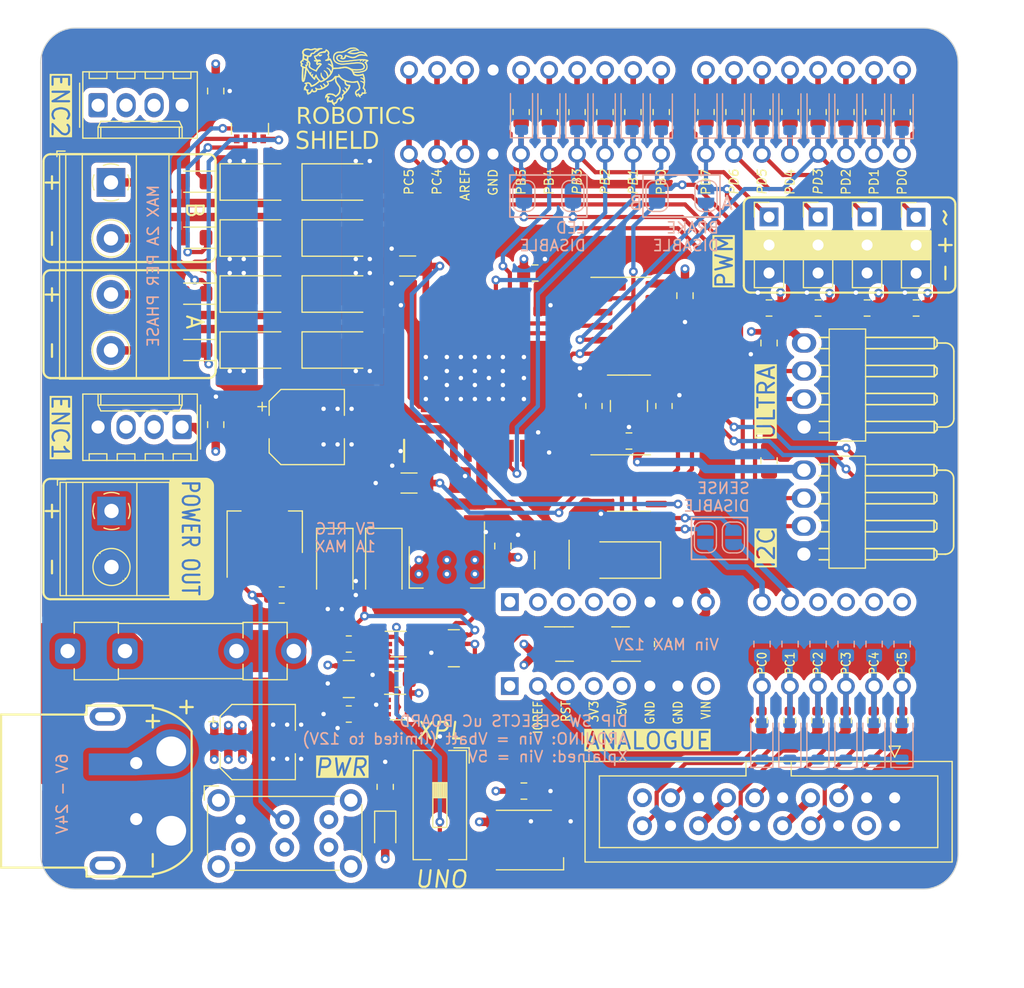
<source format=kicad_pcb>
(kicad_pcb (version 20221018) (generator pcbnew)
  (layers (0 "F.Cu" signal) (1 "In1.Cu" signal) (2 "In2.Cu" signal) (31 "B.Cu" signal) (34 "B.Paste" user) (35 "F.Paste" user) (36 "B.SilkS" user "B.Silkscreen") (37 "F.SilkS" user "F.Silkscreen") (38 "B.Mask" user) (39 "F.Mask" user) (44 "Edge.Cuts" user))
  (net 0 "")
  (net 2 "/SDA")
  (net 3 "IOREF")
  (net 4 "/SCL")
  (net 5 "+5V")
  (net 6 "GND")
  (net 7 "/SCK")
  (net 8 "/DIRB")
  (net 9 "/MOSI")
  (net 10 "/MTRB")
  (net 11 "/MTRA")
  (net 12 "/BRKB")
  (net 13 "/BRKA")
  (net 14 "/SERVO2")
  (net 15 "/SERVO1")
  (net 16 "/ENC2B")
  (net 17 "/DIRA")
  (net 18 "/ENC2A")
  (net 19 "/ENC1A")
  (net 20 "/ENC1B")
  (net 21 "/AIN5")
  (net 22 "/AIN4")
  (net 23 "/AIN3")
  (net 24 "/AIN2")
  (net 25 "~{RESET}")
  (net 26 "/AIN1")
  (net 27 "/AIN0")
  (net 28 "uC_3V3")
  (net 29 "uC_5V")
  (net 30 "+BATT")
  (net 31 "Vin")
  (net 32 "AREF")
  (net 33 "Net-(D4-K)")
  (net 34 "Net-(D17-A)")
  (net 35 "Net-(D10-K)")
  (net 36 "Net-(D15-A)")
  (net 37 "Net-(D13-A)")
  (net 38 "Net-(D17-K)")
  (net 39 "Net-(D11-A)")
  (net 40 "Net-(D18-K)")
  (net 41 "Net-(D19-K)")
  (net 42 "Net-(D20-K)")
  (net 43 "Net-(D21-A)")
  (net 44 "Net-(D22-DI)")
  (net 45 "Net-(D22-CI)")
  (net 48 "Net-(JP1-B)")
  (net 49 "Net-(JP2-B)")
  (net 50 "Net-(JP5-A)")
  (net 51 "Net-(JP6-A)")
  (net 52 "Net-(Q2A-S)")
  (net 53 "Net-(Q2B-D)")
  (net 54 "/SENA")
  (net 55 "/SENB")
  (net 56 "Net-(RN2B-R2.2)")
  (net 57 "Net-(RN1D-R4.1)")
  (net 58 "Net-(RN1A-R1.1)")
  (net 59 "Net-(RN2A-R1.2)")
  (net 60 "Net-(Q2A-D)")
  (net 61 "Net-(U3-IN4)")
  (net 62 "Net-(U3-IN2)")
  (net 64 "Net-(Q2A-G)")
  (net 66 "Net-(J2-Pin_2)")
  (net 68 "/Offset Input Header/D0")
  (net 69 "/Offset Input Header/D1")
  (net 70 "/Offset Input Header/D2")
  (net 71 "/Offset Input Header/D3")
  (net 72 "/Offset Input Header/D4")
  (net 73 "/Offset Input Header/D5")
  (net 74 "/Offset Input Header/D6")
  (net 75 "/Offset Input Header/D7")
  (net 76 "/Offset Input Header/D8")
  (net 77 "/Offset Input Header/D9")
  (net 78 "/Offset Input Header/D10")
  (net 79 "/Offset Input Header/D11")
  (net 80 "/Offset Input Header/D12")
  (net 81 "/Offset Input Header/D13")
  (net 82 "Net-(J1-Pin_5)")
  (net 83 "Net-(J1-Pin_8)")
  (net 84 "Net-(J1-Pin_11)")
  (net 85 "Net-(J1-Pin_14)")
  (net 86 "Net-(J1-Pin_17)")
  (net 87 "Net-(J1-Pin_20)")
  (net 88 "Net-(Q5-G)")
  (net 89 "Net-(Q5-D)")
  (net 90 "Net-(Q1-G)")
  (net 91 "Net-(RN2D-R4.2)")
  (footprint "Resistor_SMD:R_Array_Convex_4x0603" (layer "F.Cu") (at 120.65 81.28)
    (fp_text reference "RN2" hide)
    (fp_text value "10k")
  )
  (footprint "LED_SMD:LED_RGB_5050-6" (layer "F.Cu") (at 136.525 95.885 180)
    (fp_text reference "D22" hide)
    (fp_text value "APA102")
  )
  (footprint "Resistor_SMD:R_0805_2012Metric" (layer "F.Cu") (at 136.277459 29.845 -90)
    (fp_text reference "R29" hide)
    (fp_text value "R")
  )
  (footprint "footprints:Molex_KK-254_1x04_P2.54mm_Horizontal" (layer "F.Cu") (at 161.90759 69.951676 90)
    (fp_text reference "J10" hide)
    (fp_text value "I2C")
  )
  (footprint "TerminalBlock_Phoenix:TerminalBlock_Phoenix_MKDS-1,5-4-5.08_1x04_P5.08mm_Horizontal" (layer "F.Cu") (at 99.088406 36.230582 -90)
    (fp_text reference "J4" hide)
    (fp_text value "Screw_Terminal_01x04")
  )
  (footprint "Connector_PinHeader_2.54mm:PinHeader_1x03_P2.54mm_Vertical" (layer "F.Cu") (at 163.195 39.37)
    (fp_text reference "J8" hide)
    (fp_text value "SERVO2")
  )
  (footprint "Resistor_SMD:R_0805_2012Metric_Pad1.20x1.40mm_HandSolder" (layer "F.Cu") (at 120.65 84.455 180)
    (fp_text reference "R5" hide)
    (fp_text value "2K5")
  )
  (footprint "Package_TO_SOT_SMD:SOT-223-3_TabPin2" (layer "F.Cu") (at 113.03 67.945 90)
    (fp_text reference "Q1" hide)
    (fp_text value "Q_PMOS_GDS")
  )
  (footprint "Package_TO_SOT_SMD:SOT-23-3" (layer "F.Cu") (at 139.065 70.485 -90)
    (fp_text reference "Q3" hide)
    (fp_text value "SSM3J356R")
  )
  (footprint "Ricks:Amass_XT60PW-M_Kombifootprint" (layer "F.Cu") (at 104.552105 91.44 90)
    (fp_text reference "J2" hide)
    (fp_text value "BATT" hide)
  )
  (footprint "Capacitor_SMD:C_0805_2012Metric_Pad1.18x1.45mm_HandSolder" (layer "F.Cu") (at 172.085 47.625 180)
    (fp_text reference "C14" hide)
    (fp_text value "100n")
  )
  (footprint "Resistor_SMD:R_0603_1608Metric" (layer "F.Cu") (at 165.693637 85.013902 90)
    (fp_text reference "R12" hide)
    (fp_text value "0")
  )
  (footprint "Package_TO_SOT_SMD:SOT-353_SC-70-5" (layer "F.Cu") (at 125.095 83.82)
    (fp_text reference "U4" hide)
    (fp_text value "LMV331")
  )
  (footprint "Resistor_SMD:R_0805_2012Metric" (layer "F.Cu") (at 158.103503 29.845 -90)
    (fp_text reference "R24" hide)
    (fp_text value "R")
  )
  (footprint "Diode_SMD:D_SMA" (layer "F.Cu") (at 119.92 41.275)
    (fp_text reference "D14" hide)
    (fp_text value "SS14")
  )
  (footprint "Package_TO_SOT_SMD:SOT-363_SC-70-6_Handsoldering" (layer "F.Cu") (at 125.155 78.105)
    (fp_text reference "Q2" hide)
    (fp_text value "2N7002DWK")
  )
  (footprint "footprints:SOIC127P1420X360-21N" (layer "F.Cu") (at 132.08 53.975 90)
    (fp_text reference "U3" hide)
    (fp_text value "L298P" hide)
  )
  (footprint "Connector_Molex:Molex_KK-254_AE-6410-04A_1x04_P2.54mm_Vertical" (layer "F.Cu") (at 105.537 58.42 180)
    (fp_text reference "J9" hide)
    (fp_text value "ENC1")
  )
  (footprint "Diode_SMD:D_SMA" (layer "F.Cu") (at 112.49 41.275)
    (fp_text reference "D13" hide)
    (fp_text value "SS14")
  )
  (footprint "Capacitor_SMD:C_0805_2012Metric_Pad1.18x1.45mm_HandSolder" (layer "F.Cu") (at 163.195 47.625 180)
    (fp_text reference "C11" hide)
    (fp_text value "100n")
  )
  (footprint "Connector_Molex:Molex_KK-254_AE-6410-04A_1x04_P2.54mm_Vertical" (layer "F.Cu") (at 97.917 29.23)
    (fp_text reference "J7" hide)
    (fp_text value "ENC1")
  )
  (footprint "Resistor_SMD:R_0805_2012Metric_Pad1.20x1.40mm_HandSolder" (layer "F.Cu") (at 149.225 56.515 -90)
    (fp_text reference "R9" hide)
    (fp_text value "1K")
  )
  (footprint "Resistor_SMD:R_0805_2012Metric" (layer "F.Cu") (at 160.655 29.845 -90)
    (fp_text reference "R23" hide)
    (fp_text value "R")
  )
  (footprint "Resistor_SMD:R_0805_2012Metric" (layer "F.Cu") (at 153.035 29.845 -90)
    (fp_text reference "R19" hide)
    (fp_text value "R")
  )
  (footprint "Connector_PinHeader_2.54mm:PinHeader_1x03_P2.54mm_Vertical" (layer "F.Cu") (at 167.64 39.37)
    (fp_text reference "J5" hide)
    (fp_text value "SERVO1")
  )
  (footprint "LED_SMD:LED_0805_2012Metric_Pad1.15x1.40mm_HandSolder" (layer "F.Cu") (at 106.68 36.164201 180)
    (fp_text reference "D20" hide)
    (fp_text value "LED")
  )
  (footprint "Connector_PinHeader_2.54mm:PinHeader_1x03_P2.54mm_Vertical" (layer "F.Cu") (at 172.085 39.385)
    (fp_text reference "J12" hide)
    (fp_text value "SERVO4")
  )
  (footprint "Resistor_SMD:R_0805_2012Metric" (layer "F.Cu") (at 165.719823 29.845 -90)
    (fp_text reference "R18" hide)
    (fp_text value "R")
  )
  (footprint "Diode_SMD:D_SMA" (layer "F.Cu") (at 123.825 71.12 -90)
    (fp_text reference "D63" hide)
    (fp_text value "US1G")
  )
  (footprint "Package_TO_SOT_SMD:SOT-23-3" (layer "F.Cu") (at 145.288 78.105 180)
    (fp_text reference "Q5" hide)
    (fp_text value "SSM3J356R")
  )
  (footprint "Button_Switch_SMD:SW_DIP_SPSTx01_Slide_9.78x4.72mm_W8.61mm_P2.54mm" (layer "F.Cu") (at 128.905 92.71 -90)
    (fp_text reference "SW2" hide)
    (fp_text value "SW_DIP_x01")
  )
  (footprint "Diode_SMD:D_SMA" (layer "F.Cu") (at 119.38 71.12 -90)
    (fp_text reference "D4" hide)
    (fp_text value "US1G")
  )
  (footprint "Capacitor_SMD:C_0805_2012Metric_Pad1.18x1.45mm_HandSolder" (layer "F.Cu") (at 167.64 47.625 180)
    (fp_text reference "C9" hide)
    (fp_text value "100n")
  )
  (footprint "Resistor_SMD:R_0805_2012Metric" (layer "F.Cu") (at 170.815 29.845 -90)
    (fp_text reference "R16" hide)
    (fp_text value "R")
  )
  (footprint "LED_SMD:LED_0805_2012Metric_Pad1.15x1.40mm_HandSolder" (layer "F.Cu") (at 106.68 46.324201 180)
    (fp_text reference "D18" hide)
    (fp_text value "LED")
  )
  (footprint "Resistor_SMD:R_0603_1608Metric" (layer "F.Cu") (at 168.238465 85.013902 90)
    (fp_text reference "R13" hide)
    (fp_text value "0")
  )
  (footprint "Capacitor_SMD:CP_Elec_6.3x5.7" (layer "F.Cu") (at 112.395 86.995)
    (fp_text reference "C5" hide)
    (fp_text value "10u")
  )
  (footprint "Connector_IDC:IDC-Header_2x10_P2.54mm_Vertical" (layer "F.Cu") (at 170.139724 92.046513 -90)
    (fp_text reference "J1" hide)
    (fp_text value "ADC")
  )
  (footprint "Package_TO_SOT_SMD:SOT-223-3_TabPin2" (layer "F.Cu") (at 129.54 71.12 -90)
    (fp_text reference "U2" hide)
    (fp_text value "MCT1117C-5.0-TP")
  )
  (footprint "Resistor_SMD:R_0805_2012Metric" (layer "F.Cu") (at 146.410967 29.845 -90)
    (fp_text reference "R21" hide)
    (fp_text value "R")
  )
  (footprint "Resistor_SMD:R_0603_1608Metric" (layer "F.Cu") (at 158.059154 85.013902 90)
    (fp_text reference "R15" hide)
    (fp_text value "0" hide)
  )
  (footprint "Diode_SMD:D_SMA" (layer "F.Cu") (at 119.92 51.435)
    (fp_text reference "D9" hide)
    (fp_text value "SS14")
  )
  (footprint "Capacitor_SMD:C_0805_2012Metric_Pad1.18x1.45mm_HandSolder" (layer "F.Cu") (at 108.585 58.199491 90)
    (fp_text reference "C10" hide)
    (fp_text value "100n")
  )
  (footprint "Resistor_SMD:R_0805_2012Metric" (layer "F.Cu") (at 143.877592 29.845 -90)
    (fp_text reference "R25" hide)
    (fp_text value "R")
  )
  (footprint "Diode_SMD:D_SMA" (layer "F.Cu") (at 112.49 46.355)
    (fp_text reference "D11" hide)
    (fp_text value "SS14")
  )
  (footprint "Resistor_SMD:R_Array_Convex_4x0603" (layer "F.Cu") (at 111.69 31.38 -90)
    (fp_text reference "RN3" hide)
    (fp_text value "10K")
  )
  (footprint "Capacitor_SMD:C_0805_2012Metric_Pad1.18x1.45mm_HandSolder" (layer "F.Cu") (at 151.13 46.5035 90)
    (fp_text reference "C1" hide)
    (fp_text value "100n")
  )
  (footprint "Resistor_SMD:R_0805_2012Metric_Pad1.20x1.40mm_HandSolder" (layer "F.Cu") (at 149.098 78.105 -90)
    (fp_text reference "R7" hide)
    (fp_text value "100R")
  )
  (footprint "Resistor_SMD:R_Array_Convex_4x0603" (layer "F.Cu") (at 146.05 56.515 -90)
    (fp_text reference "RN1" hide)
    (fp_text value "10K")
  )
  (footprint "TerminalBlock_Phoenix:TerminalBlock_Phoenix_MKDS-1,5-2-5.08_1x02_P5.08mm_Horizontal" (layer "F.Cu") (at 99.136 66.035 -90)
    (fp_text reference "J13" hide)
    (fp_text value "Power OUT")
  )
  (footprint "footprints:Molex_KK-254_1x04_P2.54mm_Horizontal" (layer "F.Cu") (at 161.925 58.42 90)
    (fp_text reference "J6" hide)
    (fp_text value "ULTRA")
  )
  (footprint "Capacitor_SMD:CP_Elec_6.3x7.7" (layer "F.Cu") (at 116.84 58.42)
    (fp_text reference "C2" hide)
    (fp_text value "100u")
  )
  (footprint "Capacitor_SMD:C_0805_2012Metric_Pad1.18x1.45mm_HandSolder" (layer "F.Cu") (at 137.541 44.45 180)
    (fp_text reference "C3" hide)
    (fp_text value "100n")
  )
  (footprint "Diode_SMD:D_SMA" (layer "F.Cu") (at 112.49 36.195)
    (fp_text reference "D15" hide)
    (fp_text value "SS14")
  )
  (footprint "Resistor_SMD:R_1206_3216Metric_Pad1.30x1.75mm_HandSolder" (layer "F.Cu") (at 126.111 63.5 180)
    (fp_text reference "R2" hide)
    (fp_text value "0R15")
  )
  (footprint "Capacitor_SMD:C_0805_2012Metric_Pad1.18x1.45mm_HandSolder" (layer "F.Cu") (at 158.75 50.8 -90)
    (fp_text reference "C7" hide)
    (fp_text value "100n")
  )
  (footprint "Package_TO_SOT_SMD:SOT-23-3" (layer "F.Cu") (at 140.208 78.105)
    (fp_text reference "Q6" hide)
    (fp_text value "SSM3J356R")
  )
  (footprint "Resistor_SMD:R_1206_3216Metric_Pad1.30x1.75mm_HandSolder" (layer "F.Cu") (at 125.984 43.815 180)
    (fp_text reference "R3" hide)
    (fp_text value "0R15")
  )
  (footprint "Diode_SMD:D_SMA" (layer "F.Cu") (at 145.415 70.485 180)
    (fp_text reference "D21" hide)
    (fp_text value "US1G")
  )
  (footprint "LED_SMD:LED_0805_2012Metric_Pad1.15x1.40mm_HandSolder" (layer "F.Cu") (at 123.952 95.123 -90)
    (fp_text reference "D10" hide)
    (fp_text value "5V")
  )
  (footprint "Package_SO:SOIC-14_3.9x8.7mm_P1.27mm" (layer "F.Cu") (at 146.05 49.276)
    (fp_text reference "U1" hide)
    (fp_text value "4077")
  )
  (footprint "Resistor_SMD:R_0805_2012Metric_Pad1.20x1.40mm_HandSolder" (layer "F.Cu") (at 142.875 56.515 -90)
    (fp_text reference "R8" hide)
    (fp_text value "1K")
  )
  (footprint "Package_SO:SOIC-8_3.9x4.9mm_P1.27mm" (layer "F.Cu") (at 146.05 63.5)
    (fp_text reference "U5" hide)
    (fp_text value "LMV358")
  )
  (footprint "Capacitor_SMD:C_0805_2012Metric_Pad1.18x1.45mm_HandSolder" (layer "F.Cu") (at 146.05 59.69)
    (fp_text reference "C16" hide)
    (fp_text value "100n")
  )
  (footprint "LED_SMD:LED_0805_2012Metric_Pad1.15x1.40mm_HandSolder" (layer "F.Cu") (at 106.68 51.435 180)
    (fp_text reference "D17" hide)
    (fp_text value "LED")
  )
  (footprint "Resistor_SMD:R_0805_2012Metric" (layer "F.Cu") (at 168.241017 29.845 -90)
    (fp_text reference "R17" hide)
    (fp_text value "R")
  )
  (footprint "Resistor_SMD:R_0805_2012Metric" (layer "F.Cu") (at 163.195 29.845 -90)
    (fp_text reference "R22" hide)
    (fp_text value "R")
  )
  (footprint "Resistor_SMD:R_0805_2012Metric_Pad1.20x1.40mm_HandSolder" (layer "F.Cu") (at 120.65 78.105)
    (fp_text reference "R6" hide)
    (fp_text value "100R")
  )
  (footprint "LED_SMD:LED_0805_2012Metric_Pad1.15x1.40mm_HandSolder" (layer "F.Cu") (at 106.68 41.244201 180)
    (fp_text reference "D19" hide)
    (fp_text value "LED")
  )
  (footprint "Resistor_SMD:R_0805_2012Metric_Pad1.20x1.40mm_HandSolder" (layer "F.Cu") (at 123.952 91.059 90)
    (fp_text reference "R4" hide)
    (fp_text value "150R")
  )
  (footprint "Button_Switch_THT:SW_E-Switch_EG2219_DPDT_Angled" (layer "F.Cu") (at 110.842096 94.026688)
    (fp_text reference "SW1" hide)
    (fp_text value "PWR SW")
  )
  (footprint "Capacitor_SMD:C_0805_2012Metric_Pad1.18x1.45mm_HandSolder" (layer "F.Cu") (at 108.585 27.94 -90)
    (fp_text reference "C8" hide)
    (fp_text value "100n")
  )
  (footprint "Resistor_SMD:R_0805_2012Metric" (layer "F.Cu") (at 141.344217 29.845 -90)
    (fp_text reference "R26" hide)
    (fp_text value "R")
  )
  (footprint "Capacitor_SMD:C_0805_2012Metric_Pad1.18x1.45mm_HandSolder" (layer "F.Cu") (at 136.525 91.44 180)
    (fp_text reference "C15" hide)
    (fp_text value "100n")
  )
  (footprint "Resistor_SMD:R_0805_2012Metric" (layer "F.Cu") (at 155.575 29.845 -90)
    (fp_text reference "R28" hide)
    (fp_text value "R")
  )
  (footprint "Resistor_SMD:R_0805_2012Metric_Pad1.20x1.40mm_HandSolder" (layer "F.Cu") (at 114.57 73.66 180)
    (fp_text reference "R1" hide)
    (fp_text value "10k")
  )
  (footprint "Connector_PinHeader_2.54mm:PinHeader_1x03_P2.54mm_Vertical" (layer "F.Cu") (at 158.75 39.37)
    (fp_text reference "J11" hide)
    (fp_text value "SERVO3")
  )
  (footprint "Capacitor_SMD:C_0805_2012Metric_Pad1.18x1.45mm_HandSolder" (layer "F.Cu") (at 134.62 69.215 -90)
    (fp_text reference "C4" hide)
    (fp_text value "100n")
  )
  (footprint "Capacitor_SMD:C_0805_2012Metric_Pad1.18x1.45mm_HandSolder" (layer "F.Cu") (at 158.75 61.468 90)
    (fp_text reference "C12" hide)
    (fp_text value "100n")
  )
  (footprint "Capacitor_SMD:C_0805_2012Metric_Pad1.18x1.45mm_HandSolder" (layer "F.Cu") (at 125.095 81.28)
    (fp_text reference "C6" hide)
    (fp_text value "100n")
  )
  (footprint "Resistor_SMD:R_Array_Convex_4x0603" (layer "F.Cu") (at 130.175 78.486 180)
    (fp_text reference "RN4" hide)
    (fp_text value "10k")
  )
  (footprint "Resistor_SMD:R_0603_1608Metric" (layer "F.Cu") (at 170.819135 85.013902 90)
    (fp_text reference "R14" hide)
    (fp_text value "0")
  )
  (footprint "Diode_SMD:D_SMA" (layer "F.Cu") (at 119.92 36.195)
    (fp_text reference "D16" hide)
    (fp_text value "SS14")
  )
  (footprint "Resistor_SMD:R_0805_2012Metric" (layer "F.Cu") (at 138.827392 29.845 -90)
    (fp_text reference "R27" hide)
    (fp_text value "R")
  )
  (footprint "Diode_SMD:D_SMA" (layer "F.Cu") (at 119.92 46.355)
    (fp_text reference "D12" hide)
    (fp_text value "SS14")
  )
  (footprint "Capacitor_SMD:C_0805_2012Metric_Pad1.18x1.45mm_HandSolder" (layer "F.Cu") (at 158.75 47.625 180)
    (fp_text reference "C13" hide)
    (fp_text value "100n")
  )
  (footprint "Diode_SMD:D_SMA" (layer "F.Cu") (at 112.49 51.435)
    (fp_text reference "D8" hide)
    (fp_text value "SS14")
  )
  (footprint "Fuse:Fuseholder_Clip-5x20mm_Littelfuse_445-030_Inline_P20.50x5.20mm_D1.30mm_Horizontal" (layer "F.Cu") (at 95.16 78.74)
    (fp_text reference "F1" hide)
    (fp_text value "Fuse")
  )
  (footprint "Resistor_SMD:R_0603_1608Metric" (layer "F.Cu") (at 160.633192 85.013902 90)
    (fp_text reference "R10" hide)
    (fp_text value "0" hide)
  )
  (footprint "Resistor_SMD:R_0603_1608Metric" (layer "F.Cu") (at 163.142177 85.013902 90)
    (fp_text reference "R11" hide)
    (fp_text value "0" hide)
  )
  (footprint "Resistor_SMD:R_0805_2012Metric" (layer "F.Cu") (at 148.977459 29.845 -90)
    (fp_text reference "R20" hide)
    (fp_text value "R")
  )
  (footprint "Jumper:SolderJumper-2_P1.3mm_Open_RoundedPad1.0x1.5mm" (layer "B.Cu") (at 155.519334 68.437141 -90)
    (fp_text reference "JP6" hide)
    (fp_text value "SolderJumper_2_Open")
  )
  (footprint "Diode_SMD:D_SOD-123" (layer "B.Cu") (at 158.100111 86.930252 90)
    (fp_text reference "D1" hide)
    (fp_text value "CDBW140-G")
  )
  (footprint "Diode_SMD:D_SOD-123" (layer "B.Cu") (at 143.80799 29.837878 90)
    (fp_text reference "D42" hide)
    (fp_text value "D_Zener")
  )
  (footprint "Diode_SMD:D_SOD-123" (layer "B.Cu") (at 168.230793 29.845 90)
    (fp_text reference "D26" hide)
    (fp_text value "D_Zener")
  )
  (footprint "Diode_SMD:D_SOD-123" (layer "B.Cu") (at 146.336324 29.830756 90)
    (fp_text reference "D34" hide)
    (fp_text value "D_Zener")
  )
  (footprint "Diode_SMD:D_SOD-123" (layer "B.Cu") (at 163.180111 86.930252 90)
    (fp_text reference "D3" hide)
    (fp_text value "CDBW140-G")
  )
  (footprint "Capacitor_SMD:C_0805_2012Metric_Pad1.18x1.45mm_HandSolder" (layer "B.Cu") (at 168.275 78.105 90)
    (fp_text reference "C21" hide)
    (fp_text value "NL")
  )
  (footprint "Diode_SMD:D_SOD-123" (layer "B.Cu") (at 158.115 29.845 90)
    (fp_text reference "D40" hide)
    (fp_text value "D_Zener")
  )
  (footprint "Diode_SMD:D_SOD-123" (layer "B.Cu") (at 160.640111 86.930252 90)
    (fp_text reference "D2" hide)
    (fp_text value "CDBW140-G")
  )
  (footprint "Jumper:SolderJumper-2_P1.3mm_Open_RoundedPad1.0x1.5mm" (layer "B.Cu") (at 136.525 37.465 -90)
    (fp_text reference "JP4" hide)
    (fp_text value "SolderJumper_2_Open")
  )
  (footprint "Diode_SMD:D_SOD-123" (layer "B.Cu") (at 168.260111 86.930252 90)
    (fp_text reference "D6" hide)
    (fp_text value "CDBW140-G")
  )
  (footprint "Capacitor_SMD:C_0805_2012Metric_Pad1.18x1.45mm_HandSolder" (layer "B.Cu") (at 163.195 78.105 90)
    (fp_text reference "C19" hide)
    (fp_text value "NL")
  )
  (footprint "Capacitor_SMD:C_0805_2012Metric_Pad1.18x1.45mm_HandSolder" (layer "B.Cu") (at 165.735 78.105 90)
    (fp_text reference "C20" hide)
    (fp_text value "NL")
  )
  (footprint "Module:Arduino_UNO_R3" (layer "B.Cu") (at 135.244237 81.915)
    (fp_text reference "A1" hide)
    (fp_text value "Arduino_UNO_R3")
  )
  (footprint "Diode_SMD:D_SOD-123" (layer "B.Cu") (at 138.792395 29.83708 90)
    (fp_text reference "D46" hide)
    (fp_text value "D_Zener")
  )
  (footprint "Jumper:SolderJumper-2_P1.3mm_Open_RoundedPad1.0x1.5mm" (layer "B.Cu") (at 140.97 37.465 -90)
    (fp_text reference "JP3" hide)
    (fp_text value "SolderJumper_2_Open")
  )
  (footprint "Diode_SMD:D_SOD-123" (layer "B.Cu") (at 153.035 29.845 90)
    (fp_text reference "D30" hide)
    (fp_text value "D_Zener")
  )
  (footprint "Jumper:SolderJumper-2_P1.3mm_Open_RoundedPad1.0x1.5mm" (layer "B.Cu") (at 153.035 37.465 -90)
    (fp_text reference "JP1" hide)
    (fp_text value "SolderJumper_2_Open")
  )
  (footprint "Diode_SMD:D_SOD-123" (layer "B.Cu") (at 165.720111 86.930252 90)
    (fp_text reference "D5" hide)
    (fp_text value "CDBW140-G")
  )
  (footprint "Capacitor_SMD:C_0805_2012Metric_Pad1.18x1.45mm_HandSolder" (layer "B.Cu") (at 160.655 78.105 90)
    (fp_text reference "C18" hide)
    (fp_text value "NL")
  )
  (footprint "Diode_SMD:D_SOD-123" (layer "B.Cu") (at 170.800111 86.930252 90)
    (fp_text reference "D7" hide)
    (fp_text value "CDBW140-G")
  )
  (footprint "Diode_SMD:D_SOD-123" (layer "B.Cu") (at 170.815 29.897665 90)
    (fp_text reference "D23" hide)
    (fp_text value "D_Zener")
  )
  (footprint "Diode_SMD:D_SOD-123" (layer "B.Cu") (at 163.195 29.845 90)
    (fp_text reference "D36" hide)
    (fp_text value "D_Zener")
  )
  (footprint "Capacitor_SMD:C_0805_2012Metric_Pad1.18x1.45mm_HandSolder" (layer "B.Cu") (at 158.115 78.105 90)
    (fp_text reference "C17" hide)
    (fp_text value "NL")
  )
  (footprint "Diode_SMD:D_SOD-123" (layer "B.Cu") (at 136.308574 29.822134 90)
    (fp_text reference "D50" hide)
    (fp_text value "D_Zener")
  )
  (footprint "Jumper:SolderJumper-2_P1.3mm_Open_RoundedPad1.0x1.5mm" (layer "B.Cu") (at 148.59 37.465 -90)
    (fp_text reference "JP2" hide)
    (fp_text value "SolderJumper_2_Open")
  )
  (footprint "Jumper:SolderJumper-2_P1.3mm_Open_RoundedPad1.0x1.5mm" (layer "B.Cu") (at 152.979334 68.422141 -90)
    (fp_text reference "JP5" hide)
    (fp_text value "SolderJumper_2_Open")
  )
  (footprint "Diode_SMD:D_SOD-123" (layer "B.Cu") (at 155.532573 29.835606 90)
    (fp_text reference "D48" hide)
    (fp_text value "D_Zener")
  )
  (footprint "Diode_SMD:D_SOD-123" (layer "B.Cu") (at 165.714922 29.872996 90)
    (fp_text reference "D28" hide)
    (fp_text value "D_Zener")
  )
  (footprint "Diode_SMD:D_SOD-123" (layer "B.Cu") (at 148.985325 29.85687 90)
    (fp_text reference "D32" hide)
    (fp_text value "D_Zener")
  )
  (footprint "Diode_SMD:D_SOD-123" (layer "B.Cu") (at 160.643333 29.845 90)
    (fp_text reference "D38" hide)
    (fp_text value "D_Zener")
  )
  (footprint "Capacitor_SMD:C_0805_2012Metric_Pad1.18x1.45mm_HandSolder" (layer "B.Cu") (at 170.815 78.105 90)
    (fp_text reference "C22" hide)
    (fp_text value "NL")
  )
  (footprint "Module:Arduino_UNO_R3" (layer "B.Cu") (at 135.255 74.295)
    (fp_text reference "A2" hide)
    (fp_text value "Arduino_UNO_R3")
  )
  (footprint "Diode_SMD:D_SOD-123" (layer "B.Cu") (at 141.32429 29.83708 90)
    (fp_text reference "D44" hide)
    (fp_text value "D_Zener")
  )
  (gr_rect (start 135.255 35.56) (end 142.24 39.37) (stroke (width 0.15)) (fill none) (layer "B.SilkS"))
  (gr_rect (start 147.32 35.56) (end 154.305 39.37) (stroke (width 0.15)) (fill none) (layer "B.SilkS"))
  (gr_rect (start 151.719502 66.620349) (end 156.799502 70.430349) (stroke (width 0.15)) (fill none) (layer "B.SilkS"))
  (gr_arc (start 93.608947 53.975) (mid 93.159933 53.789024) (end 92.973947 53.34) (stroke (width 0.2)) (layer "F.SilkS"))
  (gr_arc (start 108.585 53.34) (mid 108.399039 53.789023) (end 107.95 53.975) (stroke (width 0.2)) (layer "F.SilkS"))
  (gr_line (start 93.608947 43.45268) (end 107.95 43.45268) (stroke (width 0.2)) (layer "F.SilkS"))
  (gr_line (start 108.331 73.406) (end 108.331 63.754) (stroke (width 0.2)) (layer "F.SilkS"))
  (gr_line (start 157.098998 46.228) (end 175.006 46.228) (stroke (width 0.2)) (layer "F.SilkS"))
  (gr_arc (start 157.098998 46.228) (mid 156.649985 46.042013) (end 156.463998 45.593) (stroke (width 0.2)) (layer "F.SilkS"))
  (gr_line (start 93.608947 53.975) (end 107.95 53.975) (stroke (width 0.2)) (layer "F.SilkS"))
  (gr_arc (start 107.95 33.67368) (mid 108.398989 33.859683) (end 108.585 34.30868) (stroke (width 0.2)) (layer "F.SilkS"))
  (gr_line (start 93.599 74.041) (end 107.696 74.041) (stroke (width 0.2)) (layer "F.SilkS"))
  (gr_arc (start 175.006002 37.592) (mid 175.455015 37.777987) (end 175.641002 38.227) (stroke (width 0.2)) (layer "F.SilkS"))
  (gr_line (start 92.973947 34.30868) (end 92.973947 42.81768) (stroke (width 0.2)) (layer "F.SilkS"))
  (gr_arc (start 108.585 42.81768) (mid 108.399046 43.266716) (end 107.95 43.45268) (stroke (width 0.2)) (layer "F.SilkS"))
  (gr_line (start 175.006002 37.592) (end 157.099 37.592002) (stroke (width 0.2)) (layer "F.SilkS"))
  (gr_line (start 107.95 33.67368) (end 93.608947 33.67368) (stroke (width 0.2)) (layer "F.SilkS"))
  (gr_poly (pts (xy 117.954997 24.637424) (xy 117.955986 24.637527) (xy 117.956972 24.637691) (xy 117.957951 24.637914) (xy 117.958921 24.638198) (xy 117.963293 24.640012) (xy 117.967703 24.641714) (xy 117.97215 24.643306) (xy 117.976632 24.644786) (xy 117.981146 24.646153) (xy 117.98569 24.647409) (xy 117.990263 24.648551) (xy 117.994862 24.64958) (xy 117.999485 24.650495) (xy 118.00413 24.651296) (xy 118.008795 24.651982) (xy 118.013477 24.652553) (xy 118.018175 24.653008) (xy 118.022887 24.653348) (xy 118.02761 24.65357) (xy 118.032342 24.653676) (xy 118.048308 24.653192) (xy 118.06571 24.652411) (xy 118.102241 24.650402) (xy 118.136763 24.648542) (xy 118.151655 24.647946) (xy 118.164105 24.647723) (xy 118.164105 24.649311) (xy 118.168816 24.649238) (xy 118.174206 24.649328) (xy 118.180106 24.649591) (xy 118.186348 24.650042) (xy 118.192765 24.650693) (xy 118.199189 24.651557) (xy 118.20545 24.652646) (xy 118.211382 24.653974) (xy 118.216817 24.655553) (xy 118.219295 24.65644) (xy 118.221586 24.657395) (xy 118.223668 24.65842) (xy 118.225521 24.659515) (xy 118.227123 24.660682) (xy 118.228454 24.661924) (xy 118.229493 24.663241) (xy 118.230218 24.664635) (xy 118.230609 24.666108) (xy 118.230644 24.667661) (xy 118.230303 24.669297) (xy 118.229565 24.671016) (xy 118.228408 24.67282) (xy 118.226812 24.674711) (xy 118.216662 24.68505) (xy 118.206674 24.694794) (xy 118.196846 24.703957) (xy 118.187175 24.712555) (xy 118.177657 24.720601) (xy 118.16829 24.728109) (xy 118.159071 24.735095) (xy 118.149998 24.741572) (xy 118.141067 24.747554) (xy 118.132275 24.753058) (xy 118.12362 24.758095) (xy 118.1151 24.762682) (xy 118.10671 24.766832) (xy 118.098449 24.77056) (xy 118.090313 24.77388) (xy 118.082299 24.776807) (xy 118.074405 24.779354) (xy 118.066629 24.781537) (xy 118.058966 24.78337) (xy 118.051415 24.784867) (xy 118.036634 24.78691) (xy 118.022265 24.787783) (xy 118.008284 24.7876) (xy 117.994669 24.786476) (xy 117.981397 24.784527) (xy 117.968445 24.781867) (xy 117.966666 24.781482) (xy 117.964918 24.781024) (xy 117.963203 24.780495) (xy 117.961522 24.779897) (xy 117.959878 24.779231) (xy 117.958272 24.778498) (xy 117.956704 24.777702) (xy 117.955178 24.776843) (xy 117.953693 24.775924) (xy 117.952253 24.774946) (xy 117.950858 24.773911) (xy 117.949509 24.77282) (xy 117.946959 24.770481) (xy 117.944614 24.767943) (xy 117.942487 24.765219) (xy 117.940589 24.762325) (xy 117.93973 24.760819) (xy 117.938934 24.759275) (xy 117.9382 24.757696) (xy 117.937532 24.756083) (xy 117.936931 24.754438) (xy 117.936397 24.752763) (xy 117.935934 24.751059) (xy 117.935541 24.749329) (xy 117.935221 24.747574) (xy 117.934975 24.745797) (xy 117.934805 24.743998) (xy 117.934713 24.742179) (xy 117.937093 24.65447) (xy 117.937098 24.653459) (xy 117.937163 24.652457) (xy 117.937288 24.651465) (xy 117.937472 24.650488) (xy 117.937712 24.649526) (xy 117.938008 24.648583) (xy 117.938359 24.64766) (xy 117.938764 24.64676) (xy 117.939221 24.645886) (xy 117.939729 24.64504) (xy 117.940288 24.644224) (xy 117.940896 24.643441) (xy 117.941551 24.642693) (xy 117.942253 24.641982) (xy 117.943001 24.641311) (xy 117.943792 24.640683) (xy 117.944621 24.640103) (xy 117.945478 24.639578) (xy 117.94636 24.639108) (xy 117.947264 24.638694) (xy 117.948189 24.638335) (xy 117.94913 24.638033) (xy 117.950086 24.637787) (xy 117.951055 24.637598) (xy 117.952033 24.637467) (xy 117.953017 24.637394) (xy 117.954006 24.63738)) (stroke (width 0.03)) (fill solid) (layer "F.SilkS"))
  (gr_poly (pts (xy 105.918 63.119) (xy 105.918 63.373) (xy 106.426 63.373) (xy 107.315 63.373) (xy 107.315 73.787) (xy 105.41 73.787) (xy 105.41 63.373) (xy 105.918 63.373) (xy 105.918 63.119) (xy 104.394 63.119) (xy 104.394 74.041) (xy 107.823 74.041) (xy 108.077 73.914) (xy 108.331 73.533) (xy 108.331 63.627) (xy 108.204 63.373) (xy 108.077 63.246) (xy 107.823 63.119)) (fill solid) (layer "F.SilkS"))
  (gr_arc (start 175.641 45.593) (mid 175.455013 46.042013) (end 175.006 46.228) (stroke (width 0.2)) (layer "F.SilkS"))
  (gr_rect (start 156.464 40.64) (end 173.415 43.225) (stroke (width 0.15)) (fill solid) (layer "F.SilkS"))
  (gr_poly (pts (xy 121.112188 23.998693) (xy 121.138945 24.000905) (xy 121.164982 24.004274) (xy 121.190295 24.008726) (xy 121.21488 24.014185) (xy 121.238731 24.020578) (xy 121.261846 24.027829) (xy 121.28422 24.035864) (xy 121.305848 24.044608) (xy 121.326727 24.053986) (xy 121.346851 24.063923) (xy 121.366217 24.074345) (xy 121.38482 24.085178) (xy 121.402656 24.096346) (xy 121.419722 24.107775) (xy 121.451521 24.131115) (xy 121.480184 24.154603) (xy 121.505676 24.177639) (xy 121.527963 24.199626) (xy 121.547011 24.219967) (xy 121.562785 24.238064) (xy 121.584375 24.265136) (xy 121.584599 24.265477) (xy 121.584795 24.265831) (xy 121.584963 24.266195) (xy 121.585104 24.266568) (xy 121.585218 24.266948) (xy 121.585304 24.267334) (xy 121.585362 24.267724) (xy 121.585392 24.268117) (xy 121.585394 24.268511) (xy 121.585369 24.268905) (xy 121.585315 24.269297) (xy 121.585234 24.269685) (xy 121.585124 24.270068) (xy 121.584986 24.270445) (xy 121.58482 24.270814) (xy 121.584625 24.271172) (xy 121.584404 24.271516) (xy 121.584162 24.27184) (xy 121.583898 24.272142) (xy 121.583615 24.272424) (xy 121.583315 24.272682) (xy 121.582997 24.272918) (xy 121.582665 24.273131) (xy 121.582318 24.273319) (xy 121.581959 24.273482) (xy 121.581589 24.27362) (xy 121.58121 24.273731) (xy 121.580822 24.273815) (xy 121.580427 24.273871) (xy 121.580027 24.273899) (xy 121.579623 24.273898) (xy 121.579216 24.273867) (xy 121.541195 24.268064) (xy 121.503438 24.263703) (xy 121.465993 24.260708) (xy 121.428908 24.259006) (xy 121.392231 24.258521) (xy 121.356009 24.259178) (xy 121.320291 24.260904) (xy 121.285125 24.263622) (xy 121.250558 24.26726) (xy 121.216638 24.271741) (xy 121.150932 24.282936) (xy 121.08839 24.29661) (xy 121.029395 24.312165) (xy 120.97433 24.329004) (xy 120.923577 24.346529) (xy 120.877521 24.364142) (xy 120.836545 24.381246) (xy 120.801031 24.397243) (xy 120.771362 24.411536) (xy 120.731095 24.432617) (xy 120.730718 24.432816) (xy 120.73036 24.433039) (xy 120.730021 24.433285) (xy 120.729703 24.433553) (xy 120.729405 24.433841) (xy 120.729128 24.434147) (xy 120.728875 24.434472) (xy 120.728644 24.434813) (xy 120.728438 24.435169) (xy 120.728256 24.435539) (xy 120.7281 24.435921) (xy 120.727971 24.436315) (xy 120.727869 24.436718) (xy 120.727795 24.43713) (xy 120.72775 24.437549) (xy 120.727735 24.437975) (xy 120.727739 24.438188) (xy 120.72775 24.4384) (xy 120.727769 24.43861) (xy 120.727795 24.438819) (xy 120.727828 24.439026) (xy 120.727869 24.439231) (xy 120.727916 24.439434) (xy 120.727971 24.439635) (xy 120.728032 24.439833) (xy 120.7281 24.440028) (xy 120.728175 24.440221) (xy 120.728256 24.44041) (xy 120.728343 24.440597) (xy 120.728437 24.44078) (xy 120.728537 24.44096) (xy 120.728643 24.441136) (xy 120.728756 24.441309) (xy 120.728874 24.441477) (xy 120.728998 24.441642) (xy 120.729127 24.441802) (xy 120.729263 24.441957) (xy 120.729403 24.442109) (xy 120.729549 24.442255) (xy 120.729701 24.442397) (xy 120.729857 24.442533) (xy 120.730019 24.442664) (xy 120.730186 24.44279) (xy 120.730357 24.44291) (xy 120.730534 24.443025) (xy 120.730715 24.443133) (xy 120.7309 24.443236) (xy 120.73109 24.443332) (xy 120.767748 24.452518) (xy 120.804591 24.460721) (xy 120.841599 24.467941) (xy 120.878752 24.474177) (xy 120.916031 24.479428) (xy 120.953416 24.483692) (xy 120.990887 24.486971) (xy 121.028426 24.489261) (xy 121.066012 24.490562) (xy 121.103625 24.490874) (xy 121.141246 24.490195) (xy 121.178856 24.488524) (xy 121.216435 24.485861) (xy 121.253963 24.482205) (xy 121.29142 24.477554) (xy 121.328788 24.471907) (xy 121.348601 24.467965) (xy 121.366575 24.463734) (xy 121.38302 24.459222) (xy 121.398247 24.454439) (xy 121.412563 24.449393) (xy 121.426281 24.444093) (xy 121.453157 24.432766) (xy 121.481355 24.420527) (xy 121.513352 24.407446) (xy 121.53155 24.400612) (xy 121.551628 24.393594) (xy 121.573896 24.3864) (xy 121.598662 24.379039) (xy 121.649476 24.368718) (xy 121.698065 24.361673) (xy 121.744474 24.357728) (xy 121.788749 24.356704) (xy 121.830934 24.358426) (xy 121.871074 24.362715) (xy 121.909214 24.369395) (xy 121.9454 24.378288) (xy 121.979676 24.389218) (xy 122.012087 24.402008) (xy 122.042678 24.416479) (xy 122.071495 24.432456) (xy 122.098582 24.449761) (xy 122.123984 24.468217) (xy 122.147746 24.487647) (xy 122.169913 24.507874) (xy 122.19053 24.528721) (xy 122.209643 24.55001) (xy 122.227295 24.571565) (xy 122.243532 24.593208) (xy 122.271942 24.636051) (xy 122.295232 24.677123) (xy 122.313762 24.715006) (xy 122.327892 24.748285) (xy 122.344389 24.795361) (xy 122.344481 24.795548) (xy 122.344564 24.795737) (xy 122.344638 24.795929) (xy 122.344703 24.796123) (xy 122.34476 24.796318) (xy 122.344808 24.796514) (xy 122.344847 24.796711) (xy 122.344878 24.796909) (xy 122.344901 24.797108) (xy 122.344915 24.797307) (xy 122.344921 24.797506) (xy 122.344918 24.797704) (xy 122.344907 24.797902) (xy 122.344888 24.798099) (xy 122.344861 24.798295) (xy 122.344826 24.79849) (xy 122.344783 24.798683) (xy 122.344732 24.798874) (xy 122.344672 24.799063) (xy 122.344605 24.79925) (xy 122.344531 24.799433) (xy 122.344448 24.799614) (xy 122.344358 24.799792) (xy 122.34426 24.799966) (xy 122.344154 24.800137) (xy 122.344041 24.800303) (xy 122.343921 24.800465) (xy 122.343793 24.800623) (xy 122.343658 24.800776) (xy 122.343515 24.800924) (xy 122.343365 24.801066) (xy 122.343208 24.801203) (xy 122.343045 24.801333) (xy 122.342878 24.801455) (xy 122.342706 24.801569) (xy 122.342531 24.801674) (xy 122.342353 24.801772) (xy 122.342172 24.801861) (xy 122.341987 24.801942) (xy 122.341801 24.802015) (xy 122.34142 24.802137) (xy 122.341033 24.802226) (xy 122.340641 24.802283) (xy 122.340246 24.802306) (xy 122.33985 24.802297) (xy 122.339456 24.802255) (xy 122.339066 24.802181) (xy 122.338681 24.802073) (xy 122.338492 24.802007) (xy 122.338305 24.801933) (xy 122.33812 24.80185) (xy 122.337939 24.801759) (xy 122.33776 24.80166) (xy 122.337585 24.801553) (xy 122.337413 24.801437) (xy 122.337246 24.801314) (xy 122.313047 24.788766) (xy 122.286997 24.777693) (xy 122.259262 24.767985) (xy 122.230009 24.759536) (xy 122.199405 24.752239) (xy 122.167616 24.745984) (xy 122.134811 24.740666) (xy 122.101155 24.736177) (xy 122.031958 24.729252) (xy 121.961361 24.724351) (xy 121.821307 24.717176) (xy 121.801882 24.716525) (xy 121.782605 24.716561) (xy 121.763482 24.717254) (xy 121.744517 24.718577) (xy 121.70709 24.722992) (xy 121.67037 24.729572) (xy 121.634403 24.738085) (xy 121.599236 24.748298) (xy 121.564915 24.759976) (xy 121.531488 24.772887) (xy 121.499 24.786799) (xy 121.467498 24.801477) (xy 121.437029 24.816689) (xy 121.407638 24.832202) (xy 121.352281 24.863196) (xy 121.301798 24.892595) (xy 121.277178 24.905678) (xy 121.251362 24.917) (xy 121.22453 24.926645) (xy 121.196862 24.934695) (xy 121.168538 24.94123) (xy 121.139739 24.946334) (xy 121.110644 24.950087) (xy 121.081434 24.952573) (xy 121.052289 24.953872) (xy 121.02339 24.954068) (xy 120.994916 24.953242) (xy 120.967048 24.951475) (xy 120.939966 24.948851) (xy 120.91385 24.94545) (xy 120.888881 24.941356) (xy 120.865238 24.936649) (xy 120.807434 24.920963) (xy 120.74987 24.904453) (xy 120.692554 24.887119) (xy 120.635496 24.868967) (xy 120.578705 24.849997) (xy 120.522189 24.830214) (xy 120.465956 24.809619) (xy 120.410017 24.788217) (xy 120.409769 24.788132) (xy 120.409517 24.78806) (xy 120.409264 24.788003) (xy 120.409008 24.787961) (xy 120.408752 24.787932) (xy 120.408494 24.787917) (xy 120.408237 24.787916) (xy 120.40798 24.787929) (xy 120.407724 24.787955) (xy 120.40747 24.787996) (xy 120.407218 24.78805) (xy 120.406969 24.788118) (xy 120.406723 24.7882) (xy 120.406481 24.788295) (xy 120.406244 24.788404) (xy 120.406012 24.788526) (xy 120.405787 24.788661) (xy 120.405571 24.788808) (xy 120.405364 24.788965) (xy 120.405167 24.789132) (xy 120.404979 24.78931) (xy 120.404802 24.789497) (xy 120.404635 24.789693) (xy 120.404479 24.789898) (xy 120.404335 24.790111) (xy 120.404202 24.790332) (xy 120.404081 24.790559) (xy 120.403972 24.790794) (xy 120.403876 24.791034) (xy 120.403793 24.791281) (xy 120.403724 24.791532) (xy 120.403668 24.791789) (xy 120.397919 24.812165) (xy 120.391982 24.831421) (xy 120.385855 24.849589) (xy 120.379535 24.866703) (xy 120.373021 24.882796) (xy 120.36631 24.8979) (xy 120.359401 24.912049) (xy 120.35229 24.925275) (xy 120.344977 24.937612) (xy 120.337459 24.949092) (xy 120.329734 24.959749) (xy 120.3218 24.969615) (xy 120.313654 24.978724) (xy 120.305295 24.987108) (xy 120.296721 24.994801) (xy 120.287928 25.001835) (xy 120.278916 25.008243) (xy 120.269683 25.014059) (xy 120.260225 25.019316) (xy 120.250541 25.024046) (xy 120.240629 25.028282) (xy 120.230486 25.032058) (xy 120.209502 25.03836) (xy 120.187572 25.043215) (xy 120.164678 25.046888) (xy 120.140805 25.049642) (xy 120.115934 25.051742) (xy 120.105037 25.052267) (xy 120.094234 25.052299) (xy 120.083534 25.051863) (xy 120.072951 25.050987) (xy 120.062494 25.049697) (xy 120.052176 25.048022) (xy 120.042007 25.045986) (xy 120.032 25.043618) (xy 120.022166 25.040944) (xy 120.012515 25.037992) (xy 120.00306 25.034787) (xy 119.993812 25.031357) (xy 119.975982 25.023929) (xy 119.959117 25.015924) (xy 119.943307 25.007556) (xy 119.928645 24.99904) (xy 119.915221 24.990591) (xy 119.903126 24.982425) (xy 119.892452 24.974757) (xy 119.883291 24.967801) (xy 119.86987 24.956889) (xy 119.869597 24.956686) (xy 119.869338 24.956469) (xy 119.869094 24.956238) (xy 119.868866 24.955994) (xy 119.868654 24.955737) (xy 119.868458 24.955468) (xy 119.868278 24.955189) (xy 119.868116 24.9549) (xy 119.867971 24.954602) (xy 119.867844 24.954295) (xy 119.867735 24.953981) (xy 119.867645 24.95366) (xy 119.867575 24.953333) (xy 119.867524 24.953001) (xy 119.867493 24.952665) (xy 119.867482 24.952325) (xy 119.867493 24.951985) (xy 119.867524 24.951648) (xy 119.867575 24.951316) (xy 119.867645 24.950989) (xy 119.867735 24.950668) (xy 119.867844 24.950354) (xy 119.867971 24.950048) (xy 119.868116 24.949749) (xy 119.868278 24.94946) (xy 119.868458 24.949181) (xy 119.868654 24.948913) (xy 119.868866 24.948656) (xy 119.869094 24.948411) (xy 119.869338 24.94818) (xy 119.869597 24.947963) (xy 119.86987 24.947761) (xy 119.887478 24.938851) (xy 119.896111 24.934239) (xy 119.904546 24.929467) (xy 119.912721 24.924496) (xy 119.920573 24.919283) (xy 119.928039 24.91379) (xy 119.935056 24.907974) (xy 119.938377 24.904933) (xy 119.941562 24.901795) (xy 119.944603 24.898557) (xy 119.947493 24.895213) (xy 119.950223 24.891758) (xy 119.952787 24.888187) (xy 119.955175 24.884495) (xy 119.957381 24.880676) (xy 119.959396 24.876726) (xy 119.961212 24.87264) (xy 119.962822 24.868412) (xy 119.964218 24.864037) (xy 119.965391 24.859511) (xy 119.966335 24.854827) (xy 119.967041 24.849982) (xy 119.967502 24.84497) (xy 119.967807 24.837576) (xy 119.967622 24.83064) (xy 119.966966 24.824147) (xy 119.965859 24.818082) (xy 119.964322 24.812432) (xy 119.962375 24.807182) (xy 119.960038 24.802317) (xy 119.957332 24.797822) (xy 119.954278 24.793685) (xy 119.950895 24.789889) (xy 119.947204 24.78642) (xy 119.943225 24.783264) (xy 119.938978 24.780407) (xy 119.934485 24.777834) (xy 119.929765 24.775531) (xy 119.924838 24.773483) (xy 119.914447 24.770094) (xy 119.903475 24.767552) (xy 119.892084 24.765742) (xy 119.880437 24.764547) (xy 119.868697 24.763852) (xy 119.857028 24.763542) (xy 119.834549 24.763611) (xy 119.807774 24.764502) (xy 119.791237 24.765831) (xy 119.773264 24.768137) (xy 119.754354 24.771714) (xy 119.735006 24.776852) (xy 119.725322 24.780097) (xy 119.715716 24.783843) (xy 119.706249 24.788125) (xy 119.696984 24.792979) (xy 119.687982 24.798443) (xy 119.679307 24.804553) (xy 119.671021 24.811345) (xy 119.663185 24.818855) (xy 119.655862 24.827121) (xy 119.649115 24.836178) (xy 119.643005 24.846064) (xy 119.637595 24.856814) (xy 119.632947 24.868466) (xy 119.629124 24.881054) (xy 119.626187 24.894617) (xy 119.6242 24.909191) (xy 119.623223 24.924811) (xy 119.62332 24.941515) (xy 119.624554 24.95934) (xy 119.626985 24.97832) (xy 119.629436 24.9915) (xy 119.632691 25.004288) (xy 119.63686 25.016738) (xy 119.642048 25.028903) (xy 119.648365 25.040838) (xy 119.655916 25.052597) (xy 119.664811 25.064234) (xy 119.675156 25.075802) (xy 119.687059 25.087357) (xy 119.700628 25.098952) (xy 119.71597 25.110641) (xy 119.733192 25.122479) (xy 119.752403 25.134518) (xy 119.77371 25.146814) (xy 119.79722 25.159421) (xy 119.82304 25.172392) (xy 119.847821 25.18284) (xy 119.874487 25.191645) (xy 119.902736 25.198931) (xy 119.932268 25.204824) (xy 119.962781 25.209447) (xy 119.993975 25.212924) (xy 120.025547 25.215381) (xy 120.057197 25.216941) (xy 120.119527 25.21787) (xy 120.178554 25.216705) (xy 120.277066 25.212079) (xy 120.391081 25.201513) (xy 120.575715 25.179933) (xy 121.098201 25.11802) (xy 121.41536 25.084769) (xy 121.611484 25.069814) (xy 121.713049 25.064589) (xy 121.814709 25.061565) (xy 121.914783 25.061266) (xy 122.011591 25.064217) (xy 122.103451 25.070942) (xy 122.188683 25.081966) (xy 122.265606 25.097813) (xy 122.300427 25.107709) (xy 122.33254 25.119008) (xy 122.361736 25.131774) (xy 122.387804 25.146074) (xy 122.410534 25.161972) (xy 122.429716 25.179536) (xy 122.429922 25.179757) (xy 122.430115 25.179985) (xy 122.430294 25.180221) (xy 122.43046 25.180463) (xy 122.430613 25.180712) (xy 122.430753 25.180966) (xy 122.430879 25.181225) (xy 122.430992 25.181489) (xy 122.431092 25.181757) (xy 122.431178 25.182028) (xy 122.431251 25.182303) (xy 122.431311 25.18258) (xy 122.431358 25.182859) (xy 122.431391 25.183139) (xy 122.431411 25.183421) (xy 122.431417 25.183703) (xy 122.431411 25.183985) (xy 122.431391 25.184266) (xy 122.431358 25.184547) (xy 122.431311 25.184826) (xy 122.431251 25.185103) (xy 122.431178 25.185377) (xy 122.431092 25.185649) (xy 122.430992 25.185917) (xy 122.430879 25.18618) (xy 122.430753 25.18644) (xy 122.430613 25.186694) (xy 122.43046 25.186942) (xy 122.430294 25.187185) (xy 122.430115 25.18742) (xy 122.429922 25.187649) (xy 122.429716 25.18787) (xy 122.228103 25.366861) (xy 122.227913 25.367048) (xy 122.227733 25.367244) (xy 122.227565 25.367449) (xy 122.227407 25.36766) (xy 122.227261 25.36788) (xy 122.227126 25.368106) (xy 122.227003 25.368338) (xy 122.226893 25.368576) (xy 122.226794 25.368819) (xy 122.226708 25.369067) (xy 122.226634 25.36932) (xy 122.226574 25.369576) (xy 122.226526 25.369836) (xy 122.226492 25.370099) (xy 122.226471 25.370364) (xy 122.226465 25.370631) (xy 122.226471 25.370898) (xy 122.226492 25.371163) (xy 122.226526 25.371426) (xy 122.226574 25.371686) (xy 122.226634 25.371942) (xy 122.226708 25.372195) (xy 122.226794 25.372443) (xy 122.226893 25.372686) (xy 122.227004 25.372924) (xy 122.227127 25.373157) (xy 122.227261 25.373382) (xy 122.227408 25.373602) (xy 122.227566 25.373814) (xy 122.227735 25.374018) (xy 122.227915 25.374214) (xy 122.228106 25.374401) (xy 122.248389 25.404322) (xy 122.266807 25.435178) (xy 122.283344 25.466882) (xy 122.297987 25.499349) (xy 122.310719 25.532494) (xy 122.321528 25.566231) (xy 122.330398 25.600474) (xy 122.337314 25.635138) (xy 122.342262 25.670137) (xy 122.345228 25.705386) (xy 122.346197 25.740799) (xy 122.345155 25.77629) (xy 122.342086 25.811774) (xy 122.336976 25.847165) (xy 122.329811 25.882378) (xy 122.320576 25.917326) (xy 122.314271 25.93298) (xy 122.307563 25.948031) (xy 122.300461 25.962494) (xy 122.292971 25.976388) (xy 122.276858 26.002533) (xy 122.259283 26.026603) (xy 122.240303 26.048734) (xy 122.219976 26.069061) (xy 122.198362 26.087721) (xy 122.175517 26.10485) (xy 122.1515 26.120583) (xy 122.12637 26.135057) (xy 122.100184 26.148408) (xy 122.073 26.160772) (xy 122.044877 26.172285) (xy 122.015873 26.183082) (xy 121.986045 26.193301) (xy 121.955452 26.203076) (xy 121.900911 26.217665) (xy 121.846058 26.230929) (xy 121.790917 26.242864) (xy 121.735513 26.253465) (xy 121.679869 26.262729) (xy 121.62401 26.270651) (xy 121.56796 26.277226) (xy 121.511742 26.282451) (xy 121.462439 26.285944) (xy 121.413088 26.287869) (xy 121.363725 26.288228) (xy 121.314388 26.287021) (xy 121.265114 26.284252) (xy 121.215941 26.27992) (xy 121.166905 26.274028) (xy 121.118045 26.266576) (xy 121.117706 26.266579) (xy 121.117371 26.266601) (xy 121.117038 26.266641) (xy 121.11671 26.2667) (xy 121.116387 26.266776) (xy 121.116069 26.266871) (xy 121.115758 26.266983) (xy 121.115453 26.267111) (xy 121.115156 26.267257) (xy 121.114867 26.267419) (xy 121.114588 26.267597) (xy 121.114318 26.267791) (xy 121.114059 26.268) (xy 121.11381 26.268224) (xy 121.113574 26.268463) (xy 121.11335 26.268717) (xy 121.113141 26.268982) (xy 121.112949 26.269258) (xy 121.112773 26.269543) (xy 121.112614 26.269836) (xy 121.112472 26.270136) (xy 121.112347 26.270443) (xy 121.11224 26.270756) (xy 121.11215 26.271075) (xy 121.112078 26.271398) (xy 121.112024 26.271724) (xy 121.111988 26.272054) (xy 121.111971 26.272386) (xy 121.111972 26.272719) (xy 121.111992 26.273053) (xy 121.112031 26.273387) (xy 121.112089 26.27372) (xy 121.118543 26.296562) (xy 121.127266 26.317715) (xy 121.138152 26.337222) (xy 121.151092 26.355127) (xy 121.16598 26.371473) (xy 121.182708 26.386303) (xy 121.201168 26.399661) (xy 121.221255 26.411591) (xy 121.24286 26.422135) (xy 121.265877 26.431337) (xy 121.290197 26.43924) (xy 121.315715 26.445889) (xy 121.36991 26.455593) (xy 121.427605 26.460797) (xy 121.487942 26.461848) (xy 121.550063 26.459093) (xy 121.613109 26.452878) (xy 121.676222 26.443552) (xy 121.738545 26.43146) (xy 121.799219 26.416951) (xy 121.857387 26.400371) (xy 121.912189 26.382067) (xy 121.914547 26.381317) (xy 121.916916 26.380681) (xy 121.919294 26.380159) (xy 121.921676 26.379748) (xy 121.92406 26.379449) (xy 121.926442 26.379258) (xy 121.928819 26.379176) (xy 121.931187 26.3792) (xy 121.933544 26.379329) (xy 121.935885 26.379562) (xy 121.938208 26.379898) (xy 121.94051 26.380335) (xy 121.942786 26.380871) (xy 121.945034 26.381507) (xy 121.947251 26.382239) (xy 121.949432 26.383067) (xy 121.951576 26.38399) (xy 121.953677 26.385006) (xy 121.955734 26.386114) (xy 121.957743 26.387312) (xy 121.9597 26.3886) (xy 121.961602 26.389975) (xy 121.963446 26.391437) (xy 121.965229 26.392983) (xy 121.966947 26.394614) (xy 121.968596 26.396327) (xy 121.970175 26.398121) (xy 121.971679 26.399995) (xy 121.973104 26.401947) (xy 121.974449 26.403976) (xy 121.975709 26.406081) (xy 121.97688 26.408261) (xy 122.006162 26.466504) (xy 122.032206 26.529078) (xy 122.054954 26.595624) (xy 122.07435 26.665783) (xy 122.090338 26.739198) (xy 122.102859 26.81551) (xy 122.111857 26.894362) (xy 122.117275 26.975395) (xy 122.119056 27.058251) (xy 122.117143 27.142572) (xy 122.111479 27.228) (xy 122.102008 27.314177) (xy 122.088671 27.400745) (xy 122.071412 27.487345) (xy 122.050175 27.57362) (xy 122.024902 27.65921) (xy 122.024703 27.659584) (xy 122.02453 27.659967) (xy 122.024384 27.660358) (xy 122.024265 27.660755) (xy 122.024172 27.661158) (xy 122.024105 27.661565) (xy 122.024066 27.661975) (xy 122.024052 27.662386) (xy 122.024066 27.662797) (xy 122.024105 27.663206) (xy 122.024172 27.663613) (xy 122.024265 27.664016) (xy 122.024384 27.664413) (xy 122.02453 27.664804) (xy 122.024703 27.665187) (xy 122.024902 27.665561) (xy 122.044942 27.684117) (xy 122.063213 27.702562) (xy 122.079785 27.720872) (xy 122.094731 27.73902) (xy 122.108119 27.756982) (xy 122.120021 27.774733) (xy 122.130507 27.792248) (xy 122.139649 27.809502) (xy 122.147516 27.82647) (xy 122.154179 27.843127) (xy 122.15971 27.859448) (xy 122.164178 27.875408) (xy 122.167654 27.890982) (xy 122.170209 27.906145) (xy 122.171913 27.920872) (xy 122.172838 27.935138) (xy 122.173053 27.948918) (xy 122.172629 27.962187) (xy 122.171638 27.97492) (xy 122.170149 27.987091) (xy 122.168234 27.998677) (xy 122.165962 28.009652) (xy 122.160634 28.029669) (xy 122.154728 28.046941) (xy 122.148812 28.06127) (xy 122.143448 28.072454) (xy 122.139203 28.080295) (xy 122.139024 28.080535) (xy 122.13886 28.080783) (xy 122.138712 28.081039) (xy 122.138578 28.081303) (xy 122.138461 28.081572) (xy 122.138359 28.081847) (xy 122.138273 28.082127) (xy 122.138203 28.082411) (xy 122.13815 28.082699) (xy 122.138113 28.08299) (xy 122.138092 28.083282) (xy 122.138088 28.083577) (xy 122.138101 28.083871) (xy 122.138131 28.084166) (xy 122.138178 28.08446) (xy 122.138242 28.084752) (xy 122.138323 28.085041) (xy 122.138419 28.085322) (xy 122.138531 28.085596) (xy 122.138659 28.085862) (xy 122.1388 28.08612) (xy 122.138956 28.086368) (xy 122.139125 28.086607) (xy 122.139308 28.086836) (xy 122.139503 28.087054) (xy 122.139711 28.08726) (xy 122.13993 28.087455) (xy 122.140161 28.087638) (xy 122.140403 28.087807) (xy 122.140654 28.087963) (xy 122.140916 28.088105) (xy 122.141188 28.088232) (xy 122.14838 28.089307) (xy 122.15559 28.090174) (xy 122.162813 28.090834) (xy 122.170045 28.091286) (xy 122.17728 28.091533) (xy 122.184516 28.091573) (xy 122.191746 28.091407) (xy 122.198968 28.091035) (xy 122.206176 28.090458) (xy 122.213367 28.089676) (xy 122.220535 28.088689) (xy 122.227676 28.087498) (xy 122.234786 28.086102) (xy 122.24186 28.084502) (xy 122.248895 28.082698) (xy 122.255885 28.080691) (xy 122.256257 28.080651) (xy 122.256628 28.080625) (xy 122.256998 28.080613) (xy 122.257366 28.080615) (xy 122.257732 28.08063) (xy 122.258097 28.080659) (xy 122.258459 28.080701) (xy 122.258818 28.080756) (xy 122.259174 28.080824) (xy 122.259526 28.080905) (xy 122.259875 28.080999) (xy 122.26022 28.081105) (xy 122.26056 28.081223) (xy 122.260895 28.081353) (xy 122.261226 28.081496) (xy 122.26155 28.08165) (xy 122.261869 28.081816) (xy 122.262182 28.081993) (xy 122.262489 28.082182) (xy 122.262789 28.082381) (xy 122.263081 28.082592) (xy 122.263366 28.082814) (xy 122.263644 28.083046) (xy 122.263913 28.083289) (xy 122.264174 28.083542) (xy 122.264426 28.083805) (xy 122.264669 28.084078) (xy 122.264903 28.084361) (xy 122.265126 28.084654) (xy 122.26534 28.084957) (xy 122.265543 28.085268) (xy 122.265736 28.085589) (xy 122.266084 28.086249) (xy 122.266378 28.086927) (xy 122.266619 28.087618) (xy 122.266807 28.088321) (xy 122.266943 28.089033) (xy 122.267026 28.08975) (xy 122.267057 28.090469) (xy 122.267035 28.091188) (xy 122.266962 28.091903) (xy 122.266837 28.092612) (xy 122.266661 28.093311) (xy 122.266433 28.093999) (xy 122.266154 28.094671) (xy 122.265824 28.095325) (xy 122.265444 28.095958) (xy 122.265013 28.096567) (xy 122.253631 28.110553) (xy 122.24184 28.123301) (xy 122.229682 28.13486) (xy 122.217203 28.145279) (xy 122.204445 28.154609) (xy 122.191452 28.162898) (xy 122.178268 28.170197) (xy 122.164937 28.176556) (xy 122.151503 28.182023) (xy 122.138009 28.186648) (xy 122.124498 28.190481) (xy 122.111016 28.193572) (xy 122.097605 28.195971) (xy 122.084309 28.197726) (xy 122.071173 28.198888) (xy 122.058239 28.199506) (xy 122.033154 28.199309) (xy 122.009406 28.197533) (xy 121.987343 28.194575) (xy 121.967317 28.190831) (xy 121.949676 28.186698) (xy 121.934771 28.182574) (xy 121.91457 28.175941) (xy 121.91431 28.175856) (xy 121.914048 28.175786) (xy 121.913784 28.175732) (xy 121.913518 28.175693) (xy 121.913251 28.175669) (xy 121.912984 28.17566) (xy 121.912717 28.175666) (xy 121.912451 28.175687) (xy 121.912187 28.175722) (xy 121.911924 28.175773) (xy 121.911665 28.175838) (xy 121.911409 28.175918) (xy 121.911157 28.176013) (xy 121.910911 28.176122) (xy 121.910669 28.176246) (xy 121.910434 28.176384) (xy 121.910206 28.176535) (xy 121.90999 28.176698) (xy 121.909783 28.176872) (xy 121.909588 28.177057) (xy 121.909403 28.177252) (xy 121.909231 28.177457) (xy 121.90907 28.177671) (xy 121.908922 28.177893) (xy 121.908786 28.178123) (xy 121.908664 28.17836) (xy 121.908554 28.178605) (xy 121.908459 28.178855) (xy 121.908377 28.179112) (xy 121.90831 28.179374) (xy 121.908258 28.17964) (xy 121.90822 28.17991) (xy 121.904806 28.19747) (xy 121.900768 28.213932) (xy 121.896144 28.229333) (xy 121.890977 28.243707) (xy 121.885306 28.257091) (xy 121.879172 28.269519) (xy 121.872615 28.281026) (xy 121.865674 28.291649) (xy 121.858392 28.301423) (xy 121.850807 28.310383) (xy 121.842961 28.318564) (xy 121.834893 28.326001) (xy 121.826644 28.332731) (xy 121.818254 28.338789) (xy 121.809764 28.34421) (xy 121.801214 28.349029) (xy 121.792643 28.353281) (xy 121.784094 28.357003) (xy 121.775605 28.36023) (xy 121.767218 28.362996) (xy 121.750908 28.36729) (xy 121.735488 28.370169) (xy 121.721278 28.371914) (xy 121.708603 28.372811) (xy 121.689146 28.373188) (xy 121.688849 28.37317) (xy 121.688554 28.373169) (xy 121.68826 28.373185) (xy 121.687969 28.373218) (xy 121.687681 28.373266) (xy 121.687396 28.373331) (xy 121.687117 28.373412) (xy 121.686842 28.373508) (xy 121.686573 28.373619) (xy 121.686311 28.373746) (xy 121.686056 28.373887) (xy 121.685808 28.374043) (xy 121.68557 28.374213) (xy 121.68534 28.374397) (xy 121.685121 28.374595) (xy 121.684912 28.374807) (xy 121.684715 28.37503) (xy 121.684533 28.375263) (xy 121.684365 28.375504) (xy 121.684212 28.375754) (xy 121.684074 28.376011) (xy 121.68395 28.376275) (xy 121.683842 28.376546) (xy 121.683749 28.376821) (xy 121.683672 28.377102) (xy 121.683611 28.377386) (xy 121.683566 28.377674) (xy 121.683537 28.377965) (xy 121.683524 28.378258) (xy 121.683529 28.378552) (xy 121.68355 28.378847) (xy 121.683589 28.379142) (xy 121.687295 28.395823) (xy 121.691364 28.412412) (xy 121.695793 28.428905) (xy 121.70058 28.445295) (xy 121.705724 28.461577) (xy 121.711222 28.477745) (xy 121.717074 28.493792) (xy 121.723277 28.509714) (xy 121.723576 28.51055) (xy 121.72381 28.511397) (xy 121.72398 28.512253) (xy 121.724086 28.513113) (xy 121.724129 28.513974) (xy 121.724109 28.514833) (xy 121.724028 28.515686) (xy 121.723887 28.516531) (xy 121.723685 28.517363) (xy 121.723423 28.51818) (xy 121.723103 28.518977) (xy 121.722724 28.519752) (xy 121.722288 28.5205) (xy 121.721796 28.52122) (xy 121.721247 28.521907) (xy 121.720643 28.522558) (xy 121.719992 28.523162) (xy 121.719305 28.523711) (xy 121.718585 28.524203) (xy 121.717836 28.524639) (xy 121.717062 28.525018) (xy 121.716264 28.525338) (xy 121.715448 28.5256) (xy 121.714616 28.525802) (xy 121.713771 28.525944) (xy 121.712918 28.526025) (xy 121.712059 28.526044) (xy 121.711197 28.526001) (xy 121.710337 28.525895) (xy 121.709482 28.525725) (xy 121.708634 28.525491) (xy 121.707798 28.525192) (xy 121.691276 28.517145) (xy 121.675629 28.508873) (xy 121.660831 28.500401) (xy 121.64686 28.491753) (xy 121.633692 28.482957) (xy 121.621304 28.474036) (xy 121.60967 28.465017) (xy 121.598769 28.455925) (xy 121.588575 28.446785) (xy 121.579066 28.437623) (xy 121.570218 28.428464) (xy 121.562007 28.419333) (xy 121.554409 28.410257) (xy 121.5474 28.40126) (xy 121.540958 28.392368) (xy 121.535058 28.383607) (xy 121.529676 28.375001) (xy 121.52479 28.366577) (xy 121.516406 28.350373) (xy 121.509718 28.3352) (xy 121.504536 28.32126) (xy 121.500669 28.308758) (xy 121.49793 28.297896) (xy 121.496127 28.288878) (xy 121.495073 28.281908) (xy 121.49504 28.281599) (xy 121.494989 28.281296) (xy 121.494921 28.280997) (xy 121.494835 28.280705) (xy 121.494733 28.280419) (xy 121.494614 28.28014) (xy 121.494479 28.279869) (xy 121.494329 28.279606) (xy 121.494164 28.279353) (xy 121.493984 28.279109) (xy 121.49379 28.278877) (xy 121.493581 28.278655) (xy 121.49336 28.278446) (xy 121.493125 28.278249) (xy 121.492878 28.278066) (xy 121.492619 28.277896) (xy 121.49235 28.277743) (xy 121.492074 28.277606) (xy 121.491792 28.277487) (xy 121.491504 28.277386) (xy 121.491212 28.277301) (xy 121.490917 28.277235) (xy 121.490618 28.277185) (xy 121.490317 28.277154) (xy 121.490015 28.27714) (xy 121.489712 28.277144) (xy 121.48941 28.277165) (xy 121.489108 28.277205) (xy 121.488809 28.277262) (xy 121.488512 28.277337) (xy 121.488218 28.27743) (xy 121.487929 28.277542) (xy 121.483392 28.280056) (xy 121.478763 28.282357) (xy 121.47405 28.284443) (xy 121.46926 28.286313) (xy 121.464402 28.287966) (xy 121.459482 28.289401) (xy 121.454509 28.290615) (xy 121.449489 28.291608) (xy 121.44443 28.292379) (xy 121.439339 28.292926) (xy 121.434225 28.293247) (xy 121.429095 28.293343) (xy 121.423955 28.29321) (xy 121.418814 28.292848) (xy 121.413679 28.292256) (xy 121.408558 28.291432) (xy 121.408264 28.291372) (xy 121.407969 28.291328) (xy 121.407674 28.291302) (xy 121.407379 28.291293) (xy 121.407085 28.2913) (xy 121.406793 28.291325) (xy 121.406503 28.291365) (xy 121.406216 28.291422) (xy 121.405933 28.291496) (xy 121.405654 28.291585) (xy 121.40538 28.29169) (xy 121.405112 28.291811) (xy 121.404851 28.291947) (xy 121.404596 28.292099) (xy 121.40435 28.292266) (xy 121.404113 28.292448) (xy 121.403886 28.292644) (xy 121.403672 28.29285) (xy 121.403472 28.293068) (xy 121.403285 28.293296) (xy 121.403111 28.293534) (xy 121.402952 28.293781) (xy 121.402808 28.294036) (xy 121.402678 28.294298) (xy 121.402563 28.294567) (xy 121.402463 28.294843) (xy 121.402379 28.295124) (xy 121.402311 28.295411) (xy 121.402259 28.295701) (xy 121.402224 28.295995) (xy 121.402205 28.296292) (xy 121.402204 28.296592) (xy 121.404763 28.314971) (xy 121.407714 28.333285) (xy 121.411055 28.351527) (xy 121.414783 28.369692) (xy 121.4189 28.387773) (xy 121.423402 28.405764) (xy 121.428288 28.423659) (xy 121.433558 28.441451) (xy 121.433742 28.44211) (xy 121.433896 28.442772) (xy 121.434023 28.443436) (xy 121.434121 28.4441) (xy 121.434191 28.444764) (xy 121.434233 28.445428) (xy 121.434249 28.44609) (xy 121.434237 28.44675) (xy 121.434199 28.447408) (xy 121.434134 28.448061) (xy 121.434043 28.44871) (xy 121.433927 28.449353) (xy 121.433784 28.449991) (xy 121.433617 28.450621) (xy 121.433425 28.451244) (xy 121.433208 28.451859) (xy 121.432966 28.452464) (xy 121.432701 28.45306) (xy 121.432411 28.453645) (xy 121.432099 28.454218) (xy 121.431763 28.454779) (xy 121.431404 28.455327) (xy 121.431022 28.455862) (xy 121.430618 28.456381) (xy 121.430193 28.456886) (xy 121.429745 28.457374) (xy 121.429276 28.457846) (xy 121.428786 28.458299) (xy 121.428274 28.458735) (xy 121.427743 28.459151) (xy 121.427191 28.459547) (xy 121.426619 28.459923) (xy 121.426031 28.460274) (xy 121.425434 28.460598) (xy 121.424828 28.460896) (xy 121.424213 28.461166) (xy 121.423591 28.46141) (xy 121.422962 28.461626) (xy 121.422327 28.461817) (xy 121.421688 28.46198) (xy 121.420397 28.462228) (xy 121.419096 28.46237) (xy 121.417791 28.462407) (xy 121.416489 28.46234) (xy 121.415197 28.462169) (xy 121.413921 28.461895) (xy 121.412667 28.461518) (xy 121.411443 28.46104) (xy 121.410844 28.460763) (xy 121.410254 28.46046) (xy 121.409676 28.460133) (xy 121.409108 28.45978) (xy 121.408553 28.459402) (xy 121.408011 28.459) (xy 121.407483 28.458572) (xy 121.406969 28.45812) (xy 121.38534 28.435478) (xy 121.364962 28.413019) (xy 121.345848 28.390746) (xy 121.328012 28.368662) (xy 121.311467 28.346768) (xy 121.296227 28.325068) (xy 121.282306 28.303562) (xy 121.269718 28.282255) (xy 121.258475 28.261147) (xy 121.248592 28.240242) (xy 121.240081 28.219541) (xy 121.232958 28.199047) (xy 121.227234 28.178763) (xy 121.222924 28.15869) (xy 121.220042 28.138831) (xy 121.218601 28.119189) (xy 121.218614 28.099765) (xy 121.220095 28.080562) (xy 121.223059 28.061582) (xy 121.227517 28.042827) (xy 121.233484 28.024301) (xy 121.240974 28.006005) (xy 121.25 27.987941) (xy 121.260576 27.970113) (xy 121.272715 27.952521) (xy 121.286431 27.935169) (xy 121.301738 27.918059) (xy 121.318648 27.901193) (xy 121.337176 27.884573) (xy 121.357335 27.868202) (xy 121.37914 27.852083) (xy 121.402602 27.836217) (xy 121.438391 27.812924) (xy 121.468725 27.792747) (xy 121.482013 27.783684) (xy 121.494138 27.77523) (xy 121.505167 27.767327) (xy 121.515166 27.759918) (xy 121.524202 27.752946) (xy 121.532343 27.746354) (xy 121.539654 27.740086) (xy 121.546203 27.734084) (xy 121.552057 27.728291) (xy 121.557282 27.72265) (xy 121.561946 27.717105) (xy 121.566115 27.711598) (xy 121.567735 27.707065) (xy 121.570512 27.696765) (xy 121.573559 27.680735) (xy 121.574906 27.670583) (xy 121.575988 27.659012) (xy 121.576693 27.646027) (xy 121.57691 27.631634) (xy 121.576528 27.615835) (xy 121.575436 27.598637) (xy 121.573524 27.580044) (xy 121.570679 27.560059) (xy 121.566792 27.538689) (xy 121.56175 27.515938) (xy 121.547199 27.471814) (xy 121.531631 27.428058) (xy 121.515053 27.384688) (xy 121.497474 27.341721) (xy 121.478901 27.299174) (xy 121.45934 27.257065) (xy 121.4388 27.215411) (xy 121.417287 27.174229) (xy 121.416315 27.172266) (xy 121.415264 27.170363) (xy 121.414139 27.168522) (xy 121.412941 27.166743) (xy 121.411674 27.165029) (xy 121.41034 27.16338) (xy 121.407481 27.160284) (xy 121.404387 27.157466) (xy 121.401078 27.154934) (xy 121.397577 27.152699) (xy 121.393904 27.150772) (xy 121.390081 27.149163) (xy 121.38613 27.147881) (xy 121.382073 27.146937) (xy 121.377929 27.146341) (xy 121.373722 27.146103) (xy 121.371601 27.146121) (xy 121.369473 27.146233) (xy 121.367339 27.146439) (xy 121.365202 27.146742) (xy 121.363066 27.147141) (xy 121.360932 27.147639) (xy 121.326308 27.156708) (xy 121.290754 27.16439) (xy 121.25439 27.170754) (xy 121.217339 27.175868) (xy 121.141658 27.182623) (xy 121.064678 27.185205) (xy 120.987367 27.184165) (xy 120.910695 27.180051) (xy 120.83563 27.173414) (xy 120.76314 27.164803) (xy 120.694194 27.15477) (xy 120.62976 27.143864) (xy 120.518305 27.121631) (xy 120.436523 27.102505) (xy 120.392162 27.090885) (xy 120.391868 27.090825) (xy 120.391574 27.090781) (xy 120.391278 27.090755) (xy 120.390983 27.090746) (xy 120.390689 27.090753) (xy 120.390397 27.090778) (xy 120.390107 27.090818) (xy 120.389819 27.090876) (xy 120.389536 27.090949) (xy 120.389257 27.091038) (xy 120.388983 27.091143) (xy 120.388715 27.091264) (xy 120.388454 27.0914) (xy 120.3882 27.091552) (xy 120.387954 27.091719) (xy 120.387717 27.091901) (xy 120.38749 27.092097) (xy 120.387277 27.092304) (xy 120.387076 27.092521) (xy 120.386889 27.09275) (xy 120.386716 27.092987) (xy 120.386557 27.093234) (xy 120.386412 27.093489) (xy 120.386283 27.093751) (xy 120.386168 27.094021) (xy 120.386069 27.094296) (xy 120.385985 27.094577) (xy 120.385917 27.094864) (xy 120.385866 27.095154) (xy 120.385831 27.095448) (xy 120.385813 27.095746) (xy 120.385813 27.096045) (xy 120.38457 27.116171) (xy 120.384186 27.13541) (xy 120.384653 27.153781) (xy 120.385967 27.171299) (xy 120.38812 27.187984) (xy 120.391105 27.203853) (xy 120.394917 27.218924) (xy 120.399548 27.233215) (xy 120.404993 27.246743) (xy 120.411245 27.259525) (xy 120.418297 27.271581) (xy 120.426143 27.282926) (xy 120.434776 27.293581) (xy 120.444191 27.303561) (xy 120.454379 27.312884) (xy 120.465336 27.321569) (xy 120.477055 27.329633) (xy 120.489529 27.337094) (xy 120.502751 27.34397) (xy 120.516715 27.350277) (xy 120.531415 27.356035) (xy 120.546845 27.361261) (xy 120.579866 27.370186) (xy 120.615726 27.377196) (xy 120.654373 27.38243) (xy 120.695757 27.386033) (xy 120.739824 27.388145) (xy 120.74262 27.388365) (xy 120.745385 27.388733) (xy 120.748115 27.389246) (xy 120.750805 27.389902) (xy 120.753448 27.390698) (xy 120.75604 27.391631) (xy 120.758576 27.392698) (xy 120.761051 27.393898) (xy 120.763458 27.395226) (xy 120.765794 27.396681) (xy 120.768052 27.398259) (xy 120.770228 27.399959) (xy 120.772316 27.401776) (xy 120.77431 27.403709) (xy 120.776207 27.405755) (xy 120.778 27.407911) (xy 120.779674 27.41016) (xy 120.781217 27.412485) (xy 120.782628 27.414878) (xy 120.783904 27.417334) (xy 120.785044 27.419848) (xy 120.786048 27.422414) (xy 120.786913 27.425025) (xy 120.787638 27.427678) (xy 120.788222 27.430364) (xy 120.788664 27.43308) (xy 120.788962 27.435819) (xy 120.789114 27.438575) (xy 120.789119 27.441343) (xy 120.788977 27.444117) (xy 120.788685 27.446892) (xy 120.788242 27.449661) (xy 120.778905 27.49262) (xy 120.765082 27.538687) (xy 120.746843 27.587548) (xy 120.724258 27.638889) (xy 120.6974 27.692395) (xy 120.666338 27.747752) (xy 120.631144 27.804644) (xy 120.591888 27.862758) (xy 120.548642 27.921779) (xy 120.501477 27.981392) (xy 120.450462 28.041283) (xy 120.395671 28.101137) (xy 120.337172 28.16064) (xy 120.275038 28.219478) (xy 120.209338 28.277335) (xy 120.140145 28.333898) (xy 120.149244 28.355648) (xy 120.156432 28.377277) (xy 120.161792 28.398765) (xy 120.165408 28.42009) (xy 120.167363 28.441232) (xy 120.167742 28.46217) (xy 120.166628 28.482883) (xy 120.164105 28.503351) (xy 120.160256 28.523553) (xy 120.155166 28.543468) (xy 120.148917 28.563075) (xy 120.141594 28.582353) (xy 120.133281 28.601282) (xy 120.12406 28.61984) (xy 120.114016 28.638008) (xy 120.103233 28.655764) (xy 120.091794 28.673087) (xy 120.079783 28.689957) (xy 120.05438 28.722254) (xy 120.027693 28.752489) (xy 120.000393 28.780494) (xy 119.973148 28.806104) (xy 119.946628 28.829153) (xy 119.921504 28.849474) (xy 119.898446 28.866901) (xy 119.897805 28.867349) (xy 119.89715 28.867765) (xy 119.896483 28.86815) (xy 119.895803 28.868504) (xy 119.895113 28.868826) (xy 119.894414 28.869118) (xy 119.893705 28.869378) (xy 119.892989 28.869607) (xy 119.892266 28.869805) (xy 119.891538 28.869972) (xy 119.890068 28.870214) (xy 119.888587 28.870332) (xy 119.887104 28.870326) (xy 119.885626 28.870199) (xy 119.884161 28.869949) (xy 119.882719 28.869577) (xy 119.882008 28.869345) (xy 119.881306 28.869083) (xy 119.880613 28.868791) (xy 119.879931 28.868468) (xy 119.87926 28.868116) (xy 119.878602 28.867733) (xy 119.877957 28.86732) (xy 119.877327 28.866877) (xy 119.876712 28.866404) (xy 119.876114 28.8659) (xy 119.875538 28.865372) (xy 119.87499 28.864823) (xy 119.874469 28.864255) (xy 119.873977 28.863668) (xy 119.873077 28.862445) (xy 119.872291 28.86116) (xy 119.87162 28.859822) (xy 119.871065 28.858439) (xy 119.870629 28.857019) (xy 119.870313 28.85557) (xy 119.870117 28.8541) (xy 119.870044 28.852616) (xy 119.870094 28.851127) (xy 119.87027 28.849641) (xy 119.870572 28.848165) (xy 119.871002 28.846708) (xy 119.871266 28.845989) (xy 119.871562 28.845278) (xy 119.871891 28.844575) (xy 119.872252 28.843882) (xy 119.878093 28.828748) (xy 119.883684 28.813524) (xy 119.889025 28.798212) (xy 119.894114 28.782817) (xy 119.898952 28.76734) (xy 119.903536 28.751786) (xy 119.907866 28.736156) (xy 119.91194 28.720454) (xy 119.912001 28.720196) (xy 119.912047 28.719937) (xy 119.91208 28.719676) (xy 119.9121 28.719416) (xy 119.912106 28.719155) (xy 119.912099 28.718894) (xy 119.912079 28.718635) (xy 119.912046 28.718377) (xy 119.912 28.718121) (xy 119.91194 28.717867) (xy 119.911869 28.717617) (xy 119.911784 28.71737) (xy 119.911687 28.717127) (xy 119.911577 28.716888) (xy 119.911455 28.716655) (xy 119.91132 28.716427) (xy 119.911174 28.716206) (xy 119.911018 28.715993) (xy 119.910851 28.71579) (xy 119.910676 28.715597) (xy 119.910491 28.715412) (xy 119.910297 28.715238) (xy 119.910095 28.715074) (xy 119.909886 28.714921) (xy 119.909668 28.714778) (xy 119.909444 28.714646) (xy 119.909213 28.714526) (xy 119.908976 28.714417) (xy 119.908733 28.71432) (xy 119.908485 28.714235) (xy 119.908232 28.714163) (xy 119.907974 28.714104) (xy 119.905191 28.713097) (xy 119.902496 28.711939) (xy 119.899887 28.710637) (xy 119.897361 28.709196) (xy 119.894915 28.707621) (xy 119.892546 28.705917) (xy 119.888031 28.702148) (xy 119.883796 28.697933) (xy 119.879818 28.693315) (xy 119.876078 28.688339) (xy 119.872554 28.683049) (xy 119.869225 28.677489) (xy 119.866071 28.671704) (xy 119.86307 28.665737) (xy 119.860201 28.659633) (xy 119.854778 28.64719) (xy 119.849634 28.634729) (xy 119.849533 28.634455) (xy 119.849418 28.634189) (xy 119.849288 28.633931) (xy 119.849144 28.633682) (xy 119.848988 28.633442) (xy 119.848818 28.633211) (xy 119.848637 28.63299) (xy 119.848443 28.63278) (xy 119.848239 28.632581) (xy 119.848023 28.632393) (xy 119.847797 28.632217) (xy 119.847561 28.632054) (xy 119.847316 28.631904) (xy 119.847062 28.631767) (xy 119.846799 28.631644) (xy 119.846528 28.631535) (xy 119.846252 28.631442) (xy 119.845972 28.631365) (xy 119.84569 28.631305) (xy 119.845406 28.63126) (xy 119.84512 28.631231) (xy 119.844834 28.631218) (xy 119.844548 28.631221) (xy 119.844263 28.63124) (xy 119.84398 28.631274) (xy 119.843698 28.631325) (xy 119.84342 28.63139) (xy 119.843145 28.631472) (xy 119.842874 28.631568) (xy 119.842608 28.631681) (xy 119.842347 28.631808) (xy 119.842093 28.631951) (xy 119.665087 28.746648) (xy 119.664862 28.746778) (xy 119.664646 28.746919) (xy 119.664439 28.74707) (xy 119.664241 28.747233) (xy 119.664053 28.747405) (xy 119.663874 28.747586) (xy 119.663706 28.747777) (xy 119.663548 28.747976) (xy 119.663401 28.748183) (xy 119.663265 28.748398) (xy 119.66314 28.74862) (xy 119.663028 28.748849) (xy 119.662927 28.749084) (xy 119.662839 28.749325) (xy 119.662764 28.749572) (xy 119.662702 28.749824) (xy 119.656533 28.776556) (xy 119.64971 28.803115) (xy 119.642235 28.82949) (xy 119.634114 28.855669) (xy 119.625349 28.88164) (xy 119.615945 28.90739) (xy 119.605905 28.932908) (xy 119.595234 28.958182) (xy 119.586133 28.975015) (xy 119.575966 28.991026) (xy 119.56479 29.006179) (xy 119.552661 29.020439) (xy 119.539637 29.033771) (xy 119.525774 29.046139) (xy 119.51113 29.057508) (xy 119.495761 29.067841) (xy 119.479724 29.077105) (xy 119.463075 29.085262) (xy 119.445873 29.092278) (xy 119.428174 29.098117) (xy 119.410034 29.102744) (xy 119.39151 29.106122) (xy 119.37266 29.108218) (xy 119.35354 29.108994) (xy 119.35331 29.108979) (xy 119.353081 29.108977) (xy 119.352854 29.108986) (xy 119.352627 29.109007) (xy 119.352403 29.109039) (xy 119.352181 29.109083) (xy 119.351962 29.109139) (xy 119.351746 29.109205) (xy 119.351534 29.109283) (xy 119.351326 29.109372) (xy 119.351123 29.109471) (xy 119.350925 29.109581) (xy 119.350732 29.109701) (xy 119.350545 29.109832) (xy 119.350365 29.109973) (xy 119.350191 29.110124) (xy 119.350026 29.110283) (xy 119.349871 29.110451) (xy 119.349725 29.110625) (xy 119.349588 29.110807) (xy 119.349462 29.110995) (xy 119.349345 29.111188) (xy 119.349239 29.111388) (xy 119.349143 29.111592) (xy 119.349058 29.111801) (xy 119.348984 29.112014) (xy 119.348921 29.112232) (xy 119.348869 29.112452) (xy 119.348828 29.112676) (xy 119.348799 29.112902) (xy 119.348782 29.11313) (xy 119.348777 29.11336) (xy 119.349093 29.120013) (xy 119.349561 29.12665) (xy 119.350182 29.13327) (xy 119.350953 29.139869) (xy 119.351875 29.146446) (xy 119.352948 29.152997) (xy 119.354169 29.15952) (xy 119.35554 29.166013) (xy 119.357059 29.172472) (xy 119.358726 29.178896) (xy 119.360539 29.185282) (xy 119.3625 29.191627) (xy 119.364607 29.197929) (xy 119.366859 29.204185) (xy 119.369256 29.210392) (xy 119.371798 29.216549) (xy 119.372294 29.217582) (xy 119.372741 29.218628) (xy 119.373139 29.219686) (xy 119.373489 29.220752) (xy 119.373789 29.221827) (xy 119.374042 29.222909) (xy 119.374247 29.223996) (xy 119.374404 29.225086) (xy 119.374514 29.226178) (xy 119.374577 29.227272) (xy 119.374594 29.228364) (xy 119.374565 29.229454) (xy 119.37449 29.23054) (xy 119.374369 29.231621) (xy 119.374203 29.232695) (xy 119.373992 29.233761) (xy 119.373737 29.234817) (xy 119.373438 29.235861) (xy 119.373094 29.236893) (xy 119.372707 29.237911) (xy 119.372277 29.238913) (xy 119.371804 29.239898) (xy 119.371288 29.240864) (xy 119.370731 29.241809) (xy 119.370131 29.242733) (xy 119.36949 29.243634) (xy 119.368807 29.24451) (xy 119.368084 29.24536) (xy 119.367319 29.246183) (xy 119.366515 29.246976) (xy 119.365671 29.247739) (xy 119.364787 29.248469) (xy 119.363872 29.24916) (xy 119.362935 29.249805) (xy 119.361977 29.250404) (xy 119.361 29.250957) (xy 119.360005 29.251464) (xy 119.358995 29.251925) (xy 119.35797 29.25234) (xy 119.356932 29.25271) (xy 119.355883 29.253034) (xy 119.354824 29.253312) (xy 119.353757 29.253544) (xy 119.352682 29.253731) (xy 119.350519 29.253967) (xy 119.348347 29.25402) (xy 119.346178 29.253891) (xy 119.344024 29.25358) (xy 119.342957 29.253356) (xy 119.341898 29.253087) (xy 119.34085 29.252772) (xy 119.339812 29.252412) (xy 119.338788 29.252007) (xy 119.337778 29.251556) (xy 119.336784 29.25106) (xy 119.335808 29.250519) (xy 119.334851 29.249932) (xy 119.333914 29.2493) (xy 119.333 29.248623) (xy 119.33211 29.247901) (xy 119.313632 29.23385) (xy 119.296132 29.21991) (xy 119.279584 29.206097) (xy 119.263961 29.192427) (xy 119.249235 29.178917) (xy 119.235382 29.165581) (xy 119.222373 29.152436) (xy 119.210183 29.139498) (xy 119.198784 29.126783) (xy 119.188151 29.114306) (xy 119.178256 29.102083) (xy 119.169073 29.090131) (xy 119.160576 29.078466) (xy 119.152738 29.067102) (xy 119.145532 29.056057) (xy 119.138931 29.045346) (xy 119.12744 29.024989) (xy 119.118053 29.00616) (xy 119.110556 28.988985) (xy 119.104738 28.973592) (xy 119.100384 28.960108) (xy 119.097282 28.948661) (xy 119.095221 28.939377) (xy 119.093985 28.932385) (xy 119.093972 28.932239) (xy 119.093955 28.932095) (xy 119.093907 28.931809) (xy 119.093842 28.931528) (xy 119.093761 28.931253) (xy 119.093663 28.930985) (xy 119.09355 28.930723) (xy 119.093422 28.930469) (xy 119.093279 28.930223) (xy 119.093121 28.929986) (xy 119.09295 28.929759) (xy 119.092764 28.929542) (xy 119.092566 28.929336) (xy 119.092355 28.929142) (xy 119.092131 28.92896) (xy 119.091896 28.928791) (xy 119.091774 28.928711) (xy 119.091649 28.928635) (xy 119.091393 28.928495) (xy 119.091131 28.928372) (xy 119.090863 28.928265) (xy 119.090591 28.928175) (xy 119.090315 28.928102) (xy 119.090035 28.928045) (xy 119.089753 28.928006) (xy 119.08947 28.927983) (xy 119.089186 28.927978) (xy 119.088901 28.927989) (xy 119.088618 28.928017) (xy 119.088336 28.928063) (xy 119.088056 28.928125) (xy 119.087779 28.928205) (xy 119.087506 28.928302) (xy 119.087238 28.928416) (xy 119.076203 28.932988) (xy 119.065134 28.937106) (xy 119.054045 28.940775) (xy 119.042951 28.944001) (xy 119.031867 28.946787) (xy 119.020808 28.949139) (xy 119.009788 28.951061) (xy 118.998822 28.952557) (xy 118.987925 28.953634) (xy 118.97711 28.954295) (xy 118.966394 28.954545) (xy 118.955791 28.954389) (xy 118.945314 28.953832) (xy 118.93498 28.952878) (xy 118.924802 28.951531) (xy 118.914796 28.949798) (xy 118.904976 28.947682) (xy 118.895356 28.945188) (xy 118.885952 28.942321) (xy 118.876778 28.939086) (xy 118.867849 28.935487) (xy 118.859179 28.93153) (xy 118.850783 28.927218) (xy 118.842677 28.922556) (xy 118.834873 28.91755) (xy 118.827388 28.912204) (xy 118.820235 28.906522) (xy 118.813431 28.90051) (xy 118.806988 28.894172) (xy 118.800922 28.887513) (xy 118.795248 28.880538) (xy 118.78998 28.873251) (xy 118.78972 28.872929) (xy 118.78944 28.872631) (xy 118.789141 28.872356) (xy 118.788825 28.872105) (xy 118.788493 28.871879) (xy 118.788146 28.871679) (xy 118.787787 28.871504) (xy 118.787417 28.871355) (xy 118.787038 28.871233) (xy 118.78665 28.871139) (xy 118.786255 28.871072) (xy 118.785855 28.871035) (xy 118.785452 28.871026) (xy 118.785046 28.871047) (xy 118.78464 28.871097) (xy 118.784235 28.871179) (xy 118.783837 28.87129) (xy 118.783452 28.871429) (xy 118.783081 28.871595) (xy 118.782726 28.871786) (xy 118.782387 28.872001) (xy 118.782065 28.872239) (xy 118.781763 28.872499) (xy 118.78148 28.87278) (xy 118.781217 28.87308) (xy 118.780977 28.873399) (xy 118.78076 28.873735) (xy 118.780567 28.874087) (xy 118.780399 28.874454) (xy 118.780257 28.874834) (xy 118.780143 28.875227) (xy 118.780058 28.875632) (xy 118.779022 28.887469) (xy 118.778283 28.899323) (xy 118.777839 28.911188) (xy 118.777691 28.923058) (xy 118.777839 28.934929) (xy 118.778283 28.946794) (xy 118.779022 28.958648) (xy 118.780058 28.970485) (xy 118.780131 28.971343) (xy 118.780169 28.972197) (xy 118.780172 28.973047) (xy 118.780141 28.973892) (xy 118.780077 28.974731) (xy 118.77998 28.975563) (xy 118.779849 28.976388) (xy 118.779687 28.977204) (xy 118.779493 28.978011) (xy 118.779268 28.978807) (xy 118.779013 28.979592) (xy 118.778727 28.980366) (xy 118.778412 28.981126) (xy 118.778067 28.981873) (xy 118.777694 28.982606) (xy 118.777293 28.983323) (xy 118.776864 28.984024) (xy 118.776407 28.984708) (xy 118.775925 28.985374) (xy 118.775416 28.986021) (xy 118.774881 28.986649) (xy 118.774322 28.987257) (xy 118.773737 28.987843) (xy 118.773129 28.988406) (xy 118.772497 28.988947) (xy 118.771841 28.989464) (xy 118.771163 28.989957) (xy 118.770463 28.990424) (xy 118.769742 28.990864) (xy 118.768999 28.991277) (xy 118.768235 28.991662) (xy 118.767451 28.992018) (xy 118.766654 28.992342) (xy 118.765849 28.992632) (xy 118.765038 28.992887) (xy 118.764222 28.993108) (xy 118.763401 28.993295) (xy 118.762577 28.993449) (xy 118.761751 28.993569) (xy 118.760924 28.993655) (xy 118.760096 28.993709) (xy 118.759269 28.99373) (xy 118.758443 28.993719) (xy 118.757619 28.993675) (xy 118.756799 28.9936) (xy 118.755984 28.993492) (xy 118.755173 28.993353) (xy 118.754369 28.993182) (xy 118.753573 28.99298) (xy 118.752784 28.992747) (xy 118.752005 28.992483) (xy 118.751236 28.992189) (xy 118.750478 28.991865) (xy 118.749732 28.99151) (xy 118.748999 28.991126) (xy 118.74828 28.990712) (xy 118.747576 28.990268) (xy 118.746888 28.989796) (xy 118.746217 28.989294) (xy 118.745564 28.988764) (xy 118.744929 28.988205) (xy 118.744315 28.987618) (xy 118.743721 28.987003) (xy 118.743148 28.98636) (xy 118.729985 28.969086) (xy 118.718074 28.951947) (xy 118.707379 28.93495) (xy 118.697858 28.9181) (xy 118.689473 28.901404) (xy 118.682184 28.884869) (xy 118.675952 28.868502) (xy 118.670738 28.852309) (xy 118.666502 28.836297) (xy 118.663206 28.820472) (xy 118.660809 28.804842) (xy 118.659273 28.789412) (xy 118.658558 28.774189) (xy 118.658624 28.75918) (xy 118.659434 28.744391) (xy 118.660946 28.72983) (xy 118.663123 28.715502) (xy 118.665924 28.701415) (xy 118.66931 28.687575) (xy 118.673242 28.673988) (xy 118.682588 28.647601) (xy 118.693645 28.622308) (xy 118.7061 28.598161) (xy 118.719638 28.575214) (xy 118.733945 28.553519) (xy 118.748706 28.533129) (xy 118.748966 28.532883) (xy 118.749205 28.532622) (xy 118.749422 28.532346) (xy 118.749617 28.532056) (xy 118.749789 28.531755) (xy 118.749938 28.531443) (xy 118.750064 28.531122) (xy 118.750167 28.530792) (xy 118.750245 28.530457) (xy 118.750299 28.530116) (xy 118.750328 28.529771) (xy 118.750332 28.529424) (xy 118.75031 28.529075) (xy 118.750263 28.528727) (xy 118.750189 28.528381) (xy 118.750088 28.528038) (xy 118.749962 28.527703) (xy 118.749813 28.527381) (xy 118.749642 28.527075) (xy 118.74945 28.526783) (xy 118.749239 28.526508) (xy 118.749008 28.526249) (xy 118.748761 28.526009) (xy 118.748497 28.525787) (xy 118.748217 28.525585) (xy 118.747923 28.525404) (xy 118.747617 28.525244) (xy 118.747298 28.525106) (xy 118.746968 28.524991) (xy 118.746629 28.5249) (xy 118.746281 28.524834) (xy 118.745925 28.524794) (xy 118.734023 28.520789) (xy 118.722224 28.516506) (xy 118.710533 28.511948) (xy 118.698953 28.507117) (xy 118.687491 28.502016) (xy 118.676151 28.496646) (xy 118.664937 28.491009) (xy 118.653855 28.485107) (xy 118.653642 28.485008) (xy 118.653425 28.484921) (xy 118.653204 28.484848) (xy 118.65298 28.484788) (xy 118.652754 28.484742) (xy 118.652527 28.484709) (xy 118.652298 28.484689) (xy 118.652068 28.484682) (xy 118.651838 28.484689) (xy 118.651609 28.484709) (xy 118.651381 28.484742) (xy 118.651154 28.484788) (xy 118.65093 28.484848) (xy 118.650709 28.484921) (xy 118.650491 28.485008) (xy 118.650277 28.485107) (xy 118.642709 28.489984) (xy 118.63528 28.495053) (xy 118.627996 28.500311) (xy 118.620858 28.505753) (xy 118.61387 28.511378) (xy 118.607036 28.517181) (xy 118.600359 28.523159) (xy 118.593843 28.52931) (xy 118.58749 28.53563) (xy 118.581304 28.542115) (xy 118.575289 28.548763) (xy 118.569447 28.55557) (xy 118.563783 28.562533) (xy 118.558298 28.569649) (xy 118.552998 28.576914) (xy 118.547885 28.584325) (xy 118.546574 28.58592) (xy 118.545151 28.587378) (xy 118.543628 28.588699) (xy 118.542013 28.589878) (xy 118.540317 28.590914) (xy 118.53855 28.591803) (xy 118.536721 28.592544) (xy 118.534841 28.593132) (xy 118.532919 28.593567) (xy 118.530965 28.593844) (xy 118.52899 28.593961) (xy 118.527003 28.593916) (xy 118.525015 28.593706) (xy 118.523034 28.593328) (xy 118.521072 28.59278) (xy 118.519137 28.592059) (xy 118.518191 28.591636) (xy 118.517271 28.591176) (xy 118.51551 28.590153) (xy 118.513857 28.588998) (xy 118.51232 28.58772) (xy 118.510901 28.586328) (xy 118.509608 28.584831) (xy 118.508444 28.583238) (xy 118.507414 28.581558) (xy 118.506524 28.579801) (xy 118.505778 28.577974) (xy 118.505183 28.576087) (xy 118.504742 28.57415) (xy 118.50446 28.57217) (xy 118.504343 28.570158) (xy 118.504396 28.568121) (xy 118.504488 28.567097) (xy 118.504624 28.566069) (xy 118.508158 28.519611) (xy 118.5142 28.476666) (xy 118.522607 28.437104) (xy 118.533237 28.400797) (xy 118.545946 28.367617) (xy 118.548759 28.361817) (xy 118.710866 28.361817) (xy 118.711204 28.368115) (xy 118.712539 28.37416) (xy 118.714813 28.379955) (xy 118.717971 28.385505) (xy 118.721956 28.390815) (xy 118.726713 28.395889) (xy 118.732185 28.400732) (xy 118.738317 28.405349) (xy 118.745052 28.409744) (xy 118.760106 28.417887) (xy 118.7769 28.425197) (xy 118.794984 28.431712) (xy 118.813911 28.437467) (xy 118.83323 28.442499) (xy 118.852494 28.446846) (xy 118.871253 28.450543) (xy 118.905462 28.456136) (xy 118.906965 28.456473) (xy 118.90843 28.456907) (xy 118.909852 28.457436) (xy 118.911229 28.458055) (xy 118.912555 28.458762) (xy 118.913828 28.459553) (xy 118.915043 28.460424) (xy 118.916197 28.461373) (xy 118.917287 28.462396) (xy 118.918307 28.463489) (xy 118.919254 28.46465) (xy 118.920125 28.465875) (xy 118.920916 28.46716) (xy 118.921622 28.468503) (xy 118.922241 28.4699) (xy 118.922768 28.471347) (xy 118.923196 28.472827) (xy 118.92352 28.47432) (xy 118.923741 28.475821) (xy 118.923861 28.477326) (xy 118.92388 28.478829) (xy 118.923799 28.480325) (xy 118.92362 28.48181) (xy 118.923344 28.483278) (xy 118.922972 28.484725) (xy 118.922505 28.486145) (xy 118.921943 28.487535) (xy 118.921289 28.488888) (xy 118.920543 28.4902) (xy 118.919706 28.491465) (xy 118.91878 28.49268) (xy 118.917765 28.493839) (xy 118.895738 28.517996) (xy 118.883916 28.531877) (xy 118.871926 28.546747) (xy 118.860048 28.562445) (xy 118.84856 28.578811) (xy 118.837742 28.595683) (xy 118.827873 28.612902) (xy 118.819231 28.630306) (xy 118.812097 28.647737) (xy 118.809182 28.656411) (xy 118.806748 28.665032) (xy 118.804831 28.673579) (xy 118.803465 28.682032) (xy 118.802685 28.690372) (xy 118.802526 28.698577) (xy 118.803022 28.706628) (xy 118.804209 28.714505) (xy 118.806122 28.722188) (xy 118.808795 28.729656) (xy 118.812264 28.73689) (xy 118.816562 28.74387) (xy 118.826783 28.757616) (xy 118.837336 28.769939) (xy 118.848197 28.78089) (xy 118.85934 28.790517) (xy 118.870739 28.79887) (xy 118.88237 28.806) (xy 118.894207 28.811954) (xy 118.906224 28.816784) (xy 118.918397 28.820538) (xy 118.930699 28.823266) (xy 118.943106 28.825017) (xy 118.955592 28.825842) (xy 118.968132 28.825789) (xy 118.9807 28.824909) (xy 118.993272 28.823251) (xy 119.005821 28.820864) (xy 119.018322 28.817798) (xy 119.030751 28.814103) (xy 119.043081 28.809827) (xy 119.055287 28.805021) (xy 119.079227 28.794017) (xy 119.102367 28.781486) (xy 119.124505 28.767826) (xy 119.145438 28.753431) (xy 119.164963 28.738699) (xy 119.182876 28.724027) (xy 119.184115 28.723138) (xy 119.185404 28.722357) (xy 119.186738 28.721683) (xy 119.188109 28.721118) (xy 119.189512 28.720662) (xy 119.190941 28.720315) (xy 119.192387 28.720076) (xy 119.193846 28.719948) (xy 119.19531 28.719929) (xy 119.196774 28.72002) (xy 119.198229 28.720222) (xy 119.199671 28.720535) (xy 119.201093 28.72096) (xy 119.202487 28.721495) (xy 119.203848 28.722143) (xy 119.205169 28.722902) (xy 119.206427 28.723763) (xy 119.207602 28.724708) (xy 119.20869 28.725732) (xy 119.209689 28.726828) (xy 119.210597 28.727991) (xy 119.211411 28.729215) (xy 119.212129 28.730494) (xy 119.212747 28.731821) (xy 119.213265 28.733191) (xy 119.213678 28.734598) (xy 119.213985 28.736035) (xy 119.214183 28.737497) (xy 119.21427 28.738978) (xy 119.214242 28.740472) (xy 119.214098 28.741972) (xy 119.213835 28.743473) (xy 119.212018 28.756284) (xy 119.210583 28.768889) (xy 119.209525 28.781275) (xy 119.208839 28.793432) (xy 119.208522 28.805347) (xy 119.208569 28.817009) (xy 119.208975 28.828407) (xy 119.209736 28.83953) (xy 119.210848 28.850365) (xy 119.212306 28.860901) (xy 119.214105 28.871128) (xy 119.216242 28.881032) (xy 119.218712 28.890604) (xy 119.22151 28.899831) (xy 119.224632 28.908702) (xy 119.228073 28.917205) (xy 119.23183 28.92533) (xy 119.235897 28.933064) (xy 119.24027 28.940395) (xy 119.244945 28.947314) (xy 119.249918 28.953807) (xy 119.255184 28.959864) (xy 119.260738 28.965473) (xy 119.266576 28.970622) (xy 119.272693 28.975301) (xy 119.279086 28.979497) (xy 119.28575 28.9832) (xy 119.29268 28.986397) (xy 119.299872 28.989077) (xy 119.307321 28.991229) (xy 119.315024 28.992841) (xy 119.322975 28.993901) (xy 119.332865 28.994397) (xy 119.34301 28.99404) (xy 119.353366 28.992854) (xy 119.363892 28.990864) (xy 119.374545 28.988092) (xy 119.385281 28.984563) (xy 119.396058 28.980301) (xy 119.406833 28.975329) (xy 119.417563 28.969672) (xy 119.428206 28.963353) (xy 119.438719 28.956397) (xy 119.449058 28.948827) (xy 119.459181 28.940668) (xy 119.469045 28.931942) (xy 119.478608 28.922675) (xy 119.487827 28.912889) (xy 119.496658 28.90261) (xy 119.505059 28.89186) (xy 119.512988 28.880663) (xy 119.520401 28.869045) (xy 119.527255 28.857027) (xy 119.533509 28.844636) (xy 119.539118 28.831893) (xy 119.54404 28.818824) (xy 119.548233 28.805451) (xy 119.551654 28.7918) (xy 119.554259 28.777894) (xy 119.556007 28.763756) (xy 119.556853 28.749412) (xy 119.556756 28.734884) (xy 119.555672 28.720196) (xy 119.55356 28.705373) (xy 119.553518 28.705169) (xy 119.553485 28.704966) (xy 119.55346 28.704762) (xy 119.553444 28.704558) (xy 119.553435 28.704355) (xy 119.553435 28.704152) (xy 119.553442 28.70395) (xy 119.553457 28.70375) (xy 119.55348 28.703551) (xy 119.553511 28.703353) (xy 119.553549 28.703157) (xy 119.553595 28.702963) (xy 119.553648 28.702771) (xy 119.553709 28.702581) (xy 119.553776 28.702394) (xy 119.553851 28.70221) (xy 119.553933 28.702029) (xy 119.554022 28.701851) (xy 119.554117 28.701676) (xy 119.554219 28.701505) (xy 119.554328 28.701338) (xy 119.554444 28.701175) (xy 119.554566 28.701017) (xy 119.554694 28.700863) (xy 119.554829 28.700713) (xy 119.55497 28.700569) (xy 119.555117 28.700429) (xy 119.55527 28.700295) (xy 119.555429 28.700167) (xy 119.555593 28.700044) (xy 119.555764 28.699928) (xy 119.55594 28.699817) (xy 119.70313 28.59792) (xy 119.796204 28.532944) (xy 119.830469 28.508637) (xy 119.850023 28.494236) (xy 119.855148 28.490254) (xy 119.859968 28.486677) (xy 119.864506 28.483555) (xy 119.868783 28.48094) (xy 119.87083 28.479839) (xy 119.87282 28.478884) (xy 119.874755 28.478081) (xy 119.876639 28.477437) (xy 119.878474 28.476958) (xy 119.880262 28.47665) (xy 119.882006 28.47652) (xy 119.883709 28.476575) (xy 119.885374 28.47682) (xy 119.887003 28.477262) (xy 119.8886 28.477908) (xy 119.890165 28.478764) (xy 119.891704 28.479836) (xy 119.893217 28.48113) (xy 119.894708 28.482654) (xy 119.89618 28.484413) (xy 119.897634 28.486414) (xy 119.899075 28.488663) (xy 119.900504 28.491167) (xy 119.901924 28.493932) (xy 119.903338 28.496964) (xy 119.904749 28.50027) (xy 119.906159 28.503857) (xy 119.907571 28.50773) (xy 119.91389 28.524327) (xy 119.920537 28.538743) (xy 119.927461 28.551046) (xy 119.934614 28.561304) (xy 119.941945 28.569583) (xy 119.949406 28.575952) (xy 119.956946 28.580478) (xy 119.964517 28.583229) (xy 119.972068 28.584272) (xy 119.979551 28.583676) (xy 119.986916 28.581507) (xy 119.994112 28.577834) (xy 120.001092 28.572725) (xy 120.007805 28.566246) (xy 120.014202 28.558465) (xy 120.020234 28.549451) (xy 120.02585 28.53927) (xy 120.031002 28.527991) (xy 120.03564 28.515681) (xy 120.039714 28.502408) (xy 120.043175 28.488239) (xy 120.045974 28.473242) (xy 120.04806 28.457485) (xy 120.049385 28.441036) (xy 120.049899 28.423961) (xy 120.049553 28.406329) (xy 120.048296 28.388208) (xy 120.046081 28.369664) (xy 120.042856 28.350766) (xy 120.038573 28.331582) (xy 120.033182 28.312178) (xy 120.026633 28.292623) (xy 120.026412 28.292282) (xy 120.02622 28.291928) (xy 120.026058 28.291564) (xy 120.025925 28.291191) (xy 120.025822 28.290811) (xy 120.025748 28.290426) (xy 120.025704 28.290037) (xy 120.025689 28.289647) (xy 120.025704 28.289256) (xy 120.025748 28.288868) (xy 120.025822 28.288482) (xy 120.025925 28.288102) (xy 120.026058 28.287729) (xy 120.02622 28.287365) (xy 120.026412 28.287012) (xy 120.026633 28.28667) (xy 120.068447 28.251937) (xy 120.090041 28.233545) (xy 120.112011 28.214488) (xy 120.134297 28.19478) (xy 120.156839 28.174435) (xy 120.179577 28.153467) (xy 120.202449 28.131889) (xy 120.202449 28.124348) (xy 120.202446 28.124348) (xy 120.202499 28.116476) (xy 120.20228 28.108613) (xy 120.20179 28.100768) (xy 120.201029 28.092946) (xy 120.2 28.085156) (xy 120.198702 28.077403) (xy 120.197137 28.069695) (xy 120.195305 28.062038) (xy 120.193053 28.053707) (xy 120.190561 28.045449) (xy 120.187833 28.037271) (xy 120.184869 28.029177) (xy 120.181671 28.021172) (xy 120.178242 28.013262) (xy 120.174584 28.005451) (xy 120.170698 27.997745) (xy 120.166299 27.989753) (xy 120.161736 27.981857) (xy 120.157011 27.974059) (xy 120.152126 27.966361) (xy 120.147082 27.958767) (xy 120.14188 27.951277) (xy 120.136523 27.943896) (xy 120.131012 27.936626) (xy 120.125406 27.929443) (xy 120.119669 27.922367) (xy 120.113804 27.9154) (xy 120.10781 27.908543) (xy 120.101691 27.901798) (xy 120.095448 27.895167) (xy 120.089082 27.888652) (xy 120.082595 27.882254) (xy 120.082592 27.882254) (xy 120.081591 27.881241) (xy 120.080649 27.880192) (xy 120.079764 27.879108) (xy 120.078939 27.877991) (xy 120.078172 27.876845) (xy 120.077465 27.87567) (xy 120.076817 27.87447) (xy 120.076227 27.873246) (xy 120.075698 27.872001) (xy 120.075227 27.870737) (xy 120.074817 27.869456) (xy 120.074466 27.86816) (xy 120.074175 27.866852) (xy 120.073945 27.865533) (xy 120.073774 27.864207) (xy 120.073664 27.862875) (xy 120.073614 27.861539) (xy 120.073625 27.860201) (xy 120.073696 27.858865) (xy 120.073829 27.857531) (xy 120.074022 27.856203) (xy 120.074277 27.854882) (xy 120.074592 27.853571) (xy 120.074969 27.852271) (xy 120.075408 27.850986) (xy 120.075908 27.849716) (xy 120.07647 27.848466) (xy 120.077094 27.847236) (xy 120.07778 27.846029) (xy 120.078529 27.844847) (xy 120.079339 27.843692) (xy 120.080212 27.842567) (xy 120.080957 27.841662) (xy 120.081735 27.840799) (xy 120.082545 27.839978) (xy 120.083386 27.839198) (xy 120.084255 27.838462) (xy 120.085151 27.837768) (xy 120.087019 27.83651) (xy 120.088975 27.835426) (xy 120.091008 27.834521) (xy 120.093105 27.833796) (xy 120.095254 27.833254) (xy 120.09744 27.832897) (xy 120.099653 27.832729) (xy 120.101878 27.832752) (xy 120.104104 27.832968) (xy 120.106318 27.83338) (xy 120.107416 27.833661) (xy 120.108506 27.833991) (xy 120.109587 27.834372) (xy 120.110657 27.834803) (xy 120.111714 27.835286) (xy 120.112757 27.83582) (xy 120.122022 27.840939) (xy 120.131169 27.846258) (xy 120.140196 27.851775) (xy 120.149098 27.857487) (xy 120.157873 27.863394) (xy 120.166518 27.869492) (xy 120.175029 27.875779) (xy 120.183403 27.882254) (xy 120.191775 27.889064) (xy 120.199999 27.896044) (xy 120.208073 27.903194) (xy 120.215995 27.910509) (xy 120.223762 27.917989) (xy 120.231372 27.925631) (xy 120.238821 27.933431) (xy 120.246108 27.941388) (xy 120.253635 27.950027) (xy 120.260905 27.958875) (xy 120.267913 27.967924) (xy 120.274657 27.97717) (xy 120.28113 27.986606) (xy 120.287331 27.996228) (xy 120.293254 28.006028) (xy 120.298895 28.016001) (xy 120.299919 28.017822) (xy 120.300916 28.019703) (xy 120.301894 28.021631) (xy 120.302863 28.023591) (xy 120.30481 28.027554) (xy 120.305808 28.029528) (xy 120.306833 28.031479) (xy 120.335377 28.000374) (xy 120.349591 27.984486) (xy 120.363735 27.968376) (xy 120.377786 27.952042) (xy 120.391721 27.935485) (xy 120.405515 27.918705) (xy 120.419147 27.901701) (xy 120.418519 27.893818) (xy 120.417643 27.885964) (xy 120.41652 27.878146) (xy 120.415152 27.870369) (xy 120.413539 27.862638) (xy 120.411682 27.854961) (xy 120.409583 27.847343) (xy 120.407243 27.839789) (xy 120.404348 27.831654) (xy 120.401226 27.823609) (xy 120.397881 27.815658) (xy 120.394314 27.807806) (xy 120.390528 27.800057) (xy 120.386524 27.792417) (xy 120.382305 27.784889) (xy 120.377873 27.777479) (xy 120.37307 27.769745) (xy 120.368106 27.762118) (xy 120.36298 27.7546) (xy 120.357696 27.747195) (xy 120.352255 27.739903) (xy 120.346659 27.732729) (xy 120.340909 27.725674) (xy 120.335008 27.718741) (xy 120.328953 27.712002) (xy 120.322782 27.705371) (xy 120.316497 27.698849) (xy 120.3101 27.69244) (xy 120.303592 27.686142) (xy 120.296975 27.679959) (xy 120.29025 27.673892) (xy 120.283418 27.667942) (xy 120.282378 27.666972) (xy 120.281394 27.665965) (xy 120.280464 27.664921) (xy 120.27959 27.663843) (xy 120.278772 27.662733) (xy 120.278009 27.661592) (xy 120.277303 27.660424) (xy 120.276654 27.65923) (xy 120.276061 27.658013) (xy 120.275525 27.656773) (xy 120.275046 27.655515) (xy 120.274625 27.654238) (xy 120.274261 27.652947) (xy 120.273956 27.651642) (xy 120.273708 27.650325) (xy 120.273519 27.649) (xy 120.273389 27.647667) (xy 120.273318 27.64633) (xy 120.273306 27.64499) (xy 120.273354 27.643649) (xy 120.273461 27.642309) (xy 120.273628 27.640973) (xy 120.273856 27.639642) (xy 120.274144 27.638318) (xy 120.274492 27.637005) (xy 120.274902 27.635703) (xy 120.275373 27.634415) (xy 120.275905 27.633142) (xy 120.2765 27.631888) (xy 120.277156 27.630654) (xy 120.277874 27.629442) (xy 120.278655 27.628254) (xy 120.279372 27.627291) (xy 120.280125 27.626369) (xy 120.280913 27.625489) (xy 120.281734 27.624651) (xy 120.282587 27.623855) (xy 120.28347 27.623102) (xy 120.28532 27.621727) (xy 120.28727 27.620527) (xy 120.289307 27.619508) (xy 120.291418 27.618671) (xy 120.29359 27.618021) (xy 120.295811 27.61756) (xy 120.298066 27.617292) (xy 120.300342 27.61722) (xy 120.302628 27.617348) (xy 120.304909 27.617678) (xy 120.306043 27.617921) (xy 120.307172 27.618215) (xy 120.308293 27.618562) (xy 120.309405 27.618961) (xy 120.310505 27.619414) (xy 120.311593 27.61992) (xy 120.321046 27.624748) (xy 120.330387 27.629773) (xy 120.339612 27.634992) (xy 120.348719 27.640403) (xy 120.357705 27.646003) (xy 120.366566 27.651792) (xy 120.375301 27.657766) (xy 120.383906 27.663923) (xy 120.392378 27.670262) (xy 120.400715 27.676781) (xy 120.408913 27.683476) (xy 120.41697 27.690346) (xy 120.424882 27.69739) (xy 120.432648 27.704604) (xy 120.440263 27.711986) (xy 120.447725 27.719535) (xy 120.455526 27.727734) (xy 120.463077 27.736152) (xy 120.470374 27.744786) (xy 120.477412 27.753629) (xy 120.484188 27.762674) (xy 120.490696 27.771918) (xy 120.496931 27.781353) (xy 120.50289 27.790973) (xy 120.502893 27.790973) (xy 120.526318 27.755917) (xy 120.548661 27.720196) (xy 120.569909 27.683834) (xy 120.590048 27.646858) (xy 120.609067 27.609293) (xy 120.62695 27.571165) (xy 120.643686 27.532497) (xy 120.65926 27.493317) (xy 120.66124 27.488554) (xy 120.622202 27.487402) (xy 120.585769 27.484037) (xy 120.551851 27.478598) (xy 120.52036 27.471224) (xy 120.491208 27.462054) (xy 120.464306 27.451225) (xy 120.439565 27.438876) (xy 120.416896 27.425147) (xy 120.396212 27.410176) (xy 120.377424 27.3941) (xy 120.360442 27.37706) (xy 120.345179 27.359192) (xy 120.331546 27.340637) (xy 120.319454 27.321532) (xy 120.308815 27.302017) (xy 120.299539 27.282229) (xy 120.291539 27.262307) (xy 120.284727 27.24239) (xy 120.279012 27.222617) (xy 120.274307 27.203126) (xy 120.267573 27.165544) (xy 120.263814 27.130753) (xy 120.262323 27.099862) (xy 120.26239 27.073979) (xy 120.264366 27.041673) (xy 120.264376 27.041445) (xy 120.264377 27.041219) (xy 120.264369 27.040994) (xy 120.264352 27.04077) (xy 120.264326 27.040549) (xy 120.264291 27.04033) (xy 120.264248 27.040113) (xy 120.264196 27.039899) (xy 120.264136 27.039688) (xy 120.264068 27.039479) (xy 120.263991 27.039274) (xy 120.263907 27.039073) (xy 120.263815 27.038875) (xy 120.263716 27.038681) (xy 120.263609 27.038491) (xy 120.263495 27.038306) (xy 120.263374 27.038125) (xy 120.263245 27.03795) (xy 120.26311 27.037779) (xy 120.262968 27.037613) (xy 120.262819 27.037453) (xy 120.262664 27.037298) (xy 120.262503 27.03715) (xy 120.262336 27.037008) (xy 120.262162 27.036872) (xy 120.261983 27.036742) (xy 120.261797 27.03662) (xy 120.261607 27.036504) (xy 120.261411 27.036396) (xy 120.261209 27.036295) (xy 120.261002 27.036202) (xy 120.260791 27.036116) (xy 120.226952 27.020637) (xy 120.193598 27.004252) (xy 120.160744 26.986976) (xy 120.128408 26.96882) (xy 120.096607 26.949796) (xy 120.065357 26.929918) (xy 120.034676 26.909197) (xy 120.00458 26.887647) (xy 119.975087 26.865279) (xy 119.946213 26.842107) (xy 119.917976 26.818142) (xy 119.890392 26.793397) (xy 119.863477 26.767884) (xy 119.83725 26.741617) (xy 119.811727 26.714607) (xy 119.786925 26.686867) (xy 119.786687 26.686765) (xy 119.786444 26.686677) (xy 119.786198 26.686603) (xy 119.78595 26.686542) (xy 119.785699 26.686495) (xy 119.785447 26.686461) (xy 119.785194 26.686441) (xy 119.78494 26.686434) (xy 119.784686 26.686441) (xy 119.784433 26.686461) (xy 119.784181 26.686495) (xy 119.78393 26.686542) (xy 119.783682 26.686603) (xy 119.783437 26.686677) (xy 119.783195 26.686765) (xy 119.782956 26.686867) (xy 119.679514 26.688783) (xy 119.611159 26.69029) (xy 119.571156 26.691276) (xy 119.55277 26.691629) (xy 119.55255 26.69166) (xy 119.552333 26.6917) (xy 119.552119 26.691748) (xy 119.551909 26.691804) (xy 119.551701 26.691868) (xy 119.551497 26.69194) (xy 119.551297 26.692019) (xy 119.5511 26.692106) (xy 119.550908 26.6922) (xy 119.55072 26.692301) (xy 119.550536 26.69241) (xy 119.550357 26.692524) (xy 119.550013 26.692774) (xy 119.549689 26.693049) (xy 119.549387 26.693347) (xy 119.549109 26.693668) (xy 119.548979 26.693837) (xy 119.548855 26.694011) (xy 119.548738 26.69419) (xy 119.548627 26.694373) (xy 119.548524 26.694561) (xy 119.548427 26.694754) (xy 119.548338 26.694951) (xy 119.548256 26.695152) (xy 119.548182 26.695357) (xy 119.548116 26.695566) (xy 119.548057 26.695779) (xy 119.548007 26.695995) (xy 119.536011 26.741531) (xy 119.526885 26.784379) (xy 119.523362 26.804863) (xy 119.520512 26.824758) (xy 119.518322 26.844093) (xy 119.516776 26.862893) (xy 119.515861 26.881188) (xy 119.515561 26.899005) (xy 119.515862 26.916371) (xy 119.51675 26.933315) (xy 119.51821 26.949865) (xy 119.520228 26.966047) (xy 119.522788 26.98189) (xy 119.525877 26.997422) (xy 119.533582 27.027662) (xy 119.543227 27.056989) (xy 119.554695 27.085625) (xy 119.567869 27.113793) (xy 119.582635 27.141714) (xy 119.598875 27.169611) (xy 119.616473 27.197706) (xy 119.635314 27.22622) (xy 119.81242 27.464594) (xy 119.832716 27.496118) (xy 119.851394 27.528175) (xy 119.868091 27.56081) (xy 119.882443 27.594068) (xy 119.888627 27.610944) (xy 119.894089 27.627993) (xy 119.898783 27.64522) (xy 119.902665 27.66263) (xy 119.905689 27.68023) (xy 119.907809 27.698025) (xy 119.90898 27.71602) (xy 119.909157 27.73422) (xy 119.908108 27.771841) (xy 119.906467 27.807506) (xy 119.904258 27.841281) (xy 119.90151 27.873235) (xy 119.898247 27.903435) (xy 119.894495 27.931947) (xy 119.890281 27.958839) (xy 119.88563 27.984177) (xy 119.880569 28.00803) (xy 119.875124 28.030464) (xy 119.86932 28.051546) (xy 119.863184 28.071344) (xy 119.856741 28.089924) (xy 119.850018 28.107355) (xy 119.843041 28.123702) (xy 119.835836 28.139033) (xy 119.828428 28.153415) (xy 119.820843 28.166916) (xy 119.813109 28.179602) (xy 119.80525 28.191541) (xy 119.797293 28.2028) (xy 119.789264 28.213446) (xy 119.773093 28.233167) (xy 119.710724 28.300958) (xy 119.68181 28.327866) (xy 119.652145 28.353906) (xy 119.621749 28.379062) (xy 119.590642 28.403319) (xy 119.558844 28.426663) (xy 119.526374 28.449078) (xy 119.493253 28.470549) (xy 119.459501 28.491061) (xy 119.459328 28.491208) (xy 119.459151 28.491345) (xy 119.458969 28.491473) (xy 119.458783 28.491592) (xy 119.458592 28.4917) (xy 119.458398 28.4918) (xy 119.4582 28.49189) (xy 119.458 28.49197) (xy 119.457796 28.492041) (xy 119.45759 28.492103) (xy 119.457383 28.492155) (xy 119.457173 28.492198) (xy 119.456962 28.492231) (xy 119.45675 28.492254) (xy 119.456538 28.492269) (xy 119.456325 28.492273) (xy 119.456112 28.492269) (xy 119.455899 28.492254) (xy 119.455687 28.492231) (xy 119.455476 28.492197) (xy 119.455266 28.492155) (xy 119.455059 28.492103) (xy 119.454853 28.492041) (xy 119.454649 28.49197) (xy 119.454448 28.49189) (xy 119.454251 28.4918) (xy 119.454056 28.4917) (xy 119.453865 28.491591) (xy 119.453679 28.491473) (xy 119.453497 28.491345) (xy 119.453319 28.491208) (xy 119.453147 28.491061) (xy 119.430229 28.466758) (xy 119.406244 28.443717) (xy 119.381244 28.421964) (xy 119.355285 28.401523) (xy 119.328419 28.38242) (xy 119.3007 28.364683) (xy 119.272181 28.348335) (xy 119.242918 28.333404) (xy 119.212962 28.319914) (xy 119.182368 28.307892) (xy 119.15119 28.297362) (xy 119.11948 28.288352) (xy 119.087294 28.280887) (xy 119.054683 28.274992) (xy 119.021703 28.270694) (xy 118.988407 28.268017) (xy 118.955013 28.265429) (xy 118.919792 28.263459) (xy 118.901808 28.263051) (xy 118.883743 28.263211) (xy 118.86572 28.264076) (xy 118.847865 28.265785) (xy 118.830303 28.268475) (xy 118.81316 28.272284) (xy 118.804783 28.274652) (xy 118.796559 28.277351) (xy 118.788501 28.280398) (xy 118.780626 28.283812) (xy 118.772949 28.287608) (xy 118.765486 28.291805) (xy 118.758252 28.296419) (xy 118.751264 28.301469) (xy 118.744536 28.30697) (xy 118.738085 28.31294) (xy 118.731926 28.319397) (xy 118.726074 28.326358) (xy 118.720592 28.333994) (xy 118.716386 28.341354) (xy 118.7134 28.348441) (xy 118.711579 28.355261) (xy 118.710866 28.361817) (xy 118.548759 28.361817) (xy 118.560591 28.337433) (xy 118.577029 28.310117) (xy 118.595118 28.285541) (xy 118.614714 28.263575) (xy 118.635675 28.24409) (xy 118.657857 28.226958) (xy 118.681118 28.212049) (xy 118.705315 28.199235) (xy 118.730304 28.188387) (xy 118.755943 28.179375) (xy 118.78209 28.172072) (xy 118.8086 28.166347) (xy 118.835331 28.162073) (xy 118.888884 28.157358) (xy 118.941606 28.156897) (xy 118.992353 28.159657) (xy 119.039981 28.164608) (xy 119.083348 28.170719) (xy 119.152721 28.182292) (xy 119.166595 28.184863) (xy 119.180447 28.188011) (xy 119.194251 28.191696) (xy 119.207987 28.195878) (xy 119.221629 28.200519) (xy 119.235156 28.205579) (xy 119.248543 28.211017) (xy 119.261769 28.216795) (xy 119.28764 28.229211) (xy 119.312584 28.242511) (xy 119.336415 28.256379) (xy 119.358948 28.270497) (xy 119.379997 28.28455) (xy 119.399377 28.298222) (xy 119.416903 28.311197) (xy 119.432388 28.323157) (xy 119.456498 28.342772) (xy 119.470221 28.354535) (xy 119.470375 28.354656) (xy 119.470532 28.354769) (xy 119.470693 28.354875) (xy 119.470857 28.354972) (xy 119.471025 28.355062) (xy 119.471195 28.355144) (xy 119.471368 28.355218) (xy 119.471544 28.355284) (xy 119.471721 28.355343) (xy 119.4719 28.355393) (xy 119.472081 28.355436) (xy 119.472263 28.355471) (xy 119.472631 28.355518) (xy 119.473 28.355534) (xy 119.473369 28.355518) (xy 119.473737 28.355471) (xy 119.473919 28.355436) (xy 119.4741 28.355393) (xy 119.474279 28.355343) (xy 119.474456 28.355284) (xy 119.474632 28.355218) (xy 119.474805 28.355144) (xy 119.474975 28.355062) (xy 119.475143 28.354972) (xy 119.475307 28.354875) (xy 119.475468 28.354769) (xy 119.475625 28.354656) (xy 119.475779 28.354535) (xy 119.504422 28.336136) (xy 119.529536 28.319034) (xy 119.541282 28.31041) (xy 119.552761 28.301439) (xy 119.564179 28.291897) (xy 119.57574 28.28156) (xy 119.58765 28.270205) (xy 119.600114 28.257607) (xy 119.613338 28.243543) (xy 119.627526 28.22779) (xy 119.642884 28.210122) (xy 119.659616 28.190317) (xy 119.698027 28.143398) (xy 119.708239 28.130013) (xy 119.717822 28.116009) (xy 119.726791 28.101435) (xy 119.73516 28.086341) (xy 119.750155 28.054785) (xy 119.762917 28.021731) (xy 119.773558 27.98757) (xy 119.78219 27.952693) (xy 119.788924 27.917491) (xy 119.793872 27.882354) (xy 119.797146 27.847672) (xy 119.798858 27.813837) (xy 119.799118 27.781239) (xy 119.798039 27.750269) (xy 119.795733 27.721317) (xy 119.79231 27.694774) (xy 119.787883 27.671031) (xy 119.782563 27.650479) (xy 119.774827 27.630065) (xy 119.763373 27.606692) (xy 119.748638 27.580685) (xy 119.731062 27.55237) (xy 119.689143 27.490114) (xy 119.641127 27.422524) (xy 119.590524 27.352199) (xy 119.540847 27.281739) (xy 119.495607 27.213744) (xy 119.475748 27.181483) (xy 119.458315 27.150814) (xy 119.448218 27.129674) (xy 119.439469 27.106622) (xy 119.432014 27.081931) (xy 119.425796 27.055874) (xy 119.420759 27.028723) (xy 119.416847 27.000753) (xy 119.414006 26.972236) (xy 119.412178 26.943446) (xy 119.411308 26.914657) (xy 119.411341 26.88614) (xy 119.41222 26.85817) (xy 119.41389 26.831019) (xy 119.416294 26.804962) (xy 119.419378 26.78027) (xy 119.423085 26.757219) (xy 119.427359 26.736079) (xy 119.427481 26.735667) (xy 119.427553 26.73525) (xy 119.427576 26.73483) (xy 119.427553 26.73441) (xy 119.427486 26.733993) (xy 119.427378 26.733579) (xy 119.427232 26.733172) (xy 119.427049 26.732774) (xy 119.426833 26.732387) (xy 119.426585 26.732013) (xy 119.426309 26.731655) (xy 119.426006 26.731315) (xy 119.425679 26.730994) (xy 119.425331 26.730696) (xy 119.424964 26.730423) (xy 119.424581 26.730176) (xy 119.424184 26.729958) (xy 119.423775 26.729772) (xy 119.423358 26.729619) (xy 119.422933 26.729502) (xy 119.422505 26.729423) (xy 119.422075 26.729385) (xy 119.421646 26.729389) (xy 119.421221 26.729438) (xy 119.420801 26.729534) (xy 119.420389 26.729679) (xy 119.419989 26.729876) (xy 119.419601 26.730127) (xy 119.419229 26.730434) (xy 119.418876 26.730799) (xy 119.418543 26.731225) (xy 119.418233 26.731714) (xy 119.391363 26.774137) (xy 119.362033 26.814436) (xy 119.330373 26.852535) (xy 119.296513 26.888358) (xy 119.260582 26.921829) (xy 119.222711 26.952872) (xy 119.183029 26.981412) (xy 119.141664 27.007372) (xy 119.098748 27.030678) (xy 119.05441 27.051252) (xy 119.008779 27.069021) (xy 118.961984 27.083906) (xy 118.914157 27.095834) (xy 118.865425 27.104728) (xy 118.815919 27.110512) (xy 118.765769 27.113111) (xy 118.773173 27.121069) (xy 118.780213 27.129307) (xy 118.786883 27.13781) (xy 118.793177 27.146566) (xy 118.799089 27.155563) (xy 118.804613 27.164787) (xy 118.809744 27.174225) (xy 118.814474 27.183866) (xy 118.818799 27.193695) (xy 118.822711 27.203699) (xy 118.826206 27.213867) (xy 118.829278 27.224185) (xy 118.831919 27.23464) (xy 118.834125 27.24522) (xy 118.835889 27.255911) (xy 118.837205 27.266701) (xy 118.838426 27.278414) (xy 118.838889 27.289973) (xy 118.8386 27.301391) (xy 118.837562 27.312681) (xy 118.835778 27.323857) (xy 118.833253 27.334931) (xy 118.82999 27.345918) (xy 118.825994 27.356829) (xy 118.821267 27.367679) (xy 118.815813 27.37848) (xy 118.802743 27.399991) (xy 118.786811 27.421466) (xy 118.76805 27.443013) (xy 118.746489 27.464736) (xy 118.722159 27.486742) (xy 118.695089 27.509136) (xy 118.665309 27.532024) (xy 118.632851 27.555513) (xy 118.597744 27.579707) (xy 118.519705 27.630635) (xy 118.474945 27.658484) (xy 118.431133 27.684409) (xy 118.388015 27.708376) (xy 118.345341 27.73035) (xy 118.302858 27.750297) (xy 118.260312 27.76818) (xy 118.217453 27.783967) (xy 118.174028 27.797621) (xy 118.129783 27.809107) (xy 118.084469 27.818391) (xy 118.03783 27.825439) (xy 117.989617 27.830214) (xy 117.939576 27.832682) (xy 117.887454 27.832809) (xy 117.833001 27.830559) (xy 117.775963 27.825898) (xy 117.775963 27.83582) (xy 117.775629 27.84847) (xy 117.77464 27.860746) (xy 117.773013 27.872647) (xy 117.770763 27.88417) (xy 117.767907 27.895313) (xy 117.764462 27.906076) (xy 117.760444 27.916455) (xy 117.755871 27.92645) (xy 117.750757 27.936058) (xy 117.745121 27.945278) (xy 117.738979 27.954107) (xy 117.732346 27.962545) (xy 117.725241 27.970588) (xy 117.717679 27.978236) (xy 117.709676 27.985487) (xy 117.701251 27.992338) (xy 117.692418 27.998788) (xy 117.683195 28.004834) (xy 117.673598 28.010477) (xy 117.663644 28.015712) (xy 117.64273 28.024956) (xy 117.620586 28.032552) (xy 117.597344 28.038486) (xy 117.573137 28.042742) (xy 117.548098 28.045306) (xy 117.522359 28.046164) (xy 117.492145 28.045844) (xy 117.477412 28.045337) (xy 117.462964 28.044502) (xy 117.448828 28.043267) (xy 117.435029 28.041559) (xy 117.421596 28.039308) (xy 117.408555 28.03644) (xy 117.395932 28.032884) (xy 117.383755 28.028568) (xy 117.377842 28.026102) (xy 117.37205 28.023419) (xy 117.366383 28.02051) (xy 117.360843 28.017366) (xy 117.355436 28.013977) (xy 117.350162 28.010335) (xy 117.345027 28.006431) (xy 117.340034 28.002256) (xy 117.335185 27.997801) (xy 117.330484 27.993057) (xy 117.325935 27.988014) (xy 117.321541 27.982664) (xy 117.321352 27.982421) (xy 117.32115 27.982191) (xy 117.320937 27.981974) (xy 117.320712 27.981772) (xy 117.320476 27.981583) (xy 117.32023 27.981409) (xy 117.319975 27.98125) (xy 117.319711 27.981106) (xy 117.319439 27.980978) (xy 117.31916 27.980866) (xy 117.318874 27.98077) (xy 117.318583 27.98069) (xy 117.318286 27.980628) (xy 117.317985 27.980583) (xy 117.31768 27.980556) (xy 117.317373 27.980547) (xy 117.317065 27.980556) (xy 117.316761 27.980583) (xy 117.31646 27.980628) (xy 117.316164 27.98069) (xy 117.315873 27.98077) (xy 117.315587 27.980866) (xy 117.315308 27.980978) (xy 117.315036 27.981106) (xy 117.314772 27.98125) (xy 117.314517 27.981409) (xy 117.314271 27.981583) (xy 117.314035 27.981772) (xy 117.313809 27.981974) (xy 117.313596 27.982191) (xy 117.313394 27.982421) (xy 117.313205 27.982664) (xy 117.304104 27.997746) (xy 117.294625 28.012567) (xy 117.284773 28.027122) (xy 117.274553 28.041403) (xy 117.263973 28.055404) (xy 117.253038 28.069118) (xy 117.241754 28.082539) (xy 117.230127 28.09566) (xy 117.218162 28.108474) (xy 117.205867 28.120976) (xy 117.193247 28.133157) (xy 117.180308 28.145013) (xy 117.167056 28.156535) (xy 117.153497 28.167718) (xy 117.139637 28.178555) (xy 117.125483 28.189039) (xy 117.118346 28.194286) (xy 117.110904 28.198907) (xy 117.103195 28.202899) (xy 117.095258 28.20626) (xy 117.087131 28.208989) (xy 117.078851 28.211082) (xy 117.070458 28.212537) (xy 117.061989 28.213353) (xy 117.053483 28.213526) (xy 117.044977 28.213056) (xy 117.036511 28.211939) (xy 117.028122 28.210173) (xy 117.019848 28.207757) (xy 117.011728 28.204687) (xy 117.0038 28.200962) (xy 116.996103 28.196579) (xy 116.99581 28.196405) (xy 116.99551 28.196251) (xy 116.995202 28.196118) (xy 116.994888 28.196006) (xy 116.994568 28.195915) (xy 116.994244 28.195844) (xy 116.993917 28.195795) (xy 116.993588 28.195766) (xy 116.993258 28.195759) (xy 116.992927 28.195773) (xy 116.992598 28.195808) (xy 116.992271 28.195864) (xy 116.991947 28.195942) (xy 116.991627 28.196041) (xy 116.991312 28.196161) (xy 116.991003 28.196303) (xy 116.990704 28.196465) (xy 116.990419 28.196645) (xy 116.990147 28.196842) (xy 116.98989 28.197055) (xy 116.989649 28.197283) (xy 116.989423 28.197525) (xy 116.989214 28.197781) (xy 116.989022 28.19805) (xy 116.988847 28.19833) (xy 116.98869 28.198621) (xy 116.988552 28.198923) (xy 116.988433 28.199233) (xy 116.988334 28.199551) (xy 116.988256 28.199877) (xy 116.988199 28.20021) (xy 116.988163 28.200548) (xy 116.987509 28.208226) (xy 116.987043 28.215913) (xy 116.986763 28.223608) (xy 116.986669 28.231306) (xy 116.986763 28.239004) (xy 116.987043 28.246698) (xy 116.987509 28.254386) (xy 116.988163 28.262064) (xy 116.988265 28.263057) (xy 116.988326 28.264048) (xy 116.988346 28.265034) (xy 116.988327 28.266015) (xy 116.988268 28.266989) (xy 116.98817 28.267956) (xy 116.988034 28.268914) (xy 116.98786 28.269863) (xy 116.987649 28.270802) (xy 116.987402 28.271729) (xy 116.987118 28.272644) (xy 116.9868 28.273546) (xy 116.986446 28.274433) (xy 116.986058 28.275304) (xy 116.985636 28.276159) (xy 116.985182 28.276997) (xy 116.984695 28.277816) (xy 116.984175 28.278615) (xy 116.983625 28.279394) (xy 116.983043 28.280152) (xy 116.982432 28.280887) (xy 116.981791 28.281598) (xy 116.98112 28.282285) (xy 116.980422 28.282946) (xy 116.979695 28.283581) (xy 116.978941 28.284188) (xy 116.97816 28.284766) (xy 116.977353 28.285315) (xy 116.97652 28.285834) (xy 116.975662 28.28632) (xy 116.97478 28.286774) (xy 116.973874 28.287195) (xy 116.972951 28.287578) (xy 116.97202 28.28792) (xy 116.971081 28.288223) (xy 116.970136 28.288485) (xy 116.969186 28.288708) (xy 116.968231 28.288892) (xy 116.967274 28.289037) (xy 116.966315 28.289142) (xy 116.965355 28.28921) (xy 116.964396 28.289239) (xy 116.963438 28.28923) (xy 116.962483 28.289183) (xy 116.961532 28.289098) (xy 116.960586 28.288977) (xy 116.959646 28.288818) (xy 116.958713 28.288623) (xy 116.957789 28.288391) (xy 116.956874 28.288123) (xy 116.955969 28.28782) (xy 116.955077 28.28748) (xy 116.954197 28.287105) (xy 116.953332 28.286695) (xy 116.952482 28.28625) (xy 116.951648 28.28577) (xy 116.950831 28.285256) (xy 116.950033 28.284708) (xy 116.949255 28.284126) (xy 116.948497 28.28351) (xy 116.947762 28.282861) (xy 116.947049 28.282179) (xy 116.946361 28.281465) (xy 116.945698 28.280717) (xy 116.931299 28.262027) (xy 116.917887 28.242737) (xy 116.905476 28.222887) (xy 116.894076 28.202518) (xy 116.883699 28.181667) (xy 116.874359 28.160375) (xy 116.866065 28.138681) (xy 116.858832 28.116625) (xy 116.852669 28.094246) (xy 116.847589 28.071583) (xy 116.843605 28.048676) (xy 116.840727 28.025565) (xy 116.838969 28.002289) (xy 116.838341 27.978887) (xy 116.838856 27.955399) (xy 116.840525 27.931864) (xy 116.840564 27.931609) (xy 116.840591 27.931354) (xy 116.840605 27.931101) (xy 116.840607 27.930849) (xy 116.840596 27.9306) (xy 116.840573 27.930352) (xy 116.840539 27.930108) (xy 116.840493 27.929866) (xy 116.840436 27.929628) (xy 116.840368 27.929394) (xy 116.840289 27.929164) (xy 116.840199 27.928938) (xy 116.840099 27.928717) (xy 116.839989 27.928502) (xy 116.83987 27.928292) (xy 116.83974 27.928088) (xy 116.839601 27.92789) (xy 116.839454 27.927698) (xy 116.839297 27.927514) (xy 116.839131 27.927337) (xy 116.838957 27.927167) (xy 116.838775 27.927006) (xy 116.838585 27.926853) (xy 116.838388 27.926709) (xy 116.838182 27.926573) (xy 116.83797 27.926447) (xy 116.83775 27.926331) (xy 116.837524 27.926226) (xy 116.837291 27.92613) (xy 116.837052 27.926046) (xy 116.836807 27.925972) (xy 116.836556 27.925911) (xy 116.82721 27.924239) (xy 116.818077 27.922073) (xy 116.809158 27.919443) (xy 116.800457 27.91638) (xy 116.791977 27.912915) (xy 116.783719 27.909079) (xy 116.775687 27.904903) (xy 116.767884 27.900418) (xy 116.760312 27.895654) (xy 116.752975 27.890642) (xy 116.745874 27.885414) (xy 116.739013 27.88) (xy 116.726021 27.868737) (xy 116.714021 27.857103) (xy 116.703034 27.845342) (xy 116.693084 27.833703) (xy 116.684191 27.822433) (xy 116.676379 27.811779) (xy 116.669669 27.801987) (xy 116.664083 27.793305) (xy 116.656373 27.780259) (xy 116.652229 27.79) (xy 116.64822 27.799795) (xy 116.644345 27.809644) (xy 116.640605 27.819544) (xy 116.637001 27.829495) (xy 116.633533 27.839494) (xy 116.630202 27.84954) (xy 116.627008 27.859633) (xy 116.626753 27.860389) (xy 116.626467 27.861127) (xy 116.626151 27.861846) (xy 116.625805 27.862545) (xy 116.62543 27.863224) (xy 116.625028 27.863883) (xy 116.624598 27.864519) (xy 116.624143 27.865134) (xy 116.623663 27.865727) (xy 116.623159 27.866296) (xy 116.622083 27.867362) (xy 116.620923 27.868328) (xy 116.619686 27.86919) (xy 116.618379 27.869942) (xy 116.61701 27.870579) (xy 116.615587 27.871098) (xy 116.614858 27.871311) (xy 116.614117 27.871493) (xy 116.613367 27.871642) (xy 116.612608 27.871759) (xy 116.611841 27.871842) (xy 116.611067 27.871892) (xy 116.610287 27.871906) (xy 116.609502 27.871886) (xy 116.608713 27.87183) (xy 116.60792 27.871738) (xy 116.607133 27.871609) (xy 116.606358 27.871447) (xy 116.605597 27.871252) (xy 116.604851 27.871024) (xy 116.60412 27.870765) (xy 116.603406 27.870475) (xy 116.602707 27.870155) (xy 116.602027 27.869806) (xy 116.601365 27.869428) (xy 116.600721 27.869024) (xy 116.600098 27.868592) (xy 116.599495 27.868135) (xy 116.598913 27.867653) (xy 116.598353 27.867147) (xy 116.597816 27.866618) (xy 116.597302 27.866066) (xy 116.596812 27.865493) (xy 116.596348 27.864899) (xy 116.595909 27.864285) (xy 116.595496 27.863652) (xy 116.595111 27.863) (xy 116.594753 27.862332) (xy 116.594424 27.861646) (xy 116.594125 27.860945) (xy 116.593856 27.860229) (xy 116.593617 27.859499) (xy 116.593411 27.858756) (xy 116.593236 27.858) (xy 116.593095 27.857233) (xy 116.592987 27.856455) (xy 116.592914 27.855667) (xy 116.592877 27.85487) (xy 116.590422 27.828442) (xy 116.589116 27.802879) (xy 116.588895 27.778177) (xy 116.589695 27.75433) (xy 116.591449 27.73133) (xy 116.594095 27.709174) (xy 116.597566 27.687854) (xy 116.6018 27.667365) (xy 116.605965 27.650752) (xy 116.742614 27.650752) (xy 116.742685 27.657434) (xy 116.743087 27.664187) (xy 116.743821 27.670995) (xy 116.744887 27.677845) (xy 116.746285 27.68472) (xy 116.748014 27.691605) (xy 116.750075 27.698486) (xy 116.752468 27.705347) (xy 116.755191 27.712173) (xy 116.758246 27.718949) (xy 116.761632 27.72566) (xy 116.76535 27.732291) (xy 116.769398 27.738826) (xy 116.773778 27.745251) (xy 116.778488 27.751551) (xy 116.783529 27.75771) (xy 116.788901 27.763713) (xy 116.794604 27.769545) (xy 116.800637 27.77519) (xy 116.807001 27.780635) (xy 116.813696 27.785864) (xy 116.820721 27.790861) (xy 116.828076 27.795612) (xy 116.835762 27.800101) (xy 116.843677 27.803593) (xy 116.85173 27.806619) (xy 116.859901 27.80918) (xy 116.868171 27.811275) (xy 116.87652 27.812904) (xy 116.884927 27.814068) (xy 116.893374 27.814767) (xy 116.901841 27.815) (xy 116.910308 27.814767) (xy 116.918755 27.814068) (xy 116.927162 27.812904) (xy 116.935511 27.811275) (xy 116.943781 27.80918) (xy 116.951952 27.806619) (xy 116.960005 27.803593) (xy 116.96792 27.800101) (xy 116.968931 27.799773) (xy 116.969948 27.799487) (xy 116.970969 27.799242) (xy 116.971994 27.79904) (xy 116.973022 27.798878) (xy 116.974051 27.798758) (xy 116.975079 27.798678) (xy 116.976108 27.798638) (xy 116.977133 27.798638) (xy 116.978156 27.798677) (xy 116.979175 27.798756) (xy 116.980188 27.798873) (xy 116.981195 27.799029) (xy 116.982194 27.799223) (xy 116.983184 27.799455) (xy 116.984164 27.799725) (xy 116.985134 27.800031) (xy 116.986091 27.800375) (xy 116.987035 27.800755) (xy 116.987965 27.801171) (xy 116.988879 27.801624) (xy 116.989777 27.802111) (xy 116.990657 27.802634) (xy 116.991518 27.803192) (xy 116.992359 27.803785) (xy 116.993179 27.804411) (xy 116.993977 27.805072) (xy 116.994752 27.805766) (xy 116.995502 27.806493) (xy 116.996227 27.807253) (xy 116.996925 27.808046) (xy 116.997595 27.808871) (xy 116.998831 27.810592) (xy 116.999914 27.812384) (xy 117.000845 27.814239) (xy 117.001623 27.816148) (xy 117.002247 27.818099) (xy 117.002718 27.820086) (xy 117.003034 27.822097) (xy 117.003196 27.824124) (xy 117.003203 27.826157) (xy 117.003054 27.828188) (xy 117.002749 27.830206) (xy 117.002289 27.832203) (xy 117.001671 27.834169) (xy 117.000897 27.836095) (xy 116.999966 27.837971) (xy 116.998877 27.839788) (xy 116.989786 27.855114) (xy 116.981085 27.870941) (xy 116.97295 27.887138) (xy 116.965558 27.903574) (xy 116.959084 27.920116) (xy 116.953705 27.936634) (xy 116.951481 27.944842) (xy 116.949597 27.952996) (xy 116.948074 27.961077) (xy 116.946935 27.96907) (xy 116.946202 27.976959) (xy 116.945897 27.984727) (xy 116.946042 27.992357) (xy 116.946658 27.999833) (xy 116.947769 28.007139) (xy 116.949395 28.014258) (xy 116.951559 28.021174) (xy 116.954284 28.02787) (xy 116.95759 28.03433) (xy 116.9615 28.040538) (xy 116.966036 28.046477) (xy 116.97122 28.05213) (xy 116.977074 28.057482) (xy 116.98362 28.062516) (xy 116.99088 28.067215) (xy 116.998877 28.071563) (xy 117.011552 28.076701) (xy 117.024188 28.079842) (xy 117.036762 28.081103) (xy 117.04925 28.080605) (xy 117.061629 28.078464) (xy 117.073877 28.0748) (xy 117.085969 28.069732) (xy 117.097884 28.063378) (xy 117.109597 28.055856) (xy 117.121087 28.047286) (xy 117.132328 28.037785) (xy 117.1433 28.027473) (xy 117.153978 28.016468) (xy 117.164339 28.004888) (xy 117.184018 27.980481) (xy 117.202154 27.955198) (xy 117.218561 27.929991) (xy 117.233053 27.905806) (xy 117.245447 27.883594) (xy 117.2632 27.848879) (xy 117.27034 27.833438) (xy 117.295739 27.788988) (xy 117.297383 27.78622) (xy 117.299164 27.783558) (xy 117.301076 27.781005) (xy 117.303114 27.778566) (xy 117.305273 27.776245) (xy 117.307547 27.774045) (xy 117.30993 27.771971) (xy 117.312418 27.770027) (xy 117.315005 27.768216) (xy 117.317685 27.766543) (xy 117.320453 27.765012) (xy 117.323304 27.763626) (xy 117.326232 27.76239) (xy 117.329232 27.761308) (xy 117.332299 27.760383) (xy 117.335427 27.759619) (xy 117.337247 27.759399) (xy 117.339067 27.759282) (xy 117.340882 27.759266) (xy 117.342688 27.759352) (xy 117.344482 27.759537) (xy 117.346258 27.75982) (xy 117.348014 27.760201) (xy 117.349744 27.760677) (xy 117.351446 27.761248) (xy 117.353116 27.761913) (xy 117.354748 27.762669) (xy 117.356339 27.763517) (xy 117.357885 27.764454) (xy 117.359383 27.76548) (xy 117.360827 27.766594) (xy 117.362215 27.767793) (xy 117.363533 27.769069) (xy 117.36477 27.770409) (xy 117.365924 27.771809) (xy 117.366995 27.773266) (xy 117.367981 27.774776) (xy 117.368879 27.776334) (xy 117.369689 27.777938) (xy 117.370409 27.779583) (xy 117.371037 27.781264) (xy 117.371572 27.78298) (xy 117.372012 27.784724) (xy 117.372355 27.786494) (xy 117.3726 27.788285) (xy 117.372746 27.790095) (xy 117.372791 27.791918) (xy 117.372732 27.793751) (xy 117.372732 27.833438) (xy 117.37292 27.840468) (xy 117.373479 27.847198) (xy 117.374399 27.853633) (xy 117.375672 27.859779) (xy 117.37729 27.86564) (xy 117.379244 27.871221) (xy 117.381525 27.876528) (xy 117.384124 27.881566) (xy 117.387033 27.886339) (xy 117.390244 27.890852) (xy 117.393747 27.895111) (xy 117.397534 27.89912) (xy 117.401596 27.902885) (xy 117.405925 27.906411) (xy 117.410512 27.909702) (xy 117.415348 27.912764) (xy 117.420425 27.915601) (xy 117.425734 27.918219) (xy 117.437013 27.922817) (xy 117.449117 27.926597) (xy 117.461975 27.9296) (xy 117.47552 27.931866) (xy 117.489682 27.933435) (xy 117.504391 27.934347) (xy 117.519578 27.934642) (xy 117.53481 27.934347) (xy 117.549644 27.933435) (xy 117.564001 27.931866) (xy 117.577799 27.9296) (xy 117.584464 27.928193) (xy 117.590958 27.926597) (xy 117.597273 27.924807) (xy 117.603397 27.922817) (xy 117.609321 27.920623) (xy 117.615034 27.918219) (xy 117.620527 27.915601) (xy 117.62579 27.912764) (xy 117.630812 27.909702) (xy 117.635583 27.906411) (xy 117.640093 27.902885) (xy 117.644332 27.89912) (xy 117.64829 27.895111) (xy 117.651957 27.890852) (xy 117.655323 27.886339) (xy 117.658377 27.881566) (xy 117.66111 27.876528) (xy 117.663511 27.871221) (xy 117.66557 27.86564) (xy 117.667278 27.859779) (xy 117.668624 27.853633) (xy 117.669597 27.847198) (xy 117.670189 27.840468) (xy 117.670388 27.833438) (xy 117.670276 27.828928) (xy 117.670011 27.824432) (xy 117.669595 27.819956) (xy 117.66903 27.815502) (xy 117.668316 27.811075) (xy 117.667454 27.806678) (xy 117.666445 27.802315) (xy 117.665291 27.79799) (xy 117.663992 27.793705) (xy 117.66255 27.789466) (xy 117.660965 27.785275) (xy 117.659239 27.781136) (xy 117.657373 27.777053) (xy 117.655367 27.77303) (xy 117.653224 27.769069) (xy 117.650943 27.765176) (xy 117.647148 27.758895) (xy 117.643274 27.752664) (xy 117.639322 27.746484) (xy 117.635292 27.740354) (xy 117.631184 27.734276) (xy 117.626998 27.72825) (xy 117.622736 27.722278) (xy 117.618398 27.71636) (xy 117.616437 27.713306) (xy 117.614738 27.710144) (xy 117.613299 27.70689) (xy 117.612123 27.703558) (xy 117.611208 27.700165) (xy 117.610554 27.696726) (xy 117.610162 27.693255) (xy 117.610031 27.689769) (xy 117.610162 27.686284) (xy 117.610554 27.682813) (xy 117.611208 27.679374) (xy 117.612123 27.675981) (xy 117.613299 27.672649) (xy 117.614738 27.669395) (xy 117.616437 27.666233) (xy 117.618398 27.663179) (xy 117.61948 27.661492) (xy 117.620632 27.659878) (xy 117.621852 27.658337) (xy 117.623136 27.65687) (xy 117.624481 27.655478) (xy 117.625883 27.654162) (xy 117.62734 27.652922) (xy 117.628848 27.65176) (xy 117.630404 27.650676) (xy 117.632005 27.649672) (xy 117.633647 27.648747) (xy 117.635327 27.647903) (xy 117.637043 27.647141) (xy 117.63879 27.646461) (xy 117.640565 27.645865) (xy 117.642366 27.645352) (xy 117.644189 27.644925) (xy 117.646031 27.644584) (xy 117.647888 27.644329) (xy 117.649758 27.644162) (xy 117.651637 27.644083) (xy 117.653521 27.644094) (xy 117.655408 27.644194) (xy 117.657295 27.644385) (xy 117.659178 27.644668) (xy 117.661053 27.645044) (xy 117.662919 27.645513) (xy 117.66477 27.646076) (xy 117.666605 27.646735) (xy 117.66842 27.647489) (xy 117.670212 27.64834) (xy 117.671977 27.649289) (xy 117.6786 27.653136) (xy 117.685148 27.657105) (xy 117.69162 27.661194) (xy 117.698014 27.665404) (xy 117.704328 27.669733) (xy 117.710561 27.674179) (xy 117.716712 27.678741) (xy 117.722777 27.68342) (xy 117.737145 27.691421) (xy 117.753036 27.699095) (xy 117.770485 27.706285) (xy 117.789527 27.712832) (xy 117.810197 27.718576) (xy 117.832529 27.723359) (xy 117.856559 27.727022) (xy 117.882321 27.729407) (xy 117.909851 27.730355) (xy 117.939183 27.729707) (xy 117.970352 27.727305) (xy 118.003393 27.722989) (xy 118.038341 27.716601) (xy 118.075231 27.707983) (xy 118.114097 27.696975) (xy 118.154975 27.683419) (xy 118.155754 27.676343) (xy 118.15631 27.669252) (xy 118.156644 27.66215) (xy 118.156755 27.655043) (xy 118.156644 27.647936) (xy 118.156311 27.640834) (xy 118.155755 27.633742) (xy 118.154977 27.626666) (xy 118.153667 27.618332) (xy 118.152074 27.610055) (xy 118.150202 27.601842) (xy 118.148053 27.593699) (xy 118.145627 27.585634) (xy 118.142928 27.577654) (xy 118.139958 27.569765) (xy 118.136717 27.561976) (xy 118.133218 27.553882) (xy 118.129495 27.545894) (xy 118.12555 27.538018) (xy 118.121385 27.530257) (xy 118.117004 27.522616) (xy 118.112409 27.5151) (xy 118.107602 27.507713) (xy 118.102586 27.50046) (xy 118.097368 27.49332) (xy 118.091977 27.486315) (xy 118.086416 27.479447) (xy 118.080687 27.47272) (xy 118.074794 27.466136) (xy 118.068738 27.4597) (xy 118.062524 27.453413) (xy 118.056153 27.447279) (xy 118.053772 27.447279) (xy 118.052819 27.446246) (xy 118.051921 27.44518) (xy 118.051078 27.444083) (xy 118.050292 27.442956) (xy 118.049561 27.441802) (xy 118.048886 27.440623) (xy 118.048268 27.43942) (xy 118.047705 27.438196) (xy 118.047199 27.436953) (xy 118.04675 27.435692) (xy 118.046357 27.434416) (xy 118.046021 27.433127) (xy 118.045741 27.431826) (xy 118.045519 27.430516) (xy 118.045245 27.427876) (xy 118.045201 27.425221) (xy 118.045265 27.423894) (xy 118.045387 27.422569) (xy 118.045567 27.421249) (xy 118.045804 27.419935) (xy 118.0461 27.41863) (xy 118.046454 27.417335) (xy 118.046866 27.416053) (xy 118.047336 27.414785) (xy 118.047865 27.413533) (xy 118.048453 27.4123) (xy 118.049099 27.411088) (xy 118.049804 27.409897) (xy 118.050569 27.408731) (xy 118.051392 27.407592) (xy 118.052152 27.406713) (xy 118.052943 27.405874) (xy 118.054614 27.404318) (xy 118.056392 27.402926) (xy 118.058265 27.4017) (xy 118.060223 27.400642) (xy 118.062253 27.399756) (xy 118.064343 27.399044) (xy 118.066482 27.398507) (xy 118.068657 27.398149) (xy 118.070858 27.397972) (xy 118.073073 27.397979) (xy 118.075289 27.398171) (xy 118.077495 27.398551) (xy 118.07968 27.399122) (xy 118.081831 27.399886) (xy 118.08289 27.400341) (xy 118.083937 27.400845) (xy 118.09335 27.406122) (xy 118.102608 27.411656) (xy 118.111703 27.417443) (xy 118.120632 27.42348) (xy 118.129389 27.429764) (xy 118.137969 27.436291) (xy 118.146368 27.443056) (xy 118.154579 27.450058) (xy 118.163013 27.457526) (xy 118.17123 27.465223) (xy 118.179224 27.473144) (xy 118.186993 27.481284) (xy 118.194531 27.489639) (xy 118.201833 27.498202) (xy 118.208895 27.506971) (xy 118.215713 27.515938) (xy 118.222417 27.525205) (xy 118.228815 27.534674) (xy 118.234904 27.544338) (xy 118.24068 27.554189) (xy 118.246137 27.56422) (xy 118.251272 27.574423) (xy 118.256081 27.58479) (xy 118.260558 27.595314) (xy 118.262567 27.600479) (xy 118.264499 27.605672) (xy 118.266354 27.610893) (xy 118.26813 27.616141) (xy 118.269829 27.621415) (xy 118.271448 27.626713) (xy 118.272989 27.632036) (xy 118.274451 27.637382) (xy 118.297604 27.626047) (xy 118.320585 27.614375) (xy 118.343388 27.602368) (xy 118.366011 27.590027) (xy 118.388451 27.577355) (xy 118.410702 27.564353) (xy 118.432763 27.551024) (xy 118.454629 27.53737) (xy 118.454594 27.530659) (xy 118.454356 27.523957) (xy 118.453914 27.517269) (xy 118.45327 27.510598) (xy 118.452424 27.50395) (xy 118.451376 27.49733) (xy 118.450127 27.490741) (xy 118.448678 27.484189) (xy 118.446735 27.475986) (xy 118.44452 27.467861) (xy 118.442035 27.459818) (xy 118.439283 27.451865) (xy 118.436267 27.444009) (xy 118.432989 27.436256) (xy 118.429451 27.428612) (xy 118.425655 27.421085) (xy 118.4214 27.413334) (xy 118.416937 27.405705) (xy 118.41227 27.398204) (xy 118.407402 27.390834) (xy 118.402335 27.383599) (xy 118.397072 27.376503) (xy 118.391615 27.36955) (xy 118.385969 27.362745) (xy 118.380195 27.356073) (xy 118.374265 27.349545) (xy 118.368182 27.343162) (xy 118.361948 27.336928) (xy 118.355567 27.330846) (xy 118.349041 27.324917) (xy 118.342373 27.319145) (xy 118.335565 27.313533) (xy 118.333182 27.313533) (xy 118.332105 27.312593) (xy 118.331083 27.311613) (xy 118.330115 27.310595) (xy 118.329202 27.30954) (xy 118.328345 27.308451) (xy 118.327543 27.30733) (xy 118.326796 27.306179) (xy 118.326106 27.305001) (xy 118.325473 27.303796) (xy 118.324896 27.302568) (xy 118.324377 27.301319) (xy 118.323915 27.30005) (xy 118.32351 27.298764) (xy 118.323164 27.297462) (xy 118.322647 27.294823) (xy 118.322367 27.292147) (xy 118.322316 27.290802) (xy 118.322325 27.289453) (xy 118.322394 27.288105) (xy 118.322524 27.286758) (xy 118.322715 27.285415) (xy 118.322968 27.284077) (xy 118.323281 27.282748) (xy 118.323657 27.281429) (xy 118.324095 27.280122) (xy 118.324595 27.278829) (xy 118.325159 27.277553) (xy 118.325785 27.276296) (xy 118.326475 27.275059) (xy 118.327229 27.273845) (xy 118.327914 27.27289) (xy 118.328634 27.271974) (xy 118.329389 27.271096) (xy 118.330175 27.270257) (xy 118.331841 27.268696) (xy 118.333618 27.267297) (xy 118.335495 27.266062) (xy 118.337461 27.264995) (xy 118.339504 27.264099) (xy 118.341611 27.263377) (xy 118.343771 27.262834) (xy 118.345973 27.262473) (xy 118.348203 27.262297) (xy 118.35045 27.26231) (xy 118.352703 27.262515) (xy 118.35495 27.262916) (xy 118.356067 27.263191) (xy 118.357178 27.263517) (xy 118.358281 27.263893) (xy 118.359375 27.26432) (xy 118.369177 27.268721) (xy 118.378841 27.273403) (xy 118.38836 27.278361) (xy 118.39773 27.283592) (xy 118.406944 27.289094) (xy 118.415996 27.294861) (xy 118.42488 27.300892) (xy 118.43359 27.307183) (xy 118.442259 27.313862) (xy 118.450742 27.320767) (xy 118.459034 27.327894) (xy 118.467132 27.335239) (xy 118.47503 27.342797) (xy 118.482725 27.350565) (xy 118.490212 27.358539) (xy 118.497487 27.366714) (xy 118.504952 27.375592) (xy 118.512123 27.384699) (xy 118.518994 27.394026) (xy 118.52556 27.403566) (xy 118.531817 27.413311) (xy 118.53776 27.423255) (xy 118.543384 27.43339) (xy 118.548684 27.443708) (xy 118.550285 27.446983) (xy 118.551821 27.450263) (xy 118.553301 27.453551) (xy 118.554735 27.456854) (xy 118.5575 27.46352) (xy 118.560192 27.470298) (xy 118.586997 27.451539) (xy 118.611093 27.434059) (xy 118.632606 27.41779) (xy 118.651665 27.402662) (xy 118.660313 27.395504) (xy 118.668395 27.388606) (xy 118.675928 27.381959) (xy 118.682926 27.375553) (xy 118.689405 27.369381) (xy 118.695383 27.363434) (xy 118.700874 27.357702) (xy 118.705894 27.352179) (xy 118.71046 27.346854) (xy 118.714587 27.341719) (xy 118.718291 27.336766) (xy 118.721588 27.331985) (xy 118.724495 27.327369) (xy 118.727026 27.322909) (xy 118.729198 27.318595) (xy 118.731027 27.31442) (xy 118.732529 27.310374) (xy 118.733719 27.306449) (xy 118.734614 27.302637) (xy 118.73523 27.298928) (xy 118.735581 27.295315) (xy 118.735685 27.291788) (xy 118.735557 27.288338) (xy 118.735213 27.284958) (xy 118.733681 27.273252) (xy 118.73166 27.261659) (xy 118.729157 27.250193) (xy 118.726179 27.238867) (xy 118.722733 27.227696) (xy 118.718825 27.216694) (xy 118.714462 27.205875) (xy 118.709651 27.195253) (xy 118.704399 27.184842) (xy 118.698711 27.174656) (xy 118.692596 27.16471) (xy 118.68606 27.155018) (xy 118.679109 27.145593) (xy 118.67175 27.136449) (xy 118.663991 27.127602) (xy 118.655837 27.119064) (xy 118.653156 27.116811) (xy 118.650626 27.114449) (xy 118.648255 27.111987) (xy 118.646053 27.109435) (xy 118.644029 27.106802) (xy 118.64219 27.104098) (xy 118.640546 27.101332) (xy 118.639107 27.098513) (xy 118.63788 27.095652) (xy 118.636875 27.092757) (xy 118.6361 27.089837) (xy 118.635565 27.086903) (xy 118.635278 27.083964) (xy 118.635248 27.081029) (xy 118.635484 27.078108) (xy 118.635994 27.075209) (xy 118.636789 27.072344) (xy 118.637876 27.06952) (xy 118.639264 27.066748) (xy 118.640963 27.064036) (xy 118.642981 27.061395) (xy 118.645327 27.058834) (xy 118.64801 27.056362) (xy 118.651039 27.053989) (xy 118.654422 27.051724) (xy 118.658169 27.049576) (xy 118.662288 27.047556) (xy 118.666789 27.045672) (xy 118.671679 27.043934) (xy 118.676969 27.042351) (xy 118.682666 27.040933) (xy 118.68878 27.039689) (xy 118.73294 27.031245) (xy 118.774701 27.022434) (xy 118.814162 27.013256) (xy 118.851421 27.00371) (xy 118.886577 26.993797) (xy 118.919727 26.983516) (xy 118.950972 26.972868) (xy 118.980409 26.961852) (xy 119.008136 26.950469) (xy 119.034253 26.938718) (xy 119.058858 26.926601) (xy 119.082049 26.914115) (xy 119.103925 26.901263) (xy 119.124584 26.888042) (xy 119.144126 26.874455) (xy 119.162648 26.8605) (xy 119.180249 26.846178) (xy 119.197028 26.831488) (xy 119.228513 26.801006) (xy 119.257892 26.769054) (xy 119.285951 26.735633) (xy 119.400772 26.587252) (xy 119.400964 26.587024) (xy 119.401166 26.586807) (xy 119.401376 26.586598) (xy 119.401595 26.5864) (xy 119.401822 26.586212) (xy 119.402056 26.586034) (xy 119.402297 26.585867) (xy 119.402546 26.58571) (xy 119.402801 26.585565) (xy 119.403062 26.58543) (xy 119.403329 26.585307) (xy 119.403602 26.585196) (xy 119.40388 26.585096) (xy 119.404162 26.585008) (xy 119.404449 26.584933) (xy 119.404741 26.58487) (xy 119.44795 26.583745) (xy 119.490038 26.583829) (xy 119.570684 26.585168) (xy 119.609158 26.585196) (xy 119.627915 26.584781) (xy 119.646344 26.583977) (xy 119.664441 26.582709) (xy 119.6822 26.580899) (xy 119.699616 26.57847) (xy 119.716684 26.575345) (xy 119.716942 26.575286) (xy 119.717196 26.575214) (xy 119.717444 26.575129) (xy 119.717687 26.575033) (xy 119.717925 26.574924) (xy 119.718156 26.574803) (xy 119.71838 26.574672) (xy 119.718597 26.574529) (xy 119.718807 26.574375) (xy 119.719009 26.574211) (xy 119.719203 26.574037) (xy 119.719388 26.573853) (xy 119.719563 26.573659) (xy 119.71973 26.573456) (xy 119.719886 26.573244) (xy 119.720032 26.573023) (xy 119.720167 26.572795) (xy 119.720289 26.572561) (xy 119.720399 26.572323) (xy 119.720496 26.57208) (xy 119.72058 26.571833) (xy 119.720652 26.571582) (xy 119.720711 26.571329) (xy 119.720757 26.571073) (xy 119.72079 26.570815) (xy 119.72081 26.570555) (xy 119.720817 26.570295) (xy 119.720811 26.570034) (xy 119.720791 26.569773) (xy 119.720758 26.569513) (xy 119.720712 26.569253) (xy 119.720652 26.568995) (xy 119.714669 26.530015) (xy 119.711284 26.504715) (xy 119.709971 26.491716) (xy 119.709094 26.478904) (xy 119.708788 26.466595) (xy 119.709192 26.455103) (xy 119.709702 26.449762) (xy 119.710441 26.444743) (xy 119.711425 26.440086) (xy 119.712671 26.435831) (xy 119.714197 26.432016) (xy 119.71602 26.428682) (xy 119.718157 26.425866) (xy 119.720625 26.42361) (xy 119.72344 26.421952) (xy 119.726621 26.420931) (xy 119.730183 26.420588) (xy 119.734145 26.420961) (xy 119.735513 26.421285) (xy 119.736857 26.421676) (xy 119.738176 26.422132) (xy 119.739466 26.42265) (xy 119.740726 26.42323) (xy 119.741955 26.42387) (xy 119.743148 26.424569) (xy 119.744306 26.425325) (xy 119.745425 26.426137) (xy 119.746504 26.427004) (xy 119.74754 26.427923) (xy 119.748531 26.428894) (xy 119.749475 26.429915) (xy 119.750371 26.430984) (xy 119.751215 26.432101) (xy 119.752007 26.433264) (xy 119.760905 26.446336) (xy 119.770132 26.460301) (xy 119.790155 26.491208) (xy 119.81323 26.526579) (xy 119.826271 26.546125) (xy 119.840509 26.567011) (xy 119.843934 26.572297) (xy 119.847368 26.577454) (xy 119.850821 26.582498) (xy 119.854302 26.58745) (xy 119.85782 26.592327) (xy 119.861385 26.597149) (xy 119.865005 26.601933) (xy 119.868691 26.606698) (xy 119.868826 26.606927) (xy 119.868967 26.607153) (xy 119.869113 26.607375) (xy 119.869265 26.607593) (xy 119.869421 26.607807) (xy 119.869583 26.608017) (xy 119.86975 26.608222) (xy 119.869922 26.608424) (xy 119.870098 26.608621) (xy 119.87028 26.608814) (xy 119.870466 26.609002) (xy 119.870657 26.609186) (xy 119.870852 26.609365) (xy 119.871052 26.609539) (xy 119.871256 26.609709) (xy 119.871465 26.609873) (xy 119.900666 26.645365) (xy 119.932265 26.680199) (xy 119.966419 26.714297) (xy 120.003283 26.747577) (xy 120.043015 26.779959) (xy 120.085771 26.811364) (xy 120.131706 26.84171) (xy 120.180978 26.870918) (xy 120.233743 26.898908) (xy 120.290157 26.925598) (xy 120.350376 26.95091) (xy 120.414558 26.974763) (xy 120.482858 26.997076) (xy 120.555432 27.017769) (xy 120.632438 27.036763) (xy 120.714032 27.053976) (xy 120.758234 27.061813) (xy 120.802579 27.068361) (xy 120.847039 27.073622) (xy 120.891586 27.077598) (xy 120.936193 27.080288) (xy 120.980831 27.081695) (xy 121.025473 27.081819) (xy 121.070092 27.080661) (xy 121.114658 27.078223) (xy 121.159146 27.074506) (xy 121.203526 27.069511) (xy 121.247772 27.063239) (xy 121.291854 27.05569) (xy 121.335747 27.046867) (xy 121.379421 27.036771) (xy 121.422849 27.025401) (xy 121.425256 27.024765) (xy 121.427669 27.024245) (xy 121.430084 27.02384) (xy 121.432499 27.023548) (xy 121.434909 27.023369) (xy 121.437311 27.023299) (xy 121.439703 27.023339) (xy 121.442081 27.023485) (xy 121.444441 27.023738) (xy 121.44678 27.024094) (xy 121.449096 27.024554) (xy 121.451384 27.025114) (xy 121.453642 27.025774) (xy 121.455866 27.026531) (xy 121.458053 27.027386) (xy 121.460199 27.028335) (xy 121.462301 27.029377) (xy 121.464357 27.030511) (xy 121.466362 27.031736) (xy 121.468313 27.033049) (xy 121.470208 27.03445) (xy 121.472042 27.035936) (xy 121.473813 27.037506) (xy 121.475517 27.039159) (xy 121.477151 27.040893) (xy 121.478711 27.042706) (xy 121.480195 27.044597) (xy 121.481598 27.046564) (xy 121.482919 27.048607) (xy 121.484153 27.050722) (xy 121.485297 27.05291) (xy 121.486348 27.055167) (xy 121.529215 27.147208) (xy 121.572556 27.245072) (xy 121.593367 27.295228) (xy 121.613051 27.345689) (xy 121.631194 27.396071) (xy 121.647379 27.44599) (xy 121.661193 27.495062) (xy 121.67222 27.542905) (xy 121.680044 27.589133) (xy 121.684251 27.633364) (xy 121.684869 27.654611) (xy 121.684426 27.675214) (xy 121.682872 27.695126) (xy 121.680154 27.714299) (xy 121.67622 27.732685) (xy 121.671019 27.750235) (xy 121.664498 27.766903) (xy 121.656606 27.782639) (xy 121.649293 27.791654) (xy 121.641371 27.800409) (xy 121.632885 27.808928) (xy 121.623876 27.817235) (xy 121.604465 27.833308) (xy 121.583482 27.848818) (xy 121.561271 27.863956) (xy 121.538176 27.878912) (xy 121.490713 27.909044) (xy 121.467032 27.9246) (xy 121.443845 27.940738) (xy 121.421494 27.957648) (xy 121.400325 27.97552) (xy 121.390291 27.984877) (xy 121.380681 27.994546) (xy 121.371539 28.004551) (xy 121.362907 28.014916) (xy 121.354829 28.025665) (xy 121.347347 28.036821) (xy 121.340505 28.048409) (xy 121.334345 28.060451) (xy 121.332271 28.065343) (xy 121.330445 28.070281) (xy 121.328862 28.075259) (xy 121.327522 28.080269) (xy 121.326422 28.085303) (xy 121.32556 28.090354) (xy 121.324932 28.095415) (xy 121.324538 28.100478) (xy 121.324374 28.105535) (xy 121.324438 28.110579) (xy 121.324728 28.115602) (xy 121.325241 28.120596) (xy 121.325975 28.125555) (xy 121.326928 28.130471) (xy 121.328097 28.135335) (xy 121.32948 28.140142) (xy 121.331075 28.144882) (xy 121.332879 28.149548) (xy 121.33489 28.154133) (xy 121.337106 28.15863) (xy 121.339524 28.163031) (xy 121.342142 28.167327) (xy 121.344957 28.171513) (xy 121.347967 28.17558) (xy 121.35117 28.17952) (xy 121.354564 28.183326) (xy 121.358146 28.186991) (xy 121.361913 28.190507) (xy 121.365864 28.193866) (xy 121.369996 28.197062) (xy 121.374307 28.200085) (xy 121.378794 28.20293) (xy 121.382911 28.205526) (xy 121.387075 28.207812) (xy 121.391285 28.209788) (xy 121.395539 28.211457) (xy 121.399836 28.212822) (xy 121.404174 28.213885) (xy 121.408552 28.214648) (xy 121.412967 28.215115) (xy 121.41742 28.215286) (xy 121.421908 28.215166) (xy 121.426429 28.214755) (xy 121.430982 28.214057) (xy 121.435566 28.213073) (xy 121.440179 28.211807) (xy 121.444819 28.210261) (xy 121.449486 28.208436) (xy 121.454176 28.206336) (xy 121.45889 28.203963) (xy 121.463625 28.201319) (xy 121.46838 28.198407) (xy 121.477943 28.191786) (xy 121.487567 28.184121) (xy 121.49724 28.175431) (xy 121.506949 28.165734) (xy 121.516683 28.15505) (xy 121.526429 28.143398) (xy 121.527482 28.142183) (xy 121.528616 28.141069) (xy 121.529824 28.140059) (xy 121.531098 28.139154) (xy 121.532431 28.138357) (xy 121.533818 28.13767) (xy 121.535249 28.137094) (xy 121.53672 28.136631) (xy 121.538221 28.136284) (xy 121.539747 28.136053) (xy 121.541291 28.135942) (xy 121.542844 28.135952) (xy 121.544401 28.136084) (xy 121.545954 28.136342) (xy 121.547496 28.136726) (xy 121.54902 28.137239) (xy 121.550498 28.137873) (xy 121.551904 28.138614) (xy 121.553234 28.139458) (xy 121.554482 28.140397) (xy 121.555647 28.141426) (xy 121.556723 28.142538) (xy 121.557707 28.143727) (xy 121.558595 28.144987) (xy 121.559382 28.146313) (xy 121.560065 28.147697) (xy 121.56064 28.149133) (xy 121.561103 28.150616) (xy 121.561449 28.15214) (xy 121.561676 28.153698) (xy 121.561778 28.155284) (xy 121.561753 28.156892) (xy 121.562347 28.168744) (xy 121.563568 28.180569) (xy 121.565468 28.192265) (xy 121.568096 28.20373) (xy 121.571503 28.214862) (xy 121.573514 28.220272) (xy 121.575739 28.22556) (xy 121.578184 28.230714) (xy 121.580856 28.235722) (xy 121.58376 28.24057) (xy 121.586903 28.245246) (xy 121.590292 28.249738) (xy 121.593932 28.254031) (xy 121.597831 28.258114) (xy 121.601993 28.261975) (xy 121.606426 28.265599) (xy 121.611137 28.268975) (xy 121.61613 28.27209) (xy 121.621413 28.274931) (xy 121.626992 28.277486) (xy 121.632873 28.279741) (xy 121.639063 28.281684) (xy 121.645568 28.283302) (xy 121.652393 28.284583) (xy 121.659547 28.285513) (xy 121.667034 28.286081) (xy 121.674862 28.286273) (xy 121.684346 28.285855) (xy 121.69353 28.284628) (xy 121.702414 28.282632) (xy 121.711004 28.279905) (xy 121.7193 28.276487) (xy 121.727308 28.272418) (xy 121.735029 28.267738) (xy 121.742467 28.262485) (xy 121.749625 28.256701) (xy 121.756505 28.250423) (xy 121.763111 28.243691) (xy 121.769447 28.236546) (xy 121.781316 28.221172) (xy 121.792138 28.204616) (xy 121.801937 28.187196) (xy 121.810737 28.169226) (xy 121.818562 28.151024) (xy 121.825437 28.132906) (xy 121.831387 28.115187) (xy 121.836436 28.098185) (xy 121.840608 28.082216) (xy 121.843927 28.067595) (xy 121.844145 28.066488) (xy 121.844435 28.065406) (xy 121.844794 28.064354) (xy 121.845219 28.063333) (xy 121.84571 28.062347) (xy 121.846263 28.061399) (xy 121.846876 28.06049) (xy 121.847547 28.059624) (xy 121.848273 28.058805) (xy 121.849051 28.058034) (xy 121.849881 28.057314) (xy 121.850759 28.056649) (xy 121.851682 28.05604) (xy 121.85265 28.055492) (xy 121.853658 28.055006) (xy 121.854705 28.054586) (xy 121.855779 28.054238) (xy 121.856864 28.053965) (xy 121.857958 28.053766) (xy 121.859057 28.053642) (xy 121.860157 28.053591) (xy 121.861255 28.053612) (xy 121.862347 28.053705) (xy 121.86343 28.05387) (xy 121.864499 28.054105) (xy 121.865552 28.054411) (xy 121.866585 28.054785) (xy 121.867593 28.055228) (xy 121.868575 28.055739) (xy 121.869525 28.056317) (xy 121.87044 28.056962) (xy 121.871318 28.057673) (xy 121.877767 28.061892) (xy 121.884391 28.065764) (xy 121.891175 28.069285) (xy 121.898105 28.072454) (xy 121.905168 28.075266) (xy 121.912349 28.07772) (xy 121.919634 28.079812) (xy 121.92701 28.081539) (xy 121.934462 28.082899) (xy 121.941977 28.083889) (xy 121.94954 28.084505) (xy 121.957138 28.084744) (xy 121.964757 28.084605) (xy 121.972383 28.084083) (xy 121.980001 28.083177) (xy 121.987599 28.081883) (xy 122.000519 28.078725) (xy 122.012348 28.074285) (xy 122.023093 28.068634) (xy 122.032764 28.061843) (xy 122.041367 28.053984) (xy 122.048912 28.045128) (xy 122.055407 28.035345) (xy 122.06086 28.024708) (xy 122.065279 28.013287) (xy 122.068673 28.001153) (xy 122.071049 27.988378) (xy 122.072417 27.975033) (xy 122.072785 27.96119) (xy 122.07216 27.946918) (xy 122.070551 27.932291) (xy 122.067966 27.917378) (xy 122.064415 27.902251) (xy 122.059904 27.886982) (xy 122.054442 27.871641) (xy 122.048037 27.8563) (xy 122.040699 27.841029) (xy 122.032434 27.825901) (xy 122.023252 27.810986) (xy 122.01316 27.796356) (xy 122.002168 27.782081) (xy 121.990282 27.768234) (xy 121.977512 27.754885) (xy 121.963866 27.742105) (xy 121.949351 27.729966) (xy 121.933977 27.718538) (xy 121.917752 27.707894) (xy 121.900683 27.698104) (xy 121.915764 27.662783) (xy 121.915762 27.662783) (xy 121.932027 27.613305) (xy 121.94696 27.563438) (xy 121.960555 27.513209) (xy 121.972805 27.462644) (xy 121.983704 27.411771) (xy 121.993247 27.360617) (xy 122.001427 27.309209) (xy 122.008237 27.257573) (xy 122.000312 27.250885) (xy 121.992318 27.243955) (xy 121.976139 27.229594) (xy 121.959737 27.214934) (xy 121.951463 27.207632) (xy 121.943148 27.200423) (xy 121.934382 27.19315) (xy 121.92551 27.186011) (xy 121.916533 27.179007) (xy 121.907452 27.172139) (xy 121.898269 27.165409) (xy 121.888985 27.158816) (xy 121.879603 27.152364) (xy 121.870123 27.146051) (xy 121.850881 27.133522) (xy 121.831212 27.121718) (xy 121.811139 27.110649) (xy 121.790681 27.100325) (xy 121.769859 27.090755) (xy 121.748695 27.081951) (xy 121.727208 27.073921) (xy 121.70542 27.066676) (xy 121.704547 27.066325) (xy 121.703701 27.065937) (xy 121.70288 27.065512) (xy 121.702087 27.065052) (xy 121.701322 27.064559) (xy 121.700584 27.064033) (xy 121.699876 27.063476) (xy 121.699198 27.06289) (xy 121.698549 27.062275) (xy 121.697932 27.061633) (xy 121.697346 27.060965) (xy 121.696793 27.060272) (xy 121.696272 27.059556) (xy 121.695785 27.058819) (xy 121.695332 27.05806) (xy 121.694915 27.057283) (xy 121.694532 27.056487) (xy 121.694186 27.055674) (xy 121.693877 27.054846) (xy 121.693605 27.054004) (xy 121.693372 27.053149) (xy 121.693177 27.052282) (xy 121.693022 27.051405) (xy 121.692907 27.050519) (xy 121.692833 27.049625) (xy 121.6928 27.048724) (xy 121.692809 27.047819) (xy 121.692861 27.04691) (xy 121.692957 27.045998) (xy 121.693097 27.045085) (xy 121.693281 27.044172) (xy 121.693511 27.043261) (xy 121.693721 27.042512) (xy 121.693961 27.04178) (xy 121.694232 27.041063) (xy 121.694531 27.040364) (xy 121.694859 27.039682) (xy 121.695215 27.039019) (xy 121.695597 27.038374) (xy 121.696005 27.037748) (xy 121.696438 27.037143) (xy 121.696896 27.036558) (xy 121.697879 27.035454) (xy 121.698949 27.034439) (xy 121.7001 27.033519) (xy 121.701323 27.032699) (xy 121.702613 27.031983) (xy 121.703962 27.031377) (xy 121.704657 27.031117) (xy 121.705365 27.030886) (xy 121.706084 27.030685) (xy 121.706814 27.030514) (xy 121.707554 27.030374) (xy 121.708303 27.030266) (xy 121.70906 27.030191) (xy 121.709825 27.030148) (xy 121.710596 27.030139) (xy 121.711373 27.030164) (xy 121.723737 27.030666) (xy 121.736081 27.031465) (xy 121.748398 27.032561) (xy 121.760683 27.033953) (xy 121.772931 27.03564) (xy 121.785137 27.037622) (xy 121.797295 27.039898) (xy 121.809401 27.042467) (xy 121.821553 27.045357) (xy 121.833642 27.048487) (xy 121.845664 27.051855) (xy 121.857615 27.05546) (xy 121.869493 27.059302) (xy 121.881293 27.063378) (xy 121.893013 27.067689) (xy 121.904648 27.072232) (xy 121.916306 27.077106) (xy 121.927884 27.082162) (xy 121.939379 27.087401) (xy 121.950789 27.09282) (xy 121.962111 27.098419) (xy 121.973344 27.104197) (xy 121.984486 27.110153) (xy 121.995534 27.116286) (xy 121.998528 27.118055) (xy 122.001549 27.119802) (xy 122.007639 27.123281) (xy 122.010688 27.125041) (xy 122.013728 27.126834) (xy 122.016749 27.128674) (xy 122.019743 27.130574) (xy 122.020361 27.108336) (xy 122.02066 27.086095) (xy 122.020641 27.063854) (xy 122.020305 27.041617) (xy 122.01965 27.019387) (xy 122.018677 26.997167) (xy 122.017386 26.974961) (xy 122.015777 26.952773) (xy 122.011749 26.949781) (xy 122.007702 26.94662) (xy 122.003637 26.943308) (xy 121.999554 26.939862) (xy 121.991331 26.932639) (xy 121.983034 26.925091) (xy 121.966216 26.909575) (xy 121.957696 26.901888) (xy 121.949101 26.894432) (xy 121.940364 26.886553) (xy 121.931497 26.878824) (xy 121.922502 26.871247) (xy 121.913381 26.863823) (xy 121.904136 26.856555) (xy 121.894769 26.849443) (xy 121.885282 26.842489) (xy 121.875678 26.835694) (xy 121.866185 26.829357) (xy 121.856562 26.823224) (xy 121.846814 26.817299) (xy 121.836943 26.811583) (xy 121.826954 26.806078) (xy 121.816848 26.800786) (xy 121.806629 26.795708) (xy 121.796302 26.790848) (xy 121.785962 26.785924) (xy 121.775522 26.781227) (xy 121.764985 26.77676) (xy 121.754354 26.772523) (xy 121.743633 26.768518) (xy 121.732827 26.764745) (xy 121.721939 26.761208) (xy 121.710972 26.757907) (xy 121.71097 26.757907) (xy 121.710098 26.757556) (xy 121.709252 26.757167) (xy 121.708431 26.756742) (xy 121.707638 26.756283) (xy 121.706873 26.755789) (xy 121.706136 26.755264) (xy 121.705428 26.754707) (xy 121.704749 26.75412) (xy 121.704101 26.753505) (xy 121.703484 26.752863) (xy 121.702898 26.752195) (xy 121.702345 26.751503) (xy 121.701825 26.750787) (xy 121.701338 26.750049) (xy 121.700885 26.749291) (xy 121.700467 26.748513) (xy 121.700085 26.747717) (xy 121.699739 26.746905) (xy 121.69943 26.746077) (xy 121.699159 26.745234) (xy 121.698926 26.744379) (xy 121.698731 26.743512) (xy 121.698576 26.742635) (xy 121.698461 26.741749) (xy 121.698387 26.740855) (xy 121.698355 26.739955) (xy 121.698365 26.73905) (xy 121.698417 26.738141) (xy 121.698513 26.737229) (xy 121.698653 26.736316) (xy 121.698838 26.735403) (xy 121.699068 26.734492) (xy 121.699287 26.733744) (xy 121.699535 26.733012) (xy 121.699813 26.732296) (xy 121.700118 26.731597) (xy 121.70045 26.730914) (xy 121.700809 26.730248) (xy 121.701604 26.728973) (xy 121.702495 26.727774) (xy 121.703477 26.726657) (xy 121.704543 26.725626) (xy 121.705687 26.724686) (xy 121.706904 26.723842) (xy 121.708187 26.723098) (xy 121.70953 26.722459) (xy 121.710926 26.721929) (xy 121.712371 26.721513) (xy 121.713109 26.72135) (xy 121.713856 26.721216) (xy 121.714613 26.721114) (xy 121.715377 26.721043) (xy 121.716149 26.721004) (xy 121.716928 26.720997) (xy 121.72929 26.721614) (xy 121.74163 26.722509) (xy 121.753944 26.723682) (xy 121.766227 26.725133) (xy 121.778474 26.726861) (xy 121.790681 26.728864) (xy 121.802842 26.731144) (xy 121.814953 26.733698) (xy 121.827123 26.736528) (xy 121.839225 26.739615) (xy 121.851256 26.742958) (xy 121.863212 26.746556) (xy 121.875089 26.750406) (xy 121.886883 26.754508) (xy 121.89859 26.758861) (xy 121.910205 26.763463) (xy 121.921538 26.768084) (xy 121.932786 26.772904) (xy 121.943944 26.777921) (xy 121.955011 26.783135) (xy 121.965984 26.788544) (xy 121.97686 26.794146) (xy 121.987636 26.799942) (xy 121.998311 26.805929) (xy 121.990919 26.767998) (xy 121.982422 26.730326) (xy 121.972826 26.692936) (xy 121.962138 26.655851) (xy 121.950366 26.619097) (xy 121.937517 26.582696) (xy 121.923598 26.546673) (xy 121.908616 26.511051) (xy 121.90851 26.510828) (xy 121.908394 26.510612) (xy 121.908268 26.510403) (xy 121.908135 26.510202) (xy 121.907993 26.510009) (xy 121.907842 26.509823) (xy 121.907685 26.509646) (xy 121.90752 26.509477) (xy 121.907348 26.509316) (xy 121.907169 26.509164) (xy 121.906984 26.50902) (xy 121.906793 26.508885) (xy 121.906396 26.508643) (xy 121.905978 26.508437) (xy 121.905544 26.50827) (xy 121.905096 26.508143) (xy 121.904867 26.508094) (xy 121.904636 26.508055) (xy 121.904403 26.508028) (xy 121.904168 26.50801) (xy 121.903932 26.508004) (xy 121.903695 26.508008) (xy 121.903457 26.508024) (xy 121.903218 26.508051) (xy 121.90298 26.508089) (xy 121.902741 26.508138) (xy 121.902504 26.5082) (xy 121.902267 26.508273) (xy 121.846477 26.524266) (xy 121.790587 26.538415) (xy 121.734832 26.550656) (xy 121.679447 26.560921) (xy 121.624666 26.569144) (xy 121.570725 26.57526) (xy 121.517858 26.579201) (xy 121.4663 26.580901) (xy 121.416286 26.580295) (xy 121.368052 26.577315) (xy 121.321831 26.571896) (xy 121.277859 26.563972) (xy 121.23637 26.553475) (xy 121.1976 26.540341) (xy 121.161783 26.524502) (xy 121.145056 26.515547) (xy 121.129155 26.505892) (xy 121.1236 26.508669) (xy 121.112575 26.500915) (xy 121.102244 26.492416) (xy 121.092562 26.483215) (xy 121.083484 26.473355) (xy 121.074967 26.46288) (xy 121.066965 26.451831) (xy 121.052335 26.428191) (xy 121.03924 26.402778) (xy 121.027326 26.375938) (xy 121.016239 26.348017) (xy 121.005627 26.31936) (xy 120.984413 26.261219) (xy 120.973104 26.232426) (xy 120.960855 26.204279) (xy 120.947313 26.177122) (xy 120.932125 26.1513) (xy 120.923803 26.138999) (xy 120.914937 26.127161) (xy 120.905482 26.115829) (xy 120.895395 26.105047) (xy 120.864786 26.076191) (xy 120.830787 26.047973) (xy 120.793748 26.020632) (xy 120.754021 25.994406) (xy 120.711954 25.969533) (xy 120.667897 25.946252) (xy 120.622202 25.924802) (xy 120.575216 25.905419) (xy 120.527291 25.888344) (xy 120.478777 25.873813) (xy 120.430023 25.862067) (xy 120.38138 25.853342) (xy 120.333197 25.847877) (xy 120.285824 25.845911) (xy 120.239611 25.847682) (xy 120.194909 25.853429) (xy 120.011894 25.886896) (xy 119.935035 25.900051) (xy 119.852357 25.911323) (xy 119.752174 25.921087) (xy 119.622796 25.929722) (xy 119.452538 25.937603) (xy 119.22971 25.945107) (xy 119.225572 25.981758) (xy 119.220207 26.018218) (xy 119.213621 26.054456) (xy 119.205823 26.090442) (xy 119.196818 26.126145) (xy 119.186614 26.161535) (xy 119.175219 26.196581) (xy 119.162639 26.231254) (xy 119.137962 26.287373) (xy 119.105756 26.347295) (xy 119.066474 26.410222) (xy 119.020568 26.47535) (xy 118.968491 26.541882) (xy 118.910694 26.609014) (xy 118.84763 26.675948) (xy 118.779752 26.741883) (xy 118.707511 26.806018) (xy 118.631359 26.867552) (xy 118.55175 26.925685) (xy 118.469135 26.979617) (xy 118.383967 27.028547) (xy 118.296698 27.071674) (xy 118.207779 27.108199) (xy 118.162843 27.123734) (xy 118.117665 27.137319) (xy 118.09306 27.144463) (xy 118.040671 27.101204) (xy 118.02321 27.08652) (xy 117.869086 27.21675) (xy 117.784243 27.285561) (xy 117.739677 27.31972) (xy 117.693606 27.353269) (xy 117.645971 27.385874) (xy 117.596717 27.417201) (xy 117.545786 27.446915) (xy 117.493122 27.474682) (xy 117.438667 27.500167) (xy 117.382364 27.523038) (xy 117.324157 27.542958) (xy 117.263988 27.559594) (xy 117.260287 27.560318) (xy 117.256571 27.560856) (xy 117.252847 27.561208) (xy 117.249121 27.561375) (xy 117.245399 27.561359) (xy 117.24169 27.561161) (xy 117.237999 27.560782) (xy 117.234333 27.560223) (xy 117.230698 27.559486) (xy 117.227102 27.558571) (xy 117.223551 27.55748) (xy 117.220052 27.556214) (xy 117.216611 27.554775) (xy 117.213235 27.553162) (xy 117.209931 27.551378) (xy 117.206706 27.549424) (xy 117.203581 27.547312) (xy 117.200578 27.545058) (xy 117.197701 27.542666) (xy 117.194954 27.540143) (xy 117.19234 27.537495) (xy 117.189863 27.534726) (xy 117.187527 27.531842) (xy 117.185337 27.52885) (xy 117.183295 27.525754) (xy 117.181407 27.522559) (xy 117.179675 27.519273) (xy 117.178104 27.5159) (xy 117.176697 27.512445) (xy 117.175458 27.508915) (xy 117.174392 27.505315) (xy 117.173502 27.50165) (xy 117.167786 27.480127) (xy 117.161485 27.458944) (xy 117.154573 27.438217) (xy 117.147022 27.418065) (xy 117.138806 27.398603) (xy 117.129899 27.379949) (xy 117.120273 27.362219) (xy 117.115182 27.353737) (xy 117.109902 27.34553) (xy 117.104428 27.337612) (xy 117.098759 27.329999) (xy 117.092889 27.322704) (xy 117.086817 27.315743) (xy 117.080538 27.30913) (xy 117.074049 27.302879) (xy 117.067347 27.297006) (xy 117.060429 27.291524) (xy 117.053291 27.286448) (xy 117.04593 27.281794) (xy 117.038343 27.277575) (xy 117.030526 27.273806) (xy 117.022475 27.270502) (xy 117.014189 27.267678) (xy 117.005662 27.265347) (xy 116.996892 27.263526) (xy 116.989122 27.262171) (xy 116.981586 27.261008) (xy 116.974281 27.260035) (xy 116.967204 27.259252) (xy 116.96035 27.258657) (xy 116.953719 27.258249) (xy 116.947305 27.258026) (xy 116.941106 27.257988) (xy 116.935118 27.258133) (xy 116.929339 27.258459) (xy 116.923766 27.258967) (xy 116.918394 27.259654) (xy 116.913221 27.260519) (xy 116.908244 27.261561) (xy 116.903459 27.262778) (xy 116.898863 27.264171) (xy 116.894454 27.265736) (xy 116.890227 27.267473) (xy 116.88618 27.269382) (xy 116.882309 27.271459) (xy 116.878612 27.273705) (xy 116.875085 27.276118) (xy 116.871724 27.278697) (xy 116.868527 27.281441) (xy 116.865491 27.284348) (xy 116.862612 27.287417) (xy 116.859887 27.290647) (xy 116.857312 27.294036) (xy 116.854886 27.297584) (xy 116.852604 27.301289) (xy 116.850463 27.30515) (xy 116.84846 27.309166) (xy 116.846992 27.312449) (xy 116.845712 27.315677) (xy 116.844615 27.318851) (xy 116.843699 27.321976) (xy 116.84296 27.325054) (xy 116.842394 27.328088) (xy 116.841998 27.33108) (xy 116.84177 27.334033) (xy 116.841704 27.33695) (xy 116.841799 27.339834) (xy 116.84205 27.342687) (xy 116.842454 27.345513) (xy 116.843008 27.348314) (xy 116.843708 27.351092) (xy 116.844551 27.353851) (xy 116.845534 27.356593) (xy 116.846652 27.359321) (xy 116.847903 27.362038) (xy 116.849283 27.364747) (xy 116.85079 27.36745) (xy 116.854166 27.372849) (xy 116.858004 27.37826) (xy 116.862277 27.383703) (xy 116.866957 27.3892) (xy 116.872018 27.394774) (xy 116.877432 27.400447) (xy 116.87849 27.401511) (xy 116.879487 27.402622) (xy 116.880423 27.403777) (xy 116.881297 27.404975) (xy 116.882107 27.406212) (xy 116.882853 27.407486) (xy 116.883533 27.408794) (xy 116.884146 27.410134) (xy 116.884691 27.411503) (xy 116.885166 27.412899) (xy 116.885572 27.414318) (xy 116.885907 27.415758) (xy 116.886169 27.417217) (xy 116.886357 27.418693) (xy 116.886471 27.420181) (xy 116.886509 27.42168) (xy 116.886471 27.42318) (xy 116.886357 27.424668) (xy 116.886169 27.426143) (xy 116.885907 27.427602) (xy 116.885572 27.429043) (xy 116.885166 27.430462) (xy 116.884691 27.431857) (xy 116.884146 27.433226) (xy 116.883533 27.434566) (xy 116.882853 27.435875) (xy 116.882107 27.437149) (xy 116.881297 27.438386) (xy 116.880423 27.439583) (xy 116.879487 27.440739) (xy 116.87849 27.44185) (xy 116.877432 27.442913) (xy 116.867836 27.451228) (xy 116.858473 27.459782) (xy 116.849346 27.468568) (xy 116.840459 27.477582) (xy 116.831816 27.486819) (xy 116.823422 27.496274) (xy 116.81528 27.505941) (xy 116.807394 27.515815) (xy 116.799768 27.525892) (xy 116.792406 27.536166) (xy 116.785312 27.546632) (xy 116.778491 27.557285) (xy 116.771945 27.56812) (xy 116.76568 27.579131) (xy 116.759699 27.590314) (xy 116.754005 27.601663) (xy 116.751418 27.607234) (xy 116.749164 27.612996) (xy 116.747241 27.618935) (xy 116.745652 27.625035) (xy 116.744394 27.631283) (xy 116.743469 27.637661) (xy 116.742875 27.644156) (xy 116.742614 27.650752) (xy 116.605965 27.650752) (xy 116.60673 27.647701) (xy 116.612293 27.628856) (xy 116.618424 27.610824) (xy 116.625058 27.5936) (xy 116.632131 27.577177) (xy 116.639577 27.561549) (xy 116.647333 27.546711) (xy 116.655334 27.532657) (xy 116.663516 27.519381) (xy 116.671812 27.506876) (xy 116.68016 27.495138) (xy 116.688494 27.48416) (xy 116.704864 27.464461) (xy 116.720403 27.447732) (xy 116.734597 27.433926) (xy 116.746927 27.422996) (xy 116.763929 27.409576) (xy 116.764087 27.40938) (xy 116.764234 27.409178) (xy 116.764371 27.408972) (xy 116.764498 27.408761) (xy 116.764615 27.408546) (xy 116.764721 27.408327) (xy 116.764818 27.408104) (xy 116.764904 27.407879) (xy 116.76498 27.407651) (xy 116.765046 27.40742) (xy 116.765102 27.407187) (xy 116.765148 27.406953) (xy 116.765183 27.406717) (xy 116.765209 27.40648) (xy 116.765224 27.406242) (xy 116.765229 27.406004) (xy 116.765224 27.405766) (xy 116.765209 27.405529) (xy 116.765183 27.405292) (xy 116.765148 27.405056) (xy 116.765102 27.404821) (xy 116.765046 27.404589) (xy 116.76498 27.404358) (xy 116.764904 27.40413) (xy 116.764818 27.403904) (xy 116.764721 27.403682) (xy 116.764615 27.403463) (xy 116.764498 27.403248) (xy 116.764371 27.403037) (xy 116.764234 27.40283) (xy 116.764087 27.402629) (xy 116.763929 27.402433) (xy 116.760534 27.396333) (xy 116.757414 27.390114) (xy 116.754572 27.383784) (xy 116.752009 27.377353) (xy 116.749728 27.37083) (xy 116.747729 27.364224) (xy 116.746014 27.357544) (xy 116.744587 27.350801) (xy 116.743447 27.344003) (xy 116.742597 27.33716) (xy 116.742039 27.330281) (xy 116.741775 27.323375) (xy 116.741806 27.316452) (xy 116.742133 27.309521) (xy 116.74276 27.302592) (xy 116.743687 27.295673) (xy 116.743731 27.295449) (xy 116.743764 27.295224) (xy 116.743786 27.295001) (xy 116.743798 27.294778) (xy 116.743799 27.294557) (xy 116.74379 27.294337) (xy 116.743771 27.294118) (xy 116.743742 27.293902) (xy 116.743703 27.293688) (xy 116.743654 27.293477) (xy 116.743597 27.293269) (xy 116.743529 27.293063) (xy 116.743453 27.292862) (xy 116.743368 27.292664) (xy 116.743274 27.292471) (xy 116.743172 27.292282) (xy 116.743061 27.292098) (xy 116.742943 27.291919) (xy 116.742816 27.291745) (xy 116.742681 27.291577) (xy 116.742538 27.291416) (xy 116.742389 27.29126) (xy 116.742231 27.291111) (xy 116.742067 27.290969) (xy 116.741895 27.290834) (xy 116.741717 27.290706) (xy 116.741532 27.290587) (xy 116.741341 27.290475) (xy 116.741144 27.290372) (xy 116.74094 27.290278) (xy 116.74073 27.290193) (xy 116.740515 27.290117) (xy 116.731573 27.288431) (xy 116.7226 27.286943) (xy 116.713599 27.285652) (xy 116.704573 27.28456) (xy 116.695525 27.283666) (xy 116.686458 27.282971) (xy 116.677376 27.282476) (xy 116.668282 27.282179) (xy 116.666947 27.282002) (xy 116.66563 27.28177) (xy 116.664331 27.281486) (xy 116.663053 27.28115) (xy 116.661796 27.280764) (xy 116.660561 27.280329) (xy 116.65935 27.279846) (xy 116.658163 27.279316) (xy 116.657003 27.27874) (xy 116.655869 27.278119) (xy 116.654764 27.277455) (xy 116.653688 27.276748) (xy 116.652642 27.275999) (xy 116.651629 27.275211) (xy 116.650648 27.274383) (xy 116.649701 27.273517) (xy 116.648789 27.272613) (xy 116.647914 27.271675) (xy 116.647077 27.270701) (xy 116.646278 27.269693) (xy 116.645519 27.268654) (xy 116.644801 27.267582) (xy 116.644125 27.26648) (xy 116.643492 27.26535) (xy 116.642904 27.264191) (xy 116.642362 27.263005) (xy 116.641867 27.261793) (xy 116.64142 27.260556) (xy 116.641021 27.259296) (xy 116.640674 27.258013) (xy 116.640378 27.256709) (xy 116.640134 27.255384) (xy 116.639946 27.25405) (xy 116.639814 27.252719) (xy 116.639739 27.251392) (xy 116.639717 27.250071) (xy 116.639751 27.248756) (xy 116.639837 27.24745) (xy 116.639976 27.246153) (xy 116.640168 27.244868) (xy 116.64041 27.243595) (xy 116.640702 27.242336) (xy 116.641045 27.241093) (xy 116.641436 27.239866) (xy 116.641875 27.238658) (xy 116.642362 27.237469) (xy 116.642895 27.236301) (xy 116.643474 27.235156) (xy 116.644098 27.234035) (xy 116.644767 27.232939) (xy 116.645479 27.231871) (xy 116.646234 27.23083) (xy 116.647031 27.229819) (xy 116.647869 27.228839) (xy 116.648748 27.227891) (xy 116.649667 27.226978) (xy 116.650625 27.226099) (xy 116.651621 27.225258) (xy 116.652655 27.224455) (xy 116.653725 27.223691) (xy 116.654832 27.222968) (xy 116.655974 27.222288) (xy 116.65715 27.221652) (xy 116.65836 27.221061) (xy 116.675676 27.213966) (xy 116.693131 27.207237) (xy 116.710717 27.200874) (xy 116.728431 27.19488) (xy 116.746266 27.189256) (xy 116.764217 27.184005) (xy 116.782277 27.179127) (xy 116.800441 27.174626) (xy 116.82357 27.170017) (xy 116.845582 27.166072) (xy 116.866514 27.162769) (xy 116.886403 27.160086) (xy 116.905289 27.158002) (xy 116.923209 27.156493) (xy 116.940201 27.155539) (xy 116.956302 27.155117) (xy 116.971551 27.155206) (xy 116.985986 27.155783) (xy 116.999644 27.156827) (xy 117.012564 27.158316) (xy 117.024783 27.160227) (xy 117.03634 27.162538) (xy 117.047272 27.165229) (xy 117.057617 27.168276) (xy 117.067413 27.171658) (xy 117.076699 27.175354) (xy 117.085511 27.17934) (xy 117.093889 27.183595) (xy 117.10187 27.188097) (xy 117.109491 27.192824) (xy 117.116791 27.197755) (xy 117.123808 27.202866) (xy 117.137144 27.213546) (xy 117.149802 27.224687) (xy 117.174299 27.247651) (xy 117.183281 27.257797) (xy 117.192039 27.268123) (xy 117.200571 27.278624) (xy 117.208875 27.289298) (xy 117.216947 27.30014) (xy 117.224786 27.311147) (xy 117.232388 27.322314) (xy 117.239752 27.333638) (xy 117.246876 27.345115) (xy 117.253756 27.356742) (xy 117.26039 27.368514) (xy 117.266776 27.380427) (xy 117.272911 27.392478) (xy 117.278793 27.404663) (xy 117.284419 27.416978) (xy 117.289788 27.42942) (xy 117.289879 27.429638) (xy 117.289981 27.42985) (xy 117.290091 27.430054) (xy 117.29021 27.430251) (xy 117.290338 27.430441) (xy 117.290474 27.430624) (xy 117.290618 27.430799) (xy 117.290769 27.430966) (xy 117.290928 27.431124) (xy 117.291093 27.431275) (xy 117.291265 27.431418) (xy 117.291443 27.431552) (xy 117.291626 27.431677) (xy 117.291815 27.431794) (xy 117.292009 27.431901) (xy 117.292208 27.431999) (xy 117.292411 27.432089) (xy 117.292618 27.432168) (xy 117.292829 27.432238) (xy 117.293043 27.432298) (xy 117.29326 27.432349) (xy 117.29348 27.432389) (xy 117.293701 27.432419) (xy 117.293925 27.432438) (xy 117.29415 27.432447) (xy 117.294377 27.432445) (xy 117.294604 27.432432) (xy 117.294832 27.432408) (xy 117.29506 27.432373) (xy 117.295287 27.432326) (xy 117.295515 27.432268) (xy 117.295741 27.432198) (xy 117.321313 27.423989) (xy 117.346813 27.414947) (xy 117.397486 27.394575) (xy 117.447538 27.371497) (xy 117.496747 27.346126) (xy 117.544891 27.318875) (xy 117.591747 27.29016) (xy 117.637095 27.260394) (xy 117.680711 27.22999) (xy 117.722374 27.199363) (xy 117.761861 27.168927) (xy 117.798951 27.139096) (xy 117.833421 27.110283) (xy 117.893614 27.057368) (xy 117.940664 27.013495) (xy 117.940664 27.013494) (xy 117.916152 26.990693) (xy 117.892229 26.967295) (xy 117.868907 26.943314) (xy 117.846196 26.91876) (xy 117.824106 26.893646) (xy 117.802648 26.867983) (xy 117.781833 26.841782) (xy 117.761671 26.815056) (xy 117.748102 26.795025) (xy 117.734958 26.774722) (xy 117.722242 26.754154) (xy 117.709959 26.733327) (xy 117.698113 26.712249) (xy 117.686707 26.690927) (xy 117.675745 26.669367) (xy 117.665232 26.647576) (xy 117.658834 26.658943) (xy 117.65126 26.673993) (xy 117.642523 26.69362) (xy 117.632638 26.718716) (xy 117.621618 26.750174) (xy 117.609477 26.788888) (xy 117.596229 26.835751) (xy 117.581889 26.891654) (xy 117.581365 26.893829) (xy 117.580704 26.895947) (xy 117.579911 26.898004) (xy 117.57899 26.899995) (xy 117.577945 26.901914) (xy 117.576783 26.903756) (xy 117.575506 26.905516) (xy 117.57412 26.907189) (xy 117.57263 26.908769) (xy 117.57104 26.910251) (xy 117.569354 26.911631) (xy 117.567577 26.912902) (xy 117.565715 26.91406) (xy 117.56377 26.915099) (xy 117.561749 26.916014) (xy 117.559655 26.9168) (xy 117.557514 26.917446) (xy 117.555352 26.917945) (xy 117.553176 26.9183) (xy 117.550992 26.91851) (xy 117.548808 26.918578) (xy 117.546631 26.918505) (xy 117.544467 26.918292) (xy 117.542323 26.91794) (xy 117.540207 26.917452) (xy 117.538124 26.916828) (xy 117.536082 26.916069) (xy 117.534087 26.915177) (xy 117.532147 26.914154) (xy 117.530268 26.913) (xy 117.528457 26.911718) (xy 117.526722 26.910307) (xy 117.462081 26.849307) (xy 117.400045 26.786565) (xy 117.340652 26.722531) (xy 117.28394 26.657659) (xy 117.229946 26.592401) (xy 117.178708 26.52721) (xy 117.130265 26.462537) (xy 117.084653 26.398835) (xy 117.041911 26.336556) (xy 117.002076 26.276152) (xy 116.93128 26.162781) (xy 116.872566 26.062339) (xy 116.826238 25.978445) (xy 116.794091 26.201489) (xy 116.763467 26.406845) (xy 116.735279 26.588231) (xy 116.721535 26.669606) (xy 116.707724 26.744595) (xy 116.69362 26.813066) (xy 116.678997 26.874886) (xy 116.66363 26.929926) (xy 116.655597 26.954862) (xy 116.647294 26.978054) (xy 116.638691 26.999484) (xy 116.629762 27.019137) (xy 116.620477 27.036997) (xy 116.610809 27.053046) (xy 116.600729 27.067269) (xy 116.59021 27.079648) (xy 116.579222 27.090168) (xy 116.567739 27.098812) (xy 116.555731 27.105564) (xy 116.54317 27.110407) (xy 116.530029 27.113325) (xy 116.516278 27.114301) (xy 116.51445 27.114557) (xy 116.512616 27.114739) (xy 116.510777 27.114849) (xy 116.508936 27.114885) (xy 116.507095 27.114849) (xy 116.505257 27.114739) (xy 116.503422 27.114557) (xy 116.501594 27.114301) (xy 116.478941 27.106446) (xy 116.459259 27.096612) (xy 116.442414 27.083069) (xy 116.428272 27.06409) (xy 116.416697 27.037947) (xy 116.407554 27.00291) (xy 116.400709 26.957252) (xy 116.396026 26.899245) (xy 116.393387 26.775656) (xy 116.512843 26.775656) (xy 116.512857 26.83877) (xy 116.5134 26.86574) (xy 116.514342 26.889494) (xy 116.515715 26.909917) (xy 116.517551 26.926889) (xy 116.519883 26.940294) (xy 116.521245 26.945622) (xy 116.522742 26.950015) (xy 116.52438 26.953456) (xy 116.526161 26.955933) (xy 116.528089 26.95743) (xy 116.53017 26.957932) (xy 116.530169 26.957535) (xy 116.532052 26.957) (xy 116.53405 26.955268) (xy 116.538372 26.948368) (xy 116.543094 26.937131) (xy 116.548171 26.921854) (xy 116.559226 26.880363) (xy 116.571196 26.826269) (xy 116.583744 26.761942) (xy 116.596528 26.689756) (xy 116.60921 26.612082) (xy 116.62145 26.531291) (xy 116.675029 26.174104) (xy 116.698941 26.007863) (xy 116.709521 25.936853) (xy 116.714694 25.904816) (xy 116.719877 25.875257) (xy 116.718244 25.875438) (xy 116.716607 25.875568) (xy 116.714968 25.875645) (xy 116.713327 25.875671) (xy 116.711687 25.875645) (xy 116.710048 25.875568) (xy 116.708412 25.875438) (xy 116.70678 25.875257) (xy 116.698316 25.875353) (xy 116.68986 25.875165) (xy 116.68142 25.874693) (xy 116.673004 25.873939) (xy 116.664617 25.872904) (xy 116.656268 25.871587) (xy 116.647962 25.86999) (xy 116.639708 25.868113) (xy 116.628251 25.865068) (xy 116.616845 25.861842) (xy 116.605494 25.858437) (xy 116.594198 25.854854) (xy 116.58296 25.851092) (xy 116.571783 25.847153) (xy 116.560668 25.843037) (xy 116.549617 25.838745) (xy 116.536868 26.099839) (xy 116.527349 26.30493) (xy 116.519058 26.52137) (xy 116.516199 26.616017) (xy 116.514042 26.701092) (xy 116.512843 26.775656) (xy 116.393387 26.775656) (xy 116.39261 26.739266) (xy 116.396225 26.509147) (xy 116.420236 25.783182) (xy 116.413015 25.778688) (xy 116.405882 25.774058) (xy 116.398841 25.769293) (xy 116.391893 25.764394) (xy 116.38504 25.759364) (xy 116.378284 25.754203) (xy 116.371626 25.748913) (xy 116.36507 25.743495) (xy 116.361328 25.740561) (xy 116.357653 25.737549) (xy 116.354046 25.734461) (xy 116.350509 25.731299) (xy 116.347042 25.728062) (xy 116.343647 25.724753) (xy 116.340324 25.721372) (xy 116.337076 25.717921) (xy 116.333902 25.714401) (xy 116.330804 25.710814) (xy 116.327783 25.707159) (xy 116.32484 25.70344) (xy 116.321977 25.699656) (xy 116.319194 25.69581) (xy 116.316493 25.691901) (xy 116.313875 25.687932) (xy 116.310802 25.682675) (xy 116.307937 25.67732) (xy 116.30528 25.671872) (xy 116.302834 25.666338) (xy 116.3006 25.660724) (xy 116.298579 25.655037) (xy 116.296774 25.649281) (xy 116.295185 25.643465) (xy 116.293814 25.637593) (xy 116.292663 25.631672) (xy 116.291733 25.625708) (xy 116.291026 25.619707) (xy 116.290544 25.613676) (xy 116.290287 25.60762) (xy 116.290258 25.601547) (xy 116.290459 25.595461) (xy 116.291019 25.589823) (xy 116.291751 25.584215) (xy 116.292655 25.57864) (xy 116.29373 25.573102) (xy 116.294973 25.567605) (xy 116.296385 25.562153) (xy 116.297962 25.556749) (xy 116.299705 25.551397) (xy 116.301611 25.546102) (xy 116.30368 25.540867) (xy 116.30591 25.535695) (xy 116.308299 25.530591) (xy 116.310848 25.525558) (xy 116.313553 25.520601) (xy 116.316415 25.515722) (xy 116.319431 25.510926) (xy 116.321902 25.507084) (xy 116.324479 25.503315) (xy 116.327159 25.499622) (xy 116.329941 25.496005) (xy 116.332823 25.492467) (xy 116.335803 25.489011) (xy 116.33888 25.485638) (xy 116.342052 25.482351) (xy 116.338073 25.479173) (xy 116.334167 25.475914) (xy 116.330333 25.472574) (xy 116.326574 25.469155) (xy 116.32289 25.465658) (xy 116.319282 25.462085) (xy 116.315753 25.458436) (xy 116.312302 25.454714) (xy 116.308932 25.450918) (xy 116.305643 25.447051) (xy 116.302436 25.443114) (xy 116.299313 25.439109) (xy 116.296275 25.435035) (xy 116.293322 25.430896) (xy 116.290457 25.426691) (xy 116.28768 25.422423) (xy 116.283979 25.416036) (xy 116.280535 25.409516) (xy 116.277352 25.402871) (xy 116.274432 25.39611) (xy 116.27178 25.389239) (xy 116.269397 25.382267) (xy 116.267288 25.375202) (xy 116.265456 25.368051) (xy 116.264689 25.364017) (xy 116.264025 25.359969) (xy 116.263462 25.35591) (xy 116.263002 25.351841) (xy 116.262645 25.347764) (xy 116.262389 25.343682) (xy 116.262236 25.339596) (xy 116.262185 25.335508) (xy 116.262236 25.331419) (xy 116.262389 25.327333) (xy 116.262644 25.323251) (xy 116.262756 25.321974) (xy 116.368153 25.321974) (xy 116.368308 25.328574) (xy 116.369035 25.335161) (xy 116.370305 25.341725) (xy 116.372086 25.34826) (xy 116.374348 25.354756) (xy 116.377061 25.361205) (xy 116.380196 25.3676) (xy 116.383721 25.373932) (xy 116.387606 25.380193) (xy 116.391822 25.386375) (xy 116.396337 25.39247) (xy 116.406147 25.404365) (xy 116.416795 25.415814) (xy 116.428038 25.426751) (xy 116.439634 25.437112) (xy 116.451342 25.446831) (xy 116.462919 25.455842) (xy 116.474125 25.464082) (xy 116.494452 25.477985) (xy 116.495272 25.478582) (xy 116.496042 25.479228) (xy 116.496762 25.479921) (xy 116.497428 25.480656) (xy 116.498042 25.481432) (xy 116.498599 25.482245) (xy 116.499101 25.483091) (xy 116.499544 25.483968) (xy 116.499927 25.484873) (xy 116.500249 25.485802) (xy 116.500509 25.486753) (xy 116.500705 25.487722) (xy 116.500836 25.488706) (xy 116.5009 25.489703) (xy 116.500896 25.490708) (xy 116.500822 25.49172) (xy 116.500759 25.492224) (xy 116.500678 25.492723) (xy 116.500582 25.493218) (xy 116.500468 25.493707) (xy 116.500194 25.494667) (xy 116.499856 25.4956) (xy 116.499458 25.496506) (xy 116.499002 25.497379) (xy 116.498489 25.498218) (xy 116.497922 25.499021) (xy 116.497302 25.499784) (xy 116.496632 25.500504) (xy 116.495914 25.501179) (xy 116.49515 25.501806) (xy 116.494342 25.502383) (xy 116.493492 25.502906) (xy 116.493051 25.503147) (xy 116.492601 25.503374) (xy 116.492142 25.503585) (xy 116.491673 25.503782) (xy 116.485413 25.50615) (xy 116.478887 25.508791) (xy 116.472177 25.511709) (xy 116.465362 25.514907) (xy 116.458521 25.518389) (xy 116.451734 25.522158) (xy 116.445081 25.526218) (xy 116.438641 25.530571) (xy 116.432494 25.535223) (xy 116.429555 25.537661) (xy 116.42672 25.540175) (xy 116.423997 25.542766) (xy 116.421398 25.545433) (xy 116.418931 25.548177) (xy 116.416608 25.550998) (xy 116.414437 25.553897) (xy 116.41243 25.556875) (xy 116.410595 25.559931) (xy 116.408943 25.563067) (xy 116.407483 25.566282) (xy 116.406226 25.569578) (xy 116.405182 25.572954) (xy 116.404361 25.57641) (xy 116.403541 25.581828) (xy 116.403228 25.587214) (xy 116.403403 25.592565) (xy 116.404047 25.597876) (xy 116.40514 25.603145) (xy 116.406664 25.608368) (xy 116.408599 25.61354) (xy 116.410928 25.618659) (xy 116.41363 25.62372) (xy 116.416687 25.62872) (xy 116.42008 25.633654) (xy 116.42379 25.63852) (xy 116.432084 25.648032) (xy 116.441419 25.657224) (xy 116.451641 25.666067) (xy 116.462601 25.674532) (xy 116.474145 25.682589) (xy 116.486123 25.690208) (xy 116.498382 25.69736) (xy 116.51077 25.704014) (xy 116.523137 25.710142) (xy 116.535329 25.715713) (xy 116.561845 25.727315) (xy 116.576559 25.733528) (xy 116.591933 25.739693) (xy 116.607735 25.745568) (xy 116.623732 25.750909) (xy 116.639692 25.755475) (xy 116.655383 25.759023) (xy 116.663054 25.760339) (xy 116.670571 25.76131) (xy 116.677904 25.761905) (xy 116.685024 25.762094) (xy 116.691903 25.761847) (xy 116.69851 25.761134) (xy 116.704818 25.759923) (xy 116.710796 25.758185) (xy 116.716417 25.75589) (xy 116.72165 25.753007) (xy 116.726467 25.749506) (xy 116.730839 25.745356) (xy 116.734736 25.740527) (xy 116.73813 25.73499) (xy 116.740991 25.728713) (xy 116.743291 25.721667) (xy 116.744488 25.716832) (xy 116.745407 25.712003) (xy 116.746059 25.707183) (xy 116.746454 25.702378) (xy 116.746602 25.69759) (xy 116.746514 25.692823) (xy 116.7462 25.688081) (xy 116.745672 25.683368) (xy 116.744939 25.678688) (xy 116.744012 25.674044) (xy 116.742901 25.66944) (xy 116.742408 25.667692) (xy 116.825842 25.667692) (xy 116.826345 25.668759) (xy 116.826832 25.669834) (xy 116.827302 25.670916) (xy 116.827757 25.672004) (xy 116.828196 25.673099) (xy 116.828618 25.674201) (xy 116.829025 25.675309) (xy 116.829415 25.676423) (xy 116.831128 25.68165) (xy 116.83264 25.686924) (xy 116.833951 25.69224) (xy 116.835061 25.697592) (xy 116.835969 25.702974) (xy 116.836675 25.708381) (xy 116.837179 25.713806) (xy 116.837481 25.719245) (xy 116.83758 25.724691) (xy 116.837477 25.730139) (xy 116.837171 25.735584) (xy 116.836661 25.741018) (xy 116.835949 25.746437) (xy 116.835033 25.751835) (xy 116.833913 25.757206) (xy 116.832589 25.762545) (xy 116.826636 25.781595) (xy 116.87116 25.860089) (xy 116.944409 25.984497) (xy 116.989758 26.059012) (xy 117.039833 26.139117) (xy 117.093814 26.22285) (xy 117.150884 26.308248) (xy 117.154454 26.301897) (xy 117.161415 26.291388) (xy 117.168603 26.28104) (xy 117.176017 26.270855) (xy 117.183653 26.260839) (xy 117.191509 26.250993) (xy 117.199582 26.241323) (xy 117.207869 26.231832) (xy 117.216367 26.222523) (xy 117.21699 26.221865) (xy 117.217644 26.221244) (xy 117.218327 26.220661) (xy 117.219036 26.220116) (xy 117.219772 26.219611) (xy 117.220531 26.219145) (xy 117.221313 26.21872) (xy 117.222115 26.218337) (xy 117.222936 26.217996) (xy 117.223774 26.217698) (xy 117.224627 26.217444) (xy 117.225494 26.217234) (xy 117.226374 26.21707) (xy 117.227264 26.216952) (xy 117.228162 26.21688) (xy 117.229068 26.216856) (xy 117.229973 26.21688) (xy 117.230872 26.216952) (xy 117.231762 26.21707) (xy 117.232641 26.217234) (xy 117.233509 26.217444) (xy 117.234362 26.217698) (xy 117.2352 26.217996) (xy 117.236021 26.218337) (xy 117.236824 26.21872) (xy 117.237605 26.219145) (xy 117.238364 26.219611) (xy 117.2391 26.220116) (xy 117.23981 26.220661) (xy 117.240492 26.221244) (xy 117.241146 26.221865) (xy 117.241768 26.222523) (xy 117.242614 26.223511) (xy 117.243387 26.224544) (xy 117.244087 26.225619) (xy 117.244713 26.226731) (xy 117.245264 26.227876) (xy 117.245739 26.22905) (xy 117.246138 26.230251) (xy 117.24646 26.231473) (xy 117.246702 26.232713) (xy 117.246866 26.233968) (xy 117.24695 26.235232) (xy 117.246952 26.236503) (xy 117.246872 26.237777) (xy 117.24671 26.239049) (xy 117.246464 26.240315) (xy 117.246133 26.241573) (xy 117.239758 26.264647) (xy 117.23383 26.287462) (xy 117.23108 26.298783) (xy 117.228498 26.310052) (xy 117.226101 26.321276) (xy 117.223909 26.332457) (xy 117.219493 26.354533) (xy 117.218564 26.360087) (xy 117.217825 26.365664) (xy 117.217546 26.368463) (xy 117.217337 26.37127) (xy 117.217206 26.374084) (xy 117.217161 26.376907) (xy 117.216742 26.378172) (xy 117.216376 26.379437) (xy 117.216058 26.380702) (xy 117.215785 26.381967) (xy 117.215554 26.383232) (xy 117.215362 26.384497) (xy 117.215205 26.385762) (xy 117.215078 26.387027) (xy 117.214906 26.389558) (xy 117.214818 26.392088) (xy 117.214786 26.394618) (xy 117.214781 26.397148) (xy 117.235982 26.426157) (xy 117.257295 26.454794) (xy 117.278683 26.482984) (xy 117.300108 26.510654) (xy 117.306111 26.499789) (xy 117.307646 26.497085) (xy 117.309205 26.494413) (xy 117.310791 26.491788) (xy 117.31241 26.489223) (xy 117.31974 26.478056) (xy 117.327306 26.467053) (xy 117.335105 26.456218) (xy 117.343135 26.445555) (xy 117.351392 26.435066) (xy 117.359874 26.424756) (xy 117.368577 26.414629) (xy 117.3775 26.404688) (xy 117.378143 26.40407) (xy 117.378813 26.403486) (xy 117.379508 26.402939) (xy 117.380228 26.402428) (xy 117.38097 26.401955) (xy 117.381734 26.401519) (xy 117.382517 26.401122) (xy 117.383318 26.400764) (xy 117.384135 26.400446) (xy 117.384968 26.400169) (xy 117.385815 26.399932) (xy 117.386673 26.399737) (xy 117.387542 26.399584) (xy 117.388421 26.399474) (xy 117.389306 26.399408) (xy 117.390198 26.399385) (xy 117.39109 26.399408) (xy 117.391977 26.399474) (xy 117.392855 26.399584) (xy 117.393724 26.399737) (xy 117.394583 26.399932) (xy 117.39543 26.400169) (xy 117.396263 26.400446) (xy 117.397081 26.400764) (xy 117.397882 26.401122) (xy 117.398665 26.401519) (xy 117.399429 26.401955) (xy 117.400171 26.402428) (xy 117.400891 26.402939) (xy 117.401586 26.403486) (xy 117.402256 26.40407) (xy 117.402899 26.404688) (xy 117.40381 26.405703) (xy 117.40464 26.40677) (xy 117.405389 26.407884) (xy 117.406056 26.40904) (xy 117.406639 26.410234) (xy 117.407138 26.41146) (xy 117.407552 26.412716) (xy 117.407879 26.413995) (xy 117.408119 26.415293) (xy 117.40827 26.416606) (xy 117.408332 26.417929) (xy 117.408304 26.419258) (xy 117.408183 26.420587) (xy 117.407971 26.421912) (xy 117.407664 26.423228) (xy 117.407264 26.424532) (xy 117.403526 26.436483) (xy 117.399948 26.448481) (xy 117.396531 26.460525) (xy 117.393274 26.472612) (xy 117.390179 26.484742) (xy 117.387245 26.496913) (xy 117.384474 26.509122) (xy 117.381865 26.52137) (xy 117.380561 26.52734) (xy 117.379328 26.533338) (xy 117.377052 26.54538) (xy 117.374999 26.557423) (xy 117.373133 26.569391) (xy 117.371904 26.575934) (xy 117.371304 26.579193) (xy 117.370751 26.582439) (xy 117.370272 26.585666) (xy 117.369896 26.588869) (xy 117.369755 26.590461) (xy 117.36965 26.592045) (xy 117.369584 26.593622) (xy 117.369562 26.595189) (xy 117.387398 26.616141) (xy 117.405695 26.636679) (xy 117.424445 26.656793) (xy 117.443641 26.676477) (xy 117.463276 26.695724) (xy 117.483342 26.714525) (xy 117.503833 26.732874) (xy 117.52474 26.750763) (xy 117.530818 26.728798) (xy 117.537552 26.707042) (xy 117.544936 26.685509) (xy 117.552965 26.664213) (xy 117.561633 26.643169) (xy 117.570934 26.622392) (xy 117.580862 26.601895) (xy 117.591413 26.581694) (xy 117.591799 26.580676) (xy 117.592203 26.579665) (xy 117.592624 26.578661) (xy 117.593062 26.577664) (xy 117.593517 26.576675) (xy 117.59399 26.575694) (xy 117.594479 26.574721) (xy 117.594986 26.573757) (xy 117.599436 26.565293) (xy 117.604059 26.55693) (xy 117.608853 26.548671) (xy 117.613816 26.540519) (xy 117.618946 26.532476) (xy 117.624241 26.524545) (xy 117.6297 26.516727) (xy 117.63532 26.509026) (xy 117.6411 26.501444) (xy 117.647037 26.493984) (xy 117.653131 26.486648) (xy 117.659378 26.479438) (xy 117.665778 26.472358) (xy 117.672328 26.465409) (xy 117.679026 26.458594) (xy 117.68587 26.451916) (xy 117.68665 26.451222) (xy 117.687469 26.450588) (xy 117.688322 26.450013) (xy 117.689206 26.449498) (xy 117.690119 26.449046) (xy 117.691057 26.448655) (xy 117.692017 26.448327) (xy 117.692995 26.448063) (xy 117.693989 26.447863) (xy 117.694994 26.447729) (xy 117.696008 26.447661) (xy 117.697027 26.447659) (xy 117.698048 26.447725) (xy 117.699068 26.447859) (xy 117.700083 26.448063) (xy 117.701091 26.448336) (xy 117.702078 26.448677) (xy 117.703032 26.449079) (xy 117.703951 26.449542) (xy 117.704832 26.450061) (xy 117.705674 26.450635) (xy 117.706474 26.451262) (xy 117.70723 26.451938) (xy 117.707939 26.452661) (xy 117.7086 26.45343) (xy 117.70921 26.45424) (xy 117.709766 26.455091) (xy 117.710266 26.455978) (xy 117.710709 26.456901) (xy 117.711092 26.457856) (xy 117.711412 26.458841) (xy 117.711667 26.459854) (xy 117.717986 26.484317) (xy 117.724714 26.508818) (xy 117.728081 26.52049) (xy 117.731368 26.531459) (xy 117.734516 26.541488) (xy 117.737465 26.550341) (xy 117.747053 26.575233) (xy 117.757481 26.599758) (xy 117.768738 26.623897) (xy 117.780814 26.647629) (xy 117.793697 26.670932) (xy 117.807376 26.693786) (xy 117.82184 26.71617) (xy 117.837079 26.738063) (xy 117.835096 26.739255) (xy 117.855087 26.766169) (xy 117.875798 26.792509) (xy 117.897218 26.81826) (xy 117.919332 26.843408) (xy 117.942128 26.86794) (xy 117.965595 26.89184) (xy 117.989718 26.915096) (xy 118.014485 26.937692) (xy 118.025425 26.947777) (xy 118.036524 26.957796) (xy 118.047789 26.96776) (xy 118.059232 26.977677) (xy 118.070861 26.987557) (xy 118.082685 26.997409) (xy 118.094714 27.007243) (xy 118.106958 27.017067) (xy 118.119656 27.027386) (xy 118.152719 27.016369) (xy 118.185455 27.004474) (xy 118.217848 26.991707) (xy 118.24988 26.978076) (xy 118.281533 26.96359) (xy 118.312792 26.948255) (xy 118.343638 26.932079) (xy 118.374054 26.91507) (xy 118.366122 26.908615) (xy 118.358228 26.902122) (xy 118.354213 26.898757) (xy 118.35011 26.895257) (xy 118.345886 26.891581) (xy 118.341509 26.887686) (xy 118.323698 26.871711) (xy 118.31928 26.867671) (xy 118.314886 26.863575) (xy 118.310519 26.859405) (xy 118.306186 26.855141) (xy 118.288649 26.83776) (xy 118.271704 26.819829) (xy 118.255363 26.801362) (xy 118.239638 26.782377) (xy 118.224543 26.762887) (xy 118.210089 26.74291) (xy 118.196288 26.722459) (xy 118.183152 26.701551) (xy 118.176695 26.690571) (xy 118.170498 26.679455) (xy 118.164563 26.668208) (xy 118.158893 26.656835) (xy 118.153489 26.645341) (xy 118.148353 26.63373) (xy 118.143487 26.622007) (xy 118.138892 26.610176) (xy 118.13457 26.598244) (xy 118.130523 26.586213) (xy 118.126753 26.57409) (xy 118.123262 26.561878) (xy 118.120051 26.549582) (xy 118.117121 26.537208) (xy 118.114476 26.524759) (xy 118.112117 26.512242) (xy 118.110185 26.499896) (xy 118.108531 26.487521) (xy 118.107154 26.475121) (xy 118.106055 26.462701) (xy 118.105234 26.450266) (xy 118.10469 26.437821) (xy 118.104423 26.425369) (xy 118.104434 26.412916) (xy 118.104722 26.400467) (xy 118.105287 26.388025) (xy 118.106129 26.375597) (xy 118.107249 26.363185) (xy 118.108645 26.350795) (xy 118.110319 26.338432) (xy 118.11227 26.3261) (xy 118.114497 26.313804) (xy 118.114766 26.312366) (xy 118.115107 26.310951) (xy 118.115518 26.30956) (xy 118.115997 26.308196) (xy 118.116543 26.306861) (xy 118.117154 26.305558) (xy 118.117829 26.304289) (xy 118.118567 26.303056) (xy 118.119366 26.301862) (xy 118.120225 26.300708) (xy 118.121142 26.299598) (xy 118.122115 26.298534) (xy 118.123143 26.297518) (xy 118.124225 26.296552) (xy 118.125359 26.295639) (xy 118.126543 26.294781) (xy 118.12777 26.293985) (xy 118.129031 26.293255) (xy 118.130321 26.292594) (xy 118.13164 26.292) (xy 118.132983 26.291475) (xy 118.134349 26.291019) (xy 118.135734 26.290633) (xy 118.137136 26.290318) (xy 118.138552 26.290073) (xy 118.139979 26.2899) (xy 118.141415 26.289798) (xy 118.142857 26.289769) (xy 118.144301 26.289813) (xy 118.145747 26.28993) (xy 118.14719 26.290122) (xy 118.148628 26.290388) (xy 118.149885 26.290723) (xy 118.151117 26.291109) (xy 118.152324 26.291543) (xy 118.153504 26.292026) (xy 118.154657 26.292555) (xy 118.155781 26.29313) (xy 118.156875 26.293748) (xy 118.157939 26.29441) (xy 118.15997 26.295856) (xy 118.161867 26.297457) (xy 118.163621 26.299204) (xy 118.165224 26.301085) (xy 118.166669 26.303092) (xy 118.167946 26.305212) (xy 118.169048 26.307437) (xy 118.169967 26.309755) (xy 118.170355 26.310946) (xy 118.170694 26.312156) (xy 118.170983 26.313385) (xy 118.171222 26.314631) (xy 118.171408 26.315892) (xy 118.171542 26.317168) (xy 118.171622 26.318457) (xy 118.171647 26.319757) (xy 118.171765 26.341378) (xy 118.172736 26.362952) (xy 118.174555 26.384454) (xy 118.177219 26.40586) (xy 118.180725 26.427144) (xy 118.185068 26.448281) (xy 118.190245 26.469247) (xy 118.196254 26.490017) (xy 118.199522 26.499863) (xy 118.202994 26.509631) (xy 118.206667 26.519318) (xy 118.21054 26.52892) (xy 118.214612 26.538435) (xy 118.218881 26.547859) (xy 118.223345 26.55719) (xy 118.228003 26.566425) (xy 118.232853 26.57556) (xy 118.237894 26.584592) (xy 118.243124 26.593519) (xy 118.248541 26.602337) (xy 118.254144 26.611044) (xy 118.259932 26.619636) (xy 118.265903 26.62811) (xy 118.272055 26.636464) (xy 118.284733 26.652872) (xy 118.297906 26.668866) (xy 118.311563 26.684435) (xy 118.325695 26.699568) (xy 118.34029 26.714254) (xy 118.355338 26.728484) (xy 118.370829 26.742244) (xy 118.386752 26.755526) (xy 118.390658 26.758914) (xy 118.394629 26.762242) (xy 118.398655 26.765523) (xy 118.402728 26.768772) (xy 118.419297 26.78172) (xy 118.427699 26.78825) (xy 118.431945 26.79148) (xy 118.436214 26.794668) (xy 118.440501 26.7978) (xy 118.444802 26.800863) (xy 118.449113 26.803842) (xy 118.453428 26.806723) (xy 118.457728 26.809601) (xy 118.46201 26.812558) (xy 118.470592 26.818579) (xy 118.47493 26.821578) (xy 118.479324 26.824526) (xy 118.483792 26.82739) (xy 118.488353 26.830138) (xy 118.489512 26.831053) (xy 118.490696 26.831934) (xy 118.491903 26.832781) (xy 118.493134 26.833593) (xy 118.494388 26.834371) (xy 118.495663 26.835113) (xy 118.496958 26.835819) (xy 118.498275 26.836489) (xy 118.524742 26.817798) (xy 118.550887 26.798671) (xy 118.576704 26.77911) (xy 118.602187 26.759121) (xy 118.627331 26.738707) (xy 118.652132 26.717873) (xy 118.676583 26.696623) (xy 118.700679 26.674961) (xy 118.700181 26.67396) (xy 118.699709 26.672948) (xy 118.699263 26.671925) (xy 118.698844 26.670892) (xy 118.698451 26.66985) (xy 118.698084 26.668798) (xy 118.697745 26.667738) (xy 118.697432 26.66667) (xy 118.697147 26.665594) (xy 118.696888 26.664511) (xy 118.696657 26.663422) (xy 118.696454 26.662326) (xy 118.696278 26.661225) (xy 118.69613 26.660119) (xy 118.696011 26.659009) (xy 118.695919 26.657895) (xy 118.695569 26.652405) (xy 118.695131 26.646944) (xy 118.694084 26.636067) (xy 118.692961 26.62519) (xy 118.69195 26.614239) (xy 118.691449 26.608733) (xy 118.690851 26.603232) (xy 118.69017 26.59774) (xy 118.689418 26.592262) (xy 118.687762 26.581366) (xy 118.685994 26.570583) (xy 118.685305 26.565183) (xy 118.684543 26.559794) (xy 118.683709 26.554416) (xy 118.682802 26.54905) (xy 118.681824 26.543696) (xy 118.680773 26.538357) (xy 118.67965 26.533031) (xy 118.678455 26.52772) (xy 118.674218 26.506868) (xy 118.669369 26.486164) (xy 118.663912 26.465621) (xy 118.657851 26.445253) (xy 118.651191 26.425073) (xy 118.643935 26.405095) (xy 118.636088 26.385331) (xy 118.627655 26.365795) (xy 118.623279 26.35639) (xy 118.618722 26.34708) (xy 118.613984 26.337866) (xy 118.609069 26.328753) (xy 118.603976 26.319741) (xy 118.598709 26.310834) (xy 118.593268 26.302035) (xy 118.587655 26.293345) (xy 118.581873 26.284767) (xy 118.575922 26.276305) (xy 118.569804 26.267959) (xy 118.563521 26.259733) (xy 118.557075 26.25163) (xy 118.550467 26.243652) (xy 118.543699 26.235801) (xy 118.536773 26.228079) (xy 118.522052 26.212984) (xy 118.50683 26.198421) (xy 118.491122 26.184404) (xy 118.474943 26.170943) (xy 118.458306 26.158051) (xy 118.441227 26.14574) (xy 118.423721 26.134021) (xy 118.405802 26.122907) (xy 118.404639 26.122047) (xy 118.403525 26.121143) (xy 118.402461 26.120196) (xy 118.401447 26.11921) (xy 118.400483 26.118185) (xy 118.399571 26.117124) (xy 118.397902 26.114902) (xy 118.396444 26.112558) (xy 118.395201 26.110108) (xy 118.394177 26.107568) (xy 118.393376 26.104953) (xy 118.392802 26.102279) (xy 118.39246 26.099562) (xy 118.392352 26.096817) (xy 118.392484 26.09406) (xy 118.392859 26.091306) (xy 118.393139 26.089935) (xy 118.393481 26.088571) (xy 118.393886 26.087215) (xy 118.394355 26.08587) (xy 118.394887 26.084538) (xy 118.395484 26.08322) (xy 118.396114 26.082083) (xy 118.396788 26.080985) (xy 118.397506 26.079926) (xy 118.398266 26.078907) (xy 118.399065 26.077929) (xy 118.399903 26.076992) (xy 118.401685 26.075244) (xy 118.403601 26.073669) (xy 118.405636 26.072273) (xy 118.407777 26.071061) (xy 118.410011 26.070038) (xy 118.412324 26.06921) (xy 118.414703 26.068583) (xy 118.417135 26.068161) (xy 118.419606 26.067951) (xy 118.422103 26.067957) (xy 118.423357 26.068043) (xy 118.424612 26.068185) (xy 118.425867 26.068384) (xy 118.42712 26.068641) (xy 118.42837 26.068956) (xy 118.429615 26.069329) (xy 118.440742 26.073484) (xy 118.451761 26.07789) (xy 118.462667 26.082544) (xy 118.473456 26.087444) (xy 118.484124 26.092588) (xy 118.494667 26.097973) (xy 118.505081 26.103597) (xy 118.515362 26.109458) (xy 118.525506 26.115553) (xy 118.535508 26.12188) (xy 118.545366 26.128437) (xy 118.555074 26.135221) (xy 118.564629 26.142229) (xy 118.574026 26.14946) (xy 118.583263 26.156911) (xy 118.592334 26.16458) (xy 118.601581 26.172847) (xy 118.610629 26.181317) (xy 118.619473 26.189985) (xy 118.628111 26.198847) (xy 118.636539 26.2079) (xy 118.644755 26.217139) (xy 118.652755 26.226561) (xy 118.660537 26.236163) (xy 118.668098 26.245939) (xy 118.675434 26.255887) (xy 118.682543 26.266003) (xy 118.689421 26.276283) (xy 118.696066 26.286722) (xy 118.702475 26.297318) (xy 118.708644 26.308067) (xy 118.71457 26.318964) (xy 118.725772 26.34116) (xy 118.736211 26.363703) (xy 118.745881 26.38657) (xy 118.754775 26.409744) (xy 118.762884 26.433203) (xy 118.770202 26.456928) (xy 118.776722 26.4809) (xy 118.782436 26.505098) (xy 118.785034 26.51724) (xy 118.787446 26.529307) (xy 118.789636 26.541375) (xy 118.790635 26.547432) (xy 118.791564 26.553517) (xy 118.796327 26.584076) (xy 118.822813 26.556305) (xy 118.84864 26.52794) (xy 118.873797 26.498993) (xy 118.898276 26.469477) (xy 118.922066 26.439402) (xy 118.945157 26.408782) (xy 118.96754 26.377628) (xy 118.989206 26.345951) (xy 118.988653 26.345109) (xy 118.98812 26.344254) (xy 118.987607 26.343389) (xy 118.987115 26.342512) (xy 118.986643 26.341625) (xy 118.986192 26.340727) (xy 118.985762 26.339819) (xy 118.985353 26.338902) (xy 118.984965 26.337976) (xy 118.984599 26.337041) (xy 118.984254 26.336098) (xy 118.98393 26.335146) (xy 118.983629 26.334187) (xy 118.983349 26.33322) (xy 118.983092 26.332247) (xy 118.982856 26.331267) (xy 118.981911 26.326094) (xy 118.980873 26.320991) (xy 118.97976 26.315954) (xy 118.978592 26.310977) (xy 118.973733 26.291579) (xy 118.971446 26.281965) (xy 118.969018 26.272388) (xy 118.966449 26.262849) (xy 118.96374 26.253349) (xy 118.96089 26.243891) (xy 118.957901 26.234474) (xy 118.954772 26.225102) (xy 118.951504 26.215776) (xy 118.945277 26.197598) (xy 118.938508 26.179629) (xy 118.931202 26.16188) (xy 118.923365 26.144365) (xy 118.915002 26.127094) (xy 118.906119 26.11008) (xy 118.896722 26.093335) (xy 118.886815 26.07687) (xy 118.881807 26.068987) (xy 118.876644 26.061212) (xy 118.871328 26.053548) (xy 118.865862 26.045997) (xy 118.860246 26.03856) (xy 118.854484 26.031241) (xy 118.848576 26.02404) (xy 118.842525 26.016961) (xy 118.836333 26.010006) (xy 118.830001 26.003175) (xy 118.823531 25.996473) (xy 118.816926 25.9899) (xy 118.810186 25.98346) (xy 118.803315 25.977153) (xy 118.796313 25.970983) (xy 118.789183 25.964951) (xy 118.774241 25.953054) (xy 118.758903 25.941703) (xy 118.743184 25.930907) (xy 118.727099 25.920675) (xy 118.710663 25.911017) (xy 118.693892 25.901941) (xy 118.6768 25.893458) (xy 118.659403 25.885576) (xy 118.658059 25.884864) (xy 118.656762 25.884096) (xy 118.655513 25.883275) (xy 118.654313 25.882403) (xy 118.653162 25.881481) (xy 118.652062 25.880512) (xy 118.651013 25.879499) (xy 118.650017 25.878442) (xy 118.649073 25.877346) (xy 118.648183 25.87621) (xy 118.647348 25.875039) (xy 118.646568 25.873833) (xy 118.645178 25.871329) (xy 118.644021 25.868714) (xy 118.643102 25.866005) (xy 118.642429 25.863221) (xy 118.642186 25.861806) (xy 118.642008 25.860379) (xy 118.641894 25.858941) (xy 118.641845 25.857494) (xy 118.641864 25.856042) (xy 118.641949 25.854586) (xy 118.642103 25.853128) (xy 118.642325 25.851671) (xy 118.642617 25.850216) (xy 118.64298 25.848766) (xy 118.643415 25.847323) (xy 118.643921 25.845889) (xy 118.644406 25.844699) (xy 118.644938 25.843541) (xy 118.645516 25.842416) (xy 118.646138 25.841323) (xy 118.646804 25.840265) (xy 118.647511 25.839241) (xy 118.649045 25.837302) (xy 118.650727 25.835512) (xy 118.652546 25.833878) (xy 118.65449 25.832408) (xy 118.656547 25.831107) (xy 118.658706 25.829984) (xy 118.660955 25.829043) (xy 118.663282 25.828293) (xy 118.665675 25.82774) (xy 118.668123 25.82739) (xy 118.669363 25.827294) (xy 118.670613 25.827251) (xy 118.67187 25.827263) (xy 118.673134 25.82733) (xy 118.674402 25.827453) (xy 118.675674 25.827632) (xy 118.686221 25.829833) (xy 118.696703 25.832278) (xy 118.707117 25.834963) (xy 118.717458 25.837889) (xy 118.727723 25.841054) (xy 118.737907 25.844455) (xy 118.748007 25.848091) (xy 118.758018 25.851961) (xy 118.767936 25.856063) (xy 118.777758 25.860395) (xy 118.787478 25.864956) (xy 118.797094 25.869743) (xy 118.8066 25.874757) (xy 118.815993 25.879994) (xy 118.825269 25.885453) (xy 118.834424 25.891132) (xy 118.84387 25.897372) (xy 118.85316 25.903823) (xy 118.86229 25.910482) (xy 118.871258 25.917345) (xy 118.88006 25.924411) (xy 118.888693 25.931675) (xy 118.897153 25.939135) (xy 118.905438 25.946787) (xy 118.913543 25.954629) (xy 118.921467 25.962657) (xy 118.929205 25.970868) (xy 118.936754 25.979259) (xy 118.94411 25.987827) (xy 118.951272 25.996568) (xy 118.958234 26.005481) (xy 118.964994 26.01456) (xy 118.977898 26.033083) (xy 118.990152 26.052017) (xy 119.001747 26.071346) (xy 119.012675 26.091053) (xy 119.022927 26.11112) (xy 119.032493 26.13153) (xy 119.041363 26.152266) (xy 119.04953 26.173311) (xy 119.052729 26.182011) (xy 119.05578 26.190823) (xy 119.058682 26.199709) (xy 119.061436 26.208633) (xy 119.061979 26.207446) (xy 119.062558 26.206269) (xy 119.063786 26.203938) (xy 119.065043 26.201635) (xy 119.066248 26.199356) (xy 119.066806 26.198224) (xy 119.067322 26.197095) (xy 119.067786 26.195971) (xy 119.068187 26.194849) (xy 119.068517 26.19373) (xy 119.068764 26.192612) (xy 119.068854 26.192054) (xy 119.068919 26.191496) (xy 119.06896 26.190938) (xy 119.068973 26.19038) (xy 119.076914 26.168757) (xy 119.08433 26.146971) (xy 119.091219 26.125034) (xy 119.09758 26.102955) (xy 119.10341 26.080743) (xy 119.108709 26.058409) (xy 119.113475 26.035961) (xy 119.117705 26.013409) (xy 119.121398 25.990763) (xy 119.124553 25.968032) (xy 119.127168 25.945227) (xy 119.129241 25.922356) (xy 119.130771 25.899429) (xy 119.131755 25.876456) (xy 119.132192 25.853447) (xy 119.132081 25.830411) (xy 119.132081 25.828029) (xy 119.117794 25.799454) (xy 119.113828 25.792633) (xy 119.109761 25.785873) (xy 119.105592 25.779176) (xy 119.101324 25.772543) (xy 119.096956 25.765974) (xy 119.09249 25.759472) (xy 119.087926 25.753037) (xy 119.083265 25.74667) (xy 119.074032 25.734133) (xy 119.064448 25.721876) (xy 119.054519 25.709905) (xy 119.044252 25.698227) (xy 119.033652 25.68685) (xy 119.022726 25.675781) (xy 119.011482 25.665027) (xy 118.999924 25.654595) (xy 118.98758 25.643934) (xy 118.97498 25.633589) (xy 118.96213 25.623563) (xy 118.949036 25.613863) (xy 118.935704 25.604491) (xy 118.92214 25.595453) (xy 118.908351 25.586753) (xy 118.894343 25.578395) (xy 118.880324 25.570301) (xy 118.86618 25.562433) (xy 118.851915 25.554792) (xy 118.83753 25.547381) (xy 118.823029 25.5402) (xy 118.808415 25.533251) (xy 118.79369 25.526536) (xy 118.778856 25.520054) (xy 118.777498 25.519354) (xy 118.776188 25.518597) (xy 118.774927 25.517785) (xy 118.773714 25.51692) (xy 118.772553 25.516004) (xy 118.771442 25.515041) (xy 118.770383 25.514031) (xy 118.769378 25.512978) (xy 118.768426 25.511883) (xy 118.767528 25.510749) (xy 118.766687 25.509577) (xy 118.765901 25.508371) (xy 118.765173 25.507133) (xy 118.764503 25.505863) (xy 118.763892 25.504566) (xy 118.763341 25.503243) (xy 118.762851 25.501896) (xy 118.762422 25.500528) (xy 118.762056 25.49914) (xy 118.761753 25.497735) (xy 118.761515 25.496316) (xy 118.761341 25.494884) (xy 118.761233 25.493442) (xy 118.761193 25.491992) (xy 118.76122 25.490536) (xy 118.761315 25.489076) (xy 118.76148 25.487615) (xy 118.761715 25.486155) (xy 118.762022 25.484697) (xy 118.7624 25.483246) (xy 118.762852 25.481801) (xy 118.763377 25.480367) (xy 118.76384 25.479213) (xy 118.764348 25.478089) (xy 118.7649 25.476994) (xy 118.765495 25.475931) (xy 118.766808 25.473902) (xy 118.768275 25.472007) (xy 118.769885 25.470252) (xy 118.771628 25.468645) (xy 118.773492 25.467192) (xy 118.775467 25.465899) (xy 118.777541 25.464772) (xy 118.779705 25.46382) (xy 118.781946 25.463047) (xy 118.784254 25.46246) (xy 118.786618 25.462067) (xy 118.789027 25.461873) (xy 118.790246 25.461853) (xy 118.791471 25.461886) (xy 118.792702 25.461971) (xy 118.793937 25.46211) (xy 118.811334 25.464848) (xy 118.828631 25.468099) (xy 118.845815 25.47186) (xy 118.862877 25.47613) (xy 118.879805 25.480904) (xy 118.896587 25.48618) (xy 118.913213 25.491955) (xy 118.929671 25.498226) (xy 118.946476 25.505287) (xy 118.963038 25.512867) (xy 118.979347 25.520959) (xy 118.995391 25.529556) (xy 119.011156 25.538652) (xy 119.026633 25.548241) (xy 119.041808 25.558316) (xy 119.056671 25.56887) (xy 119.063649 25.574127) (xy 119.070536 25.5795) (xy 119.077329 25.584989) (xy 119.084028 25.590591) (xy 119.090632 25.596306) (xy 119.097138 25.602132) (xy 119.103545 25.608068) (xy 119.109852 25.614113) (xy 119.095322 25.549129) (xy 119.078345 25.484816) (xy 119.058946 25.421242) (xy 119.03715 25.358474) (xy 119.012982 25.296581) (xy 118.986466 25.235631) (xy 118.957629 25.175691) (xy 118.926494 25.116829) (xy 118.907881 25.12755) (xy 118.888939 25.137576) (xy 118.869688 25.146903) (xy 118.850149 25.155525) (xy 118.830339 25.163437) (xy 118.81028 25.170634) (xy 118.789991 25.177111) (xy 118.769491 25.182863) (xy 118.748801 25.187885) (xy 118.727938 25.192171) (xy 118.706924 25.195717) (xy 118.685778 25.198517) (xy 118.664519 25.200566) (xy 118.643168 25.201859) (xy 118.621743 25.202391) (xy 118.600264 25.202157) (xy 118.595309 25.202515) (xy 118.590349 25.20277) (xy 118.585385 25.202924) (xy 118.58042 25.202975) (xy 118.575455 25.202924) (xy 118.570492 25.20277) (xy 118.565532 25.202515) (xy 118.560576 25.202157) (xy 118.558748 25.201866) (xy 118.556946 25.201503) (xy 118.55517 25.201069) (xy 118.553424 25.200566) (xy 118.551707 25.199995) (xy 118.550022 25.199358) (xy 118.548371 25.198657) (xy 118.546754 25.197893) (xy 118.545174 25.197067) (xy 118.543632 25.196181) (xy 118.542129 25.195237) (xy 118.540667 25.194235) (xy 118.537872 25.192068) (xy 118.53526 25.18969) (xy 118.532842 25.187115) (xy 118.530631 25.184354) (xy 118.529608 25.182908) (xy 118.52864 25.18142) (xy 118.52773 25.179891) (xy 118.52688 25.178324) (xy 118.526091 25.17672) (xy 118.525364 25.175079) (xy 118.524701 25.173404) (xy 118.524104 25.171697) (xy 118.523574 25.169958) (xy 118.523112 25.168189) (xy 118.522721 25.166393) (xy 118.522401 25.164569) (xy 118.522156 25.162734) (xy 118.521988 25.160903) (xy 118.521895 25.159077) (xy 118.521877 25.157259) (xy 118.521932 25.155451) (xy 118.522059 25.153655) (xy 118.522258 25.151872) (xy 118.522527 25.150104) (xy 118.522866 25.148353) (xy 118.523273 25.146622) (xy 118.523747 25.144911) (xy 118.524288 25.143224) (xy 118.524894 25.141561) (xy 118.525564 25.139925) (xy 118.526298 25.138318) (xy 118.527094 25.136741) (xy 118.527951 25.135197) (xy 118.528869 25.133687) (xy 118.529845 25.132214) (xy 118.53088 25.130778) (xy 118.531973 25.129383) (xy 118.533121 25.12803) (xy 118.534325 25.126721) (xy 118.535583 25.125457) (xy 118.536895 25.124241) (xy 118.538258 25.123075) (xy 118.539673 25.12196) (xy 118.541138 25.120899) (xy 118.542652 25.119893) (xy 118.544215 25.118944) (xy 118.545824 25.118055) (xy 118.54748 25.117226) (xy 118.570002 25.108048) (xy 118.58717 25.100954) (xy 118.59972 25.097202) (xy 118.612027 25.092874) (xy 118.624075 25.087983) (xy 118.635844 25.082542) (xy 118.647319 25.076564) (xy 118.658481 25.070062) (xy 118.669314 25.063049) (xy 118.679799 25.055539) (xy 118.68992 25.047544) (xy 118.699659 25.039078) (xy 118.708998 25.030153) (xy 118.71792 25.020784) (xy 118.726408 25.010982) (xy 118.734445 25.000761) (xy 118.742012 24.990133) (xy 118.749093 24.979114) (xy 118.754551 24.965999) (xy 118.759377 24.952695) (xy 118.763567 24.939226) (xy 118.767123 24.925614) (xy 118.770041 24.911881) (xy 118.772322 24.898049) (xy 118.773963 24.884141) (xy 118.774965 24.870179) (xy 118.775326 24.856186) (xy 118.775044 24.842184) (xy 118.774119 24.828196) (xy 118.77255 24.814244) (xy 118.770336 24.800351) (xy 118.767475 24.786538) (xy 118.763966 24.772829) (xy 118.759809 24.759245) (xy 118.758423 24.752944) (xy 118.756695 24.746766) (xy 118.754634 24.740724) (xy 118.752247 24.734827) (xy 118.749545 24.72909) (xy 118.746535 24.723524) (xy 118.743227 24.718139) (xy 118.739629 24.71295) (xy 118.73575 24.707967) (xy 118.7316 24.703202) (xy 118.727185 24.698668) (xy 118.722517 24.694376) (xy 118.717602 24.690339) (xy 118.71245 24.686567) (xy 118.707071 24.683073) (xy 118.701471 24.67987) (xy 118.700994 24.679588) (xy 118.700535 24.679281) (xy 118.700096 24.678951) (xy 118.699677 24.678598) (xy 118.69928 24.678224) (xy 118.698904 24.67783) (xy 118.698552 24.677416) (xy 118.698222 24.676984) (xy 118.697917 24.676534) (xy 118.697637 24.676068) (xy 118.697382 24.675587) (xy 118.697154 24.675091) (xy 118.696953 24.674583) (xy 118.696779 24.674061) (xy 118.696634 24.673529) (xy 118.696518 24.672986) (xy 118.696433 24.672438) (xy 118.696379 24.671888) (xy 118.696355 24.67134) (xy 118.696362 24.670792) (xy 118.696398 24.670248) (xy 118.696465 24.669707) (xy 118.69656 24.669172) (xy 118.696685 24.668643) (xy 118.696838 24.668122) (xy 118.69702 24.66761) (xy 118.69723 24.667107) (xy 118.697467 24.666616) (xy 118.697732 24.666138) (xy 118.698024 24.665673) (xy 118.698343 24.665223) (xy 118.698688 24.664789) (xy 118.703641 24.659067) (xy 118.708512 24.653277) (xy 118.713301 24.647421) (xy 118.718008 24.641498) (xy 118.722632 24.63551) (xy 118.727172 24.629458) (xy 118.731628 24.623342) (xy 118.735998 24.617164) (xy 118.744137 24.60466) (xy 118.751563 24.590336) (xy 118.758022 24.574373) (xy 118.763259 24.55695) (xy 118.767016 24.538249) (xy 118.769038 24.518449) (xy 118.769319 24.508193) (xy 118.76907 24.49773) (xy 118.768259 24.487083) (xy 118.766855 24.476273) (xy 118.764826 24.465324) (xy 118.762138 24.454258) (xy 118.758762 24.443097) (xy 118.754664 24.431865) (xy 118.749812 24.420583) (xy 118.744175 24.409274) (xy 118.737721 24.397961) (xy 118.730417 24.386666) (xy 118.722232 24.375412) (xy 118.713134 24.364221) (xy 118.703091 24.353115) (xy 118.69207 24.342118) (xy 118.68004 24.331252) (xy 118.666968 24.320539) (xy 118.652824 24.310002) (xy 118.637574 24.299664) (xy 118.636952 24.299321) (xy 118.636316 24.299013) (xy 118.635667 24.29874) (xy 118.635006 24.298502) (xy 118.634337 24.298299) (xy 118.633658 24.298132) (xy 118.632973 24.297999) (xy 118.632283 24.297903) (xy 118.631588 24.297842) (xy 118.630891 24.297817) (xy 118.630192 24.297828) (xy 118.629494 24.297875) (xy 118.628797 24.297959) (xy 118.628103 24.298079) (xy 118.627414 24.298236) (xy 118.62673 24.29843) (xy 118.626058 24.29866) (xy 118.625402 24.298923) (xy 118.624764 24.299219) (xy 118.624144 24.299547) (xy 118.623543 24.299906) (xy 118.622963 24.300294) (xy 118.622404 24.300712) (xy 118.621869 24.301157) (xy 118.621356 24.30163) (xy 118.620869 24.302128) (xy 118.620407 24.302652) (xy 118.619973 24.3032) (xy 118.619566 24.303772) (xy 118.619188 24.304366) (xy 118.618841 24.304981) (xy 118.618525 24.305617) (xy 118.6064 24.331121) (xy 118.599951 24.344351) (xy 118.593044 24.357694) (xy 118.58553 24.370996) (xy 118.577259 24.3841) (xy 118.568083 24.396854) (xy 118.557852 24.409102) (xy 118.552294 24.414988) (xy 118.546416 24.420689) (xy 118.5402 24.426187) (xy 118.533626 24.431462) (xy 118.526677 24.436494) (xy 118.519333 24.441265) (xy 118.511576 24.445754) (xy 118.503387 24.449943) (xy 118.494748 24.453812) (xy 118.485639 24.457342) (xy 118.476042 24.460514) (xy 118.465939 24.463308) (xy 118.45531 24.465705) (xy 118.444138 24.467685) (xy 118.432403 24.46923) (xy 118.420086 24.47032) (xy 118.36449 24.474462) (xy 118.306079 24.479715) (xy 118.246691 24.486484) (xy 118.217205 24.490564) (xy 118.188163 24.495174) (xy 118.159796 24.500366) (xy 118.132333 24.50619) (xy 118.106004 24.512696) (xy 118.081038 24.519936) (xy 118.057664 24.527959) (xy 118.036114 24.536816) (xy 118.016616 24.546558) (xy 117.999399 24.557236) (xy 117.809297 24.762817) (xy 117.798182 24.769367) (xy 117.786847 24.775451) (xy 117.775306 24.781065) (xy 117.763573 24.786204) (xy 117.751664 24.790867) (xy 117.739593 24.795049) (xy 117.727375 24.798746) (xy 117.715025 24.801956) (xy 117.702558 24.804674) (xy 117.689988 24.806898) (xy 117.67733 24.808623) (xy 117.664599 24.809846) (xy 117.65181 24.810563) (xy 117.638978 24.810772) (xy 117.626116 24.810468) (xy 117.613241 24.809648) (xy 117.616429 24.821639) (xy 117.626239 24.85341) (xy 117.633744 24.874743) (xy 117.643044 24.898659) (xy 117.654185 24.924369) (xy 117.667216 24.951084) (xy 117.682181 24.978019) (xy 117.699127 25.004384) (xy 117.708357 25.017107) (xy 117.718101 25.029393) (xy 117.728363 25.041142) (xy 117.739149 25.052257) (xy 117.750466 25.062638) (xy 117.762318 25.072188) (xy 117.774713 25.080808) (xy 117.787655 25.088399) (xy 117.80115 25.094864) (xy 117.815205 25.100103) (xy 117.829825 25.104018) (xy 117.845016 25.106511) (xy 117.855677 25.107613) (xy 117.86608 25.108477) (xy 117.886115 25.109573) (xy 117.905125 25.109961) (xy 117.923112 25.109803) (xy 117.940082 25.109262) (xy 117.956036 25.108499) (xy 117.984913 25.106957) (xy 117.997843 25.106503) (xy 118.009772 25.106476) (xy 118.020703 25.107038) (xy 118.025796 25.107591) (xy 118.030641 25.108352) (xy 118.035237 25.109342) (xy 118.039587 25.110581) (xy 118.04369 25.112088) (xy 118.047546 25.113885) (xy 118.051157 25.115991) (xy 118.054522 25.118427) (xy 118.057642 25.121213) (xy 118.060518 25.12437) (xy 118.068124 25.134969) (xy 118.075504 25.145722) (xy 118.082655 25.156626) (xy 118.089574 25.167676) (xy 118.09626 25.178869) (xy 118.102709 25.190202) (xy 118.10892 25.20167) (xy 118.114891 25.21327) (xy 118.115857 25.214702) (xy 118.116716 25.216184) (xy 118.117466 25.217711) (xy 118.118107 25.219277) (xy 118.118639 25.220875) (xy 118.11906 25.222501) (xy 118.119371 25.224148) (xy 118.119571 25.22581) (xy 118.119659 25.227482) (xy 118.119635 25.229158) (xy 118.119499 25.230832) (xy 118.11925 25.232498) (xy 118.118887 25.23415) (xy 118.118411 25.235783) (xy 118.117819 25.237391) (xy 118.117113 25.238968) (xy 118.1163 25.240493) (xy 118.115392 25.241945) (xy 118.114394 25.243323) (xy 118.11331 25.244622) (xy 118.112147 25.24584) (xy 118.110907 25.246973) (xy 118.109597 25.248019) (xy 118.108222 25.248973) (xy 118.106786 25.249834) (xy 118.105294 25.250597) (xy 118.103751 25.25126) (xy 118.102162 25.251819) (xy 118.100531 25.252272) (xy 118.098865 25.252614) (xy 118.097167 25.252844) (xy 118.095443 25.252958) (xy 118.050596 25.255339) (xy 117.984468 25.259853) (xy 117.942715 25.26198) (xy 117.922092 25.262637) (xy 117.902562 25.262879) (xy 117.88518 25.279236) (xy 117.875496 25.288621) (xy 117.865534 25.298704) (xy 117.855584 25.309402) (xy 117.845935 25.320636) (xy 117.836875 25.332325) (xy 117.828693 25.344388) (xy 117.825022 25.350534) (xy 117.821679 25.356743) (xy 117.8187 25.363005) (xy 117.816121 25.369311) (xy 117.813979 25.375649) (xy 117.812309 25.38201) (xy 117.811147 25.388384) (xy 117.81053 25.39476) (xy 117.810494 25.401128) (xy 117.811075 25.407479) (xy 117.812309 25.413802) (xy 117.814232 25.420088) (xy 117.81688 25.426325) (xy 117.820289 25.432504) (xy 117.824496 25.438615) (xy 117.829537 25.444648) (xy 117.851778 25.436109) (xy 117.874262 25.428286) (xy 117.896972 25.421183) (xy 117.919889 25.414804) (xy 117.942997 25.409155) (xy 117.966278 25.404239) (xy 117.989715 25.400061) (xy 118.01329 25.396626) (xy 118.024347 25.397345) (xy 118.035294 25.398644) (xy 118.046113 25.400512) (xy 118.056781 25.402939) (xy 118.067279 25.405916) (xy 118.077587 25.409432) (xy 118.087683 25.413477) (xy 118.097548 25.418042) (xy 118.107162 25.423115) (xy 118.116503 25.428687) (xy 118.125551 25.434748) (xy 118.134287 25.441288) (xy 118.142689 25.448297) (xy 118.150737 25.455764) (xy 118.158411 25.463679) (xy 118.165691 25.472033) (xy 118.205379 25.51172) (xy 118.176009 25.547836) (xy 118.167178 25.558364) (xy 118.15797 25.569106) (xy 118.138555 25.591194) (xy 118.118023 25.614027) (xy 118.096635 25.637529) (xy 118.047137 25.691612) (xy 117.995103 25.749913) (xy 117.942354 25.812335) (xy 117.916279 25.845061) (xy 117.890706 25.87878) (xy 117.865864 25.91348) (xy 117.84198 25.94915) (xy 117.81928 25.985776) (xy 117.797992 26.023348) (xy 117.778344 26.061851) (xy 117.760563 26.101275) (xy 117.744875 26.141608) (xy 117.731509 26.182836) (xy 117.689441 26.164579) (xy 117.636212 26.141771) (xy 117.582925 26.117877) (xy 117.530002 26.093174) (xy 117.477869 26.067934) (xy 117.42695 26.042431) (xy 117.377669 26.016939) (xy 117.330451 25.991733) (xy 117.28572 25.967084) (xy 117.2439 25.943269) (xy 117.205416 25.920559) (xy 117.170693 25.89923) (xy 117.140153 25.879555) (xy 117.114223 25.861807) (xy 117.093327 25.846261) (xy 117.077888 25.833191) (xy 117.068331 25.82287) (xy 117.061674 25.813578) (xy 117.055439 25.804042) (xy 117.049633 25.794275) (xy 117.044258 25.784293) (xy 117.039321 25.774109) (xy 117.034825 25.763739) (xy 117.030775 25.753198) (xy 117.027175 25.742499) (xy 117.024031 25.731658) (xy 117.021346 25.720688) (xy 117.019126 25.709606) (xy 117.017374 25.698425) (xy 117.016097 25.68716) (xy 117.015297 25.675826) (xy 117.01498 25.664437) (xy 117.01515 25.653008) (xy 117.038616 25.531266) (xy 117.04109 25.512328) (xy 117.042843 25.493226) (xy 117.043691 25.47416) (xy 117.043447 25.455326) (xy 117.041927 25.436926) (xy 117.038944 25.419157) (xy 117.036847 25.410571) (xy 117.034314 25.402217) (xy 117.031323 25.394121) (xy 117.027851 25.386307) (xy 117.025648 25.381855) (xy 117.02332 25.377476) (xy 117.020868 25.373172) (xy 117.018294 25.368946) (xy 117.015601 25.3648) (xy 117.01279 25.360736) (xy 117.009863 25.356758) (xy 117.006823 25.352867) (xy 117.00367 25.349067) (xy 117.000408 25.345358) (xy 116.997038 25.341745) (xy 116.993563 25.338229) (xy 116.989983 25.334813) (xy 116.986302 25.331499) (xy 116.98252 25.32829) (xy 116.978641 25.325189) (xy 116.978242 25.326589) (xy 116.977798 25.327962) (xy 116.977317 25.32931) (xy 116.976811 25.330633) (xy 116.97472 25.335706) (xy 116.973776 25.338126) (xy 116.973363 25.339311) (xy 116.973003 25.340481) (xy 116.972706 25.341637) (xy 116.972481 25.34278) (xy 116.972339 25.343911) (xy 116.97229 25.345032) (xy 116.971413 25.347483) (xy 116.970489 25.349915) (xy 116.969517 25.352328) (xy 116.968498 25.354721) (xy 116.967432 25.357094) (xy 116.966319 25.359446) (xy 116.965161 25.361775) (xy 116.963956 25.364082) (xy 116.961851 25.368436) (xy 116.959601 25.372705) (xy 116.957206 25.376884) (xy 116.954672 25.380972) (xy 116.952 25.384964) (xy 116.949193 25.388857) (xy 116.946254 25.392648) (xy 116.943187 25.396334) (xy 116.939993 25.399911) (xy 116.936676 25.403376) (xy 116.933239 25.406726) (xy 116.929684 25.409957) (xy 116.926014 25.413067) (xy 116.922233 25.41605) (xy 116.918343 25.418906) (xy 116.914346 25.421629) (xy 116.916771 25.424751) (xy 116.919103 25.427936) (xy 116.92134 25.431183) (xy 116.923482 25.434489) (xy 116.925527 25.437852) (xy 116.927473 25.44127) (xy 116.929321 25.44474) (xy 116.93107 25.448261) (xy 116.932717 25.45183) (xy 116.934262 25.455445) (xy 116.935704 25.459105) (xy 116.937042 25.462806) (xy 116.938275 25.466547) (xy 116.939402 25.470325) (xy 116.940422 25.474139) (xy 116.941333 25.477985) (xy 116.942385 25.482644) (xy 116.943296 25.487324) (xy 116.944067 25.492022) (xy 116.944698 25.496737) (xy 116.945188 25.501464) (xy 116.945539 25.5062) (xy 116.945749 25.510943) (xy 116.945819 25.515688) (xy 116.945749 25.520434) (xy 116.945539 25.525177) (xy 116.945188 25.529913) (xy 116.944698 25.53464) (xy 116.944067 25.539354) (xy 116.943296 25.544053) (xy 116.942385 25.548733) (xy 116.941333 25.553391) (xy 116.94032 25.557763) (xy 116.939193 25.5621) (xy 116.937952 25.566402) (xy 116.9366 25.570666) (xy 116.935135 25.574889) (xy 116.933561 25.57907) (xy 116.931877 25.583207) (xy 116.930085 25.587297) (xy 116.928186 25.591338) (xy 116.92618 25.595328) (xy 116.924069 25.599266) (xy 116.921853 25.603148) (xy 116.919534 25.606973) (xy 116.917112 25.610738) (xy 116.914589 25.614442) (xy 116.911966 25.618082) (xy 116.909054 25.621795) (xy 116.906017 25.625393) (xy 116.902859 25.628872) (xy 116.899584 25.632231) (xy 116.896194 25.635466) (xy 116.892694 25.638575) (xy 116.889088 25.641556) (xy 116.885379 25.644404) (xy 116.88157 25.647119) (xy 116.877666 25.649696) (xy 116.87367 25.652134) (xy 116.869585 25.65443) (xy 116.865416 25.65658) (xy 116.861165 25.658583) (xy 116.856838 25.660436) (xy 116.852436 25.662135) (xy 116.849196 25.66319) (xy 116.845927 25.664143) (xy 116.842632 25.664994) (xy 116.839312 25.665741) (xy 116.835971 25.666385) (xy 116.832611 25.666925) (xy 116.829234 25.667361) (xy 116.825842 25.667692) (xy 116.742408 25.667692) (xy 116.741616 25.664879) (xy 116.73857 25.655906) (xy 116.734956 25.647153) (xy 116.730859 25.638652) (xy 116.726361 25.630432) (xy 116.721548 25.622524) (xy 116.716501 25.614957) (xy 116.711306 25.607763) (xy 116.706046 25.60097) (xy 116.700805 25.594611) (xy 116.695665 25.588714) (xy 116.694946 25.587869) (xy 116.694298 25.586982) (xy 116.693723 25.586057) (xy 116.693222 25.585098) (xy 116.692794 25.58411) (xy 116.692442 25.583096) (xy 116.692164 25.582063) (xy 116.691963 25.581012) (xy 116.691839 25.579951) (xy 116.691792 25.578881) (xy 116.691823 25.577809) (xy 116.691933 25.576738) (xy 116.692122 25.575672) (xy 116.692392 25.574617) (xy 116.692743 25.573576) (xy 116.693175 25.572553) (xy 116.693683 25.571567) (xy 116.694257 25.57063) (xy 116.694894 25.569747) (xy 116.69559 25.568918) (xy 116.696342 25.568147) (xy 116.697145 25.567436) (xy 116.697996 25.566787) (xy 116.698891 25.566201) (xy 116.699826 25.565683) (xy 116.700797 25.565233) (xy 116.701801 25.564854) (xy 116.702833 25.564549) (xy 116.703891 25.564319) (xy 116.70497 25.564168) (xy 116.706066 25.564096) (xy 116.707176 25.564107) (xy 116.725632 25.565397) (xy 116.735568 25.565886) (xy 116.745809 25.566166) (xy 116.756232 25.566158) (xy 116.766712 25.565782) (xy 116.777124 25.564959) (xy 116.787344 25.563611) (xy 116.797249 25.561659) (xy 116.802043 25.560431) (xy 116.806712 25.559022) (xy 116.81124 25.557423) (xy 116.815611 25.555623) (xy 116.819809 25.553613) (xy 116.823819 25.551383) (xy 116.827627 25.548922) (xy 116.831215 25.546221) (xy 116.834568 25.54327) (xy 116.837671 25.540059) (xy 116.840509 25.536579) (xy 116.843065 25.532819) (xy 116.845325 25.528769) (xy 116.847272 25.52442) (xy 116.848874 25.519891) (xy 116.850119 25.515313) (xy 116.851021 25.510692) (xy 116.851595 25.506034) (xy 116.851855 25.501347) (xy 116.851816 25.496636) (xy 116.851493 25.491908) (xy 116.8509 25.487169) (xy 116.850051 25.482427) (xy 116.848962 25.477687) (xy 116.847647 25.472956) (xy 116.846121 25.46824) (xy 116.844397 25.463545) (xy 116.842492 25.45888) (xy 116.838193 25.449659) (xy 116.833341 25.440628) (xy 116.828052 25.43184) (xy 116.822443 25.423347) (xy 116.816631 25.415199) (xy 116.810734 25.407448) (xy 116.804867 25.400148) (xy 116.793693 25.387101) (xy 116.793061 25.38635) (xy 116.792484 25.385565) (xy 116.791964 25.384749) (xy 116.791501 25.383904) (xy 116.791096 25.383035) (xy 116.79075 25.382144) (xy 116.790463 25.381234) (xy 116.790236 25.380308) (xy 116.790069 25.379369) (xy 116.789963 25.378421) (xy 116.789919 25.377466) (xy 116.789938 25.376507) (xy 116.79002 25.375548) (xy 116.790165 25.374591) (xy 116.790375 25.37364) (xy 116.790649 25.372697) (xy 116.790986 25.371775) (xy 116.791381 25.370884) (xy 116.79183 25.370027) (xy 116.792333 25.369205) (xy 116.792886 25.368422) (xy 116.793487 25.367678) (xy 116.794133 25.366977) (xy 116.794823 25.366319) (xy 116.795555 25.365707) (xy 116.796325 25.365144) (xy 116.797131 25.364631) (xy 116.797972 25.36417) (xy 116.798845 25.363764) (xy 116.799747 25.363414) (xy 116.800677 25.363122) (xy 116.801631 25.362892) (xy 116.804938 25.362641) (xy 116.808218 25.362272) (xy 116.811466 25.361787) (xy 116.814681 25.361187) (xy 116.81786 25.360475) (xy 116.821 25.359653) (xy 116.8241 25.358722) (xy 116.827156 25.357683) (xy 116.830166 25.35654) (xy 116.833128 25.355293) (xy 116.836039 25.353944) (xy 116.838897 25.352495) (xy 116.841699 25.350949) (xy 116.844442 25.349306) (xy 116.847125 25.347569) (xy 116.849744 25.345739) (xy 116.852298 25.343819) (xy 116.854783 25.341809) (xy 116.857197 25.339712) (xy 116.859538 25.33753) (xy 116.861804 25.335265) (xy 116.863991 25.332917) (xy 116.866097 25.33049) (xy 116.86812 25.327985) (xy 116.870057 25.325403) (xy 116.871906 25.322747) (xy 116.873664 25.320018) (xy 116.875329 25.317218) (xy 116.876899 25.314349) (xy 116.87837 25.311412) (xy 116.87974 25.30841) (xy 116.881007 25.305345) (xy 116.883054 25.299075) (xy 116.884308 25.292846) (xy 116.884807 25.286663) (xy 116.88459 25.280531) (xy 116.883692 25.274456) (xy 116.882153 25.268444) (xy 116.880009 25.262499) (xy 116.877298 25.256629) (xy 116.874059 25.250837) (xy 116.870328 25.24513) (xy 116.866143 25.239513) (xy 116.861543 25.233991) (xy 116.851243 25.223257) (xy 116.839731 25.212972) (xy 116.827308 25.20318) (xy 116.814274 25.193925) (xy 116.800931 25.185252) (xy 116.78758 25.177204) (xy 116.774521 25.169826) (xy 116.762057 25.163161) (xy 116.740117 25.152151) (xy 116.718291 25.141451) (xy 116.692536 25.129281) (xy 116.678665 25.123197) (xy 116.664389 25.117409) (xy 116.649901 25.112137) (xy 116.635392 25.107602) (xy 116.621055 25.104025) (xy 116.614011 25.102665) (xy 116.607082 25.101627) (xy 116.600293 25.100939) (xy 116.593667 25.100629) (xy 116.587228 25.100724) (xy 116.581001 25.101252) (xy 116.575009 25.10224) (xy 116.569277 25.103717) (xy 116.563828 25.105709) (xy 116.558687 25.108244) (xy 116.553877 25.11135) (xy 116.549423 25.115055) (xy 116.54535 25.119385) (xy 116.541679 25.12437) (xy 116.538853 25.131498) (xy 116.536468 25.138735) (xy 116.534524 25.146062) (xy 116.533019 25.153459) (xy 116.531953 25.160908) (xy 116.531324 25.168388) (xy 116.531131 25.17588) (xy 116.531374 25.183365) (xy 116.532049 25.190823) (xy 116.533158 25.198235) (xy 116.534697 25.205582) (xy 116.536667 25.212844) (xy 116.539065 25.220001) (xy 116.541892 25.227035) (xy 116.545145 25.233926) (xy 116.548823 25.240654) (xy 116.549275 25.241559) (xy 116.549657 25.242486) (xy 116.549968 25.24343) (xy 116.55021 25.244388) (xy 116.550383 25.245357) (xy 116.550486 25.246331) (xy 116.55052 25.247309) (xy 116.550485 25.248285) (xy 116.550382 25.249257) (xy 116.550211 25.25022) (xy 116.549972 25.251171) (xy 116.549665 25.252105) (xy 116.549291 25.25302) (xy 116.54885 25.253911) (xy 116.548342 25.254775) (xy 116.547768 25.255607) (xy 116.547134 25.256396) (xy 116.546452 25.25713) (xy 116.545725 25.257807) (xy 116.544955 25.258428) (xy 116.544147 25.258989) (xy 116.543305 25.25949) (xy 116.542431 25.259929) (xy 116.541529 25.260306) (xy 116.540603 25.260618) (xy 116.539657 25.260865) (xy 116.538693 25.261045) (xy 116.537716 25.261156) (xy 116.536728 25.261199) (xy 116.535734 25.26117) (xy 116.534737 25.261069) (xy 116.533741 25.260895) (xy 116.513058 25.255959) (xy 116.501726 25.253584) (xy 116.489942 25.251469) (xy 116.477863 25.249764) (xy 116.465646 25.248617) (xy 116.453445 25.248176) (xy 116.4474 25.248268) (xy 116.441418 25.248592) (xy 116.435519 25.249167) (xy 116.429722 25.250012) (xy 116.424047 25.251145) (xy 116.418512 25.252585) (xy 116.413139 25.254351) (xy 116.407945 25.256461) (xy 116.402952 25.258934) (xy 116.398178 25.261788) (xy 116.393643 25.265042) (xy 116.389366 25.268715) (xy 116.385367 25.272824) (xy 116.381666 25.27739) (xy 116.378282 25.28243) (xy 116.375235 25.287963) (xy 116.372544 25.294008) (xy 116.370229 25.300582) (xy 116.371421 25.30217) (xy 116.369679 25.308763) (xy 116.368599 25.315367) (xy 116.368153 25.321974) (xy 116.262756 25.321974) (xy 116.263002 25.319174) (xy 116.263462 25.315105) (xy 116.264024 25.311046) (xy 116.264688 25.306998) (xy 116.265455 25.302964) (xy 116.266246 25.299177) (xy 116.26711 25.295407) (xy 116.268046 25.291655) (xy 116.269052 25.287922) (xy 116.27013 25.284208) (xy 116.27128 25.280516) (xy 116.272499 25.276846) (xy 116.273789 25.273198) (xy 116.284903 25.248592) (xy 116.286466 25.245487) (xy 116.288093 25.242416) (xy 116.289786 25.239381) (xy 116.291541 25.236383) (xy 116.29336 25.233423) (xy 116.295242 25.230502) (xy 116.297185 25.22762) (xy 116.299189 25.224779) (xy 116.307523 25.21327) (xy 116.317445 25.203348) (xy 116.322175 25.198686) (xy 116.327087 25.194249) (xy 116.332173 25.190042) (xy 116.337424 25.186069) (xy 116.342833 25.182333) (xy 116.34839 25.17884) (xy 116.354088 25.175593) (xy 116.359918 25.172595) (xy 116.365872 25.169852) (xy 116.371941 25.167366) (xy 116.378117 25.165144) (xy 116.384392 25.163187) (xy 116.390758 25.161501) (xy 116.397206 25.160089) (xy 116.403727 25.158955) (xy 116.410314 25.158104) (xy 116.426188 25.158104) (xy 116.425708 25.152629) (xy 116.425451 25.147145) (xy 116.425416 25.141659) (xy 116.425604 25.136179) (xy 116.426013 25.130712) (xy 116.426644 25.125263) (xy 116.427497 25.119839) (xy 116.428569 25.114448) (xy 116.429528 25.109203) (xy 116.430607 25.103986) (xy 116.431806 25.098799) (xy 116.433123 25.093646) (xy 116.434559 25.088527) (xy 116.436112 25.083444) (xy 116.437782 25.0784) (xy 116.439568 25.073397) (xy 116.441468 25.068436) (xy 116.443484 25.06352) (xy 116.445613 25.058651) (xy 116.447855 25.05383) (xy 116.450209 25.04906) (xy 116.452675 25.044342) (xy 116.455252 25.039679) (xy 116.457938 25.035073) (xy 116.460144 24.979114) (xy 116.585335 24.979114) (xy 116.590322 24.979104) (xy 116.595305 24.97921) (xy 116.600283 24.979433) (xy 116.605254 24.979772) (xy 116.610215 24.980228) (xy 116.615165 24.980799) (xy 116.620102 24.981486) (xy 116.625023 24.982289) (xy 116.633157 24.9839) (xy 116.641243 24.98572) (xy 116.649276 24.987747) (xy 116.657254 24.989979) (xy 116.665171 24.992416) (xy 116.673025 24.995056) (xy 116.68081 24.997898) (xy 116.688524 25.000942) (xy 116.702328 25.006558) (xy 116.716048 25.012372) (xy 116.729681 25.018382) (xy 116.743225 25.024587) (xy 116.756679 25.030987) (xy 116.77004 25.037581) (xy 116.783306 25.044367) (xy 116.796474 25.051345) (xy 116.816466 25.061961) (xy 116.821406 25.064662) (xy 116.826332 25.067418) (xy 116.831249 25.070249) (xy 116.83616 25.073173) (xy 116.837285 25.070686) (xy 116.838966 25.06284) (xy 116.843646 25.034118) (xy 116.855856 24.945875) (xy 116.872278 24.816792) (xy 116.854129 24.813433) (xy 116.83608 24.80966) (xy 116.818137 24.805475) (xy 116.800306 24.800882) (xy 116.782595 24.795882) (xy 116.765011 24.790479) (xy 116.74756 24.784674) (xy 116.73025 24.778471) (xy 116.713087 24.771871) (xy 116.696077 24.764878) (xy 116.679229 24.757494) (xy 116.662548 24.749721) (xy 116.646042 24.741562) (xy 116.629717 24.73302) (xy 116.61358 24.724096) (xy 116.597639 24.714795) (xy 116.585335 24.979114) (xy 116.460144 24.979114) (xy 116.465529 24.842489) (xy 116.475798 24.607639) (xy 116.470802 24.600375) (xy 116.465981 24.592997) (xy 116.46134 24.585508) (xy 116.456878 24.577912) (xy 116.452599 24.570212) (xy 116.448504 24.562411) (xy 116.444594 24.554513) (xy 116.440873 24.54652) (xy 116.436052 24.53376) (xy 116.431875 24.520836) (xy 116.42834 24.507771) (xy 116.425447 24.494588) (xy 116.423198 24.48131) (xy 116.421591 24.467963) (xy 116.420627 24.454568) (xy 116.420331 24.442201) (xy 116.550996 24.442201) (xy 116.551076 24.450684) (xy 116.551535 24.459117) (xy 116.55237 24.467492) (xy 116.55358 24.475802) (xy 116.555162 24.48404) (xy 116.557114 24.492198) (xy 116.559433 24.500269) (xy 116.562118 24.508245) (xy 116.565165 24.516121) (xy 116.568572 24.523887) (xy 116.572338 24.531538) (xy 116.576459 24.539065) (xy 116.580934 24.546462) (xy 116.58576 24.553721) (xy 116.590935 24.560835) (xy 116.596456 24.567797) (xy 116.602322 24.574599) (xy 116.608529 24.581235) (xy 116.615076 24.587696) (xy 116.62196 24.593976) (xy 116.629179 24.600067) (xy 116.63673 24.605962) (xy 116.644612 24.611654) (xy 116.652822 24.617136) (xy 116.661357 24.622399) (xy 116.670215 24.627438) (xy 116.679394 24.632245) (xy 116.697269 24.64191) (xy 116.715371 24.651088) (xy 116.73369 24.659776) (xy 116.752216 24.66797) (xy 116.770938 24.675668) (xy 116.789847 24.682867) (xy 116.808932 24.689563) (xy 116.828184 24.695754) (xy 116.847591 24.701435) (xy 116.867145 24.706605) (xy 116.886835 24.71126) (xy 116.906651 24.715397) (xy 116.926583 24.719012) (xy 116.946621 24.722104) (xy 116.966754 24.724668) (xy 116.986972 24.726701) (xy 116.99692 24.727844) (xy 117.006526 24.728743) (xy 117.015795 24.729403) (xy 117.024731 24.729828) (xy 117.033338 24.730021) (xy 117.041622 24.729985) (xy 117.049587 24.729725) (xy 117.057238 24.729244) (xy 117.064579 24.728545) (xy 117.071614 24.727632) (xy 117.078349 24.72651) (xy 117.084787 24.72518) (xy 117.090935 24.723648) (xy 117.096795 24.721917) (xy 117.102372 24.71999) (xy 117.107672 24.717871) (xy 117.112699 24.715563) (xy 117.117457 24.713071) (xy 117.121951 24.710398) (xy 117.126185 24.707547) (xy 117.130165 24.704523) (xy 117.133894 24.701328) (xy 117.137377 24.697967) (xy 117.140619 24.694443) (xy 117.143625 24.690759) (xy 117.146398 24.68692) (xy 117.148944 24.682929) (xy 117.151268 24.678789) (xy 117.153373 24.674505) (xy 117.155264 24.67008) (xy 117.156946 24.665517) (xy 117.158423 24.66082) (xy 117.170342 24.612662) (xy 117.17454 24.598608) (xy 117.179674 24.58429) (xy 117.185968 24.569979) (xy 117.18962 24.562911) (xy 117.193647 24.555946) (xy 117.198076 24.549118) (xy 117.202935 24.542461) (xy 117.208252 24.53601) (xy 117.214057 24.529797) (xy 117.220375 24.523857) (xy 117.227236 24.518223) (xy 117.234668 24.51293) (xy 117.242698 24.508011) (xy 117.251355 24.5035) (xy 117.260667 24.499431) (xy 117.270662 24.495838) (xy 117.281367 24.492754) (xy 117.292812 24.490214) (xy 117.305023 24.488252) (xy 117.318029 24.486901) (xy 117.331859 24.486195) (xy 117.342464 24.485816) (xy 117.352704 24.485276) (xy 117.362587 24.484576) (xy 117.372119 24.483717) (xy 117.381309 24.482701) (xy 117.390163 24.481529) (xy 117.398688 24.480202) (xy 117.406892 24.478723) (xy 117.414782 24.477091) (xy 117.422366 24.475309) (xy 117.42965 24.473379) (xy 117.436642 24.471301) (xy 117.443349 24.469076) (xy 117.449779 24.466707) (xy 117.455938 24.464194) (xy 117.461834 24.461539) (xy 117.467474 24.458744) (xy 117.472866 24.455809) (xy 117.478017 24.452736) (xy 117.482933 24.449527) (xy 117.487623 24.446182) (xy 117.492093 24.442704) (xy 117.496352 24.439093) (xy 117.500405 24.435352) (xy 117.50426 24.43148) (xy 117.507926 24.427481) (xy 117.511408 24.423354) (xy 117.514714 24.419102) (xy 117.517852 24.414726) (xy 117.520828 24.410227) (xy 117.52365 24.405607) (xy 117.526326 24.400867) (xy 117.531997 24.390737) (xy 117.538582 24.379695) (xy 117.546065 24.367961) (xy 117.554429 24.35576) (xy 117.563659 24.343311) (xy 117.573737 24.330839) (xy 117.584647 24.318564) (xy 117.596374 24.306708) (xy 117.608901 24.295495) (xy 117.622211 24.285145) (xy 117.629155 24.280364) (xy 117.636289 24.275882) (xy 117.643611 24.271727) (xy 117.651118 24.267926) (xy 117.658809 24.264508) (xy 117.666682 24.261501) (xy 117.674735 24.258931) (xy 117.682965 24.256828) (xy 117.69137 24.255218) (xy 117.69995 24.254129) (xy 117.7087 24.253589) (xy 117.717621 24.253626) (xy 117.723558 24.253399) (xy 117.729671 24.252735) (xy 117.735937 24.251664) (xy 117.742331 24.250216) (xy 117.74883 24.248418) (xy 117.755408 24.246301) (xy 117.762044 24.243893) (xy 117.768712 24.241224) (xy 117.78205 24.235217) (xy 117.795232 24.228511) (xy 117.808066 24.221341) (xy 117.820361 24.213939) (xy 117.831926 24.206536) (xy 117.84257 24.199366) (xy 117.860328 24.186654) (xy 117.876371 24.174251) (xy 117.85754 24.17952) (xy 117.838582 24.184265) (xy 117.819508 24.188485) (xy 117.800329 24.192177) (xy 117.781056 24.195341) (xy 117.761699 24.197973) (xy 117.742269 24.200072) (xy 117.722777 24.201636) (xy 117.714377 24.201541) (xy 117.705989 24.201262) (xy 117.697614 24.200798) (xy 117.689257 24.20015) (xy 117.68092 24.199319) (xy 117.672607 24.198305) (xy 117.66432 24.197108) (xy 117.656062 24.19573) (xy 117.647836 24.19417) (xy 117.639646 24.192429) (xy 117.631494 24.190509) (xy 117.623384 24.188408) (xy 117.615318 24.186129) (xy 117.607299 24.18367) (xy 117.59933 24.181034) (xy 117.591415 24.17822) (xy 117.58351 24.175825) (xy 117.575129 24.174131) (xy 117.566281 24.173112) (xy 117.556974 24.172744) (xy 117.547215 24.173002) (xy 117.537013 24.17386) (xy 117.526377 24.175293) (xy 117.515314 24.177277) (xy 117.503832 24.179787) (xy 117.49194 24.182797) (xy 117.479645 24.186283) (xy 117.466956 24.190219) (xy 117.440429 24.199344) (xy 117.412423 24.20997) (xy 117.397263 24.215556) (xy 117.38063 24.220951) (xy 117.362706 24.226073) (xy 117.343671 24.230843) (xy 117.323708 24.235181) (xy 117.303 24.239005) (xy 117.281727 24.242237) (xy 117.260073 24.244796) (xy 117.238218 24.246601) (xy 117.216346 24.247572) (xy 117.194637 24.24763) (xy 117.173275 24.246693) (xy 117.15244 24.244682) (xy 117.132315 24.241517) (xy 117.113082 24.237117) (xy 117.094922 24.231401) (xy 117.075702 24.224565) (xy 117.056282 24.218499) (xy 117.036685 24.213205) (xy 117.016934 24.208684) (xy 116.997052 24.204937) (xy 116.977062 24.201965) (xy 116.956987 24.199769) (xy 116.936849 24.19835) (xy 116.916671 24.19771) (xy 116.896477 24.19785) (xy 116.876288 24.198771) (xy 116.856128 24.200474) (xy 116.83602 24.20296) (xy 116.815986 24.20623) (xy 116.796049 24.210286) (xy 116.776232 24.215129) (xy 116.753602 24.221334) (xy 116.740013 24.225474) (xy 116.725271 24.230465) (xy 116.70965 24.236425) (xy 116.693423 24.243474) (xy 116.676864 24.251731) (xy 116.660245 24.261316) (xy 116.651999 24.266643) (xy 116.643841 24.272346) (xy 116.635804 24.278442) (xy 116.627923 24.284943) (xy 116.620233 24.291865) (xy 116.612766 24.299224) (xy 116.605558 24.307034) (xy 116.598643 24.315309) (xy 116.592054 24.324066) (xy 116.585827 24.333318) (xy 116.579994 24.34308) (xy 116.57459 24.353368) (xy 116.56965 24.364197) (xy 116.565207 24.37558) (xy 116.561296 24.387534) (xy 116.557951 24.400073) (xy 116.556363 24.399279) (xy 116.554513 24.407907) (xy 116.553054 24.41652) (xy 116.551982 24.425111) (xy 116.551297 24.433674) (xy 116.550996 24.442201) (xy 116.420331 24.442201) (xy 116.420305 24.44115) (xy 116.420627 24.427731) (xy 116.421591 24.414337) (xy 116.423198 24.400989) (xy 116.425447 24.387712) (xy 116.42834 24.374529) (xy 116.431875 24.361463) (xy 116.436052 24.348539) (xy 116.440873 24.335779) (xy 116.449875 24.314512) (xy 116.460058 24.294171) (xy 116.47141 24.274763) (xy 116.483921 24.256293) (xy 116.497581 24.238767) (xy 116.512379 24.222191) (xy 116.528306 24.206571) (xy 116.545349 24.191912) (xy 116.5635 24.178221) (xy 116.582747 24.165503) (xy 116.60308 24.153764) (xy 116.624488 24.14301) (xy 116.646962 24.133246) (xy 116.67049 24.124479) (xy 116.695062 24.116714) (xy 116.720668 24.109957) (xy 116.744578 24.10403) (xy 116.768636 24.099064) (xy 116.792815 24.09506) (xy 116.817086 24.092016) (xy 116.841421 24.089929) (xy 116.865792 24.0888) (xy 116.89017 24.088625) (xy 116.914528 24.089405) (xy 116.938836 24.091136) (xy 116.963067 24.093819) (xy 116.987192 24.097451) (xy 117.011183 24.102031) (xy 117.035012 24.107557) (xy 117.05865 24.114029) (xy 117.082069 24.121444) (xy 117.10524 24.129801) (xy 117.121961 24.134452) (xy 117.139996 24.138022) (xy 117.159153 24.140565) (xy 117.17924 24.142135) (xy 117.200063 24.142787) (xy 117.221432 24.142575) (xy 117.243153 24.141552) (xy 117.265033 24.139773) (xy 117.286881 24.137291) (xy 117.308504 24.134161) (xy 117.32971 24.130438) (xy 117.350305 24.126174) (xy 117.370099 24.121424) (xy 117.388897 24.116242) (xy 117.406509 24.110682) (xy 117.422741 24.104798) (xy 117.441041 24.098025) (xy 117.45862 24.091989) (xy 117.475528 24.086682) (xy 117.491816 24.082096) (xy 117.507534 24.078224) (xy 117.522733 24.075058) (xy 117.537463 24.072591) (xy 117.551775 24.070816) (xy 117.56572 24.069724) (xy 117.579348 24.069308) (xy 117.59271 24.069561) (xy 117.605856 24.070475) (xy 117.618837 24.072042) (xy 117.631703 24.074255) (xy 117.644505 24.077107) (xy 117.657294 24.080589) (xy 117.665537 24.083355) (xy 117.673811 24.0865) (xy 117.69083 24.093351) (xy 117.699767 24.096771) (xy 117.709115 24.099997) (xy 117.71897 24.102886) (xy 117.729427 24.105294) (xy 117.740582 24.10708) (xy 117.75253 24.108099) (xy 117.765366 24.108209) (xy 117.779186 24.107266) (xy 117.794085 24.105129) (xy 117.810158 24.101653) (xy 117.827501 24.096695) (xy 117.846209 24.090114) (xy 117.867098 24.083134) (xy 117.888166 24.076864) (xy 117.909395 24.071305) (xy 117.930767 24.066458) (xy 117.952265 24.062324) (xy 117.973871 24.058905) (xy 117.995565 24.056202) (xy 118.017332 24.054216) (xy 118.039152 24.052949) (xy 118.061008 24.052402) (xy 118.082881 24.052577) (xy 118.104754 24.053474) (xy 118.126609 24.055095) (xy 118.148428 24.057442) (xy 118.170193 24.060515) (xy 118.191887 24.064317) (xy 118.200456 24.066304) (xy 118.208316 24.068459) (xy 118.215485 24.070768) (xy 118.221984 24.073215) (xy 118.227829 24.075785) (xy 118.233041 24.078462) (xy 118.237638 24.081232) (xy 118.241639 24.08408) (xy 118.245063 24.08699) (xy 118.247928 24.089947) (xy 118.250254 24.092935) (xy 118.252058 24.095941) (xy 118.253361 24.098947) (xy 118.25418 24.10194) (xy 118.254536 24.104904) (xy 118.254445 24.107824) (xy 118.253928 24.110685) (xy 118.253003 24.113471) (xy 118.251689 24.116168) (xy 118.250004 24.118759) (xy 118.247968 24.121231) (xy 118.2456 24.123567) (xy 118.242918 24.125753) (xy 118.23994 24.127773) (xy 118.236687 24.129613) (xy 118.233176 24.131257) (xy 118.229427 24.132689) (xy 118.225458 24.133895) (xy 118.221288 24.134859) (xy 118.216936 24.135567) (xy 118.212421 24.136003) (xy 118.207762 24.136151) (xy 118.190922 24.136139) (xy 118.174557 24.136822) (xy 118.15866 24.138161) (xy 118.143226 24.14012) (xy 118.12825 24.14266) (xy 118.113727 24.145744) (xy 118.099652 24.149333) (xy 118.08602 24.153391) (xy 118.072824 24.157878) (xy 118.060061 24.162758) (xy 118.047724 24.167993) (xy 118.035809 24.173544) (xy 118.02431 24.179375) (xy 118.013222 24.185447) (xy 118.00254 24.191722) (xy 117.992258 24.198163) (xy 117.972876 24.211391) (xy 117.955033 24.224828) (xy 117.938687 24.238172) (xy 117.923798 24.251121) (xy 117.877959 24.292917) (xy 117.869298 24.300145) (xy 117.860383 24.307009) (xy 117.851227 24.313503) (xy 117.841842 24.319621) (xy 117.832239 24.32536) (xy 117.822431 24.330714) (xy 117.812429 24.335678) (xy 117.802244 24.340247) (xy 117.79189 24.344416) (xy 117.781377 24.34818) (xy 117.770718 24.351533) (xy 117.759923 24.354472) (xy 117.749006 24.35699) (xy 117.737978 24.359083) (xy 117.726851 24.360746) (xy 117.715636 24.361973) (xy 117.710453 24.362937) (xy 117.705318 24.36433) (xy 117.700227 24.366131) (xy 117.695174 24.368324) (xy 117.690155 24.370889) (xy 117.685164 24.373808) (xy 117.675248 24.380632) (xy 117.665384 24.38865) (xy 117.655535 24.397713) (xy 117.645658 24.407672) (xy 117.635715 24.418379) (xy 117.594471 24.465725) (xy 117.583592 24.477949) (xy 117.572405 24.490033) (xy 117.560871 24.501827) (xy 117.548948 24.513182) (xy 117.540222 24.520574) (xy 117.5312 24.527532) (xy 117.521898 24.534049) (xy 117.512334 24.54012) (xy 117.502523 24.545739) (xy 117.492482 24.550898) (xy 117.482227 24.555593) (xy 117.471776 24.559816) (xy 117.461144 24.563562) (xy 117.450348 24.566824) (xy 117.439405 24.569596) (xy 117.42833 24.571872) (xy 117.417141 24.573646) (xy 117.405855 24.57491) (xy 117.394486 24.57566) (xy 117.383053 24.575889) (xy 117.343663 24.576037) (xy 117.338412 24.576529) (xy 117.333258 24.577342) (xy 117.330733 24.577888) (xy 117.328253 24.578539) (xy 117.325822 24.579302) (xy 117.323447 24.580186) (xy 117.321136 24.581198) (xy 117.318893 24.582347) (xy 117.316726 24.58364) (xy 117.314641 24.585086) (xy 117.312645 24.586692) (xy 117.310743 24.588468) (xy 117.308942 24.59042) (xy 117.307249 24.592557) (xy 117.304047 24.597911) (xy 117.300958 24.604918) (xy 117.29794 24.613389) (xy 117.294947 24.623135) (xy 117.282346 24.671089) (xy 117.27505 24.697803) (xy 117.270999 24.711183) (xy 117.26662 24.724326) (xy 117.261869 24.737044) (xy 117.256701 24.749147) (xy 117.251073 24.760447) (xy 117.244941 24.770754) (xy 117.237748 24.780211) (xy 117.229032 24.789071) (xy 117.21889 24.797315) (xy 117.207418 24.804923) (xy 117.19471 24.811875) (xy 117.180864 24.818151) (xy 117.165974 24.823732) (xy 117.150138 24.828599) (xy 117.13345 24.83273) (xy 117.116007 24.836107) (xy 117.097905 24.838709) (xy 117.07924 24.840517) (xy 117.060107 24.841512) (xy 117.040603 24.841672) (xy 117.020823 24.840979) (xy 117.000863 24.839413) (xy 116.992187 24.892061) (xy 116.979978 24.971275) (xy 116.952842 25.154929) (xy 116.973485 25.171325) (xy 116.995558 25.190173) (xy 117.022146 25.214659) (xy 117.036356 25.228672) (xy 117.050762 25.243683) (xy 117.065053 25.259555) (xy 117.078917 25.27615) (xy 117.092045 25.29333) (xy 117.104124 25.31096) (xy 117.114844 25.328901) (xy 117.119598 25.337946) (xy 117.123894 25.347017) (xy 117.13047 25.36088) (xy 117.13628 25.375001) (xy 117.141321 25.389348) (xy 117.145592 25.403889) (xy 117.149092 25.418595) (xy 117.151818 25.433434) (xy 117.153769 25.448375) (xy 117.154944 25.463388) (xy 117.155341 25.478442) (xy 117.154958 25.493505) (xy 117.153794 25.508548) (xy 117.151848 25.523538) (xy 117.149116 25.538446) (xy 117.145599 25.55324) (xy 117.141293 25.567889) (xy 117.136199 25.582363) (xy 117.133189 25.596075) (xy 117.131002 25.609855) (xy 117.129632 25.623668) (xy 117.129071 25.63748) (xy 117.12931 25.651258) (xy 117.130343 25.664966) (xy 117.132162 25.678571) (xy 117.134759 25.692038) (xy 117.138126 25.705334) (xy 117.142257 25.718423) (xy 117.147142 25.731273) (xy 117.152775 25.743848) (xy 117.159148 25.756115) (xy 117.166254 25.768039) (xy 117.174085 25.779587) (xy 117.182632 25.790723) (xy 117.206806 25.812478) (xy 117.233797 25.833794) (xy 117.263178 25.854604) (xy 117.29452 25.874842) (xy 117.327394 25.89444) (xy 117.361372 25.913332) (xy 117.396026 25.93145) (xy 117.430927 25.948729) (xy 117.499756 25.980498) (xy 117.564431 26.008105) (xy 117.621526 26.031014) (xy 117.667612 26.048692) (xy 117.684512 26.011808) (xy 117.702814 25.975861) (xy 117.722368 25.940839) (xy 117.743024 25.906728) (xy 117.764632 25.873518) (xy 117.78704 25.841195) (xy 117.810097 25.809748) (xy 117.833655 25.779164) (xy 117.857561 25.749431) (xy 117.881665 25.720537) (xy 117.929866 25.665217) (xy 118.022022 25.564107) (xy 118.055361 25.527595) (xy 118.049772 25.524057) (xy 118.043739 25.521092) (xy 118.03729 25.51868) (xy 118.030455 25.516799) (xy 118.02326 25.515428) (xy 118.015735 25.514545) (xy 118.007907 25.514128) (xy 117.999804 25.514157) (xy 117.982891 25.515464) (xy 117.96522 25.518295) (xy 117.947017 25.522479) (xy 117.928509 25.527843) (xy 117.909922 25.534216) (xy 117.891483 25.541427) (xy 117.873416 25.549305) (xy 117.855949 25.557677) (xy 117.839308 25.566372) (xy 117.823718 25.575219) (xy 117.809406 25.584046) (xy 117.796599 25.592682) (xy 117.789496 25.587487) (xy 117.782593 25.58206) (xy 117.775895 25.576407) (xy 117.769406 25.570533) (xy 117.763131 25.564446) (xy 117.757076 25.558152) (xy 117.751246 25.551655) (xy 117.745644 25.544964) (xy 117.740277 25.538083) (xy 117.735149 25.531019) (xy 117.730266 25.523777) (xy 117.725631 25.516365) (xy 117.721251 25.508788) (xy 117.717129 25.501052) (xy 117.713272 25.493164) (xy 117.709683 25.485129) (xy 117.707005 25.479653) (xy 117.704562 25.47411) (xy 117.702354 25.468506) (xy 117.70038 25.462849) (xy 117.697128 25.4514) (xy 117.694797 25.439817) (xy 117.693382 25.428152) (xy 117.692872 25.41646) (xy 117.693261 25.404792) (xy 117.69454 25.393203) (xy 117.696702 25.381746) (xy 117.699738 25.370474) (xy 117.703641 25.359441) (xy 117.708403 25.348698) (xy 117.714015 25.338301) (xy 117.72047 25.328302) (xy 117.724011 25.323468) (xy 117.72776 25.318754) (xy 117.731715 25.314166) (xy 117.735876 25.309711) (xy 117.742319 25.301289) (xy 117.75051 25.290859) (xy 117.759818 25.279238) (xy 117.769611 25.267245) (xy 117.680706 25.263673) (xy 117.669993 25.263673) (xy 117.659905 25.263579) (xy 117.650247 25.263299) (xy 117.641006 25.262841) (xy 117.632171 25.26221) (xy 117.623728 25.261411) (xy 117.615665 25.26045) (xy 117.607971 25.259334) (xy 117.600632 25.258067) (xy 117.593637 25.256657) (xy 117.586974 25.255108) (xy 117.580629 25.253426) (xy 117.574591 25.251618) (xy 117.568848 25.249689) (xy 117.563387 25.247645) (xy 117.558195 25.245491) (xy 117.553262 25.243234) (xy 117.548573 25.240879) (xy 117.544118 25.238433) (xy 117.539883 25.2359) (xy 117.535857 25.233287) (xy 117.532028 25.2306) (xy 117.528382 25.227844) (xy 117.524908 25.225026) (xy 117.521593 25.22215) (xy 117.515392 25.216251) (xy 117.509682 25.210194) (xy 117.504363 25.204026) (xy 117.499338 25.197792) (xy 117.498072 25.195914) (xy 117.496946 25.193971) (xy 117.495959 25.19197) (xy 117.495112 25.189919) (xy 117.494407 25.187825) (xy 117.493844 25.185695) (xy 117.493423 25.183537) (xy 117.493145 25.181358) (xy 117.493012 25.179166) (xy 117.493022 25.176967) (xy 117.493179 25.174769) (xy 117.493481 25.17258) (xy 117.49393 25.170407) (xy 117.494526 25.168258) (xy 117.49527 25.166138) (xy 117.496164 25.164057) (xy 117.497208 25.162119) (xy 117.498386 25.160286) (xy 117.499688 25.158563) (xy 117.501107 25.156954) (xy 117.502634 25.155464) (xy 117.504263 25.154097) (xy 117.505984 25.152857) (xy 117.50779 25.15175) (xy 117.509673 25.150779) (xy 117.511625 25.149949) (xy 117.513637 25.149265) (xy 117.515703 25.14873) (xy 117.517815 25.148351) (xy 117.519963 25.14813) (xy 117.52214 25.148072) (xy 117.524339 25.148183) (xy 117.556288 25.150961) (xy 117.583387 25.152871) (xy 117.596234 25.1535) (xy 117.607286 25.153739) (xy 117.700949 25.153739) (xy 117.69344 25.14768) (xy 117.686094 25.141441) (xy 117.678916 25.135024) (xy 117.671907 25.128433) (xy 117.665071 25.121672) (xy 117.658411 25.114744) (xy 117.65193 25.107652) (xy 117.64563 25.100401) (xy 117.639514 25.092993) (xy 117.633587 25.085433) (xy 117.627849 25.077723) (xy 117.622306 25.069867) (xy 117.616958 25.061869) (xy 117.61181 25.053733) (xy 117.606865 25.04546) (xy 117.602124 25.037056) (xy 117.58809 25.011474) (xy 117.574626 24.985598) (xy 117.561738 24.95944) (xy 117.54943 24.933007) (xy 117.537707 24.90631) (xy 117.526571 24.879358) (xy 117.516029 24.852161) (xy 117.506083 24.824729) (xy 117.504785 24.818737) (xy 117.503914 24.812722) (xy 117.503463 24.806704) (xy 117.503428 24.800703) (xy 117.5038 24.794741) (xy 117.504575 24.788836) (xy 117.505746 24.783009) (xy 117.507306 24.777281) (xy 117.50925 24.771671) (xy 117.511571 24.766199) (xy 117.514263 24.760887) (xy 117.51732 24.755754) (xy 117.520735 24.75082) (xy 117.524502 24.746106) (xy 117.528616 24.741631) (xy 117.533069 24.737417) (xy 117.537114 24.733727) (xy 117.541397 24.730778) (xy 117.545966 24.728474) (xy 117.550873 24.72672) (xy 117.556169 24.725419) (xy 117.561903 24.724476) (xy 117.568127 24.723794) (xy 117.574891 24.723278) (xy 117.590242 24.72236) (xy 117.60836 24.720953) (xy 117.618583 24.719826) (xy 117.629649 24.71829) (xy 117.64161 24.716248) (xy 117.654516 24.713604) (xy 117.667417 24.710881) (xy 117.68009 24.707489) (xy 117.692512 24.703443) (xy 117.704659 24.69876) (xy 117.716509 24.693455) (xy 117.72804 24.687543) (xy 117.739228 24.68104) (xy 117.750053 24.673963) (xy 117.760489 24.666325) (xy 117.770516 24.658144) (xy 117.780111 24.649435) (xy 117.78925 24.640212) (xy 117.797912 24.630493) (xy 117.806073 24.620293) (xy 117.813712 24.609627) (xy 117.820805 24.598511) (xy 117.830807 24.585723) (xy 117.841167 24.573257) (xy 117.851877 24.561118) (xy 117.862929 24.549314) (xy 117.874314 24.53785) (xy 117.886025 24.526735) (xy 117.898054 24.515975) (xy 117.910391 24.505575) (xy 117.92303 24.495544) (xy 117.935961 24.485887) (xy 117.949177 24.476611) (xy 117.96267 24.467724) (xy 117.97643 24.459231) (xy 117.990451 24.45114) (xy 118.004724 24.443457) (xy 118.019241 24.436189) (xy 118.034823 24.428938) (xy 118.054693 24.421251) (xy 118.078277 24.413239) (xy 118.104996 24.405015) (xy 118.165541 24.38838) (xy 118.231717 24.372242) (xy 118.298917 24.3575) (xy 118.362531 24.34505) (xy 118.417951 24.335791) (xy 118.460566 24.33062) (xy 118.464553 24.330059) (xy 118.468546 24.328988) (xy 118.472541 24.327432) (xy 118.476534 24.325415) (xy 118.480519 24.322962) (xy 118.484493 24.320099) (xy 118.492385 24.313238) (xy 118.500172 24.305031) (xy 118.507817 24.295676) (xy 118.515282 24.28537) (xy 118.522529 24.274313) (xy 118.52952 24.262703) (xy 118.536217 24.250737) (xy 118.542582 24.238615) (xy 118.548579 24.226533) (xy 118.559314 24.203287) (xy 118.568118 24.182586) (xy 118.568728 24.181099) (xy 118.569414 24.179655) (xy 118.570175 24.178257) (xy 118.571007 24.176906) (xy 118.571909 24.175607) (xy 118.572877 24.17436) (xy 118.573909 24.173169) (xy 118.575003 24.172035) (xy 118.576156 24.170962) (xy 118.577366 24.169951) (xy 118.57863 24.169005) (xy 118.579946 24.168127) (xy 118.581311 24.167319) (xy 118.582722 24.166584) (xy 118.584178 24.165923) (xy 118.585675 24.165339) (xy 118.587203 24.164839) (xy 118.588746 24.164424) (xy 118.590303 24.164095) (xy 118.59187 24.163852) (xy 118.593444 24.163695) (xy 118.59502 24.163622) (xy 118.596596 24.163634) (xy 118.598168 24.16373) (xy 118.599733 24.163911) (xy 118.601287 24.164175) (xy 118.602826 24.164523) (xy 118.604348 24.164954) (xy 118.605848 24.165468) (xy 118.607324 24.166065) (xy 118.608772 24.166744) (xy 118.610189 24.167504) (xy 118.632532 24.179999) (xy 118.653598 24.192478) (xy 118.673423 24.204936) (xy 118.692044 24.217369) (xy 118.709498 24.229771) (xy 118.725821 24.24214) (xy 118.74105 24.254469) (xy 118.755221 24.266754) (xy 118.768372 24.278991) (xy 118.780538 24.291176) (xy 118.791757 24.303303) (xy 118.802065 24.315367) (xy 118.811499 24.327366) (xy 118.820094 24.339293) (xy 118.827889 24.351145) (xy 118.834919 24.362916) (xy 118.841222 24.374602) (xy 118.846833 24.386199) (xy 118.851789 24.397702) (xy 118.856128 24.409106) (xy 118.859885 24.420407) (xy 118.863097 24.4316) (xy 118.868034 24.453645) (xy 118.871232 24.475204) (xy 118.872983 24.49624) (xy 118.873581 24.516717) (xy 118.873318 24.536598) (xy 118.872261 24.546037) (xy 118.87087 24.555411) (xy 118.869147 24.564712) (xy 118.867097 24.57393) (xy 118.864723 24.583058) (xy 118.862027 24.592088) (xy 118.859014 24.60101) (xy 118.855687 24.609817) (xy 118.852048 24.6185) (xy 118.848102 24.62705) (xy 118.843851 24.63546) (xy 118.8393 24.643721) (xy 118.834451 24.651825) (xy 118.829307 24.659763) (xy 118.823873 24.667526) (xy 118.818151 24.675107) (xy 118.81783 24.67547) (xy 118.81753 24.675844) (xy 118.817251 24.676229) (xy 118.816993 24.676624) (xy 118.816755 24.677028) (xy 118.816538 24.67744) (xy 118.816341 24.67786) (xy 118.816166 24.678286) (xy 118.81601 24.678719) (xy 118.815876 24.679157) (xy 118.815762 24.6796) (xy 118.815669 24.680046) (xy 118.815597 24.680495) (xy 118.815545 24.680947) (xy 118.815514 24.6814) (xy 118.815504 24.681854) (xy 118.815514 24.682308) (xy 118.815545 24.682762) (xy 118.815597 24.683213) (xy 118.815669 24.683663) (xy 118.815762 24.684109) (xy 118.815876 24.684552) (xy 118.81601 24.68499) (xy 118.816166 24.685422) (xy 118.816341 24.685849) (xy 118.816538 24.686269) (xy 118.816755 24.686681) (xy 118.816993 24.687085) (xy 118.817251 24.68748) (xy 118.81753 24.687864) (xy 118.81783 24.688238) (xy 118.818151 24.688601) (xy 118.828989 24.701711) (xy 118.838699 24.716948) (xy 118.847234 24.73411) (xy 118.854546 24.753) (xy 118.860585 24.773418) (xy 118.865304 24.795164) (xy 118.868655 24.81804) (xy 118.870589 24.841845) (xy 118.871058 24.86638) (xy 118.870013 24.891445) (xy 118.867407 24.916843) (xy 118.863191 24.942372) (xy 118.857317 24.967833) (xy 118.849737 24.993028) (xy 118.840403 25.017757) (xy 118.829265 25.04182) (xy 118.849887 25.031626) (xy 118.867955 25.022776) (xy 118.896189 25.009127) (xy 118.919355 24.998164) (xy 118.921497 24.99666) (xy 118.923703 24.995279) (xy 118.92597 24.994022) (xy 118.928292 24.992889) (xy 118.930664 24.991883) (xy 118.933081 24.991003) (xy 118.935537 24.990252) (xy 118.938027 24.989631) (xy 118.940546 24.98914) (xy 118.943089 24.98878) (xy 118.94565 24.988554) (xy 118.948225 24.988462) (xy 118.950808 24.988505) (xy 118.953394 24.988684) (xy 118.955978 24.989001) (xy 118.958554 24.989457) (xy 118.961102 24.990049) (xy 118.963603 24.990771) (xy 118.966052 24.991621) (xy 118.968444 24.992595) (xy 118.970777 24.99369) (xy 118.973044 24.994904) (xy 118.975242 24.996232) (xy 118.977366 24.997673) (xy 118.979413 24.999222) (xy 118.981377 25.000876) (xy 118.983254 25.002633) (xy 118.985041 25.00449) (xy 118.986732 25.006443) (xy 118.988323 25.008489) (xy 118.989811 25.010625) (xy 118.99119 25.012848) (xy 119.035262 25.088199) (xy 119.07589 25.166585) (xy 119.098392 25.214603) (xy 119.121415 25.267989) (xy 119.144257 25.326356) (xy 119.166215 25.389317) (xy 119.186586 25.456487) (xy 119.204666 25.527477) (xy 119.219754 25.601902) (xy 119.231147 25.679376) (xy 119.23814 25.75951) (xy 119.240033 25.84192) (xy 119.431277 25.830758) (xy 119.533987 25.825791) (xy 119.619841 25.82287) (xy 119.648726 25.821807) (xy 119.683788 25.818815) (xy 119.769165 25.808217) (xy 119.97802 25.776783) (xy 120.088401 25.760645) (xy 120.194019 25.747358) (xy 120.242996 25.742518) (xy 120.288326 25.739271) (xy 120.329192 25.737911) (xy 120.364774 25.738732) (xy 120.386284 25.740505) (xy 120.40813 25.743107) (xy 120.430248 25.74648) (xy 120.452572 25.750567) (xy 120.497575 25.760655) (xy 120.542617 25.772913) (xy 120.587172 25.786883) (xy 120.630717 25.802105) (xy 120.672729 25.818123) (xy 120.712684 25.834478) (xy 120.750057 25.850713) (xy 120.784325 25.866368) (xy 120.841451 25.894109) (xy 120.895395 25.922485) (xy 120.949279 25.933887) (xy 121.003368 25.943959) (xy 121.057639 25.952703) (xy 121.112066 25.960116) (xy 121.166625 25.966199) (xy 121.221292 25.97095) (xy 121.276043 25.97437) (xy 121.330852 25.976457) (xy 121.385696 25.977211) (xy 121.44055 25.976631) (xy 121.49539 25.974717) (xy 121.550191 25.971468) (xy 121.604929 25.966883) (xy 121.65958 25.960961) (xy 121.714118 25.953703) (xy 121.76852 25.945107) (xy 121.784011 25.941499) (xy 121.798866 25.937604) (xy 121.813095 25.93344) (xy 121.826707 25.929022) (xy 121.839713 25.924368) (xy 121.852123 25.919493) (xy 121.863946 25.914414) (xy 121.875193 25.909147) (xy 121.885873 25.903708) (xy 121.895998 25.898115) (xy 121.905576 25.892382) (xy 121.914618 25.886527) (xy 121.923134 25.880566) (xy 121.931134 25.874515) (xy 121.938628 25.868391) (xy 121.945625 25.86221) (xy 121.952137 25.855988) (xy 121.958173 25.849742) (xy 121.963743 25.843488) (xy 121.968856 25.837242) (xy 121.973524 25.831021) (xy 121.977756 25.824841) (xy 121.981563 25.818718) (xy 121.984953 25.812669) (xy 121.987938 25.80671) (xy 121.990527 25.800858) (xy 121.99273 25.795128) (xy 121.994557 25.789538) (xy 121.996019 25.784103) (xy 121.997125 25.77884) (xy 121.997886 25.773765) (xy 121.998311 25.768895) (xy 121.99855 25.758688) (xy 121.998303 25.748391) (xy 121.997576 25.73802) (xy 121.996373 25.72759) (xy 121.9947 25.717117) (xy 121.992561 25.706616) (xy 121.989962 25.696101) (xy 121.986907 25.685588) (xy 121.983401 25.675093) (xy 121.97945 25.664631) (xy 121.970231 25.643865) (xy 121.95929 25.623414) (xy 121.946667 25.603398) (xy 121.932403 25.58394) (xy 121.916537 25.565163) (xy 121.899109 25.547188) (xy 121.889822 25.53854) (xy 121.88016 25.530137) (xy 121.870127 25.521997) (xy 121.859729 25.514133) (xy 121.848971 25.506562) (xy 121.837857 25.499297) (xy 121.826393 25.492356) (xy 121.814584 25.485752) (xy 121.802435 25.479502) (xy 121.78995 25.47362) (xy 121.759741 25.462198) (xy 121.724327 25.452925) (xy 121.639222 25.440311) (xy 121.537312 25.434754) (xy 121.421274 25.435229) (xy 121.293782 25.44071) (xy 121.157514 25.450173) (xy 120.869351 25.476944) (xy 120.305448 25.53317) (xy 120.18267 25.541807) (xy 120.072524 25.546226) (xy 119.977684 25.545402) (xy 119.900828 25.538311) (xy 119.828869 25.524927) (xy 119.756551 25.50722) (xy 119.684902 25.484922) (xy 119.614948 25.457763) (xy 119.547718 25.425478) (xy 119.515444 25.407328) (xy 119.484237 25.387796) (xy 119.454225 25.366849) (xy 119.425535 25.344452) (xy 119.398296 25.320571) (xy 119.372637 25.295175) (xy 119.348686 25.268229) (xy 119.326571 25.239699) (xy 119.306421 25.209552) (xy 119.288365 25.177755) (xy 119.27253 25.144274) (xy 119.259045 25.109076) (xy 119.248039 25.072126) (xy 119.23964 25.033393) (xy 119.233976 24.992841) (xy 119.231175 24.950438) (xy 119.231301 24.921407) (xy 119.323872 24.921407) (xy 119.325757 24.960361) (xy 119.330656 24.999007) (xy 119.338605 25.037082) (xy 119.343734 25.055822) (xy 119.34964 25.074319) (xy 119.356325 25.092541) (xy 119.363796 25.110454) (xy 119.372056 25.128025) (xy 119.381111 25.145222) (xy 119.390963 25.16201) (xy 119.401619 25.178357) (xy 119.413082 25.194229) (xy 119.425357 25.209594) (xy 119.438449 25.224419) (xy 119.452362 25.238669) (xy 119.497119 25.276075) (xy 119.541358 25.308868) (xy 119.585089 25.337348) (xy 119.628326 25.361812) (xy 119.671079 25.382561) (xy 119.713359 25.399892) (xy 119.75518 25.414105) (xy 119.796551 25.425498) (xy 119.837485 25.434371) (xy 119.877994 25.441021) (xy 119.918089 25.445749) (xy 119.957782 25.448852) (xy 119.997084 25.450629) (xy 120.036006 25.45138) (xy 120.112761 25.450997) (xy 120.219275 25.44743) (xy 120.330826 25.440223) (xy 120.565001 25.418007) (xy 121.049387 25.364181) (xy 121.28345 25.345035) (xy 121.394917 25.34013) (xy 121.501328 25.339376) (xy 121.601675 25.343552) (xy 121.694948 25.353437) (xy 121.780137 25.369811) (xy 121.819385 25.380673) (xy 121.856234 25.393451) (xy 121.879996 25.403565) (xy 121.902606 25.415024) (xy 121.924052 25.427743) (xy 121.944321 25.441638) (xy 121.963403 25.456621) (xy 121.981284 25.47261) (xy 121.997952 25.489518) (xy 122.013396 25.507261) (xy 122.027602 25.525753) (xy 122.040559 25.544909) (xy 122.052254 25.564644) (xy 122.062676 25.584874) (xy 122.071812 25.605512) (xy 122.079649 25.626475) (xy 122.086176 25.647676) (xy 122.091381 25.669031) (xy 122.095251 25.690454) (xy 122.097774 25.711861) (xy 122.098937 25.733167) (xy 122.098729 25.754285) (xy 122.097138 25.775132) (xy 122.09415 25.795622) (xy 122.089755 25.81567) (xy 122.083939 25.835191) (xy 122.076691 25.8541) (xy 122.067999 25.872311) (xy 122.057849 25.889741) (xy 122.04623 25.906302) (xy 122.03313 25.921911) (xy 122.018537 25.936483) (xy 122.002437 25.949932) (xy 121.98482 25.962173) (xy 121.953478 25.979308) (xy 121.914999 25.995377) (xy 121.870108 26.01028) (xy 121.819528 26.023918) (xy 121.763984 26.03619) (xy 121.704198 26.046997) (xy 121.640896 26.056241) (xy 121.5748 26.063822) (xy 121.506634 26.06964) (xy 121.437122 26.073596) (xy 121.366989 26.07559) (xy 121.296957 26.075524) (xy 121.22775 26.073297) (xy 121.160093 26.06881) (xy 121.094709 26.061964) (xy 121.032322 26.05266) (xy 121.032141 26.052618) (xy 121.03196 26.052583) (xy 121.031597 26.052531) (xy 121.031233 26.052506) (xy 121.030872 26.052507) (xy 121.030513 26.052533) (xy 121.030157 26.052583) (xy 121.029807 26.052658) (xy 121.029464 26.052757) (xy 121.029128 26.052879) (xy 121.028801 26.053025) (xy 121.028484 26.053193) (xy 121.028179 26.053383) (xy 121.027886 26.053596) (xy 121.027608 26.05383) (xy 121.027345 26.054084) (xy 121.02722 26.05422) (xy 121.027099 26.05436) (xy 121.026872 26.054652) (xy 121.026669 26.054957) (xy 121.026489 26.055273) (xy 121.026332 26.055599) (xy 121.0262 26.055934) (xy 121.026091 26.056276) (xy 121.026007 26.056624) (xy 121.025947 26.056976) (xy 121.025912 26.057332) (xy 121.025901 26.05769) (xy 121.025915 26.058048) (xy 121.025954 26.058406) (xy 121.026019 26.058762) (xy 121.026109 26.059114) (xy 121.026225 26.059462) (xy 121.026366 26.059804) (xy 121.03082 26.072312) (xy 121.036846 26.088286) (xy 121.044155 26.106203) (xy 121.048201 26.115416) (xy 121.05246 26.124544) (xy 121.056896 26.133398) (xy 121.061472 26.141787) (xy 121.066153 26.149522) (xy 121.070902 26.156412) (xy 121.073291 26.159481) (xy 121.075684 26.162267) (xy 121.078076 26.164747) (xy 121.080463 26.166897) (xy 121.082839 26.168694) (xy 121.085202 26.170112) (xy 121.087545 26.17113) (xy 121.089865 26.171722) (xy 121.156771 26.18148) (xy 121.223108 26.188149) (xy 121.288669 26.191982) (xy 121.353248 26.193228) (xy 121.416639 26.19214) (xy 121.478635 26.188968) (xy 121.53903 26.183963) (xy 121.597618 26.177378) (xy 121.654192 26.169462) (xy 121.708545 26.160467) (xy 121.760472 26.150645) (xy 121.809766 26.140245) (xy 121.89963 26.118721) (xy 121.976484 26.097904) (xy 122.010192 26.087259) (xy 122.041545 26.075127) (xy 122.070588 26.061518) (xy 122.084256 26.054162) (xy 122.097364 26.04644) (xy 122.109917 26.038354) (xy 122.12192 26.029904) (xy 122.13338 26.021093) (xy 122.1443 26.01192) (xy 122.154688 26.002389) (xy 122.164549 25.992498) (xy 122.173888 25.982251) (xy 122.182711 25.971648) (xy 122.191023 25.96069) (xy 122.198831 25.949379) (xy 122.20614 25.937715) (xy 122.212955 25.925701) (xy 122.219281 25.913337) (xy 122.225126 25.900624) (xy 122.235389 25.874159) (xy 122.24379 25.846315) (xy 122.250374 25.817101) (xy 122.255184 25.786529) (xy 122.258265 25.754607) (xy 122.258268 25.756591) (xy 122.259179 25.734098) (xy 122.258843 25.712167) (xy 122.257344 25.690803) (xy 122.254764 25.670016) (xy 122.251187 25.649812) (xy 122.246696 25.630199) (xy 122.241374 25.611184) (xy 122.235304 25.592775) (xy 122.22857 25.574979) (xy 122.221254 25.557804) (xy 122.21344 25.541258) (xy 122.205212 25.525347) (xy 122.196652 25.51008) (xy 122.187843 25.495463) (xy 122.178869 25.481505) (xy 122.169813 25.468212) (xy 122.151788 25.443654) (xy 122.134434 25.421848) (xy 122.104397 25.386735) (xy 122.093048 25.373547) (xy 122.085031 25.363351) (xy 122.08248 25.359394) (xy 122.081012 25.356207) (xy 122.08071 25.353799) (xy 122.081658 25.352176) (xy 122.246757 25.213666) (xy 122.237393 25.208217) (xy 122.227879 25.20307) (xy 122.218225 25.198228) (xy 122.208436 25.193694) (xy 122.198522 25.189468) (xy 122.188488 25.185555) (xy 122.178342 25.181955) (xy 122.168093 25.178671) (xy 122.157747 25.175706) (xy 122.147312 25.173062) (xy 122.136795 25.170741) (xy 122.126204 25.168744) (xy 122.115545 25.167076) (xy 122.104828 25.165737) (xy 122.094058 25.164729) (xy 122.083244 25.164057) (xy 122.081315 25.166234) (xy 122.079342 25.168369) (xy 122.077325 25.170461) (xy 122.075267 25.172508) (xy 122.073166 25.174511) (xy 122.071025 25.176469) (xy 122.068844 25.178381) (xy 122.066623 25.180247) (xy 122.064363 25.182065) (xy 122.062066 25.183836) (xy 122.059731 25.185558) (xy 122.05736 25.187232) (xy 122.054953 25.188856) (xy 122.052511 25.19043) (xy 122.050035 25.191953) (xy 122.047525 25.193425) (xy 122.007837 25.219619) (xy 121.998052 25.225751) (xy 121.988342 25.232208) (xy 121.978705 25.238944) (xy 121.969143 25.245912) (xy 121.959655 25.253067) (xy 121.950241 25.260361) (xy 121.931637 25.275182) (xy 121.930918 25.27574) (xy 121.930173 25.276257) (xy 121.929407 25.276732) (xy 121.928619 25.277167) (xy 121.927811 25.277559) (xy 121.926987 25.277908) (xy 121.926146 25.278215) (xy 121.925292 25.278477) (xy 121.924425 25.278696) (xy 121.923547 25.27887) (xy 121.922661 25.278999) (xy 121.921767 25.279083) (xy 121.920868 25.279121) (xy 121.919965 25.279112) (xy 121.919061 25.279056) (xy 121.918156 25.278953) (xy 121.917258 25.278802) (xy 121.916373 25.278606) (xy 121.915503 25.278366) (xy 121.91465 25.278082) (xy 121.913814 25.277755) (xy 121.912998 25.277387) (xy 121.912203 25.276977) (xy 121.91143 25.276528) (xy 121.910681 25.27604) (xy 121.909958 25.275513) (xy 121.909261 25.27495) (xy 121.908594 25.27435) (xy 121.907956 25.273716) (xy 121.90735 25.273047) (xy 121.906777 25.272344) (xy 121.906238 25.27161) (xy 121.905535 25.270493) (xy 121.904907 25.269342) (xy 121.904355 25.268162) (xy 121.903879 25.266955) (xy 121.90348 25.265725) (xy 121.903157 25.264477) (xy 121.902913 25.263213) (xy 121.902746 25.261938) (xy 121.902657 25.260655) (xy 121.902646 25.259368) (xy 121.902714 25.258081) (xy 121.902862 25.256796) (xy 121.903089 25.255519) (xy 121.903396 25.254252) (xy 121.903783 25.253) (xy 121.904252 25.251766) (xy 121.909828 25.240006) (xy 121.915644 25.228368) (xy 121.921697 25.216854) (xy 121.927986 25.205468) (xy 121.934507 25.194214) (xy 121.94126 25.183095) (xy 121.948242 25.172116) (xy 121.95545 25.161279) (xy 121.960609 25.154135) (xy 121.928325 25.152988) (xy 121.895223 25.152398) (xy 121.861377 25.152181) (xy 121.826862 25.15215) (xy 121.826862 25.154532) (xy 121.825312 25.156656) (xy 121.823705 25.158734) (xy 121.822042 25.160763) (xy 121.820326 25.162744) (xy 121.818556 25.164674) (xy 121.816734 25.166554) (xy 121.814861 25.168381) (xy 121.812939 25.170155) (xy 121.810968 25.171875) (xy 121.80895 25.17354) (xy 121.806885 25.175148) (xy 121.804775 25.1767) (xy 121.802621 25.178193) (xy 121.800424 25.179627) (xy 121.798185 25.181001) (xy 121.795906 25.182313) (xy 121.761377 25.206919) (xy 121.743734 25.218819) (xy 121.725906 25.230682) (xy 121.707854 25.242471) (xy 121.689542 25.254147) (xy 121.688765 25.254624) (xy 121.687968 25.255056) (xy 121.687153 25.255444) (xy 121.686321 25.255787) (xy 121.685474 25.256084) (xy 121.684614 25.256337) (xy 121.683744 25.256544) (xy 121.682864 25.256704) (xy 121.681977 25.256819) (xy 121.681085 25.256887) (xy 121.68019 25.256908) (xy 121.679292 25.256882) (xy 121.678395 25.256808) (xy 121.6775 25.256687) (xy 121.67661 25.256518) (xy 121.675724 25.2563) (xy 121.674852 25.256036) (xy 121.673999 25.255727) (xy 121.673167 25.255375) (xy 121.672358 25.25498) (xy 121.671573 25.254545) (xy 121.670813 25.25407) (xy 121.670081 25.253557) (xy 121.669376 25.253006) (xy 121.668702 25.252419) (xy 121.668059 25.251798) (xy 121.667448 25.251142) (xy 121.666872 25.250454) (xy 121.666331 25.249735) (xy 121.665828 25.248985) (xy 121.665362 25.248207) (xy 121.664937 25.2474) (xy 121.664379 25.246297) (xy 121.663895 25.245169) (xy 121.663485 25.244019) (xy 121.66315 25.242851) (xy 121.66289 25.241669) (xy 121.662704 25.240477) (xy 121.662592 25.239277) (xy 121.662555 25.238074) (xy 121.662592 25.236871) (xy 121.662704 25.235671) (xy 121.66289 25.234478) (xy 121.66315 25.233297) (xy 121.663485 25.232129) (xy 121.663895 25.230979) (xy 121.664379 25.229851) (xy 121.664937 25.228747) (xy 121.669361 25.219258) (xy 121.673984 25.209834) (xy 121.678785 25.200465) (xy 121.683739 25.191144) (xy 121.688824 25.181859) (xy 121.694015 25.172602) (xy 121.704625 25.154135) (xy 121.61784 25.158011) (xy 121.531686 25.163189) (xy 121.447617 25.169371) (xy 121.367083 25.176261) (xy 121.291534 25.18356) (xy 121.222422 25.19097) (xy 121.109313 25.204935) (xy 120.829565 25.24234) (xy 120.711606 25.257062) (xy 120.603098 25.269626) (xy 120.500171 25.280403) (xy 120.398955 25.289767) (xy 120.295581 25.298089) (xy 120.18618 25.305741) (xy 120.132519 25.3084) (xy 120.080906 25.309446) (xy 120.031317 25.308759) (xy 119.983725 25.306213) (xy 119.938105 25.301685) (xy 119.894432 25.295054) (xy 119.852679 25.286194) (xy 119.832515 25.28089) (xy 119.812821 25.274983) (xy 119.793595 25.268458) (xy 119.774833 25.261299) (xy 119.756532 25.25349) (xy 119.738689 25.245016) (xy 119.721301 25.235862) (xy 119.704364 25.226013) (xy 119.687875 25.215453) (xy 119.671831 25.204166) (xy 119.656229 25.192137) (xy 119.641066 25.179352) (xy 119.626338 25.165793) (xy 119.612043 25.151447) (xy 119.598176 25.136297) (xy 119.584736 25.120328) (xy 119.571718 25.103525) (xy 119.559119 25.085872) (xy 119.551283 25.073634) (xy 119.544288 25.06098) (xy 119.538123 25.047954) (xy 119.532778 25.034596) (xy 119.528243 25.020947) (xy 119.524508 25.00705) (xy 119.521562 24.992944) (xy 119.519395 24.978673) (xy 119.517996 24.964276) (xy 119.517355 24.949796) (xy 119.517463 24.935274) (xy 119.518308 24.92075) (xy 119.51988 24.906267) (xy 119.522169 24.891866) (xy 119.525165 24.877587) (xy 119.528857 24.863474) (xy 119.533236 24.849566) (xy 119.53829 24.835905) (xy 119.544009 24.822533) (xy 119.550383 24.80949) (xy 119.557402 24.796819) (xy 119.565056 24.78456) (xy 119.573333 24.772755) (xy 119.582224 24.761446) (xy 119.591719 24.750673) (xy 119.601807 24.740478) (xy 119.612478 24.730902) (xy 119.623721 24.721987) (xy 119.635526 24.713774) (xy 119.647884 24.706304) (xy 119.660782 24.699619) (xy 119.674212 24.69376) (xy 119.690923 24.687625) (xy 119.707815 24.68217) (xy 119.72487 24.677397) (xy 119.742067 24.673306) (xy 119.759385 24.669899) (xy 119.776803 24.667177) (xy 119.794302 24.665141) (xy 119.81186 24.663792) (xy 119.829458 24.663132) (xy 119.847075 24.663161) (xy 119.86469 24.663881) (xy 119.882283 24.665293) (xy 119.899833 24.667399) (xy 119.917321 24.670198) (xy 119.934724 24.673693) (xy 119.952025 24.677885) (xy 119.96424 24.681913) (xy 119.975881 24.686465) (xy 119.98694 24.691514) (xy 119.997411 24.697037) (xy 120.00729 24.703006) (xy 120.01657 24.709398) (xy 120.025245 24.716186) (xy 120.03331 24.723346) (xy 120.040759 24.730851) (xy 120.047585 24.738677) (xy 120.053784 24.746799) (xy 120.059349 24.75519) (xy 120.064274 24.763825) (xy 120.068555 24.77268) (xy 120.072184 24.781728) (xy 120.075156 24.790945) (xy 120.077465 24.800305) (xy 120.079106 24.809782) (xy 120.080072 24.819352) (xy 120.080359 24.828988) (xy 120.079959 24.838666) (xy 120.078867 24.848361) (xy 120.077078 24.858046) (xy 120.074585 24.867697) (xy 120.071383 24.877288) (xy 120.067466 24.886793) (xy 120.062828 24.896188) (xy 120.057464 24.905447) (xy 120.051367 24.914545) (xy 120.044531 24.923456) (xy 120.036952 24.932155) (xy 120.028622 24.940616) (xy 120.028279 24.940805) (xy 120.027953 24.941015) (xy 120.027645 24.941245) (xy 120.027355 24.941495) (xy 120.027084 24.941763) (xy 120.026833 24.942048) (xy 120.026602 24.942349) (xy 120.026392 24.942664) (xy 120.026205 24.942993) (xy 120.02604 24.943335) (xy 120.025898 24.943687) (xy 120.025781 24.94405) (xy 120.025688 24.944421) (xy 120.025621 24.944801) (xy 120.02558 24.945186) (xy 120.025567 24.945577) (xy 120.02557 24.945773) (xy 120.02558 24.945968) (xy 120.025597 24.946162) (xy 120.025621 24.946354) (xy 120.025651 24.946544) (xy 120.025688 24.946733) (xy 120.025731 24.94692) (xy 120.025781 24.947104) (xy 120.025836 24.947287) (xy 120.025898 24.947467) (xy 120.025966 24.947645) (xy 120.02604 24.94782) (xy 120.026119 24.947992) (xy 120.026205 24.948161) (xy 120.026296 24.948327) (xy 120.026392 24.94849) (xy 120.026494 24.94865) (xy 120.026602 24.948806) (xy 120.026715 24.948958) (xy 120.026833 24.949106) (xy 120.026956 24.949251) (xy 120.027084 24.949391) (xy 120.027217 24.949528) (xy 120.027355 24.949659) (xy 120.027498 24.949787) (xy 120.027645 24.949909) (xy 120.027797 24.950027) (xy 120.027953 24.95014) (xy 120.028114 24.950247) (xy 120.028279 24.95035) (xy 120.028449 24.950447) (xy 120.028622 24.950538) (xy 120.050791 24.955624) (xy 120.071779 24.958681) (xy 120.091616 24.959824) (xy 120.110336 24.959166) (xy 120.127971 24.956824) (xy 120.144553 24.952911) (xy 120.160113 24.947543) (xy 120.174684 24.940833) (xy 120.188299 24.932898) (xy 120.200988 24.923851) (xy 120.212785 24.913808) (xy 120.223722 24.902883) (xy 120.23383 24.891191) (xy 120.243141 24.878846) (xy 120.251689 24.865964) (xy 120.259504 24.852659) (xy 120.266619 24.839046) (xy 120.273067 24.825239) (xy 120.284087 24.797505) (xy 120.292821 24.770374) (xy 120.299527 24.744765) (xy 120.30446 24.721595) (xy 120.307878 24.701782) (xy 120.311197 24.675901) (xy 120.311214 24.675667) (xy 120.311239 24.675435) (xy 120.311275 24.675206) (xy 120.311319 24.674981) (xy 120.311373 24.674758) (xy 120.311435 24.674539) (xy 120.311506 24.674323) (xy 120.311585 24.674111) (xy 120.311673 24.673904) (xy 120.311769 24.6737) (xy 120.311873 24.673501) (xy 120.311985 24.673307) (xy 120.312104 24.673118) (xy 120.312231 24.672933) (xy 120.312364 24.672754) (xy 120.312505 24.672581) (xy 120.312653 24.672413) (xy 120.312807 24.672252) (xy 120.312968 24.672097) (xy 120.313135 24.671948) (xy 120.313308 24.671805) (xy 120.313487 24.67167) (xy 120.313672 24.671542) (xy 120.313862 24.671421) (xy 120.314058 24.671307) (xy 120.314259 24.671201) (xy 120.314464 24.671103) (xy 120.314675 24.671014) (xy 120.31489 24.670933) (xy 120.31511 24.67086) (xy 120.315334 24.670796) (xy 120.315562 24.670741) (xy 120.326223 24.669922) (xy 120.338366 24.670385) (xy 120.366816 24.674809) (xy 120.400355 24.683327) (xy 120.438426 24.695248) (xy 120.624877 24.763213) (xy 120.730797 24.799726) (xy 120.784979 24.816205) (xy 120.839233 24.830583) (xy 120.893001 24.84217) (xy 120.945725 24.850278) (xy 120.996848 24.854218) (xy 121.021634 24.854411) (xy 121.045812 24.853304) (xy 121.083722 24.849512) (xy 121.118963 24.844045) (xy 121.151785 24.837057) (xy 121.182435 24.828702) (xy 121.238221 24.808511) (xy 121.288316 24.784706) (xy 121.471659 24.678083) (xy 121.523207 24.654756) (xy 121.551209 24.644441) (xy 121.581028 24.635232) (xy 121.612913 24.627282) (xy 121.647115 24.620747) (xy 121.683882 24.61578) (xy 121.723464 24.612537) (xy 121.766109 24.611172) (xy 121.812067 24.611838) (xy 121.861588 24.614692) (xy 121.91492 24.619887) (xy 121.972313 24.627578) (xy 122.034016 24.637919) (xy 122.100279 24.651064) (xy 122.17135 24.667169) (xy 122.171554 24.667212) (xy 122.171759 24.667246) (xy 122.171964 24.667272) (xy 122.172169 24.667291) (xy 122.172373 24.667302) (xy 122.172577 24.667306) (xy 122.172781 24.667302) (xy 122.172983 24.667291) (xy 122.173185 24.667272) (xy 122.173385 24.667246) (xy 122.173584 24.667213) (xy 122.173782 24.667173) (xy 122.173977 24.667125) (xy 122.174171 24.667071) (xy 122.174362 24.667009) (xy 122.174551 24.666941) (xy 122.174737 24.666866) (xy 122.174921 24.666785) (xy 122.175101 24.666697) (xy 122.175279 24.666602) (xy 122.175453 24.6665) (xy 122.175623 24.666393) (xy 122.17579 24.666279) (xy 122.175953 24.666158) (xy 122.176112 24.666032) (xy 122.176266 24.665899) (xy 122.176416 24.665761) (xy 122.176562 24.665616) (xy 122.176702 24.665466) (xy 122.176838 24.665309) (xy 122.176968 24.665147) (xy 122.177092 24.664979) (xy 122.177322 24.664632) (xy 122.177524 24.664271) (xy 122.177696 24.6639) (xy 122.17784 24.66352) (xy 122.177955 24.663132) (xy 122.178041 24.662738) (xy 122.178098 24.66234) (xy 122.178126 24.661939) (xy 122.178126 24.661537) (xy 122.178096 24.661136) (xy 122.178037 24.660737) (xy 122.177949 24.660342) (xy 122.177831 24.659953) (xy 122.177684 24.659571) (xy 122.177508 24.659198) (xy 122.177303 24.658835) (xy 122.162591 24.639589) (xy 122.14703 24.621154) (xy 122.130657 24.60355) (xy 122.113506 24.5868) (xy 122.095613 24.570927) (xy 122.077012 24.555951) (xy 122.057738 24.541894) (xy 122.037827 24.52878) (xy 122.017314 24.516629) (xy 121.996234 24.505464) (xy 121.974621 24.495306) (xy 121.952511 24.486178) (xy 121.92994 24.478101) (xy 121.906942 24.471097) (xy 121.883552 24.465189) (xy 121.859805 24.460398) (xy 121.83554 24.456053) (xy 121.812017 24.453225) (xy 121.789138 24.451813) (xy 121.766806 24.45172) (xy 121.723392 24.455095) (xy 121.680994 24.462562) (xy 121.63883 24.473333) (xy 121.596121 24.486622) (xy 121.505941 24.517597) (xy 121.456909 24.533709) (xy 121.404209 24.549187) (xy 121.347058 24.563242) (xy 121.284677 24.575088) (xy 121.216285 24.583937) (xy 121.1411 24.589) (xy 121.058343 24.58949) (xy 121.013881 24.587774) (xy 120.967232 24.584619) (xy 120.929211 24.581066) (xy 120.895158 24.576969) (xy 120.86454 24.572353) (xy 120.836822 24.567244) (xy 120.811472 24.561664) (xy 120.787956 24.55564) (xy 120.765739 24.549194) (xy 120.744289 24.542352) (xy 120.655476 24.511508) (xy 120.629851 24.503049) (xy 120.601791 24.494341) (xy 120.570761 24.485407) (xy 120.536227 24.476273) (xy 120.535859 24.476143) (xy 120.535504 24.475991) (xy 120.53516 24.475817) (xy 120.534831 24.475623) (xy 120.534516 24.475409) (xy 120.534216 24.475175) (xy 120.533931 24.474924) (xy 120.533664 24.474655) (xy 120.533415 24.474369) (xy 120.533183 24.474068) (xy 120.532972 24.473753) (xy 120.53278 24.473423) (xy 120.532609 24.473081) (xy 120.53246 24.472727) (xy 120.532334 24.472361) (xy 120.532231 24.471985) (xy 120.532152 24.471603) (xy 120.532099 24.47122) (xy 120.532071 24.470836) (xy 120.532068 24.470454) (xy 120.532089 24.470073) (xy 120.532135 24.469696) (xy 120.532204 24.469323) (xy 120.532297 24.468955) (xy 120.532413 24.468594) (xy 120.532552 24.468241) (xy 120.532714 24.467897) (xy 120.532897 24.467563) (xy 120.533103 24.46724) (xy 120.533329 24.46693) (xy 120.533578 24.466633) (xy 120.533847 24.466351) (xy 120.567202 24.438873) (xy 120.601437 24.412558) (xy 120.636519 24.387427) (xy 120.672419 24.363499) (xy 120.709104 24.340794) (xy 120.746544 24.319332) (xy 120.784707 24.299133) (xy 120.823563 24.280216) (xy 120.858598 24.265729) (xy 120.894034 24.252472) (xy 120.929838 24.240448) (xy 120.965978 24.229663) (xy 121.002422 24.220121) (xy 121.039137 24.211826) (xy 121.076092 24.204782) (xy 121.113253 24.198995) (xy 121.150589 24.194469) (xy 121.188067 24.191208) (xy 121.225655 24.189216) (xy 121.263321 24.188499) (xy 121.301032 24.18906) (xy 121.338756 24.190904) (xy 121.376461 24.194036) (xy 121.414115 24.19846) (xy 121.414354 24.198501) (xy 121.414592 24.198532) (xy 121.41483 24.198552) (xy 121.415068 24.198562) (xy 121.415304 24.198562) (xy 121.415539 24.198551) (xy 121.415772 24.198531) (xy 121.416003 24.198501) (xy 121.416233 24.198462) (xy 121.416459 24.198413) (xy 121.416683 24.198355) (xy 121.416904 24.198287) (xy 121.417122 24.198211) (xy 121.417336 24.198126) (xy 121.417547 24.198032) (xy 121.417753 24.19793) (xy 121.417955 24.197819) (xy 121.418152 24.1977) (xy 121.418344 24.197572) (xy 121.418531 24.197437) (xy 121.418712 24.197294) (xy 121.418888 24.197143) (xy 121.419058 24.196985) (xy 121.419221 24.196819) (xy 121.419378 24.196646) (xy 121.419527 24.196466) (xy 121.41967 24.196279) (xy 121.419805 24.196085) (xy 121.419932 24.195884) (xy 121.420051 24.195677) (xy 121.420162 24.195464) (xy 121.420265 24.195244) (xy 121.420358 24.19502) (xy 121.42044 24.194794) (xy 121.420512 24.194566) (xy 121.420574 24.194336) (xy 121.420626 24.194106) (xy 121.420667 24.193874) (xy 121.420699 24.193642) (xy 121.420721 24.19341) (xy 121.420733 24.193178) (xy 121.420735 24.192946) (xy 121.420727 24.192715) (xy 121.42071 24.192484) (xy 121.420683 24.192255) (xy 121.420647 24.192028) (xy 121.420602 24.191802) (xy 121.420547 24.191578) (xy 121.420483 24.191357) (xy 121.42041 24.191139) (xy 121.420328 24.190923) (xy 121.420238 24.190711) (xy 121.420138 24.190503) (xy 121.420029 24.190299) (xy 121.419912 24.190098) (xy 121.419786 24.189903) (xy 121.419652 24.189712) (xy 121.419509 24.189527) (xy 121.419358 24.189346) (xy 121.419199 24.189172) (xy 121.419031 24.189004) (xy 121.418855 24.188842) (xy 121.418671 24.188686) (xy 121.41848 24.188538) (xy 121.394894 24.170887) (xy 121.378513 24.160553) (xy 121.35891 24.149719) (xy 121.335963 24.138764) (xy 121.30955 24.128067) (xy 121.279549 24.118008) (xy 121.245838 24.108965) (xy 121.208294 24.101317) (xy 121.166796 24.095443) (xy 121.121221 24.091723) (xy 121.071448 24.090535) (xy 121.017354 24.092258) (xy 120.958818 24.097272) (xy 120.895716 24.105956) (xy 120.827928 24.118688) (xy 120.792385 24.126936) (xy 120.758238 24.136357) (xy 120.725381 24.146851) (xy 120.69371 24.158316) (xy 120.633498 24.183757) (xy 120.576756 24.211873) (xy 120.522637 24.241857) (xy 120.470295 24.2729) (xy 120.367554 24.334935) (xy 120.315463 24.364313) (xy 120.261763 24.39152) (xy 120.205606 24.41575) (xy 120.176343 24.426496) (xy 120.146148 24.436194) (xy 120.114916 24.444745) (xy 120.082541 24.452046) (xy 120.048917 24.457997) (xy 120.013939 24.462497) (xy 119.9775 24.465446) (xy 119.939495 24.466741) (xy 119.899819 24.466283) (xy 119.858364 24.463969) (xy 119.826019 24.46216) (xy 119.793382 24.462111) (xy 119.760607 24.463849) (xy 119.727847 24.467405) (xy 119.695258 24.472807) (xy 119.662992 24.480085) (xy 119.631204 24.489267) (xy 119.600048 24.500383) (xy 119.569678 24.513461) (xy 119.540248 24.528531) (xy 119.511912 24.545622) (xy 119.498202 24.554935) (xy 119.484824 24.564763) (xy 119.471796 24.575111) (xy 119.459138 24.585983) (xy 119.44687 24.597382) (xy 119.435009 24.609311) (xy 119.423576 24.621774) (xy 119.41259 24.634776) (xy 119.40207 24.648319) (xy 119.392035 24.662407) (xy 119.382591 24.679036) (xy 119.373833 24.696086) (xy 119.358392 24.731314) (xy 119.345749 24.767826) (xy 119.335939 24.805356) (xy 119.328999 24.84364) (xy 119.324965 24.882412) (xy 119.323872 24.921407) (xy 119.231301 24.921407) (xy 119.231367 24.90615) (xy 119.23468 24.859943) (xy 119.241241 24.811785) (xy 119.25118 24.761641) (xy 119.264624 24.709479) (xy 119.281703 24.655264) (xy 119.286481 24.642697) (xy 119.292309 24.629951) (xy 119.306965 24.604085) (xy 119.325377 24.577987) (xy 119.34725 24.551977) (xy 119.37229 24.526376) (xy 119.400203 24.501506) (xy 119.430695 24.477686) (xy 119.463472 24.455239) (xy 119.49824 24.434484) (xy 119.534703 24.415743) (xy 119.57257 24.399337) (xy 119.611544 24.385587) (xy 119.651332 24.374813) (xy 119.69164 24.367337) (xy 119.711897 24.364936) (xy 119.732173 24.363479) (xy 119.752433 24.363007) (xy 119.772638 24.363561) (xy 119.834573 24.366046) (xy 119.890966 24.366555) (xy 119.94237 24.365156) (xy 119.989337 24.361917) (xy 120.032418 24.356909) (xy 120.072165 24.350201) (xy 120.109129 24.341861) (xy 120.143863 24.331959) (xy 120.176918 24.320565) (xy 120.208846 24.307746) (xy 120.240199 24.293573) (xy 120.271527 24.278115) (xy 120.336319 24.243618) (xy 120.407637 24.204811) (xy 120.552391 24.125064) (xy 120.617102 24.091459) (xy 120.649646 24.076355) (xy 120.683119 24.062432) (xy 120.718122 24.049727) (xy 120.755257 24.038278) (xy 120.795126 24.028122) (xy 120.83833 24.019296) (xy 120.885471 24.011838) (xy 120.93715 24.005784) (xy 120.993971 24.001172) (xy 121.056533 23.998039) (xy 121.084716 23.997712)) (stroke (width 0.03)) (fill solid) (layer "F.SilkS"))
  (gr_arc (start 92.973947 34.30868) (mid 93.159967 33.859714) (end 93.608947 33.67368) (stroke (width 0.2)) (layer "F.SilkS"))
  (gr_arc (start 156.464 38.227002) (mid 156.649987 37.777989) (end 157.099 37.592002) (stroke (width 0.2)) (layer "F.SilkS"))
  (gr_line (start 108.585 42.81768) (end 108.585 34.30868) (stroke (width 0.2)) (layer "F.SilkS"))
  (gr_arc (start 92.964 63.754) (mid 93.150026 63.305026) (end 93.599 63.119) (stroke (width 0.2)) (layer "F.SilkS"))
  (gr_line (start 108.585 53.34) (end 108.585 44.831) (stroke (width 0.2)) (layer "F.SilkS"))
  (gr_line (start 107.696 63.119) (end 93.599 63.119) (stroke (width 0.2)) (layer "F.SilkS"))
  (gr_line (start 92.964 63.754) (end 92.964 73.406) (stroke (width 0.2)) (layer "F.SilkS"))
  (gr_arc (start 93.608947 43.45268) (mid 93.15994 43.266703) (end 92.973947 42.81768) (stroke (width 0.2)) (layer "F.SilkS"))
  (gr_arc (start 107.696 63.119) (mid 108.144984 63.305016) (end 108.331 63.754) (stroke (width 0.2)) (layer "F.SilkS"))
  (gr_line (start 92.973947 44.831) (end 92.973947 53.34) (stroke (width 0.2)) (layer "F.SilkS"))
  (gr_arc (start 93.599 74.041) (mid 93.149964 73.855036) (end 92.964 73.406) (stroke (width 0.2)) (layer "F.SilkS"))
  (gr_arc (start 92.973947 44.831) (mid 93.15996 44.382021) (end 93.608947 44.196) (stroke (width 0.2)) (layer "F.SilkS"))
  (gr_line (start 107.95 44.196) (end 93.608947 44.196) (stroke (width 0.2)) (layer "F.SilkS"))
  (gr_arc (start 108.331 73.406) (mid 108.14503 73.85503) (end 107.696 74.041) (stroke (width 0.2)) (layer "F.SilkS"))
  (gr_arc (start 107.95 44.196) (mid 108.398982 44.382004) (end 108.585 44.831) (stroke (width 0.2)) (layer "F.SilkS"))
  (gr_line (start 175.641 45.593) (end 175.641002 38.227) (stroke (width 0.2)) (layer "F.SilkS"))
  (gr_line (start 156.464 38.227002) (end 156.463998 45.593) (stroke (width 0.2)) (layer "F.SilkS"))
  (gr_line (start 175.895 25.4) (end 175.895 97.155) (stroke (width 0.1)) (layer "Edge.Cuts"))
  (gr_arc (start 95.885 100.33) (mid 93.639936 99.400064) (end 92.71 97.155) (stroke (width 0.1)) (layer "Edge.Cuts"))
  (gr_line (start 172.72 100.33) (end 95.885 100.33) (stroke (width 0.1)) (layer "Edge.Cuts"))
  (gr_arc (start 172.72 22.225) (mid 174.965064 23.154936) (end 175.895 25.4) (stroke (width 0.1)) (layer "Edge.Cuts"))
  (gr_line (start 95.885 22.225) (end 172.72 22.225) (stroke (width 0.1)) (layer "Edge.Cuts"))
  (gr_arc (start 92.71 25.4) (mid 93.639936 23.154936) (end 95.885 22.225) (stroke (width 0.1)) (layer "Edge.Cuts"))
  (gr_line (start 92.71 97.155) (end 92.71 25.4) (stroke (width 0.1)) (layer "Edge.Cuts"))
  (gr_arc (start 175.895 97.155) (mid 174.965064 99.400064) (end 172.72 100.33) (stroke (width 0.1)) (layer "Edge.Cuts"))
  (gr_text "6V - 24V" (at 95.25 91.694 90) (layer "B.SilkS") (effects (font (size 1 1)) (justify bottom mirror)))
  (gr_text "B" (at 146.685 38.1) (layer "B.SilkS") (effects (font (size 1.2 1.2) (thickness 0.18)) (justify mirror)))
  (gr_text "MAX 2A PER PHASE" (at 103.505 43.815 90) (layer "B.SilkS") (effects (font (size 1 1)) (justify bottom mirror)))
  (gr_text "Vin MAX 12V" (at 154.305 78.74) (layer "B.SilkS") (effects (font (size 1 1)) (justify left bottom mirror)))
  (gr_text "BRAKE\nDISABLE" (at 154.305 42.545) (layer "B.SilkS") (effects (font (size 1 1)) (justify left bottom mirror)))
  (gr_text "5V REG\n1A MAX" (at 123.19 69.85) (layer "B.SilkS") (effects (font (size 1 1)) (justify left bottom mirror)))
  (gr_text "DIP SW SELECTS uC BOARD\nARDUINO: Vin = Vbatt (limited to 12V)\nXplained: Vin = 5V" (at 146.05 88.9) (layer "B.SilkS") (effects (font (size 1 1)) (justify left bottom mirror)))
  (gr_text "A" (at 154.94 38.1) (layer "B.SilkS") (effects (font (size 1.2 1.2) (thickness 0.18)) (justify mirror)))
  (gr_text "LED\nDISABLE" (at 142.24 42.545) (layer "B.SilkS") (effects (font (size 1 1)) (justify left bottom mirror)))
  (gr_text "SENSE\nDISABLE" (at 157.099 66.167) (layer "B.SilkS") (effects (font (size 1 1)) (justify left bottom mirror)))
  (gr_text "PD6" (at 155.575 34.925 90) (layer "F.SilkS") (effects (font (size 0.8 0.8) (thickness 0.12) italic) (justify right)))
  (gr_text "-" (at 93.853 51.48396 270) (layer "F.SilkS") (effects (font (size 1.5 1.5) (thickness 0.2))))
  (gr_text "3V3" (at 142.875 83.185 90) (layer "F.SilkS") (effects (font (size 0.8 0.7) (thickness 0.12)) (justify right)))
  (gr_text "PB4" (at 138.811 34.925 90) (layer "F.SilkS") (effects (font (size 0.8 0.8) (thickness 0.12)) (justify right)))
  (gr_text "PB2" (at 143.891 34.925 90) (layer "F.SilkS") (effects (font (size 0.8 0.8) (thickness 0.12) italic) (justify right)))
  (gr_text "VIN" (at 153.035 83.185 90) (layer "F.SilkS") (effects (font (size 0.8 0.7) (thickness 0.12)) (justify right)))
  (gr_text "PD1" (at 168.275 34.925 90) (layer "F.SilkS") (effects (font (size 0.8 0.8) (thickness 0.12)) (justify right)))
  (gr_text "PB1" (at 146.431 34.925 90) (layer "F.SilkS") (effects (font (size 0.8 0.8) (thickness 0.12) italic) (justify right)))
  (gr_text "PC4" (at 128.651 34.925 90) (layer "F.SilkS") (effects (font (size 0.8 0.8) (thickness 0.12)) (justify right)))
  (gr_text "GND" (at 133.731 34.925 90) (layer "F.SilkS") (effects (font (size 0.8 0.8) (thickness 0.12)) (justify right)))
  (gr_text "PB5" (at 136.271 34.925 90) (layer "F.SilkS") (effects (font (size 0.8 0.8) (thickness 0.12)) (justify right)))
  (gr_text "PB0" (at 148.971 34.925 90) (layer "F.SilkS") (effects (font (size 0.8 0.8) (thickness 0.12)) (justify right)))
  (gr_text "PWM" (at 155.575 45.974 90) (layer "F.SilkS" knockout) (effects (font (size 1.5 1.5) (thickness 0.2)) (justify left bottom)))
  (gr_text "+" (at 93.853 66.04 -90) (layer "F.SilkS") (effects (font (size 1.5 1.5) (thickness 0.2))))
  (gr_text "SHIELD" (at 115.786873 33.460989) (layer "F.SilkS") (effects (font (size 1.6 1.5) (thickness 0.2)) (justify left bottom)))
  (gr_text "ENC1" (at 93.599 55.372 -90) (layer "F.SilkS" knockout) (effects (font (size 1.5 1.5) (thickness 0.2)) (justify left bottom)))
  (gr_text "+" (at 174.625 41.91 90) (layer "F.SilkS") (effects (font (size 1.5 1.5) (thickness 0.2))))
  (gr_text "I2C" (at 159.385 71.374 90) (layer "F.SilkS" knockout) (effects (font (size 1.5 1.5) (thickness 0.2)) (justify left bottom)))
  (gr_text "POWER OUT" (at 105.41 63.119 270) (layer "F.SilkS" knockout) (effects (font (size 1.5 1.2) (thickness 0.2)) (justify left bottom)))
  (gr_text "~" (at 174.625 39.37 90) (layer "F.SilkS") (effects (font (size 2.5 2.5) (thickness 0.2))))
  (gr_text "ROBOTICS" (at 115.852859 31.171306) (layer "F.SilkS") (effects (font (size 1.5 1.5) (thickness 0.2)) (justify left bottom)))
  (gr_text "ENC2" (at 93.599 26.162 -90) (layer "F.SilkS" knockout) (effects (font (size 1.5 1.5) (thickness 0.2)) (justify left bottom)))
  (gr_text "PC5" (at 170.815 78.74 90) (layer "F.SilkS") (effects (font (size 0.8 0.7) (thickness 0.12)) (justify right)))
  (gr_text "PD5" (at 158.115 34.925 90) (layer "F.SilkS") (effects (font (size 0.8 0.8) (thickness 0.12) italic) (justify right)))
  (gr_text "UNO" (at 129.032 99.441) (layer "F.SilkS") (effects (font (size 1.5 1.5) (thickness 0.2) italic)))
  (gr_text "PD4" (at 160.655 34.925 90) (layer "F.SilkS") (effects (font (size 0.8 0.8) (thickness 0.12)) (justify right)))
  (gr_text "+" (at 93.853 46.40396 -90) (layer "F.SilkS") (effects (font (size 1.5 1.5) (thickness 0.2))))
  (gr_text "-" (at 93.853 71.12 270) (layer "F.SilkS") (effects (font (size 1.5 1.5) (thickness 0.2))))
  (gr_text "B" (at 106.68 38.735 270) (layer "F.SilkS") (effects (font (size 1.5 1.5) (thickness 0.2))))
  (gr_text "XPL" (at 128.905 85.979) (layer "F.SilkS") (effects (font (size 1.5 1.5) (thickness 0.2) italic)))
  (gr_text "ANALOGUE" (at 141.986 87.757) (layer "F.SilkS" knockout) (effects (font (size 1.5 1.5) (thickness 0.2)) (justify left bottom)))
  (gr_text "PC3" (at 165.735 78.74 90) (layer "F.SilkS") (effects (font (size 0.8 0.7) (thickness 0.12)) (justify right)))
  (gr_text "GND" (at 150.495 83.185 90) (layer "F.SilkS") (effects (font (size 0.8 0.7) (thickness 0.12)) (justify right)))
  (gr_text "PC5" (at 126.111 34.925 90) (layer "F.SilkS") (effects (font (size 0.8 0.8) (thickness 0.12)) (justify right)))
  (gr_text "+" (at 106.045 83.82 -90) (layer "F.SilkS") (effects (font (size 1.5 1.5) (thickness 0.2))))
  (gr_text "ULTRA" (at 159.385 59.69 90) (layer "F.SilkS" knockout) (effects (font (size 1.5 1.5) (thickness 0.2)) (justify left bottom)))
  (gr_text "PD3" (at 163.195 34.925 90) (layer "F.SilkS") (effects (font (size 0.8 0.8) (thickness 0.12) italic) (justify right)))
  (gr_text "-" (at 93.853 41.32396 270) (layer "F.SilkS") (effects (font (size 1.5 1.5) (thickness 0.2))))
  (gr_text "PC1" (at 160.655 78.74 90) (layer "F.SilkS") (effects (font (size 0.8 0.7) (thickness 0.12)) (justify right)))
  (gr_text "GND" (at 147.955 83.185 90) (layer "F.SilkS") (effects (font (size 0.8 0.7) (thickness 0.12)) (justify right)))
  (gr_text "PD0" (at 170.815 34.925 90) (layer "F.SilkS") (effects (font (size 0.8 0.8) (thickness 0.12)) (justify right)))
  (gr_text "RST" (at 140.335 83.185 90) (layer "F.SilkS") (effects (font (size 0.8 0.7) (thickness 0.12)) (justify right)))
  (gr_text "PC4" (at 168.275 78.74 90) (layer "F.SilkS") (effects (font (size 0.8 0.7) (thickness 0.12) bold) (justify right)))
  (gr_text "A" (at 106.68 48.895 270) (layer "F.SilkS") (effects (font (size 1.5 1.5) (thickness 0.2))))
  (gr_text "-" (at 174.625 44.45 90) (layer "F.SilkS") (effects (font (size 1.5 1.5) (thickness 0.2))))
  (gr_text "PD7" (at 153.035 34.925 90) (layer "F.SilkS") (effects (font (size 0.8 0.8) (thickness 0.12)) (justify right)))
  (gr_text "PB3" (at 141.351 34.925 90) (layer "F.SilkS") (effects (font (size 0.8 0.8) (thickness 0.12) italic) (justify right)))
  (gr_text "PC2" (at 163.195 78.74 90) (layer "F.SilkS") (effects (font (size 0.8 0.7) (thickness 0.12)) (justify right)))
  (gr_text "PC0" (at 158.115 78.74 90) (layer "F.SilkS") (effects (font (size 0.8 0.7) (thickness 0.12)) (justify right)))
  (gr_text "+" (at 93.853 36.24396 -90) (layer "F.SilkS") (effects (font (size 1.5 1.5) (thickness 0.2))))
  (gr_text "AREF" (at 131.191 34.925 90) (layer "F.SilkS") (effects (font (size 0.8 0.8) (thickness 0.12)) (justify right)))
  (gr_text "5V" (at 145.415 83.185 90) (layer "F.SilkS") (effects (font (size 0.8 0.7) (thickness 0.12)) (justify right)))
  (gr_text "IOREF" (at 137.795 83.185 90) (layer "F.SilkS") (effects (font (size 0.8 0.7) (thickness 0.12)) (justify right)))
  (gr_text "PD2" (at 165.735 34.925 90) (layer "F.SilkS") (effects (font (size 0.8 0.8) (thickness 0.12)) (justify right)))
  (gr_text "PWR" (at 117.475 90.17) (layer "F.SilkS" knockout) (effects (font (size 1.5 1.5) (thickness 0.2) italic) (justify left bottom)))
  (segment (start 128.655 33.655) (end 132.465 37.465) (width 0.381) (layer "F.Cu") (net 2))
  (segment (start 128.655 26.035) (end 128.64755 26.04245) (width 0.508) (layer "F.Cu") (net 2))
  (segment (start 154.686 54.102) (end 157.48 56.896) (width 0.381) (layer "F.Cu") (net 2))
  (segment (start 158.851676 64.871676) (end 161.90759 64.871676) (width 0.381) (layer "F.Cu") (net 2))
  (segment (start 128.64755 26.04245) (end 128.64755 33.651687) (width 0.508) (layer "F.Cu") (net 2))
  (segment (start 128.64755 33.651687) (end 128.644237 33.655) (width 0.508) (layer "F.Cu") (net 2))
  (segment (start 132.465 37.465) (end 151.765 37.465) (width 0.381) (layer "F.Cu") (net 2))
  (segment (start 157.48 56.896) (end 157.48 63.5) (width 0.381) (layer "F.Cu") (net 2))
  (segment (start 151.765 37.465) (end 154.686 40.386) (width 0.381) (layer "F.Cu") (net 2))
  (segment (start 157.48 63.5) (end 158.851676 64.871676) (width 0.381) (layer "F.Cu") (net 2))
  (segment (start 154.686 40.386) (end 154.686 54.102) (width 0.381) (layer "F.Cu") (net 2))
  (segment (start 137.795 81.915) (end 144.460252 88.580252) (width 0.508) (layer "B.Cu") (net 3))
  (segment (start 144.460252 88.580252) (end 170.800111 88.580252) (width 0.508) (layer "B.Cu") (net 3))
  (segment (start 126.115 33.655) (end 130.687 38.227) (width 0.381) (layer "F.Cu") (net 4))
  (segment (start 153.924 41.021) (end 153.924 54.483) (width 0.381) (layer "F.Cu") (net 4))
  (segment (start 153.924 54.483) (end 156.3687 56.9277) (width 0.381) (layer "F.Cu") (net 4))
  (segment (start 126.10755 33.651687) (end 126.104237 33.655) (width 0.508) (layer "F.Cu") (net 4))
  (segment (start 160.121676 67.411676) (end 161.90759 67.411676) (width 0.381) (layer "F.Cu") (net 4))
  (segment (start 151.13 38.227) (end 153.924 41.021) (width 0.381) (layer "F.Cu") (net 4))
  (segment (start 156.3687 56.9277) (end 156.3687 63.6587) (width 0.381) (layer "F.Cu") (net 4))
  (segment (start 126.10755 26.04245) (end 126.10755 33.651687) (width 0.508) (layer "F.Cu") (net 4))
  (segment (start 156.3687 63.6587) (end 160.121676 67.411676) (width 0.381) (layer "F.Cu") (net 4))
  (segment (start 126.115 26.035) (end 126.10755 26.04245) (width 0.508) (layer "F.Cu") (net 4))
  (segment (start 130.687 38.227) (end 151.13 38.227) (width 0.381) (layer "F.Cu") (net 4))
  (segment (start 110.998 86.8465) (end 110.998 85.471) (width 0.762) (layer "F.Cu") (net 5))
  (segment (start 149.86 45.4175) (end 151.03 45.4175) (width 0.762) (layer "F.Cu") (net 5))
  (segment (start 108.458 87.19625) (end 108.458 88.57175) (width 0.762) (layer "F.Cu") (net 5))
  (segment (start 131.075 79.686) (end 131.856 79.686) (width 0.381) (layer "F.Cu") (net 5))
  (segment (start 126.1325 82.55) (end 126.1325 83.0825) (width 0.508) (layer "F.Cu") (net 5))
  (segment (start 136.525 47.371) (end 136.525 43.18) (width 0.762) (layer "F.Cu") (net 5))
  (segment (start 136.525 80.01) (end 137.48 79.055) (width 0.762) (layer "F.Cu") (net 5))
  (segment (start 126.1325 81.28) (end 126.1325 82.55) (width 0.508) (layer "F.Cu") (net 5))
  (segment (start 108.458 86.8465) (end 108.458 85.471) (width 0.762) (layer "F.Cu") (net 5))
  (segment (start 131.075 78.086) (end 132.061 78.086) (width 0.381) (layer "F.Cu") (net 5))
  (segment (start 160.655 41.965) (end 165.1 41.965) (width 0.762) (layer "F.Cu") (net 5))
  (segment (start 137.475 79.055) (end 139.0705 79.055) (width 0.762) (layer "F.Cu") (net 5))
  (segment (start 131.856 79.686) (end 132.08 79.462) (width 0.381) (layer "F.Cu") (net 5))
  (segment (start 173.995 46.7525) (end 173.1225 47.625) (width 0.762) (layer "F.Cu") (net 5))
  (segment (start 105.537 58.42) (end 106.68 58.42) (width 0.762) (layer "F.Cu") (net 5))
  (segment (start 146.812 60.96) (end 147.0875 60.6845) (width 0.762) (layer "F.Cu") (net 5))
  (segment (start 118.815 80.08) (end 119.75 80.08) (width 0.381) (layer "F.Cu") (net 5))
  (segment (start 126.1325 83.0825) (end 126.045 83.17) (width 0.508) (layer "F.Cu") (net 5))
  (segment (start 123.952 96.21325) (end 123.952 97.58875) (width 0.762) (layer "F.Cu") (net 5))
  (segment (start 133.858 94.234) (end 132.4825 94.234) (width 0.762) (layer "F.Cu") (net 5))
  (segment (start 151.13 45.3175) (end 151.13 44.069) (width 0.762) (layer "F.Cu") (net 5))
  (segment (start 119.75 80.88) (end 119.75 80.08) (width 0.381) (layer "F.Cu") (net 5))
  (segment (start 107.496991 59.236991) (end 108.585 59.236991) (width 0.762) (layer "F.Cu") (net 5))
  (segment (start 165.1 41.965) (end 165.1 46.7575) (width 0.762) (layer "F.Cu") (net 5))
  (segment (start 158.75 41.965) (end 160.655 41.965) (width 0.762) (layer "F.Cu") (net 5))
  (segment (start 159.766 47.6185) (end 159.766 46.228) (width 0.508) (layer "F.Cu") (net 5))
  (segment (start 108.585 59.25625) (end 108.585 60.63175) (width 0.762) (layer "F.Cu") (net 5))
  (segment (start 158.5175 49.7625) (end 160.8875 49.7625) (width 0.762) (layer "F.Cu") (net 5))
  (segment (start 110.998 87.19625) (end 110.998 88.57175) (width 0.762) (layer "F.Cu") (net 5))
  (segment (start 147.0875 60.6845) (end 147.0875 59.69) (width 0.762) (layer "F.Cu") (net 5))
  (segment (start 168.656 47.68525) (end 168.656 46.29475) (width 0.508) (layer "F.Cu") (net 5))
  (segment (start 169.545 41.965) (end 173.415 41.965) (width 0.762) (layer "F.Cu") (net 5))
  (segment (start 160.8875 49.7625) (end 161.925 50.8) (width 0.762) (layer "F.Cu") (net 5))
  (segment (start 136.525 78.105) (end 137.475 79.055) (width 0.762) (layer "F.Cu") (net 5))
  (segment (start 109.728 86.8465) (end 109.728 85.471) (width 0.762) (layer "F.Cu") (net 5))
  (segment (start 135.3605 91.44) (end 133.985 91.44) (width 0.508) (layer "F.Cu") (net 5))
  (segment (start 127 82.55) (end 126.1325 82.55) (width 0.508) (layer "F.Cu") (net 5))
  (segment (start 108.585 26.84975) (end 108.585 25.47425) (width 0.762) (layer "F.Cu") (net 5))
  (segment (start 169.545 41.965) (end 169.545 46.7625) (width 0.762) (layer "F.Cu") (net 5))
  (segment (start 109.728 87.19625) (end 109.728 88.57175) (width 0.762) (layer "F.Cu") (net 5))
  (segment (start 152.371585 94.676933) (end 154.911585 92.136933) (width 0.762) (layer "F.Cu") (net 5))
  (segment (start 158.55625 49.784) (end 157.16575 49.784) (width 0.508) (layer "F.Cu") (net 5))
  (segment (start 164.211 47.68525) (end 164.211 46.29475) (width 0.508) (layer "F.Cu") (net 5))
  (segment (start 137.48 79.055) (end 139.0705 79.055) (width 0.762) (layer "F.Cu") (net 5))
  (segment (start 134.62 70.231) (end 135.9955 70.231) (width 0.762) (layer "F.Cu") (net 5))
  (segment (start 169.545 46.7625) (end 168.6775 47.63) (width 0.762) (layer "F.Cu") (net 5))
  (segment (start 134.125 93.4375) (end 135.4875 92.075) (width 0.762) (layer "F.Cu") (net 5))
  (segment (start 132.08 79.462) (end 132.08 78.105) (width 0.381) (layer "F.Cu") (net 5))
  (segment (start 148.525 61.595) (end 146.812 61.595) (width 0.762) (layer "F.Cu") (net 5))
  (segment (start 165.1 46.7575) (end 164.2325 47.625) (width 0.762) (layer "F.Cu") (net 5))
  (segment (start 132.061 78.086) (end 132.08 78.105) (width 0.381) (layer "F.Cu") (net 5))
  (segment (start 165.1 41.965) (end 169.545 41.965) (width 0.762) (layer "F.Cu") (net 5))
  (segment (start 158.75 62.5055) (end 158.923824 62.331676) (width 0.508) (layer "F.Cu") (net 5))
  (segment (start 151.03 45.4175) (end 151.13 45.3175) (width 0.762) (layer "F.Cu") (net 5))
  (segment (start 106.68 58.42) (end 107.496991 59.236991) (width 0.762) (layer "F.Cu") (net 5))
  (segment (start 148.525 45.4175) (end 149.86 45.4175) (width 0.762) (layer "F.Cu") (net 5))
  (segment (start 146.812 61.595) (end 146.812 60.96) (width 0.762) (layer "F.Cu") (net 5))
  (segment (start 173.415 41.965) (end 173.995 42.545) (width 0.762) (layer "F.Cu") (net 5))
  (segment (start 118.745 80.01) (end 118.815 80.08) (width 0.381) (layer "F.Cu") (net 5))
  (segment (start 173.995 42.545) (end 173.995 46.7525) (width 0.762) (layer "F.Cu") (net 5))
  (segment (start 158.923824 62.331676) (end 161.90759 62.331676) (width 0.508) (layer "F.Cu") (net 5))
  (segment (start 159.991585 94.676933) (end 162.531585 92.136933) (width 0.762) (layer "F.Cu") (net 5))
  (segment (start 160.655 41.965) (end 160.655 46.7725) (width 0.762) (layer "F.Cu") (net 5))
  (segment (start 160.655 46.7725) (end 159.7875 47.64) (width 0.762) (layer "F.Cu") (net 5))
  (segment (start 134.125 94.185) (end 134.125 93.4375) (width 0.762) (layer "F.Cu") (net 5))
  (segment (start 173.101 47.68525) (end 173.101 46.29475) (width 0.508) (layer "F.Cu") (net 5))
  (via (at 164.2325 46.27325) (size 0.8) (drill 0.4) (layers "F.Cu" "B.Cu") (net 5))
  (via (at 136.525 80.01) (size 0.8) (drill 0.4) (layers "F.Cu" "B.Cu") (net 5))
  (via (at 109.728 85.471) (size 0.8) (drill 0.4) (layers "F.Cu" "B.Cu") (net 5))
  (via (at 127 82.55) (size 0.8) (drill 0.4) (layers "F.Cu" "B.Cu") (net 5))
  (via (at 159.7875 46.2065) (size 0.8) (drill 0.4) (layers "F.Cu" "B.Cu") (net 5))
  (via (at 108.458 85.471) (size 0.8) (drill 0.4) (layers "F.Cu" "B.Cu") (net 5))
  (via (at 127 70.485) (size 0.8) (drill 0.4) (layers "F.Cu" "B.Cu") (net 5))
  (via (at 151.13 44.069) (size 0.8) (drill 0.4) (layers "F.Cu" "B.Cu") (net 5))
  (via (at 110.998 88.57175) (size 0.8) (drill 0.4) (layers "F.Cu" "B.Cu") (net 5))
  (via (at 108.585 25.47425) (size 0.8) (drill 0.4) (layers "F.Cu" "B.Cu") (net 5))
  (via (at 132.4825 94.234) (size 0.8) (drill 0.4) (layers "F.Cu" "B.Cu") (net 5))
  (via (at 129.54 70.485) (size 0.8) (drill 0.4) (layers "F.Cu" "B.Cu") (net 5))
  (via (at 136.525 43.18) (size 0.8) (drill 0.4) (layers "F.Cu" "B.Cu") (net 5))
  (via (at 132.08 78.105) (size 0.8) (drill 0.4) (layers "F.Cu" "B.Cu") (net 5))
  (via (at 123.952 97.58875) (size 0.8) (drill 0.4) (layers "F.Cu" "B.Cu") (net 5))
  (via (at 108.585 60.63175) (size 0.8) (drill 0.4) (layers "F.Cu" "B.Cu") (net 5))
  (via (at 108.458 88.57175) (size 0.8) (drill 0.4) (layers "F.Cu" "B.Cu") (net 5))
  (via (at 135.9955 70.231) (size 0.8) (drill 0.4) (layers "F.Cu" "B.Cu") (net 5))
  (via (at 146.812 61.595) (size 0.8) (drill 0.4) (layers "F.Cu" "B.Cu") (net 5))
  (via (at 109.728 88.57175) (size 0.8) (drill 0.4) (layers "F.Cu" "B.Cu") (net 5))
  (via (at 168.6775 46.27325) (size 0.8) (drill 0.4) (layers "F.Cu" "B.Cu") (net 5))
  (via (at 127 71.755) (size 0.8) (drill 0.4) (layers "F.Cu" "B.Cu") (net 5))
  (via (at 132.08 71.755) (size 0.8) (drill 0.4) (layers "F.Cu" "B.Cu") (net 5))
  (via (at 110.998 85.471) (size 0.8) (drill 0.4) (layers "F.Cu" "B.Cu") (net 5))
  (via (at 132.08 70.485) (size 0.8) (drill 0.4) (layers "F.Cu" "B.Cu") (net 5))
  (via (at 129.54 71.755) (size 0.8) (drill 0.4) (layers "F.Cu" "B.Cu") (net 5))
  (via (at 118.745 80.01) (size 0.8) (drill 0.4) (layers "F.Cu" "B.Cu") (net 5))
  (via (at 133.985 91.44) (size 0.8) (drill 0.4) (layers "F.Cu" "B.Cu") (net 5))
  (via (at 157.14425 49.7625) (size 0.8) (drill 0.4) (layers "F.Cu" "B.Cu") (net 5))
  (via (at 136.525 78.105) (size 0.8) (drill 0.4) (layers "F.Cu" "B.Cu") (net 5))
  (via (at 173.1225 46.27325) (size 0.8) (drill 0.4) (layers "F.Cu" "B.Cu") (net 5))
  (segment (start 152.4 61.595) (end 153.035 62.23) (width 0.762) (layer "B.Cu") (net 5))
  (segment (start 146.812 61.595) (end 152.4 61.595) (width 0.762) (layer "B.Cu") (net 5))
  (segment (start 161.805914 62.23) (end 161.90759 62.331676) (width 0.762) (layer "B.Cu") (net 5))
  (segment (start 153.035 62.23) (end 161.805914 62.23) (width 0.762) (layer "B.Cu") (net 5))
  (segment (start 128.131672 78.895) (end 127.991672 78.755) (width 0.381) (layer "F.Cu") (net 6))
  (segment (start 146.05 58.42) (end 146.05 57.415) (width 0.508) (layer "F.Cu") (net 6))
  (segment (start 119.65 85.709) (end 119.634 85.725) (width 0.381) (layer "F.Cu") (net 6))
  (segment (start 145.65 57.415) (end 146.45 57.415) (width 0.508) (layer "F.Cu") (net 6))
  (segment (start 125.373 47.371) (end 126.365 47.371) (width 0.508) (layer "F.Cu") (net 6))
  (segment (start 123.952 90.076) (end 123.952 88.79) (width 0.508) (layer "F.Cu") (net 6))
  (segment (start 124.145 83.82) (end 123.34277 83.82) (width 0.381) (layer "F.Cu") (net 6))
  (segment (start 137.799 47.371) (end 137.795 47.375) (width 0.508) (layer "F.Cu") (net 6))
  (segment (start 138.43 43.18) (end 138.43 44.256) (width 0.508) (layer "F.Cu") (net 6))
  (segment (start 128.905 88.405) (end 128.905 86.487) (width 0.508) (layer "F.Cu") (net 6))
  (segment (start 143.575 65.405) (end 143.575 66.229) (width 0.508) (layer "F.Cu") (net 6))
  (segment (start 142.875 55.499) (end 141.6375 55.499) (width 0.508) (layer "F.Cu") (net 6))
  (segment (start 140.765 94.185) (end 138.925 94.185) (width 0.508) (layer "F.Cu") (net 6))
  (segment (start 166.624 46.228) (end 166.624 47.6085) (width 0.508) (layer "F.Cu") (net 6))
  (segment (start 119.65 84.455) (end 119.65 85.709) (width 0.508) (layer "F.Cu") (net 6))
  (segment (start 171.069 46.228) (end 171.069 47.6035) (width 0.508) (layer "F.Cu") (net 6))
  (segment (start 157.1205 51.8375) (end 157.099 51.816) (width 0.508) (layer "F.Cu") (net 6))
  (segment (start 143.575 53.0375) (end 141.6535 53.0375) (width 0.508) (layer "F.Cu") (net 6))
  (segment (start 108.604849 55.662378) (end 108.604849 57.238378) (width 0.508) (layer "F.Cu") (net 6))
  (segment (start 141.6535 53.0375) (end 141.605 53.086) (width 0.508) (layer "F.Cu") (net 6))
  (segment (start 118.745 81.68) (end 119.75 81.68) (width 0.381) (layer "F.Cu") (net 6))
  (segment (start 137.5625 91.44) (end 138.938 91.44) (width 0.508) (layer "F.Cu") (net 6))
  (segment (start 126.365 60.579) (end 125.373 60.579) (width 0.508) (layer "F.Cu") (net 6))
  (segment (start 121.03 46.355) (end 122.174 46.355) (width 0.508) (layer "F.Cu") (net 6))
  (segment (start 145.0125 59.4575) (end 145.0125 59.69) (width 0.508) (layer "F.Cu") (net 6))
  (segment (start 108.585 29.21) (end 109.855 27.94) (width 0.508) (layer "F.Cu") (net 6))
  (segment (start 150.5895 55.626) (end 150.622 55.6585) (width 0.508) (layer "F.Cu") (net 6))
  (segment (start 138.43 44.256) (end 138.6 44.426) (width 0.508) (layer "F.Cu") (net 6))
  (segment (start 124.561 63.5) (end 123.089 63.5) (width 0.508) (layer "F.Cu") (net 6))
  (segment (start 157.7125 47.64) (end 157.7125 46.2495) (width 0.508) (layer "F.Cu") (net 6))
  (segment (start 162.179 47.6035) (end 162.1575 47.625) (width 0.508) (layer "F.Cu") (net 6))
  (segment (start 146.05 58.42) (end 145.0125 59.4575) (width 0.508) (layer "F.Cu") (net 6))
  (segment (start 157.7125 46.2495) (end 157.734 46.228) (width 0.508) (layer "F.Cu") (net 6))
  (segment (start 166.624 47.6085) (end 166.6025 47.63) (width 0.508) (layer "F.Cu") (net 6))
  (segment (start 131.699 67.945) (end 133.0745 67.945) (width 0.762) (layer "F.Cu") (net 6))
  (segment (start 171.069 47.6035) (end 171.0475 47.625) (width 0.508) (layer "F.Cu") (net 6))
  (segment (start 133.724237 26.045763) (end 133.735 26.035) (width 0.508) (layer "F.Cu") (net 6))
  (segment (start 134.62 68.199) (end 135.9955 68.199) (width 0.762) (layer "F.Cu") (net 6))
  (segment (start 137.16 94.185) (end 138.925 94.185) (width 0.508) (layer "F.Cu") (net 6))
  (segment (start 121.03 51.435) (end 122.301 51.435) (width 0.508) (layer "F.Cu") (net 6))
  (segment (start 133.724237 33.655) (end 133.724237 26.045763) (width 0.508) (layer "F.Cu") (net 6))
  (segment (start 123.34277 83.82) (end 123.131114 83.608344) (width 0.381) (layer "F.Cu") (net 6))
  (segment (start 124.0575 81.28) (end 123.19 81.28) (width 0.508) (layer "F.Cu") (net 6))
  (segment (start 137.795 60.706) (end 138.787 60.706) (width 0.508) (layer "F.Cu") (net 6))
  (segment (start 158.75 60.4305) (end 159.9145 60.4305) (width 0.508) (layer "F.Cu") (net 6))
  (segment (start 138.938 47.371) (end 137.799 47.371) (width 0.508) (layer "F.Cu") (net 6))
  (segment (start 149.225 55.499) (end 150.5895 55.499) (width 0.508) (layer "F.Cu") (net 6))
  (segment (start 121.03 41.275) (end 122.174 41.275) (width 0.508) (layer "F.Cu") (net 6))
  (segment (start 124.535 42.239) (end 124.535 43.815) (width 0.508) (layer "F.Cu") (net 6))
  (segment (start 159.9145 60.4305) (end 161.925 58.42) (width 0.508) (layer "F.Cu") (net 6))
  (segment (start 119.65 84.455) (end 118.364 84.455) (width 0.508) (layer "F.Cu") (net 6))
  (segment (start 124.535 45.391) (end 124.535 43.815) (width 0.508) (layer "F.Cu") (net 6))
  (segment (start 141.6375 55.499) (end 141.605 55.5315) (width 0.508) (layer "F.Cu") (net 6))
  (segment (start 158.5175 51.8375) (end 157.1205 51.8375) (width 0.508) (layer "F.Cu") (net 6))
  (segment (start 123.19 81.28) (end 122.809 80.899) (width 0.508) (layer "F.Cu") (net 6))
  (segment (start 127.991672 78.755) (end 126.485 78.755) (width 0.381) (layer "F.Cu") (net 6))
  (segment (start 151.13 47.3925) (end 151.13 48.895) (width 0.508) (layer "F.Cu") (net 6))
  (segment (start 162.179 46.228) (end 162.179 47.6035) (width 0.508) (layer "F.Cu") (net 6))
  (segment (start 143.575 66.229) (end 143.51 66.294) (width 0.508) (layer "F.Cu") (net 6))
  (segment (start 124.587 61.924) (end 124.587 63.5) (width 0.508) (layer "F.Cu") (net 6))
  (segment (start 137.795 60.575) (end 137.795 58.928) (width 0.508) (layer "F.Cu") (net 6))
  (via (at 120.904 56.769) (size 0.8) (drill 0.4) (layers "F.Cu" "B.Cu") (net 6))
  (via (at 136.525 53.975) (size 0.8) (drill 0.4) (layers "F.Cu" "B.Cu") (net 6))
  (via (at 138.938 47.371) (size 0.8) (drill 0.4) (layers "F.Cu" "B.Cu") (net 6))
  (via (at 141.605 55.5315) (size 0.8) (drill 0.4) (layers "F.Cu" "B.Cu") (net 6))
  (via (at 138.43 43.18) (size 0.8) (drill 0.4) (layers "F.Cu" "B.Cu") (net 6))
  (via (at 140.765 94.185) (size 0.8) (drill 0.4) (layers "F.Cu" "B.Cu") (net 6))
  (via (at 122.555 34.29) (size 0.8) (drill 0.4) (layers "F.Cu" "B.Cu") (net 6))
  (via (at 129.54 54.61) (size 0.8) (drill 0.4) (layers "F.Cu" "B.Cu") (net 6))
  (via (at 131.191 62.865) (size 0.8) (drill 0.4) (layers "F.Cu" "B.Cu") (net 6))
  (via (at 157.734 46.228) (size 0.8) (drill 0.4) (layers "F.Cu" "B.Cu") (net 6))
  (via (at 137.16 94.185) (size 0.8) (drill 0.4) (layers "F.Cu" "B.Cu") (net 6))
  (via (at 116.332 85.41825) (size 0.8) (drill 0.4) (layers "F.Cu" "B.Cu") (net 6))
  (via (at 127.635 52.07) (size 0.8) (drill 0.4) (layers "F.Cu" "B.Cu") (net 6))
  (via (at 120.904 59.99675) (size 0.8) (drill 0.4) (layers "F.Cu" "B.Cu") (net 6))
  (via (at 138.811 60.73) (size 0.8) (drill 0.4) (layers "F.Cu" "B.Cu") (net 6))
  (via (at 120.015 74.93) (size 0.8) (drill 0.4) (layers "F.Cu" "B.Cu") (net 6))
  (via (at 119.634 85.725) (size 0.8) (drill 0.4) (layers "F.Cu" "B.Cu") (net 6))
  (via (at 121.285 34.29) (size 0.8) (drill 0.4) (layers "F.Cu" "B.Cu") (net 6))
  (via (at 128.905 86.487) (size 0.8) (drill 0.4) (layers "F.Cu" "B.Cu") (net 6))
  (via (at 122.555 53.34) (size 0.8) (drill 0.4) (layers "F.Cu" "B.Cu") (net 6))
  (via (at 143.51 66.294) (size 0.8) (drill 0.4) (layers "F.Cu" "B.Cu") (net 6))
  (via (at 123.089 63.5) (size 0.8) (drill 0.4) (layers "F.Cu" "B.Cu") (net 6))
  (via (at 118.745 81.68) (size 0.8) (drill 0.4) (layers "F.Cu" "B.Cu") (net 6))
  (via (at 113.792 88.519) (size 0.8) (drill 0.4) (layers "F.Cu" "B.Cu") (net 6))
  (via (at 150.622 55.5315) (size 0.8) (drill 0.4) (layers "F.Cu" "B.Cu") (net 6))
  (via (at 121.285 72.39) (size 0.8) (drill 0.4) (layers "F.Cu" "B.Cu") (net 6))
  (via (at 157.099 51.816) (size 0.8) (drill 0.4) (layers "F.Cu" "B.Cu") (net 6))
  (via (at 122.809 80.899) (size 0.8) (drill 0.4) (layers "F.Cu" "B.Cu") (net 6))
  (via (at 119.634 59.99675) (size 0.8) (drill 0.4) (layers "F.Cu" "B.Cu") (net 6))
  (via (at 132.08 52.07) (size 0.8) (drill 0.4) (layers "F.Cu" "B.Cu") (net 6))
  (via (at 116.332 88.519) (size 0.8) (drill 0.4) (layers "F.Cu" "B.Cu") (net 6))
  (via (at 130.81 55.88) (size 0.8) (drill 0.4) (layers "F.Cu" "B.Cu") (net 6))
  (via (at 134.62 55.88) (size 0.8) (drill 0.4) (layers "F.Cu" "B.Cu") (net 6))
  (via (at 133.0745 67.945) (size 0.8) (drill 0.4) (layers "F.Cu" "B.Cu") (net 6))
  (via (at 123.952 88.79) (size 0.8) (drill 0.4) (layers "F.Cu" "B.Cu") (net 6))
  (via (at 166.624 46.228) (size 0.8) (drill 0.4) (layers "F.Cu" "B.Cu") (net 6))
  (via (at 125.373 47.371) (size 0.8) (drill 0.4) (layers "F.Cu" "B.Cu") (net 6))
  (via (at 132.08 53.34) (size 0.8) (drill 0.4) (layers "F.Cu" "B.Cu") (net 6))
  (via (at 122.555 43.18) (size 0.8) (drill 0.4) (layers "F.Cu" "B.Cu") (net 6))
  (via (at 121.285 53.34) (size 0.8) (drill 0.4) (layers "F.Cu" "B.Cu") (net 6))
  (via (at 136.525 55.88) (size 0.8) (drill 0.4) (layers "F.Cu" "B.Cu") (net 6))
  (via (at 125.349 60.603) (size 0.8) (drill 0.4) (layers "F.Cu" "B.Cu") (net 6))
  (via (at 146.05 58.42) (size 0.8) (drill 0.4) (layers "F.Cu" "B.Cu") (net 6))
  (via (at 133.35 52.07) (size 0.8) (drill 0.4) (layers "F.Cu" "B.Cu") (net 6))
  (via (at 171.069 46.228) (size 0.8) (drill 0.4) (layers "F.Cu" "B.Cu") (net 6))
  (via (at 127.635 55.88) (size 0.8) (drill 0.4) (layers "F.Cu" "B.Cu") (net 6))
  (via (at 118.364 59.99675) (size 0.8) (drill 0.4) (layers "F.Cu" "B.Cu") (net 6))
  (via (at 115.062 88.519) (size 0.8) (drill 0.4) (layers "F.Cu" "B.Cu") (net 6))
  (via (at 108.604849 55.662378) (size 0.8) (drill 0.4) (layers "F.Cu" "B.Cu") (net 6))
  (via (at 122.555 44.45) (size 0.8) (drill 0.4) (layers "F.Cu" "B.Cu") (net 6))
  (via (at 121.285 43.18) (size 0.8) (drill 0.4) (layers "F.Cu" "B.Cu") (net 6))
  (via (at 133.35 53.975) (size 0.8) (drill 0.4) (layers "F.Cu" "B.Cu") (net 6))
  (via (at 124.535 45.391) (size 0.8) (drill 0.4) (layers "F.Cu" "B.Cu") (net 6))
  (via (at 130.81 52.07) (size 0.8) (drill 0.4) (layers "F.Cu" "B.Cu") (net 6))
  (via (at 135.9955 68.199) (size 0.8) (drill 0.4) (layers "F.Cu" "B.Cu") (net 6))
  (via (at 129.54 52.07) (size 0.8) (drill 0.4) (layers "F.Cu" "B.Cu") (net 6))
  (via (at 129.54 53.34) (size 0.8) (drill 0.4) (layers "F.Cu" "B.Cu") (net 6))
  (via (at 119.634 56.769) (size 0.8) (drill 0.4) (layers "F.Cu" "B.Cu") (net 6))
  (via (at 134.62 52.07) (size 0.8) (drill 0.4) (layers "F.Cu" "B.Cu") (net 6))
  (via (at 162.179 46.228) (size 0.8) (drill 0.4) (layers "F.Cu" "B.Cu") (net 6))
  (via (at 133.35 55.88) (size 0.8) (drill 0.4) (layers "F.Cu" "B.Cu") (net 6))
  (via (at 134.62 54.61) (size 0.8) (drill 0.4) (layers "F.Cu" "B.Cu") (net 6))
  (via (at 134.62 53.34) (size 0.8) (drill 0.4) (layers "F.Cu" "B.Cu") (net 6))
  (via (at 136.525 52.07) (size 0.8) (drill 0.4) (layers "F.Cu" "B.Cu") (net 6))
  (via (at 132.08 55.88) (size 0.8) (drill 0.4) (layers "F.Cu" "B.Cu") (net 6))
  (via (at 123.131114 83.608344) (size 0.8) (drill 0.4) (layers "F.Cu" "B.Cu") (net 6))
  (via (at 128.131672 78.895) (size 0.8) (drill 0.4) (layers "F.Cu" "B.Cu") (net 6))
  (via (at 115.062 85.41825) (size 0.8) (drill 0.4) (layers "F.Cu" "B.Cu") (net 6))
  (via (at 109.855 27.94) (size 0.8) (drill 0.4) (layers "F.Cu" "B.Cu") (net 6))
  (via (at 118.745 74.93) (size 0.8) (drill 0.4) (layers "F.Cu" "B.Cu") (net 6))
  (via (at 121.285 73.66) (size 0.8) (drill 0.4) (layers "F.Cu" "B.Cu") (net 6))
  (via (at 118.364 84.455) (size 0.8) (drill 0.4) (layers "F.Cu" "B.Cu") (net 6))
  (via (at 132.08 54.61) (size 0.8) (drill 0.4) (layers "F.Cu" "B.Cu") (net 6))
  (via (at 151.13 48.895) (size 0.8) (drill 0.4) (layers "F.Cu" "B.Cu") (net 6))
  (via (at 118.364 56.769) (size 0.8) (drill 0.4) (layers "F.Cu" "B.Cu") (net 6))
  (via (at 130.81 53.975) (size 0.8) (drill 0.4) (layers "F.Cu" "B.Cu") (net 6))
  (via (at 127.635 53.975) (size 0.8) (drill 0.4) (layers "F.Cu" "B.Cu") (net 6))
  (via (at 138.938 91.44) (size 0.8) (drill 0.4) (layers "F.Cu" "B.Cu") (net 6))
  (via (at 124.587 61.924) (size 0.8) (drill 0.4) (layers "F.Cu" "B.Cu") (net 6))
  (via (at 113.792 85.41825) (size 0.8) (drill 0.4) (layers "F.Cu" "B.Cu") (net 6))
  (via (at 141.605 53.086) (size 0.8) (drill 0.4) (layers "F.Cu" "B.Cu") (net 6))
  (via (at 129.54 55.88) (size 0.8) (drill 0.4) (layers "F.Cu" "B.Cu") (net 6))
  (via (at 137.819 58.904) (size 0.8) (drill 0.4) (layers "F.Cu" "B.Cu") (net 6))
  (via (at 121.285 44.45) (size 0.8) (drill 0.4) (layers "F.Cu" "B.Cu") (net 6))
  (via (at 124.535 42.239) (size 0.8) (drill 0.4) (layers "F.Cu" "B.Cu") (net 6))
  (segment (start 136.264237 33.655) (end 136.264237 30.746441) (width 0.508) (layer "F.Cu") (net 7))
  (segment (start 136.264237 33.655) (end 136.264237 31.516471) (width 0.508) (layer "B.Cu") (net 7))
  (segment (start 136.394618 35.055382) (end 136.264237 34.925) (width 0.381) (layer "B.Cu") (net 7))
  (segment (start 136.264237 34.925001) (end 136.264237 33.655) (width 0.381) (layer "B.Cu") (net 7))
  (segment (start 136.525 35.185763) (end 136.394618 35.055382) (width 0.381) (layer "B.Cu") (net 7))
  (segment (start 136.264237 31.516471) (end 136.308574 31.472134) (width 0.381) (layer "B.Cu") (net 7))
  (segment (start 136.525 36.815) (end 136.525 35.185763) (width 0.381) (layer "B.Cu") (net 7))
  (segment (start 136.394618 35.055382) (end 136.264237 34.925001) (width 0.381) (layer "B.Cu") (net 7))
  (segment (start 135.255 47.375) (end 135.255 48.514) (width 0.381) (layer "F.Cu") (net 8))
  (segment (start 138.811 49.022) (end 142.367 45.466) (width 0.381) (layer "F.Cu") (net 8))
  (segment (start 135.255 48.514) (end 135.763 49.022) (width 0.381) (layer "F.Cu") (net 8))
  (segment (start 138.804237 33.839621) (end 138.804237 30.756374) (width 0.508) (layer "F.Cu") (net 8))
  (segment (start 135.255 44.45) (end 135.255 47.498) (width 0.381) (layer "F.Cu") (net 8))
  (segment (start 135.763 49.022) (end 138.811 49.022) (width 0.381) (layer "F.Cu") (net 8))
  (segment (start 142.367 45.466) (end 143.575 45.466) (width 0.381) (layer "F.Cu") (net 8))
  (segment (start 134.62 43.815) (end 135.255 44.45) (width 0.381) (layer "F.Cu") (net 8))
  (via (at 134.62 43.815) (size 0.8) (drill 0.4) (layers "F.Cu" "B.Cu") (net 8))
  (segment (start 134.62 42.799) (end 138.815 38.604) (width 0.381) (layer "B.Cu") (net 8))
  (segment (start 134.62 43.815) (end 134.62 42.799) (width 0.381) (layer "B.Cu") (net 8))
  (segment (start 138.804237 33.655) (end 138.804237 31.498922) (width 0.508) (layer "B.Cu") (net 8))
  (segment (start 138.815 38.604) (end 138.815 33.655) (width 0.381) (layer "B.Cu") (net 8))
  (segment (start 138.804237 31.498922) (end 138.792395 31.48708) (width 0.381) (layer "B.Cu") (net 8))
  (segment (start 158.75 39.385) (end 158.71 39.385) (width 0.381) (layer "F.Cu") (net 9))
  (segment (start 158.71 39.385) (end 154.631 35.306) (width 0.381) (layer "F.Cu") (net 9))
  (segment (start 141.344237 33.655) (end 141.344237 30.733239) (width 0.508) (layer "F.Cu") (net 9))
  (segment (start 143.006 35.306) (end 141.355 33.655) (width 0.381) (layer "F.Cu") (net 9))
  (segment (start 154.631 35.306) (end 143.006 35.306) (width 0.381) (layer "F.Cu") (net 9))
  (segment (start 140.97 35.56) (end 141.355 35.175) (width 0.381) (layer "B.Cu") (net 9))
  (segment (start 141.344237 31.507027) (end 141.32429 31.48708) (width 0.508) (layer "B.Cu") (net 9))
  (segment (start 140.97 36.815) (end 140.97 35.56) (width 0.381) (layer "B.Cu") (net 9))
  (segment (start 141.344237 33.655) (end 141.344237 31.507027) (width 0.508) (layer "B.Cu") (net 9))
  (segment (start 141.355 35.175) (end 141.355 33.655) (width 0.381) (layer "B.Cu") (net 9))
  (segment (start 143.884237 33.655) (end 143.884237 30.739864) (width 0.508) (layer "F.Cu") (net 10))
  (segment (start 133.985 47.395) (end 133.985 45.085) (width 0.381) (layer "F.Cu") (net 10))
  (via (at 133.985 45.085) (size 0.8) (drill 0.4) (layers "F.Cu" "B.Cu") (net 10))
  (segment (start 143.895 33.655) (end 143.895 38.985) (width 0.381) (layer "B.Cu") (net 10))
  (segment (start 137.795 45.085) (end 135.89 45.085) (width 0.381) (layer "B.Cu") (net 10))
  (segment (start 143.895 38.985) (end 137.795 45.085) (width 0.381) (layer "B.Cu") (net 10))
  (segment (start 135.89 45.085) (end 133.985 45.085) (width 0.381) (layer "B.Cu") (net 10))
  (segment (start 143.884237 33.655) (end 143.884237 31.564125) (width 0.508) (layer "B.Cu") (net 10))
  (segment (start 146.424237 33.655) (end 146.424237 30.746489) (width 0.508) (layer "F.Cu") (net 11))
  (segment (start 135.89 62.635) (end 135.255 62) (width 0.381) (layer "F.Cu") (net 11))
  (segment (start 135.255 62) (end 135.255 60.575) (width 0.381) (layer "F.Cu") (net 11))
  (via (at 135.89 62.635) (size 0.8) (drill 0.4) (layers "F.Cu" "B.Cu") (net 11))
  (segment (start 135.89 58.42) (end 137.795 56.515) (width 0.381) (layer "B.Cu") (net 11))
  (segment (start 146.424237 33.655) (end 146.424237 31.568669) (width 0.508) (layer "B.Cu") (net 11))
  (segment (start 135.89 62.635) (end 135.89 58.42) (width 0.381) (layer "B.Cu") (net 11))
  (segment (start 146.435 37.715) (end 146.435 33.655) (width 0.381) (layer "B.Cu") (net 11))
  (segment (start 137.795 46.355) (end 146.435 37.715) (width 0.381) (layer "B.Cu") (net 11))
  (segment (start 146.424237 31.568669) (end 146.336324 31.480756) (width 0.508) (layer "B.Cu") (net 11))
  (segment (start 137.795 56.515) (end 137.795 46.355) (width 0.381) (layer "B.Cu") (net 11))
  (segment (start 155.448 52.451) (end 158.877 55.88) (width 0.381) (layer "F.Cu") (net 12))
  (segment (start 152.019 36.449) (end 155.448 39.878) (width 0.381) (layer "F.Cu") (net 12))
  (segment (start 155.448 39.878) (end 155.448 52.451) (width 0.381) (layer "F.Cu") (net 12))
  (segment (start 158.877 55.88) (end 161.29 55.88) (width 0.381) (layer "F.Cu") (net 12))
  (segment (start 150.876 36.449) (end 152.019 36.449) (width 0.381) (layer "F.Cu") (net 12))
  (segment (start 148.964237 33.655) (end 148.964237 30.746441) (width 0.508) (layer "F.Cu") (net 12))
  (via (at 150.876 36.449) (size 0.8) (drill 0.4) (layers "F.Cu" "B.Cu") (net 12))
  (segment (start 149.845 36.815) (end 148.59 36.815) (width 0.381) (layer "B.Cu") (net 12))
  (segment (start 148.975 34.925) (end 148.59 35.31) (width 0.381) (layer "B.Cu") (net 12))
  (segment (start 150.211 36.449) (end 149.845 36.815) (width 0.381) (layer "B.Cu") (net 12))
  (segment (start 150.876 36.449) (end 150.211 36.449) (width 0.381) (layer "B.Cu") (net 12))
  (segment (start 148.964237 31.527958) (end 148.985325 31.50687) (width 0.508) (layer "B.Cu") (net 12))
  (segment (start 148.964237 33.655) (end 148.964237 31.527958) (width 0.508) (layer "B.Cu") (net 12))
  (segment (start 148.59 35.31) (end 148.59 36.815) (width 0.381) (layer "B.Cu") (net 12))
  (segment (start 148.975 33.655) (end 148.975 34.925) (width 0.381) (layer "B.Cu") (net 12))
  (segment (start 156.21 38.735) (end 156.21 52.07) (width 0.381) (layer "F.Cu") (net 13))
  (segment (start 156.21 52.07) (end 157.48 53.34) (width 0.381) (layer "F.Cu") (net 13))
  (segment (start 154.94 36.83) (end 154.94 37.465) (width 0.381) (layer "F.Cu") (net 13))
  (segment (start 153.024237 33.655) (end 153.024237 30.749224) (width 0.508) (layer "F.Cu") (net 13))
  (segment (start 154.94 37.465) (end 156.21 38.735) (width 0.381) (layer "F.Cu") (net 13))
  (segment (start 157.48 53.34) (end 161.925 53.34) (width 0.381) (layer "F.Cu") (net 13))
  (via (at 154.94 36.83) (size 0.8) (drill 0.4) (layers "F.Cu" "B.Cu") (net 13))
  (segment (start 153.035 33.655) (end 153.035 36.83) (width 0.381) (layer "B.Cu") (net 13))
  (segment (start 153.024237 33.655) (end 153.024237 31.505763) (width 0.508) (layer "B.Cu") (net 13))
  (segment (start 153.024237 31.505763) (end 153.035 31.495) (width 0.508) (layer "B.Cu") (net 13))
  (segment (start 154.305 36.83) (end 153.035 36.83) (width 0.381) (layer "B.Cu") (net 13))
  (segment (start 154.305 36.83) (end 154.94 36.83) (width 0.381) (layer "B.Cu") (net 13))
  (segment (start 158.75 36.83) (end 155.575 33.655) (width 0.381) (layer "F.Cu") (net 14))
  (segment (start 163.195 39.385) (end 160.64 36.83) (width 0.381) (layer "F.Cu") (net 14))
  (segment (start 160.64 36.83) (end 158.75 36.83) (width 0.381) (layer "F.Cu") (net 14))
  (segment (start 155.564237 33.655) (end 155.564237 30.748119) (width 0.508) (layer "F.Cu") (net 14))
  (segment (start 155.564237 31.51727) (end 155.532573 31.485606) (width 0.508) (layer "B.Cu") (net 14))
  (segment (start 155.564237 33.655) (end 155.564237 31.51727) (width 0.508) (layer "B.Cu") (net 14))
  (segment (start 163.83 35.56) (end 160.02 35.56) (width 0.381) (layer "F.Cu") (net 15))
  (segment (start 158.104237 33.655) (end 158.104237 30.733953) (width 0.508) (layer "F.Cu") (net 15))
  (segment (start 167.64 39.37) (end 163.83 35.56) (width 0.381) (layer "F.Cu") (net 15))
  (segment (start 160.02 35.56) (end 158.115 33.655) (width 0.381) (layer "F.Cu") (net 15))
  (segment (start 158.104237 31.505763) (end 158.115 31.495) (width 0.508) (layer "B.Cu") (net 15))
  (segment (start 158.104237 33.655) (end 158.104237 31.505763) (width 0.508) (layer "B.Cu") (net 15))
  (segment (start 170.804237 33.655) (end 170.804237 30.768263) (width 0.508) (layer "F.Cu") (net 16))
  (segment (start 170.804237 30.768263) (end 170.815 30.7575) (width 0.508) (layer "F.Cu") (net 16))
  (segment (start 170.804237 31.558428) (end 170.815 31.547665) (width 0.508) (layer "B.Cu") (net 16))
  (segment (start 170.804237 33.655) (end 170.804237 31.558428) (width 0.508) (layer "B.Cu") (net 16))
  (segment (start 168.27 35.56) (end 165.1 35.56) (width 0.381) (layer "F.Cu") (net 17))
  (segment (start 133.985 62.484) (end 135.382 63.881) (width 0.381) (layer "F.Cu") (net 17))
  (segment (start 138.049 63.881) (end 140.716 61.214) (width 0.381) (layer "F.Cu") (net 17))
  (segment (start 165.1 35.56) (end 163.195 33.655) (width 0.381) (layer "F.Cu") (net 17))
  (segment (start 135.382 63.881) (end 138.049 63.881) (width 0.381) (layer "F.Cu") (net 17))
  (segment (start 172.085 39.375) (end 168.27 35.56) (width 0.381) (layer "F.Cu") (net 17))
  (segment (start 140.716 52.0215) (end 140.97 51.7675) (width 0.381) (layer "F.Cu") (net 17))
  (segment (start 140.716 61.214) (end 140.716 52.0215) (width 0.381) (layer "F.Cu") (net 17))
  (segment (start 140.97 51.7675) (end 141.605 51.7675) (width 0.381) (layer "F.Cu") (net 17))
  (segment (start 133.985 60.575) (end 133.985 62.484) (width 0.381) (layer "F.Cu") (net 17))
  (segment (start 141.605 51.7675) (end 143.575 51.7675) (width 0.381) (layer "F.Cu") (net 17))
  (segment (start 163.184237 33.655) (end 163.184237 30.74095) (width 0.508) (layer "F.Cu") (net 17))
  (via (at 141.605 51.7675) (size 0.8) (drill 0.4) (layers "F.Cu" "B.Cu") (net 17))
  (segment (start 163.184237 31.505763) (end 163.195 31.495) (width 0.508) (layer "B.Cu") (net 17))
  (segment (start 163.195 33.655) (end 160.02 36.83) (width 0.381) (layer "B.Cu") (net 17))
  (segment (start 160.02 36.83) (end 156.5425 36.83) (width 0.381) (layer "B.Cu") (net 17))
  (segment (start 156.5425 36.83) (end 141.605 51.7675) (width 0.381) (layer "B.Cu") (net 17))
  (segment (start 163.184237 33.655) (end 163.184237 31.505763) (width 0.508) (layer "B.Cu") (net 17))
  (segment (start 168.264237 33.655) (end 168.264237 30.78072) (width 0.508) (layer "F.Cu") (net 18))
  (segment (start 168.264237 30.78072) (end 168.241017 30.7575) (width 0.508) (layer "F.Cu") (net 18))
  (segment (start 168.264237 31.528444) (end 168.230793 31.495) (width 0.508) (layer "B.Cu") (net 18))
  (segment (start 168.264237 33.655) (end 168.264237 31.528444) (width 0.508) (layer "B.Cu") (net 18))
  (segment (start 165.724237 33.655) (end 165.724237 30.761914) (width 0.508) (layer "F.Cu") (net 19))
  (segment (start 165.724237 30.761914) (end 165.719823 30.7575) (width 0.508) (layer "F.Cu") (net 19))
  (segment (start 165.724237 31.532311) (end 165.714922 31.522996) (width 0.508) (layer "B.Cu") (net 19))
  (segment (start 165.724237 33.655) (end 165.724237 31.532311) (width 0.508) (layer "B.Cu") (net 19))
  (segment (start 160.644237 33.839621) (end 160.644237 30.746098) (width 0.508) (layer "F.Cu") (net 20))
  (segment (start 160.644237 31.495904) (end 160.643333 31.495) (width 0.381) (layer "B.Cu") (net 20))
  (segment (start 160.644237 33.655) (end 160.644237 31.495904) (width 0.381) (layer "B.Cu") (net 20))
  (segment (start 170.815 81.915) (end 170.815 83.82) (width 0.508) (layer "F.Cu") (net 21))
  (segment (start 170.804237 79.153263) (end 170.804237 85.276126) (width 0.508) (layer "B.Cu") (net 21))
  (segment (start 170.804237 85.276126) (end 170.800111 85.280252) (width 0.508) (layer "B.Cu") (net 21))
  (segment (start 168.264237 84.16313) (end 168.238465 84.188902) (width 0.508) (layer "F.Cu") (net 22))
  (segment (start 168.264237 82.099621) (end 168.264237 84.16313) (width 0.508) (layer "F.Cu") (net 22))
  (segment (start 168.246585 84.180782) (end 168.238465 84.188902) (width 0.381) (layer "F.Cu") (net 22))
  (segment (start 168.264237 85.276126) (end 168.260111 85.280252) (width 0.508) (layer "B.Cu") (net 22))
  (segment (start 168.264237 79.153263) (end 168.264237 85.276126) (width 0.508) (layer "B.Cu") (net 22))
  (segment (start 165.724237 82.099621) (end 165.724237 84.158302) (width 0.508) (layer "F.Cu") (net 23))
  (segment (start 165.724237 84.158302) (end 165.693637 84.188902) (width 0.508) (layer "F.Cu") (net 23))
  (segment (start 165.724237 79.153263) (end 165.724237 85.276126) (width 0.508) (layer "B.Cu") (net 23))
  (segment (start 165.724237 85.276126) (end 165.720111 85.280252) (width 0.508) (layer "B.Cu") (net 23))
  (segment (start 163.184237 84.146842) (end 163.142177 84.188902) (width 0.508) (layer "F.Cu") (net 24))
  (segment (start 163.184237 82.099621) (end 163.184237 84.146842) (width 0.508) (layer "F.Cu") (net 24))
  (segment (start 163.180111 85.280252) (end 163.184237 85.276126) (width 0.508) (layer "B.Cu") (net 24))
  (segment (start 163.184237 85.276126) (end 163.184237 79.153263) (width 0.508) (layer "B.Cu") (net 24))
  (segment (start 160.644237 82.099621) (end 160.644237 84.177857) (width 0.508) (layer "F.Cu") (net 26))
  (segment (start 160.644237 84.177857) (end 160.633192 84.188902) (width 0.508) (layer "F.Cu") (net 26))
  (segment (start 160.655 73.66) (end 156.082141 69.087141) (width 0.508) (layer "B.Cu") (net 26))
  (segment (start 160.644237 85.276126) (end 160.644237 79.153263) (width 0.508) (layer "B.Cu") (net 26))
  (segment (start 156.082141 69.087141) (end 155.519334 69.087141) (width 0.508) (layer "B.Cu") (net 26))
  (segment (start 160.644237 79.153263) (end 160.655 79.1425) (width 0.508) (layer "B.Cu") (net 26))
  (segment (start 160.640111 85.280252) (end 160.644237 85.276126) (width 0.508) (layer "B.Cu") (net 26))
  (segment (start 158.104237 82.099621) (end 158.104237 84.143819) (width 0.508) (layer "F.Cu") (net 27))
  (segment (start 158.104237 84.143819) (end 158.059154 84.188902) (width 0.508) (layer "F.Cu") (net 27))
  (segment (start 158.086585 84.161471) (end 158.059154 84.188902) (width 0.381) (layer "F.Cu") (net 27))
  (segment (start 158.104237 79.153263) (end 158.115 79.1425) (width 0.508) (layer "B.Cu") (net 27))
  (segment (start 156.70637 71.12) (end 155.027193 71.12) (width 0.508) (layer "B.Cu") (net 27))
  (segment (start 158.115 73.66) (end 158.115 72.52863) (width 0.508) (layer "B.Cu") (net 27))
  (segment (start 155.027193 71.12) (end 152.979334 69.072141) (width 0.508) (layer "B.Cu") (net 27))
  (segment (start 158.104237 85.276126) (end 158.104237 79.153263) (width 0.508) (layer "B.Cu") (net 27))
  (segment (start 158.115 72.52863) (end 156.70637 71.12) (width 0.508) (layer "B.Cu") (net 27))
  (segment (start 122.0755 75.565) (end 121.4405 76.2) (width 0.381) (layer "F.Cu") (net 30))
  (segment (start 127.24 65.546) (end 127.24 67.97) (width 1.016) (layer "F.Cu") (net 30))
  (segment (start 119.38 76.2) (end 117.475 78.105) (width 0.381) (layer "F.Cu") (net 30))
  (segment (start 131.629 77.286) (end 132.08 76.835) (width 0.381) (layer "F.Cu") (net 30))
  (segment (start 127.381 65.405) (end 127.24 65.546) (width 1.016) (layer "F.Cu") (net 30))
  (segment (start 127.24 67.97) (end 124.975 67.97) (width 1.016) (layer "F.Cu") (net 30))
  (segment (start 131.075 77.286) (end 131.629 77.286) (width 0.381) (layer "F.Cu") (net 30))
  (segment (start 117.475 78.105) (end 117.475 81.915) (width 0.381) (layer "F.Cu") (net 30))
  (segment (start 118.04 82.48) (end 119.75 82.48) (width 0.381) (layer "F.Cu") (net 30))
  (segment (start 127.381 65.405) (end 132.08 65.405) (width 1.016) (layer "F.Cu") (net 30))
  (segment (start 132.08 65.405) (end 132.715 65.405) (width 1.016) (layer "F.Cu") (net 30))
  (segment (start 132.08 65.405) (end 135.4425 65.405) (width 0.762) (layer "F.Cu") (net 30))
  (segment (start 132.715 65.405) (end 132.715 60.575) (width 1.016) (layer "F.Cu") (net 30))
  (segment (start 135.4425 65.405) (end 138.115 68.0775) (width 0.762) (layer "F.Cu") (net 30))
  (segment (start 116.205 65.405) (end 127.381 65.405) (width 1.016) (layer "F.Cu") (net 30))
  (segment (start 113.03 64.795) (end 115.595 64.795) (width 1.016) (layer "F.Cu") (net 30))
  (segment (start 138.115 68.0775) (end 138.115 69.3475) (width 0.762) (layer "F.Cu") (net 30))
  (segment (start 121.4405 76.2) (end 119.38 76.2) (width 0.381) (layer "F.Cu") (net 30))
  (segment (start 122.0755 75.565) (end 122.0755 70.8695) (width 0.381) (layer "F.Cu") (net 30))
  (segment (start 117.475 81.915) (end 118.04 82.48) (width 0.381) (layer "F.Cu") (net 30))
  (segment (start 115.595 64.795) (end 116.205 65.405) (width 1.016) (layer "F.Cu") (net 30))
  (segment (start 122.0755 70.8695) (end 123.825 69.12) (width 0.381) (layer "F.Cu") (net 30))
  (segment (start 124.975 67.97) (end 123.825 69.12) (width 1.016) (layer "F.Cu") (net 30))
  (via (at 132.08 76.835) (size 0.8) (drill 0.4) (layers "F.Cu" "B.Cu") (net 30))
  (via (at 111.125 53.34) (size 0.8) (drill 0.4) (layers "F.Cu" "B.Cu") (net 30))
  (via (at 122.0755 75.565) (size 0.8) (drill 0.4) (layers "F.Cu" "B.Cu") (net 30))
  (via (at 109.855 34.29) (size 0.8) (drill 0.4) (layers "F.Cu" "B.Cu") (net 30))
  (via (at 109.855 53.34) (size 0.8) (drill 0.4) (layers "F.Cu" "B.Cu") (net 30))
  (via (at 111.125 34.29) (size 0.8) (drill 0.4) (layers "F.Cu" "B.Cu") (net 30))
  (via (at 111.125 44.45) (size 0.8) (drill 0.4) (layers "F.Cu" "B.Cu") (net 30))
  (via (at 109.855 43.18) (size 0.8) (drill 0.4) (layers "F.Cu" "B.Cu") (net 30))
  (via (at 111.125 43.18) (size 0.8) (drill 0.4) (layers "F.Cu" "B.Cu") (net 30))
  (via (at 109.855 44.45) (size 0.8) (drill 0.4) (layers "F.Cu" "B.Cu") (net 30))
  (segment (start 122.0755 75.565) (end 130.81 75.565) (width 0.381) (layer "B.Cu") (net 30))
  (segment (start 130.81 75.565) (end 132.08 76.835) (width 0.381) (layer "B.Cu") (net 30))
  (segment (start 150.072771 70.485) (end 153.035 73.447229) (width 0.762) (layer "F.Cu") (net 31))
  (segment (start 153.035 75.311) (end 153.035 74.295) (width 0.762) (layer "F.Cu") (net 31))
  (segment (start 147.415 70.485) (end 150.072771 70.485) (width 0.762) (layer "F.Cu") (net 31))
  (segment (start 153.035 73.447229) (end 153.035 74.295) (width 0.762) (layer "F.Cu") (net 31))
  (segment (start 149.098 77.105) (end 151.241 77.105) (width 0.762) (layer "F.Cu") (net 31))
  (segment (start 146.4755 77.105) (end 149.098 77.105) (width 0.6) (layer "F.Cu") (net 31))
  (segment (start 151.241 77.105) (end 153.035 75.311) (width 0.762) (layer "F.Cu") (net 31))
  (segment (start 131.184237 33.655) (end 131.184237 26.045763) (width 0.508) (layer "F.Cu") (net 32))
  (segment (start 131.184237 26.045763) (end 131.195 26.035) (width 0.508) (layer "F.Cu") (net 32))
  (segment (start 115.66 78.74) (end 115.66 76.2) (width 1.016) (layer "F.Cu") (net 33))
  (segment (start 115.66 71.425) (end 115.66 74.93) (width 1.016) (layer "F.Cu") (net 33))
  (segment (start 110.46 78.74) (end 115.66 78.74) (width 1.016) (layer "F.Cu") (net 33))
  (segment (start 117.405 71.095) (end 119.38 69.12) (width 1.016) (layer "F.Cu") (net 33))
  (segment (start 115.33 71.095) (end 117.405 71.095) (width 1.016) (layer "F.Cu") (net 33))
  (segment (start 115.66 74.93) (end 115.66 78.74) (width 1.016) (layer "F.Cu") (net 33))
  (segment (start 115.33 71.095) (end 115.66 71.425) (width 1.016) (layer "F.Cu") (net 33))
  (segment (start 105.655 49.53) (end 104.901813 49.53) (width 0.38) (layer "F.Cu") (net 34))
  (segment (start 123.825 50.507862) (end 122.847138 49.53) (width 0.762) (layer "F.Cu") (net 34))
  (segment (start 105.41 49.53) (end 104.14 49.53) (width 0.762) (layer "F.Cu") (net 34))
  (segment (start 104.14 49.53) (end 102.199418 51.470582) (width 0.762) (layer "F.Cu") (net 34))
  (segment (start 117.73 51.435) (end 117.73 49.53) (width 0.762) (layer "F.Cu") (net 34))
  (segment (start 130.175 59.81212) (end 130.175 59.3266) (width 0.762) (layer "F.Cu") (net 34))
  (segment (start 123.825 56.7017) (end 123.825 50.507862) (width 0.762) (layer "F.Cu") (net 34))
  (segment (start 129.4728 58.6244) (end 125.7477 58.6244) (width 0.762) (layer "F.Cu") (net 34))
  (segment (start 102.199418 51.470582) (end 99.088406 51.470582) (width 0.762) (layer "F.Cu") (net 34))
  (segment (start 117.92 51.435) (end 114.49 51.435) (width 1.016) (layer "F.Cu") (net 34))
  (segment (start 121.92 49.53) (end 105.41 49.53) (width 0.762) (layer "F.Cu") (net 34))
  (segment (start 122.847138 49.53) (end 121.92 49.53) (width 0.762) (layer "F.Cu") (net 34))
  (segment (start 105.655 51.435) (end 105.655 49.53) (width 0.38) (layer "F.Cu") (net 34))
  (segment (start 130.175 59.3266) (end 129.4728 58.6244) (width 0.762) (layer "F.Cu") (net 34))
  (segment (start 125.7477 58.6244) (end 123.825 56.7017) (width 0.762) (layer "F.Cu") (net 34))
  (segment (start 123.952 92.076) (end 123.952 94.106) (width 0.508) (layer "F.Cu") (net 35))
  (segment (start 117.73 38.1) (end 126.365 38.1) (width 0.762) (layer "F.Cu") (net 36))
  (segment (start 117.73 36.195) (end 117.73 38.1) (width 0.762) (layer "F.Cu") (net 36))
  (segment (start 102.199418 36.230582) (end 99.088406 36.230582) (width 0.762) (layer "F.Cu") (net 36))
  (segment (start 104.14 38.1) (end 102.235 36.195) (width 0.762) (layer "F.Cu") (net 36))
  (segment (start 131.445 43.18) (end 131.445 47.375) (width 0.762) (layer "F.Cu") (net 36))
  (segment (start 105.655 37.855) (end 105.41 38.1) (width 0.38) (layer "F.Cu") (net 36))
  (segment (start 102.235 36.195) (end 102.199418 36.230582) (width 0.762) (layer "F.Cu") (net 36))
  (segment (start 105.655 36.164201) (end 105.655 37.855) (width 0.38) (layer "F.Cu") (net 36))
  (segment (start 126.365 38.1) (end 131.445 43.18) (width 0.762) (layer "F.Cu") (net 36))
  (segment (start 117.92 36.195) (end 114.49 36.195) (width 1.016) (layer "F.Cu") (net 36))
  (segment (start 104.775 38.1) (end 104.14 38.1) (width 0.762) (layer "F.Cu") (net 36))
  (segment (start 105.41 38.1) (end 104.775 38.1) (width 0.38) (layer "F.Cu") (net 36))
  (segment (start 104.775 38.1) (end 117.73 38.1) (width 0.762) (layer "F.Cu") (net 36))
  (segment (start 105.655 39.615) (end 105.41 39.37) (width 0.38) (layer "F.Cu") (net 37))
  (segment (start 130.175 43.693131) (end 130.175 47.375) (width 0.762) (layer "F.Cu") (net 37))
  (segment (start 102.199418 41.310582) (end 99.088406 41.310582) (width 0.762) (layer "F.Cu") (net 37))
  (segment (start 125.851869 39.37) (end 130.175 43.693131) (width 0.762) (layer "F.Cu") (net 37))
  (segment (start 117.73 39.75) (end 118.11 39.37) (width 0.762) (layer "F.Cu") (net 37))
  (segment (start 105.41 39.37) (end 104.901813 39.37) (width 0.38) (layer "F.Cu") (net 37))
  (segment (start 118.11 39.37) (end 125.851869 39.37) (width 0.762) (layer "F.Cu") (net 37))
  (segment (start 105.655 41.244201) (end 105.655 39.615) (width 0.38) (layer "F.Cu") (net 37))
  (segment (start 117.73 41.275) (end 117.73 39.75) (width 0.762) (layer "F.Cu") (net 37))
  (segment (start 105.41 39.37) (end 118.11 39.37) (width 0.762) (layer "F.Cu") (net 37))
  (segment (start 117.92 41.275) (end 114.49 41.275) (width 1.016) (layer "F.Cu") (net 37))
  (segment (start 105.41 39.37) (end 104.14 39.37) (width 0.762) (layer "F.Cu") (net 37))
  (segment (start 104.14 39.37) (end 102.199418 41.310582) (width 0.762) (layer "F.Cu") (net 37))
  (segment (start 107.95 52.705) (end 107.705 52.46) (width 0.381) (layer "F.Cu") (net 38))
  (segment (start 114.3 32.385) (end 114.195 32.28) (width 0.381) (layer "F.Cu") (net 38))
  (segment (start 114.195 32.28) (end 112.89 32.28) (width 0.381) (layer "F.Cu") (net 38))
  (segment (start 107.705 52.46) (end 107.705 51.435) (width 0.381) (layer "F.Cu") (net 38))
  (via (at 107.95 52.705) (size 0.8) (drill 0.4) (layers "F.Cu" "B.Cu") (net 38))
  (via (at 114.3 32.385) (size 0.8) (drill 0.4) (layers "F.Cu" "B.Cu") (net 38))
  (segment (start 109.9185 32.385) (end 114.3 32.385) (width 0.381) (layer "B.Cu") (net 38))
  (segment (start 107.95 52.705) (end 107.95 34.3535) (width 0.381) (layer "B.Cu") (net 38))
  (segment (start 107.95 34.3535) (end 109.9185 32.385) (width 0.381) (layer "B.Cu") (net 38))
  (segment (start 105.41 48.26) (end 104.901813 48.26) (width 0.38) (layer "F.Cu") (net 39))
  (segment (start 125.095 56.162925) (end 126.591275 57.6592) (width 0.762) (layer "F.Cu") (net 39))
  (segment (start 102.199418 46.390582) (end 104.068836 48.26) (width 0.762) (layer "F.Cu") (net 39))
  (segment (start 130.595899 57.6592) (end 131.445 58.508301) (width 0.762) (layer "F.Cu") (net 39))
  (segment (start 99.088406 46.390582) (end 102.199418 46.390582) (width 0.762) (layer "F.Cu") (net 39))
  (segment (start 105.655 46.324201) (end 105.655 48.015) (width 0.38) (layer "F.Cu") (net 39))
  (segment (start 104.068836 48.26) (end 123.19 48.26) (width 0.762) (layer "F.Cu") (net 39))
  (segment (start 125.095 50.165) (end 125.095 56.162925) (width 0.762) (layer "F.Cu") (net 39))
  (segment (start 131.445 58.508301) (end 131.445 60.325) (width 0.762) (layer "F.Cu") (net 39))
  (segment (start 117.92 46.355) (end 114.49 46.355) (width 1.016) (layer "F.Cu") (net 39))
  (segment (start 105.655 48.015) (end 105.41 48.26) (width 0.38) (layer "F.Cu") (net 39))
  (segment (start 123.19 48.26) (end 125.095 50.165) (width 0.762) (layer "F.Cu") (net 39))
  (segment (start 126.591275 57.6592) (end 130.595899 57.6592) (width 0.762) (layer "F.Cu") (net 39))
  (segment (start 117.73 46.355) (end 117.73 48.26) (width 0.762) (layer "F.Cu") (net 39))
  (segment (start 107.315 45.085) (end 107.705 45.475) (width 0.381) (layer "F.Cu") (net 40))
  (segment (start 112.09 31.699) (end 112.09 32.28) (width 0.381) (layer "F.Cu") (net 40))
  (segment (start 111.7245 31.3335) (end 112.09 31.699) (width 0.381) (layer "F.Cu") (net 40))
  (segment (start 109.22 31.3335) (end 111.7245 31.3335) (width 0.381) (layer "F.Cu") (net 40))
  (segment (start 106.68 45.085) (end 107.315 45.085) (width 0.381) (layer "F.Cu") (net 40))
  (segment (start 107.705 45.475) (end 107.705 46.324201) (width 0.381) (layer "F.Cu") (net 40))
  (via (at 109.22 31.3335) (size 0.8) (drill 0.4) (layers "F.Cu" "B.Cu") (net 40))
  (via (at 106.68 45.085) (size 0.8) (drill 0.4) (layers "F.Cu" "B.Cu") (net 40))
  (segment (start 106.68 45.085) (end 105.2545 43.6595) (width 0.381) (layer "B.Cu") (net 40))
  (segment (start 105.2545 43.6595) (end 105.2545 34.258842) (width 0.381) (layer "B.Cu") (net 40))
  (segment (start 108.179842 31.3335) (end 109.22 31.3335) (width 0.381) (layer "B.Cu") (net 40))
  (segment (start 105.2545 34.258842) (end 108.179842 31.3335) (width 0.381) (layer "B.Cu") (net 40))
  (segment (start 107.87927 33.0705) (end 111.2805 33.0705) (width 0.381) (layer "F.Cu") (net 41))
  (segment (start 107.705 42.155) (end 107.705 41.244201) (width 0.381) (layer "F.Cu") (net 41))
  (segment (start 107.315 42.545) (end 107.705 42.155) (width 0.381) (layer "F.Cu") (net 41))
  (segment (start 106.045 42.545) (end 107.315 42.545) (width 0.381) (layer "F.Cu") (net 41))
  (segment (start 111.2805 33.0705) (end 111.29 33.061) (width 0.381) (layer "F.Cu") (net 41))
  (segment (start 111.29 33.061) (end 111.29 32.28) (width 0.381) (layer "F.Cu") (net 41))
  (via (at 106.045 42.545) (size 0.8) (drill 0.4) (layers "F.Cu" "B.Cu") (net 41))
  (via (at 107.87927 33.0705) (size 0.8) (drill 0.4) (layers "F.Cu" "B.Cu") (net 41))
  (segment (start 107.87927 33.0705) (end 106.045 34.90477) (width 0.381) (layer "B.Cu") (net 41))
  (segment (start 106.045 34.90477) (end 106.045 42.545) (width 0.381) (layer "B.Cu") (net 41))
  (segment (start 106.951813 32.748187) (end 107.42 32.28) (width 0.381) (layer "F.Cu") (net 42))
  (segment (start 107.42 32.28) (end 110.49 32.28) (width 0.381) (layer "F.Cu") (net 42))
  (segment (start 107.705 36.164201) (end 106.951813 35.411014) (width 0.381) (layer "F.Cu") (net 42))
  (segment (start 106.951813 35.411014) (end 106.951813 32.748187) (width 0.381) (layer "F.Cu") (net 42))
  (segment (start 140.4675 71.6225) (end 141.605 70.485) (width 0.762) (layer "F.Cu") (net 43))
  (segment (start 139.065 71.6225) (end 140.4675 71.6225) (width 0.762) (layer "F.Cu") (net 43))
  (segment (start 141.605 70.485) (end 143.415 70.485) (width 0.762) (layer "F.Cu") (net 43))
  (segment (start 153.162 41.656) (end 150.876 39.37) (width 0.381) (layer "F.Cu") (net 44))
  (segment (start 153.162 56.007) (end 153.162 41.656) (width 0.381) (layer "F.Cu") (net 44))
  (segment (start 173.99 68.58) (end 173.99 95.25) (width 0.381) (layer "F.Cu") (net 44))
  (segment (start 150.876 39.37) (end 140.97 39.37) (width 0.381) (layer "F.Cu") (net 44))
  (segment (start 165.735 60.325) (end 173.99 68.58) (width 0.381) (layer "F.Cu") (net 44))
  (segment (start 139.13 97.79) (end 138.925 97.585) (width 0.381) (layer "F.Cu") (net 44))
  (segment (start 173.99 95.25) (end 171.45 97.79) (width 0.381) (layer "F.Cu") (net 44))
  (segment (start 171.45 97.79) (end 139.13 97.79) (width 0.381) (layer "F.Cu") (net 44))
  (segment (start 155.575 58.42) (end 153.162 56.007) (width 0.381) (layer "F.Cu") (net 44))
  (via (at 165.735 60.325) (size 0.8) (drill 0.4) (layers "F.Cu" "B.Cu") (net 44))
  (via (at 140.97 39.37) (size 0.8) (drill 0.4) (layers "F.Cu" "B.Cu") (net 44))
  (via (at 155.575 58.42) (size 0.8) (drill 0.4) (layers "F.Cu" "B.Cu") (net 44))
  (segment (start 155.575 58.42) (end 158.75 58.42) (width 0.381) (layer "B.Cu") (net 44))
  (segment (start 158.75 58.42) (end 160.655 60.325) (width 0.381) (layer "B.Cu") (net 44))
  (segment (start 140.97 38.115) (end 140.97 39.37) (width 0.381) (layer "B.Cu") (net 44))
  (segment (start 160.655 60.325) (end 165.735 60.325) (width 0.381) (layer "B.Cu") (net 44))
  (segment (start 150.495 40.386) (end 140.157032 40.386) (width 0.381) (layer "F.Cu") (net 45))
  (segment (start 152.4 56.515) (end 152.4 42.291) (width 0.381) (layer "F.Cu") (net 45))
  (segment (start 172.72 94.615) (end 170.815 96.52) (width 0.381) (layer "F.Cu") (net 45))
  (segment (start 155.575 59.69) (end 152.4 56.515) (width 0.381) (layer "F.Cu") (net 45))
  (segment (start 140.157032 40.386) (end 139.141032 39.37) (width 0.381) (layer "F.Cu") (net 45))
  (segment (start 140.97 95.885) (end 138.925 95.885) (width 0.381) (layer "F.Cu") (net 45))
  (segment (start 172.72 69.215) (end 172.72 94.615) (width 0.381) (layer "F.Cu") (net 45))
  (segment (start 152.4 42.291) (end 150.495 40.386) (width 0.381) (layer "F.Cu") (net 45))
  (segment (start 165.735 62.23) (end 172.72 69.215) (width 0.381) (layer "F.Cu") (net 45))
  (segment (start 170.815 96.52) (end 141.605 96.52) (width 0.381) (layer "F.Cu") (net 45))
  (segment (start 141.605 96.52) (end 140.97 95.885) (width 0.381) (layer "F.Cu") (net 45))
  (segment (start 139.141032 39.37) (end 136.525 39.37) (width 0.381) (layer "F.Cu") (net 45))
  (via (at 155.575 59.69) (size 0.8) (drill 0.4) (layers "F.Cu" "B.Cu") (net 45))
  (via (at 165.735 62.23) (size 0.8) (drill 0.4) (layers "F.Cu" "B.Cu") (net 45))
  (via (at 136.525 39.37) (size 0.8) (drill 0.4) (layers "F.Cu" "B.Cu") (net 45))
  (segment (start 160.02 60.96) (end 164.465 60.96) (width 0.381) (layer "B.Cu") (net 45))
  (segment (start 136.525 38.115) (end 136.525 39.37) (width 0.381) (layer "B.Cu") (net 45))
  (segment (start 155.575 59.69) (end 158.75 59.69) (width 0.381) (layer "B.Cu") (net 45))
  (segment (start 164.465 60.96) (end 165.735 62.23) (width 0.381) (layer "B.Cu") (net 45))
  (segment (start 158.75 59.69) (end 160.02 60.96) (width 0.381) (layer "B.Cu") (net 45))
  (segment (start 144.78 50.4975) (end 143.575 50.4975) (width 0.381) (layer "F.Cu") (net 48))
  (segment (start 145.65 55.3125) (end 145.65 51.3675) (width 0.381) (layer "F.Cu") (net 48))
  (segment (start 145.65 51.3675) (end 144.78 50.4975) (width 0.381) (layer "F.Cu") (net 48))
  (segment (start 141.605 50.4975) (end 143.575 50.4975) (width 0.381) (layer "F.Cu") (net 48))
  (via (at 141.605 50.4975) (size 0.8) (drill 0.4) (layers "F.Cu" "B.Cu") (net 48))
  (segment (start 153.035 39.0675) (end 153.035 38.13) (width 0.381) (layer "B.Cu") (net 48))
  (segment (start 141.605 50.4975) (end 153.035 39.0675) (width 0.381) (layer "B.Cu") (net 48))
  (segment (start 146.45 44.323) (end 146.45 46.736) (width 0.381) (layer "F.Cu") (net 49))
  (segment (start 143.575 46.736) (end 146.45 46.736) (width 0.381) (layer "F.Cu") (net 49))
  (segment (start 146.45 46.736) (end 146.45 55.3125) (width 0.381) (layer "F.Cu") (net 49))
  (via (at 146.45 44.323) (size 0.8) (drill 0.4) (layers "F.Cu" "B.Cu") (net 49))
  (segment (start 146.45 44.323) (end 146.45 40.24) (width 0.381) (layer "B.Cu") (net 49))
  (segment (start 148.575 38.115) (end 148.59 38.115) (width 0.381) (layer "B.Cu") (net 49))
  (segment (start 146.45 40.24) (end 148.575 38.115) (width 0.381) (layer "B.Cu") (net 49))
  (segment (start 143.51 58.755) (end 143.51 61.53) (width 0.381) (layer "F.Cu") (net 50))
  (segment (start 144.78 61.595) (end 143.575 61.595) (width 0.381) (layer "F.Cu") (net 50))
  (segment (start 144.85 57.415) (end 143.51 58.755) (width 0.381) (layer "F.Cu") (net 50))
  (segment (start 145.415 66.421) (end 145.415 62.23) (width 0.381) (layer "F.Cu") (net 50))
  (segment (start 151.13 67.674503) (end 146.668503 67.674503) (width 0.381) (layer "F.Cu") (net 50))
  (segment (start 143.51 61.53) (end 143.575 61.595) (width 0.381) (layer "F.Cu") (net 50))
  (segment (start 146.668503 67.674503) (end 145.415 66.421) (width 0.381) (layer "F.Cu") (net 50))
  (segment (start 145.415 62.23) (end 144.78 61.595) (width 0.381) (layer "F.Cu") (net 50))
  (via (at 151.13 67.674503) (size 0.8) (drill 0.4) (layers "F.Cu" "B.Cu") (net 50))
  (segment (start 152.881696 67.674503) (end 152.979334 67.772141) (width 0.381) (layer "B.Cu") (net 50))
  (segment (start 151.13 67.674503) (end 152.881696 67.674503) (width 0.381) (layer "B.Cu") (net 50))
  (segment (start 147.193 62.865) (end 148.525 62.865) (width 0.381) (layer "F.Cu") (net 51))
  (segment (start 148.525 62.865) (end 149.86 62.865) (width 0.381) (layer "F.Cu") (net 51))
  (segment (start 146.558 63.5) (end 147.193 62.865) (width 0.381) (layer "F.Cu") (net 51))
  (segment (start 146.558 65.913) (end 146.558 63.5) (width 0.381) (layer "F.Cu") (net 51))
  (segment (start 151.13 66.675) (end 147.32 66.675) (width 0.381) (layer "F.Cu") (net 51))
  (segment (start 150.495 60.66) (end 147.25 57.415) (width 0.381) (layer "F.Cu") (net 51))
  (segment (start 150.495 62.23) (end 150.495 60.66) (width 0.381) (layer "F.Cu") (net 51))
  (segment (start 147.32 66.675) (end 146.558 65.913) (width 0.381) (layer "F.Cu") (net 51))
  (segment (start 149.86 62.865) (end 150.495 62.23) (width 0.381) (layer "F.Cu") (net 51))
  (via (at 151.13 66.675) (size 0.8) (drill 0.4) (layers "F.Cu" "B.Cu") (net 51))
  (segment (start 151.13 66.675) (end 154.407193 66.675) (width 0.381) (layer "B.Cu") (net 51))
  (segment (start 154.407193 66.675) (end 155.519334 67.787141) (width 0.381) (layer "B.Cu") (net 51))
  (segment (start 123.825 77.455) (end 124.956 77.455) (width 0.381) (layer "F.Cu") (net 52))
  (segment (start 128.905 97.015) (end 128.905 94.234) (width 0.381) (layer "F.Cu") (net 52))
  (segment (start 125.606 78.105) (end 126.485 78.105) (width 0.381) (layer "F.Cu") (net 52))
  (segment (start 124.956 76.593) (end 124.968 76.581) (width 0.381) (layer "F.Cu") (net 52))
  (segment (start 124.956 77.455) (end 124.956 76.593) (width 0.381) (layer "F.Cu") (net 52))
  (segment (start 124.956 77.455) (end 125.606 78.105) (width 0.381) (layer "F.Cu") (net 52))
  (segment (start 126.485 78.105) (end 129.256 78.105) (width 0.381) (layer "F.Cu") (net 52))
  (segment (start 129.256 78.105) (end 129.275 78.086) (width 0.381) (layer "F.Cu") (net 52))
  (via (at 128.905 94.234) (size 0.8) (drill 0.4) (layers "F.Cu" "B.Cu") (net 52))
  (via (at 124.968 76.581) (size 0.8) (drill 0.4) (layers "F.Cu" "B.Cu") (net 52))
  (segment (start 124.968 76.581) (end 124.968 84.455) (width 0.381) (layer "B.Cu") (net 52))
  (segment (start 128.905 88.392) (end 128.905 94.234) (width 0.381) (layer "B.Cu") (net 52))
  (segment (start 124.968 84.455) (end 128.905 88.392) (width 0.381) (layer "B.Cu") (net 52))
  (segment (start 132.715 80.645) (end 136.205 77.155) (width 0.381) (layer "F.Cu") (net 53))
  (segment (start 123.825 78.74) (end 124.4305 79.3455) (width 0.381) (layer "F.Cu") (net 53))
  (segment (start 127.157158 79.3455) (end 128.456658 80.645) (width 0.381) (layer "F.Cu") (net 53))
  (segment (start 129.54 80.645) (end 132.715 80.645) (width 0.381) (layer "F.Cu") (net 53))
  (segment (start 128.456658 80.645) (end 129.54 80.645) (width 0.381) (layer "F.Cu") (net 53))
  (segment (start 129.275 80.38) (end 129.275 79.686) (width 0.381) (layer "F.Cu") (net 53))
  (segment (start 136.205 77.155) (end 139.0705 77.155) (width 0.381) (layer "F.Cu") (net 53))
  (segment (start 123.825 78.755) (end 123.825 78.74) (width 0.381) (layer "F.Cu") (net 53))
  (segment (start 124.4305 79.3455) (end 127.157158 79.3455) (width 0.381) (layer "F.Cu") (net 53))
  (segment (start 129.54 80.645) (end 129.275 80.38) (width 0.381) (layer "F.Cu") (net 53))
  (segment (start 127.635 60.575) (end 127.635 63.474) (width 0.6) (layer "F.Cu") (net 54))
  (segment (start 127.635 63.474) (end 127.661 63.5) (width 0.6) (layer "F.Cu") (net 54))
  (segment (start 127.635 63.5) (end 128.905 63.5) (width 0.6) (layer "F.Cu") (net 54))
  (segment (start 139.7 66.195) (end 139.7 66.04) (width 0.381) (layer "F.Cu") (net 54))
  (segment (start 141.605 64.135) (end 143.575 64.135) (width 0.381) (layer "F.Cu") (net 54))
  (segment (start 139.7 66.04) (end 141.605 64.135) (width 0.381) (layer "F.Cu") (net 54))
  (via (at 139.7 66.195) (size 0.8) (drill 0.4) (layers "F.Cu" "B.Cu") (net 54))
  (via (at 128.905 63.5) (size 0.8) (drill 0.4) (layers "F.Cu" "B.Cu") (net 54))
  (segment (start 139.7 66.195) (end 131.6 66.195) (width 0.381) (layer "B.Cu") (net 54))
  (segment (start 131.6 66.195) (end 128.905 63.5) (width 0.381) (layer "B.Cu") (net 54))
  (segment (start 127.635 43.916) (end 127.635 47.375) (width 0.6) (layer "F.Cu") (net 55))
  (segment (start 127.635 43.815) (end 128.905 43.815) (width 0.6) (layer "F.Cu") (net 55))
  (segment (start 127.534 43.815) (end 127.635 43.916) (width 0.6) (layer "F.Cu") (net 55))
  (segment (start 148.525 65.405) (end 150.495 65.405) (width 0.381) (layer "F.Cu") (net 55))
  (via (at 128.905 43.815) (size 0.8) (drill 0.4) (layers "F.Cu" "B.Cu") (net 55))
  (via (at 150.495 65.405) (size 0.8) (drill 0.4) (layers "F.Cu" "B.Cu") (net 55))
  (segment (start 126.365 46.355) (end 128.905 43.815) (width 0.381) (layer "B.Cu") (net 55))
  (segment (start 150.495 65.405) (end 135.128 65.405) (width 0.381) (layer "B.Cu") (net 55))
  (segment (start 126.365 56.642) (end 126.365 46.355) (width 0.381) (layer "B.Cu") (net 55))
  (segment (start 135.128 65.405) (end 126.365 56.642) (width 0.381) (layer "B.Cu") (net 55))
  (segment (start 122.32 81.68) (end 121.55 81.68) (width 0.381) (layer "F.Cu") (net 56))
  (segment (start 124.145 83.17) (end 123.81 83.17) (width 0.381) (layer "F.Cu") (net 56))
  (segment (start 123.81 83.17) (end 122.32 81.68) (width 0.381) (layer "F.Cu") (net 56))
  (segment (start 121.55 80.88) (end 121.55 81.68) (width 0.381) (layer "F.Cu") (net 56))
  (segment (start 141.605 58.86) (end 144.85 55.615) (width 0.381) (layer "F.Cu") (net 57))
  (segment (start 141.605 62.23) (end 141.605 58.86) (width 0.381) (layer "F.Cu") (net 57))
  (segment (start 142.24 62.865) (end 141.605 62.23) (width 0.381) (layer "F.Cu") (net 57))
  (segment (start 143.575 62.865) (end 142.24 62.865) (width 0.381) (layer "F.Cu") (net 57))
  (segment (start 149.86 64.135) (end 151.765 62.23) (width 0.381) (layer "F.Cu") (net 58))
  (segment (start 148.525 64.135) (end 149.86 64.135) (width 0.381) (layer "F.Cu") (net 58))
  (segment (start 151.765 62.23) (end 151.765 60.13) (width 0.381) (layer "F.Cu") (net 58))
  (segment (start 151.765 60.13) (end 147.25 55.615) (width 0.381) (layer "F.Cu") (net 58))
  (segment (start 128.27 81.28) (end 127.07 80.08) (width 0.381) (layer "F.Cu") (net 59))
  (segment (start 121.55 80.005) (end 119.65 78.105) (width 0.381) (layer "F.Cu") (net 59))
  (segment (start 126.985 84.47) (end 128.27 83.185) (width 0.381) (layer "F.Cu") (net 59))
  (segment (start 128.27 83.185) (end 128.27 81.28) (width 0.381) (layer "F.Cu") (net 59))
  (segment (start 126.045 84.47) (end 126.985 84.47) (width 0.381) (layer "F.Cu") (net 59))
  (segment (start 121.55 80.08) (end 121.55 80.005) (width 0.381) (layer "F.Cu") (net 59))
  (segment (start 127.07 80.08) (end 121.55 80.08) (width 0.381) (layer "F.Cu") (net 59))
  (segment (start 126.485 77.455) (end 127.904 77.455) (width 0.381) (layer "F.Cu") (net 60))
  (segment (start 131.445 76.2) (end 133.35 74.295) (width 0.381) (layer "F.Cu") (net 60))
  (segment (start 137.16 71.755) (end 139.5675 69.3475) (width 0.381) (layer "F.Cu") (net 60))
  (segment (start 129.275 77.286) (end 130.361 76.2) (width 0.381) (layer "F.Cu") (net 60))
  (segment (start 134.551329 71.755) (end 137.16 71.755) (width 0.381) (layer "F.Cu") (net 60))
  (segment (start 130.361 76.2) (end 131.445 76.2) (width 0.381) (layer "F.Cu") (net 60))
  (segment (start 128.073 77.286) (end 129.275 77.286) (width 0.381) (layer "F.Cu") (net 60))
  (segment (start 127.904 77.455) (end 128.073 77.286) (width 0.381) (layer "F.Cu") (net 60))
  (segment (start 133.35 72.956329) (end 134.551329 71.755) (width 0.381) (layer "F.Cu") (net 60))
  (segment (start 133.35 74.295) (end 133.35 72.956329) (width 0.381) (layer "F.Cu") (net 60))
  (segment (start 139.5675 69.3475) (end 140.015 69.3475) (width 0.381) (layer "F.Cu") (net 60))
  (segment (start 139.192 49.911) (end 141.097 48.006) (width 0.381) (layer "F.Cu") (net 61))
  (segment (start 132.715 49.149) (end 133.477 49.911) (width 0.381) (layer "F.Cu") (net 61))
  (segment (start 141.097 48.006) (end 143.575 48.006) (width 0.381) (layer "F.Cu") (net 61))
  (segment (start 132.715 47.375) (end 132.715 49.149) (width 0.381) (layer "F.Cu") (net 61))
  (segment (start 133.477 49.911) (end 139.192 49.911) (width 0.381) (layer "F.Cu") (net 61))
  (segment (start 136.906 62.23) (end 138.43 62.23) (width 0.381) (layer "F.Cu") (net 62))
  (segment (start 139.139762 61.5237) (end 139.954 60.709462) (width 0.381) (layer "F.Cu") (net 62))
  (segment (start 136.525 61.849) (end 136.906 62.23) (width 0.381) (layer "F.Cu") (net 62))
  (segment (start 136.525 60.575) (end 136.525 61.849) (width 0.381) (layer "F.Cu") (net 62))
  (segment (start 141.082 49.2275) (end 143.575 49.2275) (width 0.381) (layer "F.Cu") (net 62))
  (segment (start 139.954 60.709462) (end 139.954 50.3555) (width 0.381) (layer "F.Cu") (net 62))
  (segment (start 139.1363 61.5237) (end 139.139762 61.5237) (width 0.381) (layer "F.Cu") (net 62))
  (segment (start 138.43 62.23) (end 139.1363 61.5237) (width 0.381) (layer "F.Cu") (net 62))
  (segment (start 139.954 50.3555) (end 141.082 49.2275) (width 0.381) (layer "F.Cu") (net 62))
  (segment (start 123.825 78.105) (end 121.65 78.105) (width 0.381) (layer "F.Cu") (net 64))
  (segment (start 170.815 28.9325) (end 170.815 26.035) (width 0.508) (layer "F.Cu") (net 68))
  (segment (start 168.275 28.898517) (end 168.275 26.035) (width 0.508) (layer "F.Cu") (net 69))
  (segment (start 168.241017 28.9325) (end 168.275 28.898517) (width 0.508) (layer "F.Cu") (net 69))
  (segment (start 165.719823 26.050177) (end 165.735 26.035) (width 0.508) (layer "F.Cu") (net 70))
  (segment (start 165.719823 28.9325) (end 165.719823 26.050177) (width 0.508) (layer "F.Cu") (net 70))
  (segment (start 163.195 28.9325) (end 163.195 26.035) (width 0.508) (layer "F.Cu") (net 71))
  (segment (start 160.655 28.9325) (end 160.655 26.035) (width 0.508) (layer "F.Cu") (net 72))
  (segment (start 158.103503 28.9325) (end 158.103503 26.046497) (width 0.508) (layer "F.Cu") (net 73))
  (segment (start 158.103503 26.046497) (end 158.115 26.035) (width 0.508) (layer "F.Cu") (net 73))
  (segment (start 155.575 28.9325) (end 155.575 26.035) (width 0.508) (layer "F.Cu") (net 74))
  (segment (start 153.035 28.9325) (end 153.040242 28.927258) (width 0.508) (layer "F.Cu") (net 75))
  (segment (start 153.040242 28.927258) (end 153.040242 26.040242) (width 0.508) (layer "F.Cu") (net 75))
  (segment (start 153.040242 26.040242) (end 153.035 26.035) (width 0.508) (layer "F.Cu") (net 75))
  (segment (start 148.977459 28.9325) (end 148.977459 26.037459) (width 0.508) (layer "F.Cu") (net 76))
  (segment (start 148.977459 26.037459) (end 148.975 26.035) (width 0.508) (layer "F.Cu") (net 76))
  (segment (start 146.410967 28.9325) (end 146.435 28.908467) (width 0.508) (layer "F.Cu") (net 77))
  (segment (start 146.435 28.908467) (end 146.435 26.035) (width 0.508) (layer "F.Cu") (net 77))
  (segment (start 143.895 26.035) (end 143.895 28.915092) (width 0.508) (layer "F.Cu") (net 78))
  (segment (start 143.895 28.915092) (end 143.877592 28.9325) (width 0.508) (layer "F.Cu") (net 78))
  (segment (start 141.344217 28.9325) (end 141.344217 26.045783) (width 0.508) (layer "F.Cu") (net 79))
  (segment (start 141.344217 26.045783) (end 141.355 26.035) (width 0.508) (layer "F.Cu") (net 79))
  (segment (start 138.827392 26.047392) (end 138.815 26.035) (width 0.508) (layer "F.Cu") (net 80))
  (segment (start 138.827392 28.9325) (end 138.827392 26.047392) (width 0.508) (layer "F.Cu") (net 80))
  (segment (start 136.277459 28.9325) (end 136.277459 26.037459) (width 0.508) (layer "F.Cu") (net 81))
  (segment (start 136.277459 26.037459) (end 136.275 26.035) (width 0.508) (layer "F.Cu") (net 81))
  (segment (start 165.059724 91.598313) (end 165.059724 92.046513) (width 0.381) (layer "F.Cu") (net 82))
  (segment (start 165.071585 91.451133) (end 165.071585 92.136933) (width 0.381) (layer "F.Cu") (net 82))
  (segment (start 170.819135 85.838902) (end 165.059724 91.598313) (width 0.381) (layer "F.Cu") (net 82))
  (segment (start 168.238465 85.889226) (end 163.801585 90.326106) (width 0.381) (layer "F.Cu") (net 83))
  (segment (start 163.801585 90.326106) (end 163.801585 93.406933) (width 0.381) (layer "F.Cu") (net 83))
  (segment (start 163.801585 93.406933) (end 162.531585 94.676933) (width 0.381) (layer "F.Cu") (net 83))
  (segment (start 165.693637 85.838902) (end 165.621098 85.838902) (width 0.381) (layer "F.Cu") (net 84))
  (segment (start 161.29 90.17) (end 159.418518 90.17) (width 0.381) (layer "F.Cu") (net 84))
  (segment (start 165.621098 85.838902) (end 161.29 90.17) (width 0.381) (layer "F.Cu") (net 84))
  (segment (start 159.418518 90.17) (end 157.451585 92.136933) (width 0.381) (layer "F.Cu") (net 84))
  (segment (start 156.181585 91.55032) (end 156.181585 93.406933) (width 0.381) (layer "F.Cu") (net 85))
  (segment (start 161.212046 87.769033) (end 159.962872 87.769033) (width 0.381) (layer "F.Cu") (net 85))
  (segment (start 156.181585 93.406933) (end 154.911585 94.676933) (width 0.381) (layer "F.Cu") (net 85))
  (segment (start 159.962872 87.769033) (end 156.181585 91.55032) (width 0.381) (layer "F.Cu") (net 85))
  (segment (start 163.142177 85.838902) (end 161.212046 87.769033) (width 0.381) (layer "F.Cu") (net 85))
  (segment (start 152.371585 89.596933) (end 149.831585 92.136933) (width 0.381) (layer "F.Cu") (net 86))
  (segment (start 160.633192 85.838902) (end 156.875161 89.596933) (width 0.381) (layer "F.Cu") (net 86))
  (segment (start 156.875161 89.596933) (end 152.371585 89.596933) (width 0.381) (layer "F.Cu") (net 86))
  (segment (start 156.21 88.9) (end 151.211905 88.9) (width 0.381) (layer "F.Cu") (net 87))
  (segment (start 158.059154 87.050846) (end 156.21 88.9) (width 0.381) (layer "F.Cu") (net 87))
  (segment (start 151.211905 88.9) (end 148.561585 91.55032) (width 0.381) (layer "F.Cu") (net 87))
  (segment (start 158.059154 85.838902) (end 158.059154 87.050846) (width 0.381) (layer "F.Cu") (net 87))
  (segment (start 148.561585 93.406933) (end 147.291585 94.676933) (width 0.381) (layer "F.Cu") (net 87))
  (segment (start 148.561585 91.55032) (end 148.561585 93.406933) (width 0.381) (layer "F.Cu") (net 87))
  (segment (start 149.098 79.105) (end 146.4755 79.105) (width 0.6) (layer "F.Cu") (net 88))
  (segment (start 141.3455 78.105) (end 144.1505 78.105) (width 0.6) (layer "F.Cu") (net 89))
  (segment (start 110.73 72.503) (end 110.73 71.095) (width 0.381) (layer "F.Cu") (net 90))
  (segment (start 111.887 73.66) (end 113.57 73.66) (width 0.381) (layer "F.Cu") (net 90))
  (segment (start 111.887 73.66) (end 110.73 72.503) (width 0.381) (layer "F.Cu") (net 90))
  (via (at 111.887 73.66) (size 0.8) (drill 0.4) (layers "F.Cu" "B.Cu") (net 90))
  (segment (start 112.649 92.369) (end 114.3 94.02) (width 0.381) (layer "B.Cu") (net 90))
  (segment (start 111.887 73.66) (end 112.649 74.422) (width 0.381) (layer "B.Cu") (net 90))
  (segment (start 112.649 74.422) (end 112.649 92.369) (width 0.381) (layer "B.Cu") (net 90))
  (segment (start 121.669 84.474) (end 124.145 84.474) (width 0.508) (layer "F.Cu") (net 91))
  (segment (start 121.65 84.455) (end 121.669 84.474) (width 0.508) (layer "F.Cu") (net 91))
  (segment (start 121.55 82.48) (end 121.55 83.82) (width 0.381) (layer "F.Cu") (net 91))
  (zone (net 30) (net_name "+BATT") (layer "F.Cu") (priority 2) (connect_pads yes (clearance 0.5)) (min_thickness 0.25) (fill yes (thermal_gap 0.5) (thermal_bridge_width 0.5))
    (polygon (pts (xy 108.585 50.165) (xy 112.395 50.165) (xy 112.395 54.61) (xy 108.585 54.61)))
  )
  (zone (net 6) (net_name "GND") (layer "F.Cu") (priority 2) (connect_pads yes (clearance 0.5)) (min_thickness 0.25) (fill yes (thermal_gap 0.5) (thermal_bridge_width 0.5))
    (polygon (pts (xy 120.015 40.005) (xy 123.825 40.005) (xy 123.825 47.625) (xy 120.015 47.625)))
  )
  (zone (net 5) (net_name "+5V") (layer "F.Cu") (priority 2) (connect_pads yes (clearance 0.5)) (min_thickness 0.25) (fill yes (thermal_gap 0.5) (thermal_bridge_width 0.5))
    (polygon (pts (xy 122.555 71.12) (xy 122.555 75.565) (xy 133.35 75.565) (xy 133.35 73.025) (xy 135.255 71.12) (xy 135.255 69.215) (xy 130.81 69.215) (xy 130.81 66.675) (xy 128.27 66.675) (xy 128.27 69.215) (xy 126.365 71.12)))
  )
  (zone (net 30) (net_name "+BATT") (layer "F.Cu") (priority 1) (connect_pads yes (clearance 0.5)) (min_thickness 0.25) (fill yes (thermal_gap 0.5) (thermal_bridge_width 0.5))
    (polygon (pts (xy 108.585 54.61) (xy 109.855 55.88) (xy 109.855 62.865) (xy 108.585 64.135) (xy 97.155 64.135) (xy 96.52 64.77) (xy 96.52 67.31) (xy 97.155 67.945) (xy 108.585 67.945) (xy 109.855 69.215) (xy 111.76 69.215) (xy 111.76 72.39) (xy 114.3 72.39) (xy 114.3 69.215) (xy 116.84 66.675) (xy 116.84 63.5) (xy 116.84 55.88) (xy 115.57 54.61) (xy 112.395 54.61)))
  )
  (zone (net 30) (net_name "+BATT") (layer "F.Cu") (priority 2) (connect_pads yes (clearance 0.5)) (min_thickness 0.25) (fill yes (thermal_gap 0.5) (thermal_bridge_width 0.5))
    (polygon (pts (xy 108.585 33.02) (xy 112.395 33.02) (xy 112.395 37.465) (xy 108.585 37.465)))
  )
  (zone (net 66) (net_name "Net-(J2-Pin_2)") (layer "F.Cu") (priority 3) (connect_pads yes (clearance 0.5)) (min_thickness 0.25) (fill yes (thermal_gap 0.5) (thermal_bridge_width 0.5))
    (polygon (pts (xy 93.98 76.2) (xy 92.71 76.2) (xy 92.71 90.805) (xy 93.98 90.805) (xy 105.41 90.805) (xy 107.315 88.9) (xy 107.315 83.185) (xy 100.33 76.2)))
  )
  (zone (net 33) (net_name "Net-(D4-K)") (layer "F.Cu") (priority 4) (connect_pads yes (clearance 0.5)) (min_thickness 0.25) (fill yes (thermal_gap 0.5) (thermal_bridge_width 0.5))
    (polygon (pts (xy 109.22 76.835) (xy 108.585 77.47) (xy 108.585 80.01) (xy 109.22 80.645) (xy 116.84 80.645) (xy 117.475 80.01) (xy 117.475 72.39) (xy 119.38 70.485) (xy 120.65 70.485) (xy 120.65 67.31) (xy 118.11 67.31) (xy 114.3 69.85) (xy 114.3 76.835)))
  )
  (zone (net 6) (net_name "GND") (layer "F.Cu") (priority 2) (connect_pads yes (clearance 0.5)) (min_thickness 0.25) (fill yes (thermal_gap 0.5) (thermal_bridge_width 0.5))
    (polygon (pts (xy 120.015 50.165) (xy 123.825 50.165) (xy 123.825 54.61) (xy 120.015 54.61)))
  )
  (zone (net 6) (net_name "GND") (layer "F.Cu") (priority 2) (connect_pads yes (clearance 0.5)) (min_thickness 0.25) (fill yes (thermal_gap 0.5) (thermal_bridge_width 0.5))
    (polygon (pts (xy 120.015 33.02) (xy 123.825 33.02) (xy 123.825 37.465) (xy 120.015 37.465)))
  )
  (zone (net 30) (net_name "+BATT") (layer "F.Cu") (priority 2) (connect_pads yes (clearance 0.5)) (min_thickness 0.25) (fill yes (thermal_gap 0.5) (thermal_bridge_width 0.5))
    (polygon (pts (xy 108.585 40.005) (xy 112.395 40.005) (xy 112.395 47.625) (xy 108.585 47.625)))
  )
  (zone (net 6) (net_name "GND") (layers "F.Cu" "In2.Cu" "B.Cu") (connect_pads yes (clearance 0.5)) (min_thickness 0.25) (fill yes (thermal_gap 0.5) (thermal_bridge_width 0.5))
    (polygon (pts (xy 92.84708 20.32) (xy 175.895 20.32) (xy 175.895 100.33) (xy 92.84708 100.531417)))
  )
  (zone (net 30) (net_name "+BATT") (layer "B.Cu") (priority 2) (connect_pads yes (clearance 0.5)) (min_thickness 0.25) (fill yes (thermal_gap 0.5) (thermal_bridge_width 0.5))
    (polygon (pts (xy 108.585 33.147) (xy 112.395 33.147) (xy 112.395 54.61) (xy 108.585 54.61)))
  )
  (zone (net 6) (net_name "GND") (layer "B.Cu") (priority 2) (connect_pads yes (clearance 0.5)) (min_thickness 0.25) (fill yes (thermal_gap 0.5) (thermal_bridge_width 0.5))
    (polygon (pts (xy 120.015 33.147) (xy 123.825 33.147) (xy 123.825 54.61) (xy 120.015 54.61)))
  )
)
</source>
